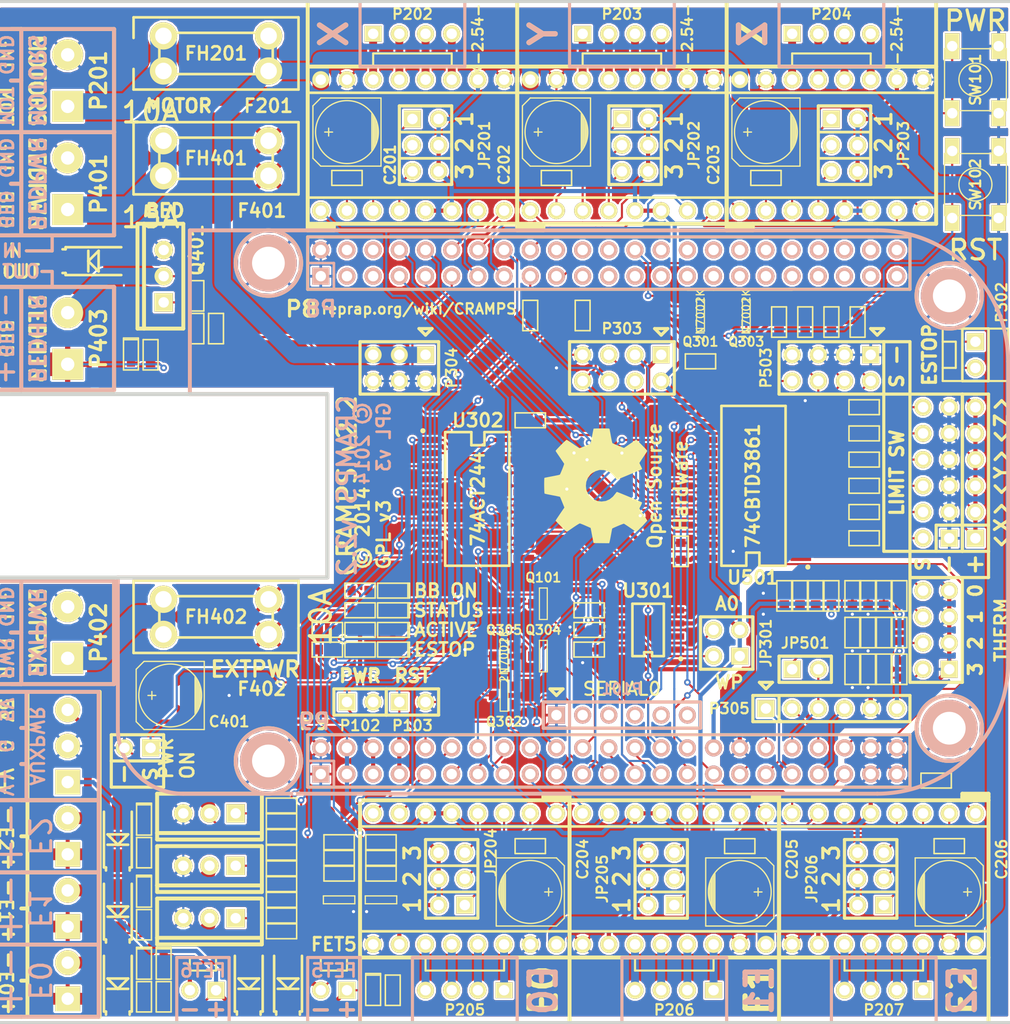
<source format=kicad_pcb>
(kicad_pcb (version 4) (host pcbnew 4.0.0-rc1-stable)
  (title_block (title "CRAMPS (Cape-RAMPS for BeagleBone)") (rev 2.2) (comment 1 "Derived from RAMPS 1.4 reprap.org/wiki/RAMPS1.4") (comment 2 "Derived from RAMPS-FD by Bob Cousins") (comment 3 "Copyright 2014 GPL v3") (comment 4 "CRAMPS by Charles Steinkuehler and Murray Lindeblom"))
  (layers (0 Front signal) (31 Back signal) (34 B.Paste user hide) (35 F.Paste user hide) (36 B.SilkS user hide) (37 F.SilkS user hide) (38 B.Mask user hide) (39 F.Mask user hide) (44 Edge.Cuts user hide))
  (net 0 "")
  (net 1 +V_MOTOR)
  (net 2 "/Emergency Stop/MACHINE_PWRn")
  (net 3 "/Emergency Stop/PS-On")
  (net 4 /Inputs/MISO-5V)
  (net 5 /Inputs/MOSI-5V)
  (net 6 /Inputs/SCK-5V)
  (net 7 /Inputs/SPI_CS0-5V)
  (net 8 "/Mosfet Outputs/Aux_Pwr")
  (net 9 "/Mosfet Outputs/Bed_Fused")
  (net 10 "/Mosfet Outputs/Bed_HTR")
  (net 11 "/Mosfet Outputs/Bed_Pwr")
  (net 12 "/Mosfet Outputs/E0_HTR")
  (net 13 "/Mosfet Outputs/E1_HTR")
  (net 14 "/Mosfet Outputs/E2_HTR")
  (net 15 "/Mosfet Outputs/Ext_Fused")
  (net 16 "/Mosfet Outputs/Ext_Pwr")
  (net 17 "/Mosfet Outputs/P_FET5")
  (net 18 "/Mosfet Outputs/P_FET6")
  (net 19 "/Stepper Drivers/E01A")
  (net 20 "/Stepper Drivers/E01B")
  (net 21 "/Stepper Drivers/E02A")
  (net 22 "/Stepper Drivers/E02B")
  (net 23 "/Stepper Drivers/E11A")
  (net 24 "/Stepper Drivers/E11B")
  (net 25 "/Stepper Drivers/E12A")
  (net 26 "/Stepper Drivers/E12B")
  (net 27 "/Stepper Drivers/E21A")
  (net 28 "/Stepper Drivers/E21B")
  (net 29 "/Stepper Drivers/E22A")
  (net 30 "/Stepper Drivers/E22B")
  (net 31 "/Stepper Drivers/MOT_IN")
  (net 32 "/Stepper Drivers/X1A")
  (net 33 "/Stepper Drivers/X1B")
  (net 34 "/Stepper Drivers/X2A")
  (net 35 "/Stepper Drivers/X2B")
  (net 36 "/Stepper Drivers/Y1A")
  (net 37 "/Stepper Drivers/Y1B")
  (net 38 "/Stepper Drivers/Y2A")
  (net 39 "/Stepper Drivers/Y2B")
  (net 40 "/Stepper Drivers/Z1A")
  (net 41 "/Stepper Drivers/Z1B")
  (net 42 "/Stepper Drivers/Z2A")
  (net 43 "/Stepper Drivers/Z2B")
  (net 44 ADC_GND)
  (net 45 ADC_VDD)
  (net 46 AIN0)
  (net 47 AIN1)
  (net 48 AIN2)
  (net 49 AIN3)
  (net 50 AXIS_ENAn)
  (net 51 D3.3V)
  (net 52 DGND)
  (net 53 E0_DIR)
  (net 54 E0_EN_BUFn)
  (net 55 E0_STEP)
  (net 56 E1_DIR)
  (net 57 E1_STEP)
  (net 58 E2_DIR)
  (net 59 E2_STEP)
  (net 60 EN_CRAMP3n)
  (net 61 ESTOP)
  (net 62 ESTOP_SW)
  (net 63 FET1)
  (net 64 FET1_BUF)
  (net 65 FET2)
  (net 66 FET2_BUF)
  (net 67 FET3)
  (net 68 FET3_BUF)
  (net 69 FET4)
  (net 70 FET4_BUF)
  (net 71 FET5)
  (net 72 FET5_BUF)
  (net 73 FET6)
  (net 74 FET6_BUF)
  (net 75 LED)
  (net 76 MACHINE_PWR)
  (net 77 MISO)
  (net 78 MOSI)
  (net 79 PWR_BUT)
  (net 80 RESETn)
  (net 81 SCK)
  (net 82 SCL)
  (net 83 SDA)
  (net 84 SPI_CS0)
  (net 85 SPI_CS1)
  (net 86 SPI_SPARE)
  (net 87 SYS_5V)
  (net 88 THERM0)
  (net 89 THERM1)
  (net 90 THERM2)
  (net 91 THERM3)
  (net 92 VDD_5V)
  (net 93 X-MAX)
  (net 94 X-MIN)
  (net 95 X_DIR)
  (net 96 X_STEP)
  (net 97 Y-MAX)
  (net 98 Y-MIN)
  (net 99 Y_DIR)
  (net 100 Y_STEP)
  (net 101 Z-MAX)
  (net 102 Z-MIN)
  (net 103 Z_DIR)
  (net 104 Z_STEP)
  (net 105 "Net-(C402-Pad2)")
  (net 106 "Net-(C403-Pad2)")
  (net 107 "Net-(C404-Pad2)")
  (net 108 "Net-(C405-Pad2)")
  (net 109 "Net-(C406-Pad2)")
  (net 110 "Net-(C407-Pad2)")
  (net 111 "Net-(JP201-Pad1)")
  (net 112 "Net-(JP201-Pad3)")
  (net 113 "Net-(JP201-Pad5)")
  (net 114 "Net-(JP202-Pad1)")
  (net 115 "Net-(JP202-Pad3)")
  (net 116 "Net-(JP202-Pad5)")
  (net 117 "Net-(JP203-Pad1)")
  (net 118 "Net-(JP203-Pad3)")
  (net 119 "Net-(JP203-Pad5)")
  (net 120 "Net-(JP204-Pad1)")
  (net 121 "Net-(JP204-Pad3)")
  (net 122 "Net-(JP204-Pad5)")
  (net 123 "Net-(JP205-Pad1)")
  (net 124 "Net-(JP205-Pad3)")
  (net 125 "Net-(JP205-Pad5)")
  (net 126 "Net-(JP206-Pad1)")
  (net 127 "Net-(JP206-Pad3)")
  (net 128 "Net-(JP206-Pad5)")
  (net 129 "Net-(JP301-Pad2)")
  (net 130 "Net-(JP301-Pad4)")
  (net 131 "Net-(LD101-PadK)")
  (net 132 "Net-(LD101-PadA)")
  (net 133 "Net-(LD102-PadA)")
  (net 134 "Net-(LD301-PadA)")
  (net 135 "Net-(LD302-PadK)")
  (net 136 "Net-(LD302-PadA)")
  (net 137 "Net-(LD401-PadA)")
  (net 138 "Net-(LD402-PadA)")
  (net 139 "Net-(LD403-PadA)")
  (net 140 "Net-(LD404-PadA)")
  (net 141 "Net-(LD405-PadA)")
  (net 142 "Net-(LD406-PadA)")
  (net 143 "Net-(P8-Pad3)")
  (net 144 "Net-(P8-Pad4)")
  (net 145 "Net-(P8-Pad5)")
  (net 146 "Net-(P8-Pad6)")
  (net 147 "Net-(P8-Pad20)")
  (net 148 "Net-(P8-Pad21)")
  (net 149 "Net-(P8-Pad22)")
  (net 150 "Net-(P8-Pad23)")
  (net 151 "Net-(P8-Pad24)")
  (net 152 "Net-(P8-Pad25)")
  (net 153 "Net-(P8-Pad27)")
  (net 154 "Net-(P8-Pad28)")
  (net 155 "Net-(P8-Pad29)")
  (net 156 "Net-(P8-Pad30)")
  (net 157 "Net-(P8-Pad31)")
  (net 158 "Net-(P8-Pad32)")
  (net 159 "Net-(P8-Pad33)")
  (net 160 "Net-(P8-Pad34)")
  (net 161 "Net-(P8-Pad35)")
  (net 162 "Net-(P8-Pad36)")
  (net 163 "Net-(P8-Pad37)")
  (net 164 "Net-(P8-Pad38)")
  (net 165 "Net-(P8-Pad39)")
  (net 166 "Net-(P8-Pad40)")
  (net 167 "Net-(P8-Pad41)")
  (net 168 "Net-(P8-Pad42)")
  (net 169 "Net-(P8-Pad43)")
  (net 170 "Net-(P8-Pad44)")
  (net 171 "Net-(P8-Pad45)")
  (net 172 "Net-(P8-Pad46)")
  (net 173 "Net-(P101-Pad2)")
  (net 174 "Net-(P101-Pad3)")
  (net 175 "Net-(P101-Pad4)")
  (net 176 "Net-(P101-Pad5)")
  (net 177 "Net-(P101-Pad6)")
  (net 178 "Net-(P302-Pad1)")
  (net 179 "Net-(P302-Pad2)")
  (net 180 "Net-(P502-Pad2)")
  (net 181 "Net-(P502-Pad4)")
  (net 182 "Net-(P502-Pad6)")
  (net 183 "Net-(P502-Pad8)")
  (net 184 "Net-(P502-Pad10)")
  (net 185 "Net-(P502-Pad12)")
  (net 186 "Net-(P504-Pad2)")
  (net 187 "Net-(P504-Pad4)")
  (net 188 "Net-(P504-Pad6)")
  (net 189 "Net-(P504-Pad8)")
  (net 190 "Net-(Q301-PadD)")
  (net 191 "Net-(U301-Pad2)")
  (module PT_2,5-2-5,0-H (layer Front) (at 58 69.5 270)
    (fp_text reference P403 (at -2.5 -3 270) (layer F.SilkS) (effects (font (size 1.5 1.5) (thickness 0.3))))
    (fp_text value PT_2,5-2-5,0-H hide)
    (pad 2 thru_hole circle (at -5 0 270) (size 3 3) (drill 1.3) (layers *.Cu *.Mask F.SilkS) (net 10 "/Mosfet Outputs/Bed_HTR"))
    (pad 1 thru_hole rect (at 0 0 270) (size 3 3) (drill 1.3) (layers *.Cu *.Mask F.SilkS) (net 9 "/Mosfet Outputs/Bed_Fused"))
  )
  (module pin_strip_2 (layer Front) (at 64.77 106.68 180)
    (fp_text reference P301 hide)
    (fp_text value HEADER_2 hide)
    (pad 1 thru_hole rect (at -1.27 0 180) (size 1.651 1.651) (drill 1.016) (layers *.Cu *.Mask F.SilkS) (net 3 "/Emergency Stop/PS-On"))
    (pad 2 thru_hole oval (at 1.27 0 180) (size 1.651 1.651) (drill 1.016) (layers *.Cu *.Mask F.SilkS) (net 52 DGND))
  )
  (module Keystone-3568 (layer Front) (at 72.39 39.37)
    (fp_text reference FH201 (at 0 0) (layer F.SilkS) (effects (font (size 1.27 1.27) (thickness 0.254))))
    (fp_text value FUSE-HOLDER hide)
    (pad 1 thru_hole circle (at -5.1 1.7) (size 2.65 2.65) (drill 1.6) (layers *.Cu *.Mask F.SilkS) (net 31 "/Stepper Drivers/MOT_IN"))
    (pad 2 thru_hole circle (at -5.1 -1.7) (size 2.65 2.65) (drill 1.6) (layers *.Cu *.Mask F.SilkS) (net 31 "/Stepper Drivers/MOT_IN"))
    (pad 3 thru_hole circle (at 5.1 1.7) (size 2.65 2.65) (drill 1.6) (layers *.Cu *.Mask F.SilkS) (net 1 +V_MOTOR))
    (pad 4 thru_hole circle (at 5.1 -1.7) (size 2.65 2.65) (drill 1.6) (layers *.Cu *.Mask F.SilkS) (net 1 +V_MOTOR))
  )
  (module FIDUCIAL-060 (layer Front) (at 64.135 39.37)
    (fp_text reference FID4 hide)
    (fp_text value VAL** hide)
    (pad 1 smd circle (at 0 0) (size 1.524 1.524) (layers Front F.Mask))
  )
  (module FIDUCIAL-060 (layer Front) (at 129.54 130.175)
    (fp_text reference FID3 hide)
    (fp_text value VAL** hide)
    (pad 1 smd circle (at 0 0) (size 1.524 1.524) (layers Front F.Mask))
  )
  (module pin_strip_2 (layer Front) (at 86.36 102.235)
    (fp_text reference P102 (at 0 2.286) (layer F.SilkS) (effects (font (size 1.016 1.016) (thickness 0.2032))))
    (fp_text value HEADER_2 hide)
    (pad 1 thru_hole rect (at -1.27 0) (size 1.651 1.651) (drill 1.016) (layers *.Cu *.Mask F.SilkS) (net 79 PWR_BUT))
    (pad 2 thru_hole circle (at 1.27 0) (size 1.651 1.651) (drill 1.016) (layers *.Cu *.Mask F.SilkS) (net 52 DGND))
  )
  (module pin_strip_2 (layer Front) (at 91.44 102.235)
    (fp_text reference P103 (at 0 2.286) (layer F.SilkS) (effects (font (size 1.016 1.016) (thickness 0.2032))))
    (fp_text value HEADER_2 hide)
    (pad 1 thru_hole rect (at -1.27 0) (size 1.651 1.651) (drill 1.016) (layers *.Cu *.Mask F.SilkS) (net 80 RESETn))
    (pad 2 thru_hole circle (at 1.27 0) (size 1.651 1.651) (drill 1.016) (layers *.Cu *.Mask F.SilkS) (net 52 DGND))
  )
  (module pin_strip_2 (layer Front) (at 129.54 99.06)
    (fp_text reference JP501 (at 0 -2.54) (layer F.SilkS) (effects (font (size 1.016 1.016) (thickness 0.2032))))
    (fp_text value HEADER_2 hide)
    (pad 1 thru_hole rect (at -1.27 0) (size 1.651 1.651) (drill 1.016) (layers *.Cu *.Mask F.SilkS) (net 91 THERM3))
    (pad 2 thru_hole circle (at 1.27 0) (size 1.651 1.651) (drill 1.016) (layers *.Cu *.Mask F.SilkS) (net 49 AIN3))
  )
  (module PCB_GREEN_RMC (layer Front) (at 127.635 132.08)
    (fp_text reference M102 hide)
    (fp_text value LOGO_OSHW hide)
  )
  (module c_elec_6.3x7.7 (layer Front) (at 102.87 120.65)
    (fp_text reference C204 (at 5.08 -3.175 90) (layer F.SilkS) (effects (font (size 1.016 1.016) (thickness 0.2032))))
    (fp_text value "100u 35V" hide)
    (pad 1 smd rect (at 2.75082 0) (size 3.59918 1.6002) (layers Front F.Paste F.Mask) (net 1 +V_MOTOR))
    (pad 2 smd rect (at -2.75082 0) (size 3.59918 1.6002) (layers Front F.Paste F.Mask) (net 52 DGND))
  )
  (module c_elec_6.3x7.7 (layer Front) (at 67.945 101.6 180)
    (fp_text reference C401 (at -5.715 -2.54 180) (layer F.SilkS) (effects (font (size 1.016 1.016) (thickness 0.2032))))
    (fp_text value "100u 35V" hide)
    (pad 1 smd rect (at 2.75082 0 180) (size 3.59918 1.6002) (layers Front F.Paste F.Mask) (net 15 "/Mosfet Outputs/Ext_Fused"))
    (pad 2 smd rect (at -2.75082 0 180) (size 3.59918 1.6002) (layers Front F.Paste F.Mask) (net 52 DGND))
  )
  (module c_elec_6.3x7.7 (layer Front) (at 123.19 120.65)
    (fp_text reference C205 (at 5.08 -3.175 90) (layer F.SilkS) (effects (font (size 1.016 1.016) (thickness 0.2032))))
    (fp_text value "100u 35V" hide)
    (pad 1 smd rect (at 2.75082 0) (size 3.59918 1.6002) (layers Front F.Paste F.Mask) (net 1 +V_MOTOR))
    (pad 2 smd rect (at -2.75082 0) (size 3.59918 1.6002) (layers Front F.Paste F.Mask) (net 52 DGND))
  )
  (module c_elec_6.3x7.7 (layer Front) (at 125.73 46.99 180)
    (fp_text reference C203 (at 5.08 -3.175 270) (layer F.SilkS) (effects (font (size 1.016 1.016) (thickness 0.2032))))
    (fp_text value "100u 35V" hide)
    (pad 1 smd rect (at 2.75082 0 180) (size 3.59918 1.6002) (layers Front F.Paste F.Mask) (net 1 +V_MOTOR))
    (pad 2 smd rect (at -2.75082 0 180) (size 3.59918 1.6002) (layers Front F.Paste F.Mask) (net 52 DGND))
  )
  (module c_elec_6.3x7.7 (layer Front) (at 105.41 46.99 180)
    (fp_text reference C202 (at 5.08 -3.175 270) (layer F.SilkS) (effects (font (size 1.016 1.016) (thickness 0.2032))))
    (fp_text value "100u 35V" hide)
    (pad 1 smd rect (at 2.75082 0 180) (size 3.59918 1.6002) (layers Front F.Paste F.Mask) (net 1 +V_MOTOR))
    (pad 2 smd rect (at -2.75082 0 180) (size 3.59918 1.6002) (layers Front F.Paste F.Mask) (net 52 DGND))
  )
  (module c_elec_6.3x7.7 (layer Front) (at 85.09 46.99 180)
    (fp_text reference C201 (at -4.191 -3.175 270) (layer F.SilkS) (effects (font (size 1.016 1.016) (thickness 0.2302))))
    (fp_text value "100u 35V" hide)
    (pad 1 smd rect (at 2.75082 0 180) (size 3.59918 1.6002) (layers Front F.Paste F.Mask) (net 1 +V_MOTOR))
    (pad 2 smd rect (at -2.75082 0 180) (size 3.59918 1.6002) (layers Front F.Paste F.Mask) (net 52 DGND))
  )
  (module TO-220AB_IRF2804_RMC (layer Front) (at 67.31 60.96 180)
    (fp_text reference Q401 (at -3.175 2.54 270) (layer F.SilkS) (effects (font (size 1.27 1.27) (thickness 0.254))))
    (fp_text value IRLB8743PBF hide)
    (pad D thru_hole circle (at 0 0 180) (size 1.778 1.778) (drill 1.016) (layers *.Cu *.Mask F.SilkS) (net 10 "/Mosfet Outputs/Bed_HTR"))
    (pad S thru_hole circle (at 0 2.54 180) (size 1.778 1.778) (drill 1.016) (layers *.Cu *.Mask F.SilkS) (net 52 DGND))
    (pad G thru_hole rect (at 0 -2.54 180) (size 1.778 1.778) (drill 1.016) (layers *.Cu *.Mask F.SilkS) (net 105 "Net-(C402-Pad2)"))
  )
  (module TO-220AB_IRF2804_RMC (layer Front) (at 71.755 118.11 270)
    (fp_text reference Q403 hide)
    (fp_text value IRLB8743PBF hide)
    (pad D thru_hole circle (at 0 0 270) (size 1.778 1.778) (drill 1.016) (layers *.Cu *.Mask F.SilkS) (net 13 "/Mosfet Outputs/E1_HTR"))
    (pad S thru_hole circle (at 0 2.54 270) (size 1.778 1.778) (drill 1.016) (layers *.Cu *.Mask F.SilkS) (net 52 DGND))
    (pad G thru_hole rect (at 0 -2.54 270) (size 1.778 1.778) (drill 1.016) (layers *.Cu *.Mask F.SilkS) (net 107 "Net-(C404-Pad2)"))
  )
  (module TO-220AB_IRF2804_RMC (layer Front) (at 71.755 123.19 270)
    (fp_text reference Q402 hide)
    (fp_text value IRLB8743PBF hide)
    (pad D thru_hole circle (at 0 0 270) (size 1.778 1.778) (drill 1.016) (layers *.Cu *.Mask F.SilkS) (net 12 "/Mosfet Outputs/E0_HTR"))
    (pad S thru_hole circle (at 0 2.54 270) (size 1.778 1.778) (drill 1.016) (layers *.Cu *.Mask F.SilkS) (net 52 DGND))
    (pad G thru_hole rect (at 0 -2.54 270) (size 1.778 1.778) (drill 1.016) (layers *.Cu *.Mask F.SilkS) (net 106 "Net-(C403-Pad2)"))
  )
  (module OSHW_logo_2 (layer Front) (at 109.22 81.28 90)
    (fp_text reference M101 hide)
    (fp_text value PCB_GREEN_RMC hide)
    (fp_text user Hardware (at 0 8.255 90) (layer F.SilkS) (effects (font (size 1.27 1.27) (thickness 0.254))))
    (fp_text user "Open Source" (at 0 5.715 90) (layer F.SilkS) (effects (font (size 1.27 1.27) (thickness 0.254))))
  )
  (module TO-220AB_IRF2804_RMC (layer Front) (at 71.755 113.03 270)
    (fp_text reference Q405 hide)
    (fp_text value IRLB8743PBF hide)
    (pad D thru_hole circle (at 0 0 270) (size 1.778 1.778) (drill 1.016) (layers *.Cu *.Mask F.SilkS) (net 14 "/Mosfet Outputs/E2_HTR"))
    (pad S thru_hole circle (at 0 2.54 270) (size 1.778 1.778) (drill 1.016) (layers *.Cu *.Mask F.SilkS) (net 52 DGND))
    (pad G thru_hole rect (at 0 -2.54 270) (size 1.778 1.778) (drill 1.016) (layers *.Cu *.Mask F.SilkS) (net 108 "Net-(C405-Pad2)"))
  )
  (module CONN_KK_2.54_4W (layer Front) (at 91.44 37.465)
    (fp_text reference P202 (at 0 -1.905) (layer F.SilkS) (effects (font (size 1.016 1.016) (thickness 0.2032))))
    (fp_text value KK-2.54-4W (at 6.35 0 90) (layer F.SilkS) (effects (font (size 1.016 1.016) (thickness 0.2032))))
    (pad 1 thru_hole rect (at -3.81 0) (size 1.651 1.524) (drill 1.016) (layers *.Cu *.Mask F.SilkS) (net 35 "/Stepper Drivers/X2B"))
    (pad 2 thru_hole circle (at -1.27 0) (size 1.651 1.651) (drill 1.016) (layers *.Cu *.Mask F.SilkS) (net 34 "/Stepper Drivers/X2A"))
    (pad 3 thru_hole circle (at 1.27 0) (size 1.651 1.651) (drill 1.016) (layers *.Cu *.Mask F.SilkS) (net 32 "/Stepper Drivers/X1A"))
    (pad 4 thru_hole circle (at 3.81 0) (size 1.651 1.651) (drill 1.016) (layers *.Cu *.Mask F.SilkS) (net 33 "/Stepper Drivers/X1B"))
  )
  (module CONN_KK_2.54_4W (layer Front) (at 111.76 37.465)
    (fp_text reference P203 (at 0 -1.905) (layer F.SilkS) (effects (font (size 1.016 1.016) (thickness 0.2032))))
    (fp_text value KK-2.54-4W (at 6.35 0 90) (layer F.SilkS) (effects (font (size 1.016 1.016) (thickness 0.2032))))
    (pad 1 thru_hole rect (at -3.81 0) (size 1.651 1.524) (drill 1.016) (layers *.Cu *.Mask F.SilkS) (net 39 "/Stepper Drivers/Y2B"))
    (pad 2 thru_hole circle (at -1.27 0) (size 1.651 1.651) (drill 1.016) (layers *.Cu *.Mask F.SilkS) (net 38 "/Stepper Drivers/Y2A"))
    (pad 3 thru_hole circle (at 1.27 0) (size 1.651 1.651) (drill 1.016) (layers *.Cu *.Mask F.SilkS) (net 36 "/Stepper Drivers/Y1A"))
    (pad 4 thru_hole circle (at 3.81 0) (size 1.651 1.651) (drill 1.016) (layers *.Cu *.Mask F.SilkS) (net 37 "/Stepper Drivers/Y1B"))
  )
  (module CONN_KK_2.54_4W (layer Front) (at 132.08 37.465)
    (fp_text reference P204 (at 0 -1.905) (layer F.SilkS) (effects (font (size 1.016 1.016) (thickness 0.2032))))
    (fp_text value KK-2.54-4W (at 6.35 0 90) (layer F.SilkS) (effects (font (size 1.016 1.016) (thickness 0.2032))))
    (pad 1 thru_hole rect (at -3.81 0) (size 1.651 1.524) (drill 1.016) (layers *.Cu *.Mask F.SilkS) (net 43 "/Stepper Drivers/Z2B"))
    (pad 2 thru_hole circle (at -1.27 0) (size 1.651 1.651) (drill 1.016) (layers *.Cu *.Mask F.SilkS) (net 42 "/Stepper Drivers/Z2A"))
    (pad 3 thru_hole circle (at 1.27 0) (size 1.651 1.651) (drill 1.016) (layers *.Cu *.Mask F.SilkS) (net 40 "/Stepper Drivers/Z1A"))
    (pad 4 thru_hole circle (at 3.81 0) (size 1.651 1.651) (drill 1.016) (layers *.Cu *.Mask F.SilkS) (net 41 "/Stepper Drivers/Z1B"))
  )
  (module CONN_KK_2.54_4W (layer Front) (at 137.16 130.175 180)
    (fp_text reference P207 (at 0 -1.905 180) (layer F.SilkS) (effects (font (size 1.016 1.016) (thickness 0.2032))))
    (fp_text value KK-2.54-4W hide)
    (pad 1 thru_hole rect (at -3.81 0 180) (size 1.651 1.524) (drill 1.016) (layers *.Cu *.Mask F.SilkS) (net 30 "/Stepper Drivers/E22B"))
    (pad 2 thru_hole circle (at -1.27 0 180) (size 1.651 1.651) (drill 1.016) (layers *.Cu *.Mask F.SilkS) (net 29 "/Stepper Drivers/E22A"))
    (pad 3 thru_hole circle (at 1.27 0 180) (size 1.651 1.651) (drill 1.016) (layers *.Cu *.Mask F.SilkS) (net 27 "/Stepper Drivers/E21A"))
    (pad 4 thru_hole circle (at 3.81 0 180) (size 1.651 1.651) (drill 1.016) (layers *.Cu *.Mask F.SilkS) (net 28 "/Stepper Drivers/E21B"))
  )
  (module SW_6x6_MULTI (layer Front) (at 146.05 52.07 90)
    (fp_text reference SW102 (at 0 0 90) (layer F.SilkS) (effects (font (size 1.016 1.016) (thickness 0.2032))))
    (fp_text value SW_PUSH hide)
    (pad 1 thru_hole rect (at 3.24866 -2.25044 90) (size 2.49936 1.397) (drill 1.016) (layers *.Cu *.Mask F.SilkS) (net 80 RESETn))
    (pad 2 thru_hole rect (at 3.24866 2.25044 90) (size 2.49936 1.397) (drill 1.016) (layers *.Cu *.Mask F.SilkS) (net 52 DGND))
    (pad 1 thru_hole rect (at -3.2512 -2.25044 90) (size 2.49936 1.397) (drill 1.016) (layers *.Cu *.Mask F.SilkS) (net 80 RESETn))
    (pad 2 thru_hole rect (at -3.2512 2.25044 90) (size 2.49936 1.397) (drill 1.016) (layers *.Cu *.Mask F.SilkS) (net 52 DGND))
  )
  (module CONN_KK_2.54_4W (layer Front) (at 116.84 130.175 180)
    (fp_text reference P206 (at 0 -1.905 180) (layer F.SilkS) (effects (font (size 1.016 1.016) (thickness 0.2032))))
    (fp_text value KK-2.54-4W hide)
    (pad 1 thru_hole rect (at -3.81 0 180) (size 1.651 1.524) (drill 1.016) (layers *.Cu *.Mask F.SilkS) (net 26 "/Stepper Drivers/E12B"))
    (pad 2 thru_hole circle (at -1.27 0 180) (size 1.651 1.651) (drill 1.016) (layers *.Cu *.Mask F.SilkS) (net 25 "/Stepper Drivers/E12A"))
    (pad 3 thru_hole circle (at 1.27 0 180) (size 1.651 1.651) (drill 1.016) (layers *.Cu *.Mask F.SilkS) (net 23 "/Stepper Drivers/E11A"))
    (pad 4 thru_hole circle (at 3.81 0 180) (size 1.651 1.651) (drill 1.016) (layers *.Cu *.Mask F.SilkS) (net 24 "/Stepper Drivers/E11B"))
  )
  (module CONN_KK_2.54_4W (layer Front) (at 96.52 130.175 180)
    (fp_text reference P205 (at 0 -1.905 180) (layer F.SilkS) (effects (font (size 1.016 1.016) (thickness 0.2032))))
    (fp_text value KK-2.54-4W hide)
    (pad 1 thru_hole rect (at -3.81 0 180) (size 1.651 1.524) (drill 1.016) (layers *.Cu *.Mask F.SilkS) (net 22 "/Stepper Drivers/E02B"))
    (pad 2 thru_hole circle (at -1.27 0 180) (size 1.651 1.651) (drill 1.016) (layers *.Cu *.Mask F.SilkS) (net 21 "/Stepper Drivers/E02A"))
    (pad 3 thru_hole circle (at 1.27 0 180) (size 1.651 1.651) (drill 1.016) (layers *.Cu *.Mask F.SilkS) (net 19 "/Stepper Drivers/E01A"))
    (pad 4 thru_hole circle (at 3.81 0 180) (size 1.651 1.651) (drill 1.016) (layers *.Cu *.Mask F.SilkS) (net 20 "/Stepper Drivers/E01B"))
  )
  (module c_elec_6.3x7.7 (layer Front) (at 143.51 120.65)
    (fp_text reference C206 (at 5.08 -3.175 90) (layer F.SilkS) (effects (font (size 1.016 1.016) (thickness 0.2032))))
    (fp_text value "100u 35V" hide)
    (pad 1 smd rect (at 2.75082 0) (size 3.59918 1.6002) (layers Front F.Paste F.Mask) (net 1 +V_MOTOR))
    (pad 2 smd rect (at -2.75082 0) (size 3.59918 1.6002) (layers Front F.Paste F.Mask) (net 52 DGND))
  )
  (module SOT23GDS (layer Front) (at 88.392 121.412)
    (fp_text reference Q404 hide)
    (fp_text value DMN2075U hide)
    (pad S smd rect (at -0.889 -1.016) (size 0.9144 0.9144) (layers Front F.Paste F.Mask) (net 52 DGND))
    (pad G smd rect (at 0.889 -1.016) (size 0.9144 0.9144) (layers Front F.Paste F.Mask) (net 109 "Net-(C406-Pad2)"))
    (pad D smd rect (at 0 1.016) (size 0.9144 0.9144) (layers Front F.Paste F.Mask) (net 17 "/Mosfet Outputs/P_FET5"))
  )
  (module SOT23GDS (layer Front) (at 84.328 121.412)
    (fp_text reference Q406 hide)
    (fp_text value DMN2075U hide)
    (pad S smd rect (at -0.889 -1.016) (size 0.9144 0.9144) (layers Front F.Paste F.Mask) (net 52 DGND))
    (pad G smd rect (at 0.889 -1.016) (size 0.9144 0.9144) (layers Front F.Paste F.Mask) (net 110 "Net-(C407-Pad2)"))
    (pad D smd rect (at 0 1.016) (size 0.9144 0.9144) (layers Front F.Paste F.Mask) (net 18 "/Mosfet Outputs/P_FET6"))
  )
  (module CONN_KK_2.54_2W (layer Front) (at 83.82 130.175 180)
    (fp_text reference P407 hide)
    (fp_text value KK-2.54-2W hide)
    (pad 1 thru_hole rect (at -1.27 0 180) (size 1.651 1.651) (drill 1.016) (layers *.Cu *.Mask F.SilkS) (net 8 "/Mosfet Outputs/Aux_Pwr"))
    (pad 2 thru_hole circle (at 1.27 0 180) (size 1.651 1.651) (drill 1.016) (layers *.Cu *.Mask F.SilkS) (net 17 "/Mosfet Outputs/P_FET5"))
  )
  (module CONN_KK_2.54_2W (layer Front) (at 71.12 130.175 180)
    (fp_text reference P409 hide)
    (fp_text value KK-2.54-2W hide)
    (pad 1 thru_hole rect (at -1.27 0 180) (size 1.651 1.651) (drill 1.016) (layers *.Cu *.Mask F.SilkS) (net 8 "/Mosfet Outputs/Aux_Pwr"))
    (pad 2 thru_hole circle (at 1.27 0 180) (size 1.651 1.651) (drill 1.016) (layers *.Cu *.Mask F.SilkS) (net 18 "/Mosfet Outputs/P_FET6"))
  )
  (module CONN_KK_2.54_2W (layer Front) (at 146.05 68.58 270)
    (fp_text reference P302 (at -5.08 -2.54 270) (layer F.SilkS) (effects (font (size 1.016 1.016) (thickness 0.2032))))
    (fp_text value KK-2.54-2W hide)
    (pad 1 thru_hole rect (at -1.27 0 270) (size 1.651 1.651) (drill 1.016) (layers *.Cu *.Mask F.SilkS) (net 178 "Net-(P302-Pad1)"))
    (pad 2 thru_hole circle (at 1.27 0 270) (size 1.651 1.651) (drill 1.016) (layers *.Cu *.Mask F.SilkS) (net 179 "Net-(P302-Pad2)"))
  )
  (module pin_strip_6 (layer Front) (at 146.05 80.01 90)
    (fp_text reference P501 hide)
    (fp_text value HEADER_6 hide)
    (pad 1 thru_hole rect (at -6.35 0 90) (size 1.651 1.651) (drill 1.016) (layers *.Cu *.Mask F.SilkS) (net 87 SYS_5V))
    (pad 2 thru_hole circle (at -3.81 0 90) (size 1.651 1.651) (drill 1.016) (layers *.Cu *.Mask F.SilkS) (net 87 SYS_5V))
    (pad 3 thru_hole circle (at -1.27 0 90) (size 1.651 1.651) (drill 1.016) (layers *.Cu *.Mask F.SilkS) (net 87 SYS_5V))
    (pad 4 thru_hole circle (at 1.27 0 90) (size 1.651 1.651) (drill 1.016) (layers *.Cu *.Mask F.SilkS) (net 87 SYS_5V))
    (pad 5 thru_hole circle (at 3.81 0 90) (size 1.651 1.651) (drill 1.016) (layers *.Cu *.Mask F.SilkS) (net 87 SYS_5V))
    (pad 6 thru_hole circle (at 6.35 0 90) (size 1.651 1.651) (drill 1.016) (layers *.Cu *.Mask F.SilkS) (net 87 SYS_5V))
  )
  (module pin_strip_6x2 (layer Front) (at 142.24 80.01 90)
    (fp_text reference P502 hide)
    (fp_text value HEADER_6X2 hide)
    (pad 1 thru_hole rect (at -6.35 1.27 90) (size 1.651 1.651) (drill 1.016) (layers *.Cu *.Mask F.SilkS) (net 52 DGND))
    (pad 2 thru_hole circle (at -6.35 -1.27 90) (size 1.651 1.651) (drill 1.016) (layers *.Cu *.Mask F.SilkS) (net 180 "Net-(P502-Pad2)"))
    (pad 3 thru_hole circle (at -3.81 1.27 90) (size 1.651 1.651) (drill 1.016) (layers *.Cu *.Mask F.SilkS) (net 52 DGND))
    (pad 4 thru_hole circle (at -3.81 -1.27 90) (size 1.651 1.651) (drill 1.016) (layers *.Cu *.Mask F.SilkS) (net 181 "Net-(P502-Pad4)"))
    (pad 5 thru_hole circle (at -1.27 1.27 90) (size 1.651 1.651) (drill 1.016) (layers *.Cu *.Mask F.SilkS) (net 52 DGND))
    (pad 6 thru_hole circle (at -1.27 -1.27 90) (size 1.651 1.651) (drill 1.016) (layers *.Cu *.Mask F.SilkS) (net 182 "Net-(P502-Pad6)"))
    (pad 7 thru_hole circle (at 1.27 1.27 90) (size 1.651 1.651) (drill 1.016) (layers *.Cu *.Mask F.SilkS) (net 52 DGND))
    (pad 8 thru_hole circle (at 1.27 -1.27 90) (size 1.651 1.651) (drill 1.016) (layers *.Cu *.Mask F.SilkS) (net 183 "Net-(P502-Pad8)"))
    (pad 9 thru_hole circle (at 3.81 1.27 90) (size 1.651 1.651) (drill 1.016) (layers *.Cu *.Mask F.SilkS) (net 52 DGND))
    (pad 10 thru_hole circle (at 3.81 -1.27 90) (size 1.651 1.651) (drill 1.016) (layers *.Cu *.Mask F.SilkS) (net 184 "Net-(P502-Pad10)"))
    (pad 11 thru_hole circle (at 6.35 1.27 90) (size 1.651 1.651) (drill 1.016) (layers *.Cu *.Mask F.SilkS) (net 52 DGND))
    (pad 12 thru_hole circle (at 6.35 -1.27 90) (size 1.651 1.651) (drill 1.016) (layers *.Cu *.Mask F.SilkS) (net 185 "Net-(P502-Pad12)"))
  )
  (module SOT23GDS (layer Front) (at 104.14 92.71 270)
    (fp_text reference Q101 (at -2.54 0 360) (layer F.SilkS) (effects (font (size 0.889 0.889) (thickness 0.1778))))
    (fp_text value 2N7002K hide)
    (pad S smd rect (at -0.889 -1.016 270) (size 0.9144 0.9144) (layers Front F.Paste F.Mask) (net 52 DGND))
    (pad G smd rect (at 0.889 -1.016 270) (size 0.9144 0.9144) (layers Front F.Paste F.Mask) (net 75 LED))
    (pad D smd rect (at 0 1.016 270) (size 0.9144 0.9144) (layers Front F.Paste F.Mask) (net 131 "Net-(LD101-PadK)"))
  )
  (module SW_6x6_MULTI (layer Front) (at 146.05 41.91 90)
    (fp_text reference SW101 (at 0 0 90) (layer F.SilkS) (effects (font (size 1.016 1.016) (thickness 0.2032))))
    (fp_text value SW_PUSH hide)
    (pad 1 thru_hole rect (at 3.24866 -2.25044 90) (size 2.49936 1.397) (drill 1.016) (layers *.Cu *.Mask F.SilkS) (net 79 PWR_BUT))
    (pad 2 thru_hole rect (at 3.24866 2.25044 90) (size 2.49936 1.397) (drill 1.016) (layers *.Cu *.Mask F.SilkS) (net 52 DGND))
    (pad 1 thru_hole rect (at -3.2512 -2.25044 90) (size 2.49936 1.397) (drill 1.016) (layers *.Cu *.Mask F.SilkS) (net 79 PWR_BUT))
    (pad 2 thru_hole rect (at -3.2512 2.25044 90) (size 2.49936 1.397) (drill 1.016) (layers *.Cu *.Mask F.SilkS) (net 52 DGND))
  )
  (module SOT23GDS (layer Front) (at 100.33 101.6 270)
    (fp_text reference Q302 (at 2.54 0 360) (layer F.SilkS) (effects (font (size 0.889 0.889) (thickness 0.1778))))
    (fp_text value 2N7002K hide)
    (pad S smd rect (at -0.889 -1.016 270) (size 0.9144 0.9144) (layers Front F.Paste F.Mask) (net 178 "Net-(P302-Pad1)"))
    (pad G smd rect (at 0.889 -1.016 270) (size 0.9144 0.9144) (layers Front F.Paste F.Mask) (net 76 MACHINE_PWR))
    (pad D smd rect (at 0 1.016 270) (size 0.9144 0.9144) (layers Front F.Paste F.Mask) (net 3 "/Emergency Stop/PS-On"))
  )
  (module SOT23GDS (layer Front) (at 104.14 97.79 270)
    (fp_text reference Q304 (at -2.54 0 360) (layer F.SilkS) (effects (font (size 0.889 0.889) (thickness 0.1778))))
    (fp_text value 2N7002K hide)
    (pad S smd rect (at -0.889 -1.016 270) (size 0.9144 0.9144) (layers Front F.Paste F.Mask) (net 178 "Net-(P302-Pad1)"))
    (pad G smd rect (at 0.889 -1.016 270) (size 0.9144 0.9144) (layers Front F.Paste F.Mask) (net 76 MACHINE_PWR))
    (pad D smd rect (at 0 1.016 270) (size 0.9144 0.9144) (layers Front F.Paste F.Mask) (net 2 "/Emergency Stop/MACHINE_PWRn"))
  )
  (module pin_strip_6 (layer Back) (at 111.76 103.505)
    (fp_text reference P101 (at 0 -2.54) (layer B.SilkS) (effects (font (size 1.016 1.016) (thickness 0.2032)) (justify mirror)))
    (fp_text value SOCKET_6_LONG hide)
    (pad 1 thru_hole rect (at -6.35 0) (size 1.651 1.651) (drill 1.016) (layers *.Cu *.Mask B.SilkS) (net 52 DGND))
    (pad 2 thru_hole circle (at -3.81 0) (size 1.651 1.651) (drill 1.016) (layers *.Cu *.Mask B.SilkS) (net 173 "Net-(P101-Pad2)"))
    (pad 3 thru_hole circle (at -1.27 0) (size 1.651 1.651) (drill 1.016) (layers *.Cu *.Mask B.SilkS) (net 174 "Net-(P101-Pad3)"))
    (pad 4 thru_hole circle (at 1.27 0) (size 1.651 1.651) (drill 1.016) (layers *.Cu *.Mask B.SilkS) (net 175 "Net-(P101-Pad4)"))
    (pad 5 thru_hole circle (at 3.81 0) (size 1.651 1.651) (drill 1.016) (layers *.Cu *.Mask B.SilkS) (net 176 "Net-(P101-Pad5)"))
    (pad 6 thru_hole circle (at 6.35 0) (size 1.651 1.651) (drill 1.016) (layers *.Cu *.Mask B.SilkS) (net 177 "Net-(P101-Pad6)"))
  )
  (module pin_strip_6 (layer Front) (at 132.08 102.87)
    (fp_text reference P305 (at -9.906 0) (layer F.SilkS) (effects (font (size 1.016 1.016) (thickness 0.2032))))
    (fp_text value HEADER_6 hide)
    (pad 1 thru_hole rect (at -6.35 0) (size 1.651 1.651) (drill 1.016) (layers *.Cu *.Mask F.SilkS) (net 48 AIN2))
    (pad 2 thru_hole circle (at -3.81 0) (size 1.651 1.651) (drill 1.016) (layers *.Cu *.Mask F.SilkS) (net 47 AIN1))
    (pad 3 thru_hole circle (at -1.27 0) (size 1.651 1.651) (drill 1.016) (layers *.Cu *.Mask F.SilkS) (net 49 AIN3))
    (pad 4 thru_hole circle (at 1.27 0) (size 1.651 1.651) (drill 1.016) (layers *.Cu *.Mask F.SilkS) (net 46 AIN0))
    (pad 5 thru_hole circle (at 3.81 0) (size 1.651 1.651) (drill 1.016) (layers *.Cu *.Mask F.SilkS) (net 44 ADC_GND))
    (pad 6 thru_hole circle (at 6.35 0) (size 1.651 1.651) (drill 1.016) (layers *.Cu *.Mask F.SilkS) (net 45 ADC_VDD))
  )
  (module SOT23GDS (layer Front) (at 123.825 64.77 90)
    (fp_text reference Q303 (at -2.54 0 180) (layer F.SilkS) (effects (font (size 0.889 0.889) (thickness 0.1778))))
    (fp_text value 2N7002K (at 0 0 90) (layer F.SilkS) (effects (font (size 0.762 0.762) (thickness 0.12954))))
    (pad S smd rect (at -0.889 -1.016 90) (size 0.9144 0.9144) (layers Front F.Paste F.Mask) (net 52 DGND))
    (pad G smd rect (at 0.889 -1.016 90) (size 0.9144 0.9144) (layers Front F.Paste F.Mask) (net 190 "Net-(Q301-PadD)"))
    (pad D smd rect (at 0 1.016 90) (size 0.9144 0.9144) (layers Front F.Paste F.Mask) (net 179 "Net-(P302-Pad2)"))
  )
  (module SOT23GDS (layer Front) (at 119.38 64.77 90)
    (fp_text reference Q301 (at -2.54 0 180) (layer F.SilkS) (effects (font (size 0.889 0.889) (thickness 0.1778))))
    (fp_text value 2N7002K (at 0 0 90) (layer F.SilkS) (effects (font (size 0.762 0.762) (thickness 0.12954))))
    (pad S smd rect (at -0.889 -1.016 90) (size 0.9144 0.9144) (layers Front F.Paste F.Mask) (net 52 DGND))
    (pad G smd rect (at 0.889 -1.016 90) (size 0.9144 0.9144) (layers Front F.Paste F.Mask) (net 62 ESTOP_SW))
    (pad D smd rect (at 0 1.016 90) (size 0.9144 0.9144) (layers Front F.Paste F.Mask) (net 190 "Net-(Q301-PadD)"))
  )
  (module P8P9_PinHeader (layer Back) (at 82.55 109.22)
    (fp_text reference P9 (at -0.635 -5.08) (layer B.SilkS) (effects (font (thickness 0.3048)) (justify mirror)))
    (fp_text value BB_EXP_CONN hide)
    (pad 1 thru_hole rect (at 0 0) (size 1.651 1.651) (drill 1.016) (layers *.Cu *.Mask B.SilkS) (net 52 DGND))
    (pad 2 thru_hole circle (at 0 -2.54) (size 1.651 1.651) (drill 1.016) (layers *.Cu *.Mask B.SilkS) (net 52 DGND))
    (pad 3 thru_hole circle (at 2.54 0) (size 1.651 1.651) (drill 1.016) (layers *.Cu *.Mask B.SilkS) (net 51 D3.3V))
    (pad 4 thru_hole circle (at 2.54 -2.54) (size 1.651 1.651) (drill 1.016) (layers *.Cu *.Mask B.SilkS) (net 51 D3.3V))
    (pad 5 thru_hole circle (at 5.08 0) (size 1.651 1.651) (drill 1.016) (layers *.Cu *.Mask B.SilkS) (net 92 VDD_5V))
    (pad 6 thru_hole circle (at 5.08 -2.54) (size 1.651 1.651) (drill 1.016) (layers *.Cu *.Mask B.SilkS) (net 92 VDD_5V))
    (pad 7 thru_hole circle (at 7.62 0) (size 1.651 1.651) (drill 1.016) (layers *.Cu *.Mask B.SilkS) (net 87 SYS_5V))
    (pad 8 thru_hole circle (at 7.62 -2.54) (size 1.651 1.651) (drill 1.016) (layers *.Cu *.Mask B.SilkS) (net 87 SYS_5V))
    (pad 9 thru_hole circle (at 10.16 0) (size 1.651 1.651) (drill 1.016) (layers *.Cu *.Mask B.SilkS) (net 79 PWR_BUT))
    (pad 10 thru_hole circle (at 10.16 -2.54) (size 1.651 1.651) (drill 1.016) (layers *.Cu *.Mask B.SilkS) (net 80 RESETn))
    (pad 11 thru_hole circle (at 12.7 0) (size 1.651 1.651) (drill 1.016) (layers *.Cu *.Mask B.SilkS) (net 101 Z-MAX))
    (pad 12 thru_hole circle (at 12.7 -2.54) (size 1.651 1.651) (drill 1.016) (layers *.Cu *.Mask B.SilkS) (net 53 E0_DIR))
    (pad 13 thru_hole circle (at 15.24 0) (size 1.651 1.651) (drill 1.016) (layers *.Cu *.Mask B.SilkS) (net 102 Z-MIN))
    (pad 14 thru_hole circle (at 15.24 -2.54) (size 1.651 1.651) (drill 1.016) (layers *.Cu *.Mask B.SilkS) (net 50 AXIS_ENAn))
    (pad 15 thru_hole circle (at 17.78 0) (size 1.651 1.651) (drill 1.016) (layers *.Cu *.Mask B.SilkS) (net 65 FET2))
    (pad 16 thru_hole circle (at 17.78 -2.54) (size 1.651 1.651) (drill 1.016) (layers *.Cu *.Mask B.SilkS) (net 55 E0_STEP))
    (pad 17 thru_hole circle (at 20.32 0) (size 1.651 1.651) (drill 1.016) (layers *.Cu *.Mask B.SilkS) (net 57 E1_STEP))
    (pad 18 thru_hole circle (at 20.32 -2.54) (size 1.651 1.651) (drill 1.016) (layers *.Cu *.Mask B.SilkS) (net 56 E1_DIR))
    (pad 19 thru_hole circle (at 22.86 0) (size 1.651 1.651) (drill 1.016) (layers *.Cu *.Mask B.SilkS) (net 82 SCL))
    (pad 20 thru_hole circle (at 22.86 -2.54) (size 1.651 1.651) (drill 1.016) (layers *.Cu *.Mask B.SilkS) (net 83 SDA))
    (pad 21 thru_hole circle (at 25.4 0) (size 1.651 1.651) (drill 1.016) (layers *.Cu *.Mask B.SilkS) (net 69 FET4))
    (pad 22 thru_hole circle (at 25.4 -2.54) (size 1.651 1.651) (drill 1.016) (layers *.Cu *.Mask B.SilkS) (net 73 FET6))
    (pad 23 thru_hole circle (at 27.94 0) (size 1.651 1.651) (drill 1.016) (layers *.Cu *.Mask B.SilkS) (net 76 MACHINE_PWR))
    (pad 24 thru_hole circle (at 27.94 -2.54) (size 1.651 1.651) (drill 1.016) (layers *.Cu *.Mask B.SilkS) (net 59 E2_STEP))
    (pad 25 thru_hole circle (at 30.48 0) (size 1.651 1.651) (drill 1.016) (layers *.Cu *.Mask B.SilkS) (net 75 LED))
    (pad 26 thru_hole circle (at 30.48 -2.54) (size 1.651 1.651) (drill 1.016) (layers *.Cu *.Mask B.SilkS) (net 58 E2_DIR))
    (pad 27 thru_hole circle (at 33.02 0) (size 1.651 1.651) (drill 1.016) (layers *.Cu *.Mask B.SilkS) (net 67 FET3))
    (pad 28 thru_hole circle (at 33.02 -2.54) (size 1.651 1.651) (drill 1.016) (layers *.Cu *.Mask B.SilkS) (net 84 SPI_CS0))
    (pad 29 thru_hole circle (at 35.56 0) (size 1.651 1.651) (drill 1.016) (layers *.Cu *.Mask B.SilkS) (net 77 MISO))
    (pad 30 thru_hole circle (at 35.56 -2.54) (size 1.651 1.651) (drill 1.016) (layers *.Cu *.Mask B.SilkS) (net 78 MOSI))
    (pad 31 thru_hole circle (at 38.1 0) (size 1.651 1.651) (drill 1.016) (layers *.Cu *.Mask B.SilkS) (net 81 SCK))
    (pad 32 thru_hole circle (at 38.1 -2.54) (size 1.651 1.651) (drill 1.016) (layers *.Cu *.Mask B.SilkS) (net 45 ADC_VDD))
    (pad 33 thru_hole circle (at 40.64 0) (size 1.651 1.651) (drill 1.016) (layers *.Cu *.Mask B.SilkS) (net 88 THERM0))
    (pad 34 thru_hole circle (at 40.64 -2.54) (size 1.651 1.651) (drill 1.016) (layers *.Cu *.Mask B.SilkS) (net 44 ADC_GND))
    (pad 35 thru_hole circle (at 43.18 0) (size 1.651 1.651) (drill 1.016) (layers *.Cu *.Mask B.SilkS) (net 90 THERM2))
    (pad 36 thru_hole circle (at 43.18 -2.54) (size 1.651 1.651) (drill 1.016) (layers *.Cu *.Mask B.SilkS) (net 89 THERM1))
    (pad 37 thru_hole circle (at 45.72 0) (size 1.651 1.651) (drill 1.016) (layers *.Cu *.Mask B.SilkS) (net 48 AIN2))
    (pad 38 thru_hole circle (at 45.72 -2.54) (size 1.651 1.651) (drill 1.016) (layers *.Cu *.Mask B.SilkS) (net 49 AIN3))
    (pad 39 thru_hole circle (at 48.26 0) (size 1.651 1.651) (drill 1.016) (layers *.Cu *.Mask B.SilkS) (net 46 AIN0))
    (pad 40 thru_hole circle (at 48.26 -2.54) (size 1.651 1.651) (drill 1.016) (layers *.Cu *.Mask B.SilkS) (net 47 AIN1))
    (pad 41 thru_hole circle (at 50.8 0) (size 1.651 1.651) (drill 1.016) (layers *.Cu *.Mask B.SilkS) (net 71 FET5))
    (pad 42 thru_hole circle (at 50.8 -2.54) (size 1.651 1.651) (drill 1.016) (layers *.Cu *.Mask B.SilkS) (net 85 SPI_CS1))
    (pad 43 thru_hole circle (at 53.34 0) (size 1.651 1.651) (drill 1.016) (layers *.Cu *.Mask B.SilkS) (net 52 DGND))
    (pad 44 thru_hole circle (at 53.34 -2.54) (size 1.651 1.651) (drill 1.016) (layers *.Cu *.Mask B.SilkS) (net 52 DGND))
    (pad 45 thru_hole circle (at 55.88 0) (size 1.651 1.651) (drill 1.016) (layers *.Cu *.Mask B.SilkS) (net 52 DGND))
    (pad 46 thru_hole circle (at 55.88 -2.54) (size 1.651 1.651) (drill 1.016) (layers *.Cu *.Mask B.SilkS) (net 52 DGND))
  )
  (module P8P9_PinHeader (layer Back) (at 82.55 60.96)
    (fp_text reference P8 (at 0 3.175) (layer B.SilkS) (effects (font (thickness 0.3048)) (justify mirror)))
    (fp_text value BB_EXP_CONN hide)
    (pad 1 thru_hole rect (at 0 0) (size 1.651 1.651) (drill 1.016) (layers *.Cu *.Mask B.SilkS) (net 52 DGND))
    (pad 2 thru_hole circle (at 0 -2.54) (size 1.651 1.651) (drill 1.016) (layers *.Cu *.Mask B.SilkS) (net 52 DGND))
    (pad 3 thru_hole circle (at 2.54 0) (size 1.651 1.651) (drill 1.016) (layers *.Cu *.Mask B.SilkS) (net 143 "Net-(P8-Pad3)"))
    (pad 4 thru_hole circle (at 2.54 -2.54) (size 1.651 1.651) (drill 1.016) (layers *.Cu *.Mask B.SilkS) (net 144 "Net-(P8-Pad4)"))
    (pad 5 thru_hole circle (at 5.08 0) (size 1.651 1.651) (drill 1.016) (layers *.Cu *.Mask B.SilkS) (net 145 "Net-(P8-Pad5)"))
    (pad 6 thru_hole circle (at 5.08 -2.54) (size 1.651 1.651) (drill 1.016) (layers *.Cu *.Mask B.SilkS) (net 146 "Net-(P8-Pad6)"))
    (pad 7 thru_hole circle (at 7.62 0) (size 1.651 1.651) (drill 1.016) (layers *.Cu *.Mask B.SilkS) (net 93 X-MAX))
    (pad 8 thru_hole circle (at 7.62 -2.54) (size 1.651 1.651) (drill 1.016) (layers *.Cu *.Mask B.SilkS) (net 94 X-MIN))
    (pad 9 thru_hole circle (at 10.16 0) (size 1.651 1.651) (drill 1.016) (layers *.Cu *.Mask B.SilkS) (net 97 Y-MAX))
    (pad 10 thru_hole circle (at 10.16 -2.54) (size 1.651 1.651) (drill 1.016) (layers *.Cu *.Mask B.SilkS) (net 98 Y-MIN))
    (pad 11 thru_hole circle (at 12.7 0) (size 1.651 1.651) (drill 1.016) (layers *.Cu *.Mask B.SilkS) (net 63 FET1))
    (pad 12 thru_hole circle (at 12.7 -2.54) (size 1.651 1.651) (drill 1.016) (layers *.Cu *.Mask B.SilkS) (net 95 X_DIR))
    (pad 13 thru_hole circle (at 15.24 0) (size 1.651 1.651) (drill 1.016) (layers *.Cu *.Mask B.SilkS) (net 96 X_STEP))
    (pad 14 thru_hole circle (at 15.24 -2.54) (size 1.651 1.651) (drill 1.016) (layers *.Cu *.Mask B.SilkS) (net 99 Y_DIR))
    (pad 15 thru_hole circle (at 17.78 0) (size 1.651 1.651) (drill 1.016) (layers *.Cu *.Mask B.SilkS) (net 100 Y_STEP))
    (pad 16 thru_hole circle (at 17.78 -2.54) (size 1.651 1.651) (drill 1.016) (layers *.Cu *.Mask B.SilkS) (net 86 SPI_SPARE))
    (pad 17 thru_hole circle (at 20.32 0) (size 1.651 1.651) (drill 1.016) (layers *.Cu *.Mask B.SilkS) (net 61 ESTOP))
    (pad 18 thru_hole circle (at 20.32 -2.54) (size 1.651 1.651) (drill 1.016) (layers *.Cu *.Mask B.SilkS) (net 103 Z_DIR))
    (pad 19 thru_hole circle (at 22.86 0) (size 1.651 1.651) (drill 1.016) (layers *.Cu *.Mask B.SilkS) (net 104 Z_STEP))
    (pad 20 thru_hole circle (at 22.86 -2.54) (size 1.651 1.651) (drill 1.016) (layers *.Cu *.Mask B.SilkS) (net 147 "Net-(P8-Pad20)"))
    (pad 21 thru_hole circle (at 25.4 0) (size 1.651 1.651) (drill 1.016) (layers *.Cu *.Mask B.SilkS) (net 148 "Net-(P8-Pad21)"))
    (pad 22 thru_hole circle (at 25.4 -2.54) (size 1.651 1.651) (drill 1.016) (layers *.Cu *.Mask B.SilkS) (net 149 "Net-(P8-Pad22)"))
    (pad 23 thru_hole circle (at 27.94 0) (size 1.651 1.651) (drill 1.016) (layers *.Cu *.Mask B.SilkS) (net 150 "Net-(P8-Pad23)"))
    (pad 24 thru_hole circle (at 27.94 -2.54) (size 1.651 1.651) (drill 1.016) (layers *.Cu *.Mask B.SilkS) (net 151 "Net-(P8-Pad24)"))
    (pad 25 thru_hole circle (at 30.48 0) (size 1.651 1.651) (drill 1.016) (layers *.Cu *.Mask B.SilkS) (net 152 "Net-(P8-Pad25)"))
    (pad 26 thru_hole circle (at 30.48 -2.54) (size 1.651 1.651) (drill 1.016) (layers *.Cu *.Mask B.SilkS) (net 62 ESTOP_SW))
    (pad 27 thru_hole circle (at 33.02 0) (size 1.651 1.651) (drill 1.016) (layers *.Cu *.Mask B.SilkS) (net 153 "Net-(P8-Pad27)"))
    (pad 28 thru_hole circle (at 33.02 -2.54) (size 1.651 1.651) (drill 1.016) (layers *.Cu *.Mask B.SilkS) (net 154 "Net-(P8-Pad28)"))
    (pad 29 thru_hole circle (at 35.56 0) (size 1.651 1.651) (drill 1.016) (layers *.Cu *.Mask B.SilkS) (net 155 "Net-(P8-Pad29)"))
    (pad 30 thru_hole circle (at 35.56 -2.54) (size 1.651 1.651) (drill 1.016) (layers *.Cu *.Mask B.SilkS) (net 156 "Net-(P8-Pad30)"))
    (pad 31 thru_hole circle (at 38.1 0) (size 1.651 1.651) (drill 1.016) (layers *.Cu *.Mask B.SilkS) (net 157 "Net-(P8-Pad31)"))
    (pad 32 thru_hole circle (at 38.1 -2.54) (size 1.651 1.651) (drill 1.016) (layers *.Cu *.Mask B.SilkS) (net 158 "Net-(P8-Pad32)"))
    (pad 33 thru_hole circle (at 40.64 0) (size 1.651 1.651) (drill 1.016) (layers *.Cu *.Mask B.SilkS) (net 159 "Net-(P8-Pad33)"))
    (pad 34 thru_hole circle (at 40.64 -2.54) (size 1.651 1.651) (drill 1.016) (layers *.Cu *.Mask B.SilkS) (net 160 "Net-(P8-Pad34)"))
    (pad 35 thru_hole circle (at 43.18 0) (size 1.651 1.651) (drill 1.016) (layers *.Cu *.Mask B.SilkS) (net 161 "Net-(P8-Pad35)"))
    (pad 36 thru_hole circle (at 43.18 -2.54) (size 1.651 1.651) (drill 1.016) (layers *.Cu *.Mask B.SilkS) (net 162 "Net-(P8-Pad36)"))
    (pad 37 thru_hole circle (at 45.72 0) (size 1.651 1.651) (drill 1.016) (layers *.Cu *.Mask B.SilkS) (net 163 "Net-(P8-Pad37)"))
    (pad 38 thru_hole circle (at 45.72 -2.54) (size 1.651 1.651) (drill 1.016) (layers *.Cu *.Mask B.SilkS) (net 164 "Net-(P8-Pad38)"))
    (pad 39 thru_hole circle (at 48.26 0) (size 1.651 1.651) (drill 1.016) (layers *.Cu *.Mask B.SilkS) (net 165 "Net-(P8-Pad39)"))
    (pad 40 thru_hole circle (at 48.26 -2.54) (size 1.651 1.651) (drill 1.016) (layers *.Cu *.Mask B.SilkS) (net 166 "Net-(P8-Pad40)"))
    (pad 41 thru_hole circle (at 50.8 0) (size 1.651 1.651) (drill 1.016) (layers *.Cu *.Mask B.SilkS) (net 167 "Net-(P8-Pad41)"))
    (pad 42 thru_hole circle (at 50.8 -2.54) (size 1.651 1.651) (drill 1.016) (layers *.Cu *.Mask B.SilkS) (net 168 "Net-(P8-Pad42)"))
    (pad 43 thru_hole circle (at 53.34 0) (size 1.651 1.651) (drill 1.016) (layers *.Cu *.Mask B.SilkS) (net 169 "Net-(P8-Pad43)"))
    (pad 44 thru_hole circle (at 53.34 -2.54) (size 1.651 1.651) (drill 1.016) (layers *.Cu *.Mask B.SilkS) (net 170 "Net-(P8-Pad44)"))
    (pad 45 thru_hole circle (at 55.88 0) (size 1.651 1.651) (drill 1.016) (layers *.Cu *.Mask B.SilkS) (net 171 "Net-(P8-Pad45)"))
    (pad 46 thru_hole circle (at 55.88 -2.54) (size 1.651 1.651) (drill 1.016) (layers *.Cu *.Mask B.SilkS) (net 172 "Net-(P8-Pad46)"))
  )
  (module POLOLU (layer Front) (at 96.52 113.03 180)
    (fp_text reference U204 hide)
    (fp_text value Pololu hide)
    (pad 1 thru_hole circle (at -8.89 0 180) (size 1.651 1.651) (drill 1.016) (layers *.Cu *.Mask F.SilkS) (net 54 E0_EN_BUFn))
    (pad 2 thru_hole circle (at -6.35 0 180) (size 1.651 1.651) (drill 1.016) (layers *.Cu *.Mask F.SilkS) (net 120 "Net-(JP204-Pad1)"))
    (pad 3 thru_hole circle (at -3.81 0 180) (size 1.651 1.651) (drill 1.016) (layers *.Cu *.Mask F.SilkS) (net 121 "Net-(JP204-Pad3)"))
    (pad 4 thru_hole circle (at -1.27 0 180) (size 1.651 1.651) (drill 1.016) (layers *.Cu *.Mask F.SilkS) (net 122 "Net-(JP204-Pad5)"))
    (pad 5 thru_hole circle (at 1.27 0 180) (size 1.651 1.651) (drill 1.016) (layers *.Cu *.Mask F.SilkS) (net 51 D3.3V))
    (pad 6 thru_hole circle (at 3.81 0 180) (size 1.651 1.651) (drill 1.016) (layers *.Cu *.Mask F.SilkS) (net 51 D3.3V))
    (pad 7 thru_hole circle (at 6.35 0 180) (size 1.651 1.651) (drill 1.016) (layers *.Cu *.Mask F.SilkS) (net 55 E0_STEP))
    (pad 8 thru_hole circle (at 8.89 0 180) (size 1.651 1.651) (drill 1.016) (layers *.Cu *.Mask F.SilkS) (net 53 E0_DIR))
    (pad 9 thru_hole circle (at 8.89 -12.7 180) (size 1.651 1.651) (drill 1.016) (layers *.Cu *.Mask F.SilkS) (net 52 DGND))
    (pad 10 thru_hole circle (at 6.35 -12.7 180) (size 1.651 1.651) (drill 1.016) (layers *.Cu *.Mask F.SilkS) (net 51 D3.3V))
    (pad 11 thru_hole circle (at 3.81 -12.7 180) (size 1.651 1.651) (drill 1.016) (layers *.Cu *.Mask F.SilkS) (net 20 "/Stepper Drivers/E01B"))
    (pad 12 thru_hole circle (at 1.27 -12.7 180) (size 1.651 1.651) (drill 1.016) (layers *.Cu *.Mask F.SilkS) (net 19 "/Stepper Drivers/E01A"))
    (pad 13 thru_hole circle (at -1.27 -12.7 180) (size 1.651 1.651) (drill 1.016) (layers *.Cu *.Mask F.SilkS) (net 21 "/Stepper Drivers/E02A"))
    (pad 14 thru_hole circle (at -3.81 -12.7 180) (size 1.651 1.651) (drill 1.016) (layers *.Cu *.Mask F.SilkS) (net 22 "/Stepper Drivers/E02B"))
    (pad 15 thru_hole circle (at -6.35 -12.7 180) (size 1.651 1.651) (drill 1.016) (layers *.Cu *.Mask F.SilkS) (net 52 DGND))
    (pad 16 thru_hole circle (at -8.89 -12.7 180) (size 1.651 1.651) (drill 1.016) (layers *.Cu *.Mask F.SilkS) (net 1 +V_MOTOR))
  )
  (module POLOLU (layer Front) (at 116.84 113.03 180)
    (fp_text reference U205 hide)
    (fp_text value Pololu hide)
    (pad 1 thru_hole circle (at -8.89 0 180) (size 1.651 1.651) (drill 1.016) (layers *.Cu *.Mask F.SilkS) (net 54 E0_EN_BUFn))
    (pad 2 thru_hole circle (at -6.35 0 180) (size 1.651 1.651) (drill 1.016) (layers *.Cu *.Mask F.SilkS) (net 123 "Net-(JP205-Pad1)"))
    (pad 3 thru_hole circle (at -3.81 0 180) (size 1.651 1.651) (drill 1.016) (layers *.Cu *.Mask F.SilkS) (net 124 "Net-(JP205-Pad3)"))
    (pad 4 thru_hole circle (at -1.27 0 180) (size 1.651 1.651) (drill 1.016) (layers *.Cu *.Mask F.SilkS) (net 125 "Net-(JP205-Pad5)"))
    (pad 5 thru_hole circle (at 1.27 0 180) (size 1.651 1.651) (drill 1.016) (layers *.Cu *.Mask F.SilkS) (net 51 D3.3V))
    (pad 6 thru_hole circle (at 3.81 0 180) (size 1.651 1.651) (drill 1.016) (layers *.Cu *.Mask F.SilkS) (net 51 D3.3V))
    (pad 7 thru_hole circle (at 6.35 0 180) (size 1.651 1.651) (drill 1.016) (layers *.Cu *.Mask F.SilkS) (net 57 E1_STEP))
    (pad 8 thru_hole circle (at 8.89 0 180) (size 1.651 1.651) (drill 1.016) (layers *.Cu *.Mask F.SilkS) (net 56 E1_DIR))
    (pad 9 thru_hole circle (at 8.89 -12.7 180) (size 1.651 1.651) (drill 1.016) (layers *.Cu *.Mask F.SilkS) (net 52 DGND))
    (pad 10 thru_hole circle (at 6.35 -12.7 180) (size 1.651 1.651) (drill 1.016) (layers *.Cu *.Mask F.SilkS) (net 51 D3.3V))
    (pad 11 thru_hole circle (at 3.81 -12.7 180) (size 1.651 1.651) (drill 1.016) (layers *.Cu *.Mask F.SilkS) (net 24 "/Stepper Drivers/E11B"))
    (pad 12 thru_hole circle (at 1.27 -12.7 180) (size 1.651 1.651) (drill 1.016) (layers *.Cu *.Mask F.SilkS) (net 23 "/Stepper Drivers/E11A"))
    (pad 13 thru_hole circle (at -1.27 -12.7 180) (size 1.651 1.651) (drill 1.016) (layers *.Cu *.Mask F.SilkS) (net 25 "/Stepper Drivers/E12A"))
    (pad 14 thru_hole circle (at -3.81 -12.7 180) (size 1.651 1.651) (drill 1.016) (layers *.Cu *.Mask F.SilkS) (net 26 "/Stepper Drivers/E12B"))
    (pad 15 thru_hole circle (at -6.35 -12.7 180) (size 1.651 1.651) (drill 1.016) (layers *.Cu *.Mask F.SilkS) (net 52 DGND))
    (pad 16 thru_hole circle (at -8.89 -12.7 180) (size 1.651 1.651) (drill 1.016) (layers *.Cu *.Mask F.SilkS) (net 1 +V_MOTOR))
  )
  (module POLOLU (layer Front) (at 137.16 113.03 180)
    (fp_text reference U206 hide)
    (fp_text value Pololu hide)
    (pad 1 thru_hole circle (at -8.89 0 180) (size 1.651 1.651) (drill 1.016) (layers *.Cu *.Mask F.SilkS) (net 54 E0_EN_BUFn))
    (pad 2 thru_hole circle (at -6.35 0 180) (size 1.651 1.651) (drill 1.016) (layers *.Cu *.Mask F.SilkS) (net 126 "Net-(JP206-Pad1)"))
    (pad 3 thru_hole circle (at -3.81 0 180) (size 1.651 1.651) (drill 1.016) (layers *.Cu *.Mask F.SilkS) (net 127 "Net-(JP206-Pad3)"))
    (pad 4 thru_hole circle (at -1.27 0 180) (size 1.651 1.651) (drill 1.016) (layers *.Cu *.Mask F.SilkS) (net 128 "Net-(JP206-Pad5)"))
    (pad 5 thru_hole circle (at 1.27 0 180) (size 1.651 1.651) (drill 1.016) (layers *.Cu *.Mask F.SilkS) (net 51 D3.3V))
    (pad 6 thru_hole circle (at 3.81 0 180) (size 1.651 1.651) (drill 1.016) (layers *.Cu *.Mask F.SilkS) (net 51 D3.3V))
    (pad 7 thru_hole circle (at 6.35 0 180) (size 1.651 1.651) (drill 1.016) (layers *.Cu *.Mask F.SilkS) (net 59 E2_STEP))
    (pad 8 thru_hole circle (at 8.89 0 180) (size 1.651 1.651) (drill 1.016) (layers *.Cu *.Mask F.SilkS) (net 58 E2_DIR))
    (pad 9 thru_hole circle (at 8.89 -12.7 180) (size 1.651 1.651) (drill 1.016) (layers *.Cu *.Mask F.SilkS) (net 52 DGND))
    (pad 10 thru_hole circle (at 6.35 -12.7 180) (size 1.651 1.651) (drill 1.016) (layers *.Cu *.Mask F.SilkS) (net 51 D3.3V))
    (pad 11 thru_hole circle (at 3.81 -12.7 180) (size 1.651 1.651) (drill 1.016) (layers *.Cu *.Mask F.SilkS) (net 28 "/Stepper Drivers/E21B"))
    (pad 12 thru_hole circle (at 1.27 -12.7 180) (size 1.651 1.651) (drill 1.016) (layers *.Cu *.Mask F.SilkS) (net 27 "/Stepper Drivers/E21A"))
    (pad 13 thru_hole circle (at -1.27 -12.7 180) (size 1.651 1.651) (drill 1.016) (layers *.Cu *.Mask F.SilkS) (net 29 "/Stepper Drivers/E22A"))
    (pad 14 thru_hole circle (at -3.81 -12.7 180) (size 1.651 1.651) (drill 1.016) (layers *.Cu *.Mask F.SilkS) (net 30 "/Stepper Drivers/E22B"))
    (pad 15 thru_hole circle (at -6.35 -12.7 180) (size 1.651 1.651) (drill 1.016) (layers *.Cu *.Mask F.SilkS) (net 52 DGND))
    (pad 16 thru_hole circle (at -8.89 -12.7 180) (size 1.651 1.651) (drill 1.016) (layers *.Cu *.Mask F.SilkS) (net 1 +V_MOTOR))
  )
  (module POLOLU (layer Front) (at 132.08 54.61)
    (fp_text reference U203 hide)
    (fp_text value Pololu hide)
    (pad 1 thru_hole circle (at -8.89 0) (size 1.651 1.651) (drill 1.016) (layers *.Cu *.Mask F.SilkS) (net 54 E0_EN_BUFn))
    (pad 2 thru_hole circle (at -6.35 0) (size 1.651 1.651) (drill 1.016) (layers *.Cu *.Mask F.SilkS) (net 117 "Net-(JP203-Pad1)"))
    (pad 3 thru_hole circle (at -3.81 0) (size 1.651 1.651) (drill 1.016) (layers *.Cu *.Mask F.SilkS) (net 118 "Net-(JP203-Pad3)"))
    (pad 4 thru_hole circle (at -1.27 0) (size 1.651 1.651) (drill 1.016) (layers *.Cu *.Mask F.SilkS) (net 119 "Net-(JP203-Pad5)"))
    (pad 5 thru_hole circle (at 1.27 0) (size 1.651 1.651) (drill 1.016) (layers *.Cu *.Mask F.SilkS) (net 51 D3.3V))
    (pad 6 thru_hole circle (at 3.81 0) (size 1.651 1.651) (drill 1.016) (layers *.Cu *.Mask F.SilkS) (net 51 D3.3V))
    (pad 7 thru_hole circle (at 6.35 0) (size 1.651 1.651) (drill 1.016) (layers *.Cu *.Mask F.SilkS) (net 104 Z_STEP))
    (pad 8 thru_hole circle (at 8.89 0) (size 1.651 1.651) (drill 1.016) (layers *.Cu *.Mask F.SilkS) (net 103 Z_DIR))
    (pad 9 thru_hole circle (at 8.89 -12.7) (size 1.651 1.651) (drill 1.016) (layers *.Cu *.Mask F.SilkS) (net 52 DGND))
    (pad 10 thru_hole circle (at 6.35 -12.7) (size 1.651 1.651) (drill 1.016) (layers *.Cu *.Mask F.SilkS) (net 51 D3.3V))
    (pad 11 thru_hole circle (at 3.81 -12.7) (size 1.651 1.651) (drill 1.016) (layers *.Cu *.Mask F.SilkS) (net 41 "/Stepper Drivers/Z1B"))
    (pad 12 thru_hole circle (at 1.27 -12.7) (size 1.651 1.651) (drill 1.016) (layers *.Cu *.Mask F.SilkS) (net 40 "/Stepper Drivers/Z1A"))
    (pad 13 thru_hole circle (at -1.27 -12.7) (size 1.651 1.651) (drill 1.016) (layers *.Cu *.Mask F.SilkS) (net 42 "/Stepper Drivers/Z2A"))
    (pad 14 thru_hole circle (at -3.81 -12.7) (size 1.651 1.651) (drill 1.016) (layers *.Cu *.Mask F.SilkS) (net 43 "/Stepper Drivers/Z2B"))
    (pad 15 thru_hole circle (at -6.35 -12.7) (size 1.651 1.651) (drill 1.016) (layers *.Cu *.Mask F.SilkS) (net 52 DGND))
    (pad 16 thru_hole circle (at -8.89 -12.7) (size 1.651 1.651) (drill 1.016) (layers *.Cu *.Mask F.SilkS) (net 1 +V_MOTOR))
  )
  (module POLOLU (layer Front) (at 111.76 54.61)
    (fp_text reference U202 hide)
    (fp_text value Pololu hide)
    (pad 1 thru_hole circle (at -8.89 0) (size 1.651 1.651) (drill 1.016) (layers *.Cu *.Mask F.SilkS) (net 54 E0_EN_BUFn))
    (pad 2 thru_hole circle (at -6.35 0) (size 1.651 1.651) (drill 1.016) (layers *.Cu *.Mask F.SilkS) (net 114 "Net-(JP202-Pad1)"))
    (pad 3 thru_hole circle (at -3.81 0) (size 1.651 1.651) (drill 1.016) (layers *.Cu *.Mask F.SilkS) (net 115 "Net-(JP202-Pad3)"))
    (pad 4 thru_hole circle (at -1.27 0) (size 1.651 1.651) (drill 1.016) (layers *.Cu *.Mask F.SilkS) (net 116 "Net-(JP202-Pad5)"))
    (pad 5 thru_hole circle (at 1.27 0) (size 1.651 1.651) (drill 1.016) (layers *.Cu *.Mask F.SilkS) (net 51 D3.3V))
    (pad 6 thru_hole circle (at 3.81 0) (size 1.651 1.651) (drill 1.016) (layers *.Cu *.Mask F.SilkS) (net 51 D3.3V))
    (pad 7 thru_hole circle (at 6.35 0) (size 1.651 1.651) (drill 1.016) (layers *.Cu *.Mask F.SilkS) (net 100 Y_STEP))
    (pad 8 thru_hole circle (at 8.89 0) (size 1.651 1.651) (drill 1.016) (layers *.Cu *.Mask F.SilkS) (net 99 Y_DIR))
    (pad 9 thru_hole circle (at 8.89 -12.7) (size 1.651 1.651) (drill 1.016) (layers *.Cu *.Mask F.SilkS) (net 52 DGND))
    (pad 10 thru_hole circle (at 6.35 -12.7) (size 1.651 1.651) (drill 1.016) (layers *.Cu *.Mask F.SilkS) (net 51 D3.3V))
    (pad 11 thru_hole circle (at 3.81 -12.7) (size 1.651 1.651) (drill 1.016) (layers *.Cu *.Mask F.SilkS) (net 37 "/Stepper Drivers/Y1B"))
    (pad 12 thru_hole circle (at 1.27 -12.7) (size 1.651 1.651) (drill 1.016) (layers *.Cu *.Mask F.SilkS) (net 36 "/Stepper Drivers/Y1A"))
    (pad 13 thru_hole circle (at -1.27 -12.7) (size 1.651 1.651) (drill 1.016) (layers *.Cu *.Mask F.SilkS) (net 38 "/Stepper Drivers/Y2A"))
    (pad 14 thru_hole circle (at -3.81 -12.7) (size 1.651 1.651) (drill 1.016) (layers *.Cu *.Mask F.SilkS) (net 39 "/Stepper Drivers/Y2B"))
    (pad 15 thru_hole circle (at -6.35 -12.7) (size 1.651 1.651) (drill 1.016) (layers *.Cu *.Mask F.SilkS) (net 52 DGND))
    (pad 16 thru_hole circle (at -8.89 -12.7) (size 1.651 1.651) (drill 1.016) (layers *.Cu *.Mask F.SilkS) (net 1 +V_MOTOR))
  )
  (module POLOLU (layer Front) (at 91.44 54.61)
    (fp_text reference U201 hide)
    (fp_text value Pololu hide)
    (pad 1 thru_hole circle (at -8.89 0) (size 1.651 1.651) (drill 1.016) (layers *.Cu *.Mask F.SilkS) (net 54 E0_EN_BUFn))
    (pad 2 thru_hole circle (at -6.35 0) (size 1.651 1.651) (drill 1.016) (layers *.Cu *.Mask F.SilkS) (net 111 "Net-(JP201-Pad1)"))
    (pad 3 thru_hole circle (at -3.81 0) (size 1.651 1.651) (drill 1.016) (layers *.Cu *.Mask F.SilkS) (net 112 "Net-(JP201-Pad3)"))
    (pad 4 thru_hole circle (at -1.27 0) (size 1.651 1.651) (drill 1.016) (layers *.Cu *.Mask F.SilkS) (net 113 "Net-(JP201-Pad5)"))
    (pad 5 thru_hole circle (at 1.27 0) (size 1.651 1.651) (drill 1.016) (layers *.Cu *.Mask F.SilkS) (net 51 D3.3V))
    (pad 6 thru_hole circle (at 3.81 0) (size 1.651 1.651) (drill 1.016) (layers *.Cu *.Mask F.SilkS) (net 51 D3.3V))
    (pad 7 thru_hole circle (at 6.35 0) (size 1.651 1.651) (drill 1.016) (layers *.Cu *.Mask F.SilkS) (net 96 X_STEP))
    (pad 8 thru_hole circle (at 8.89 0) (size 1.651 1.651) (drill 1.016) (layers *.Cu *.Mask F.SilkS) (net 95 X_DIR))
    (pad 9 thru_hole circle (at 8.89 -12.7) (size 1.651 1.651) (drill 1.016) (layers *.Cu *.Mask F.SilkS) (net 52 DGND))
    (pad 10 thru_hole circle (at 6.35 -12.7) (size 1.651 1.651) (drill 1.016) (layers *.Cu *.Mask F.SilkS) (net 51 D3.3V))
    (pad 11 thru_hole circle (at 3.81 -12.7) (size 1.651 1.651) (drill 1.016) (layers *.Cu *.Mask F.SilkS) (net 33 "/Stepper Drivers/X1B"))
    (pad 12 thru_hole circle (at 1.27 -12.7) (size 1.651 1.651) (drill 1.016) (layers *.Cu *.Mask F.SilkS) (net 32 "/Stepper Drivers/X1A"))
    (pad 13 thru_hole circle (at -1.27 -12.7) (size 1.651 1.651) (drill 1.016) (layers *.Cu *.Mask F.SilkS) (net 34 "/Stepper Drivers/X2A"))
    (pad 14 thru_hole circle (at -3.81 -12.7) (size 1.651 1.651) (drill 1.016) (layers *.Cu *.Mask F.SilkS) (net 35 "/Stepper Drivers/X2B"))
    (pad 15 thru_hole circle (at -6.35 -12.7) (size 1.651 1.651) (drill 1.016) (layers *.Cu *.Mask F.SilkS) (net 52 DGND))
    (pad 16 thru_hole circle (at -8.89 -12.7) (size 1.651 1.651) (drill 1.016) (layers *.Cu *.Mask F.SilkS) (net 1 +V_MOTOR))
  )
  (module PT_2,5-2-5,0-H (layer Front) (at 58 98 270)
    (fp_text reference P402 (at -2.5 -3 270) (layer F.SilkS) (effects (font (size 1.5 1.5) (thickness 0.3))))
    (fp_text value PT_2,5-2-5,0-H hide)
    (pad 2 thru_hole circle (at -5 0 270) (size 3 3) (drill 1.3) (layers *.Cu *.Mask F.SilkS) (net 52 DGND))
    (pad 1 thru_hole rect (at 0 0 270) (size 3 3) (drill 1.3) (layers *.Cu *.Mask F.SilkS) (net 16 "/Mosfet Outputs/Ext_Pwr"))
  )
  (module PT_2,5-2-5,0-H (layer Front) (at 58 44.5 270)
    (fp_text reference P201 (at -2.5 -3 270) (layer F.SilkS) (effects (font (size 1.5 1.5) (thickness 0.3))))
    (fp_text value PT_2,5-2-5,0-H hide)
    (pad 2 thru_hole circle (at -5 0 270) (size 3 3) (drill 1.3) (layers *.Cu *.Mask F.SilkS) (net 52 DGND))
    (pad 1 thru_hole rect (at 0 0 270) (size 3 3) (drill 1.3) (layers *.Cu *.Mask F.SilkS) (net 31 "/Stepper Drivers/MOT_IN"))
  )
  (module PT_2,5-2-5,0-H (layer Front) (at 58 54.5 270)
    (fp_text reference P401 (at -2.5 -3 270) (layer F.SilkS) (effects (font (size 1.5 1.5) (thickness 0.3))))
    (fp_text value PT_2,5-2-5,0-H hide)
    (pad 2 thru_hole circle (at -5 0 270) (size 3 3) (drill 1.3) (layers *.Cu *.Mask F.SilkS) (net 52 DGND))
    (pad 1 thru_hole rect (at 0 0 270) (size 3 3) (drill 1.3) (layers *.Cu *.Mask F.SilkS) (net 11 "/Mosfet Outputs/Bed_Pwr"))
  )
  (module PT_1,5-2-3,5-H (layer Front) (at 58 117 270)
    (fp_text reference P408 hide)
    (fp_text value PT_1,5-2-3,5-H hide)
    (pad 2 thru_hole circle (at -3.5 0 270) (size 2.4 2.4) (drill 1.2) (layers *.Cu *.Mask F.SilkS) (net 14 "/Mosfet Outputs/E2_HTR"))
    (pad 1 thru_hole rect (at 0 0 270) (size 2.4 2.4) (drill 1.2) (layers *.Cu *.Mask F.SilkS) (net 15 "/Mosfet Outputs/Ext_Fused"))
  )
  (module PT_1,5-2-3,5-H (layer Front) (at 58 131 270)
    (fp_text reference P405 hide)
    (fp_text value PT_1,5-2-3,5-H hide)
    (pad 2 thru_hole circle (at -3.5 0 270) (size 2.4 2.4) (drill 1.2) (layers *.Cu *.Mask F.SilkS) (net 12 "/Mosfet Outputs/E0_HTR"))
    (pad 1 thru_hole rect (at 0 0 270) (size 2.4 2.4) (drill 1.2) (layers *.Cu *.Mask F.SilkS) (net 15 "/Mosfet Outputs/Ext_Fused"))
  )
  (module PT_1,5-2-3,5-H (layer Front) (at 58 124 270)
    (fp_text reference P406 hide)
    (fp_text value PT_1,5-2-3,5-H hide)
    (pad 2 thru_hole circle (at -3.5 0 270) (size 2.4 2.4) (drill 1.2) (layers *.Cu *.Mask F.SilkS) (net 13 "/Mosfet Outputs/E1_HTR"))
    (pad 1 thru_hole rect (at 0 0 270) (size 2.4 2.4) (drill 1.2) (layers *.Cu *.Mask F.SilkS) (net 15 "/Mosfet Outputs/Ext_Fused"))
  )
  (module PT_1,5-3-3,5-H (layer Front) (at 58 110 270)
    (fp_text reference P404 hide)
    (fp_text value PT_1,5-3-3,5-H hide)
    (pad 2 thru_hole circle (at -3.5 0 270) (size 2.4 2.4) (drill 1.2) (layers *.Cu *.Mask F.SilkS) (net 52 DGND))
    (pad 1 thru_hole rect (at 0 0 270) (size 2.4 2.4) (drill 1.2) (layers *.Cu *.Mask F.SilkS) (net 8 "/Mosfet Outputs/Aux_Pwr"))
    (pad 3 thru_hole circle (at -7 0 270) (size 2.4 2.4) (drill 1.2) (layers *.Cu *.Mask F.SilkS) (net 92 VDD_5V))
  )
  (module BeagleBone-Pins (layer Back) (at 106.045 83.82)
    (fp_text reference BB101 hide)
    (fp_text value "BeagleBone Black" hide)
    (pad M1 thru_hole circle (at 37.465 20.955 180) (size 5.5 5.5) (drill 3.175) (layers *.Cu *.Mask B.SilkS) (net 52 DGND))
    (pad M2 thru_hole circle (at -28.575 24.13 180) (size 5.5 5.5) (drill 3.175) (layers *.Cu *.Mask B.SilkS) (net 52 DGND))
    (pad M3 thru_hole circle (at -28.575 -24.13 180) (size 5.5 5.5) (drill 3.175) (layers *.Cu *.Mask B.SilkS) (net 52 DGND))
    (pad M4 thru_hole circle (at 37.465 -20.955 180) (size 5.5 5.5) (drill 3.175) (layers *.Cu *.Mask B.SilkS) (net 52 DGND))
  )
  (module RESC1608x55N (layer Front) (at 72.39 66.04 90)
    (fp_text reference R309 hide)
    (fp_text value 10k hide)
    (pad 1 smd rect (at -0.82 0 90) (size 0.79 0.93) (layers Front F.Paste F.Mask) (net 64 FET1_BUF))
    (pad 2 smd rect (at 0.82 0 90) (size 0.79 0.93) (layers Front F.Paste F.Mask) (net 52 DGND))
  )
  (module RESC1608x55N (layer Front) (at 102.87 64.77 90)
    (fp_text reference R302 hide)
    (fp_text value 2K7 hide)
    (pad 1 smd rect (at -0.82 0 90) (size 0.79 0.93) (layers Front F.Paste F.Mask) (net 178 "Net-(P302-Pad1)"))
    (pad 2 smd rect (at 0.82 0 90) (size 0.79 0.93) (layers Front F.Paste F.Mask) (net 61 ESTOP))
  )
  (module RESC1608x55N (layer Front) (at 142.24 109.855)
    (fp_text reference R314 hide)
    (fp_text value 4k7 hide)
    (pad 1 smd rect (at -0.82 0) (size 0.79 0.93) (layers Front F.Paste F.Mask) (net 51 D3.3V))
    (pad 2 smd rect (at 0.82 0) (size 0.79 0.93) (layers Front F.Paste F.Mask) (net 54 E0_EN_BUFn))
  )
  (module RESC1608x55N (layer Front) (at 107.95 64.77 270)
    (fp_text reference R310 hide)
    (fp_text value 10k hide)
    (pad 1 smd rect (at -0.82 0 270) (size 0.79 0.93) (layers Front F.Paste F.Mask) (net 51 D3.3V))
    (pad 2 smd rect (at 0.82 0 270) (size 0.79 0.93) (layers Front F.Paste F.Mask) (net 60 EN_CRAMP3n))
  )
  (module RESC1608x55N (layer Front) (at 78.74 121.412 180)
    (fp_text reference R311 hide)
    (fp_text value 10k hide)
    (pad 1 smd rect (at -0.82 0 180) (size 0.79 0.93) (layers Front F.Paste F.Mask) (net 66 FET2_BUF))
    (pad 2 smd rect (at 0.82 0 180) (size 0.79 0.93) (layers Front F.Paste F.Mask) (net 52 DGND))
  )
  (module RESC1608x55N (layer Front) (at 78.74 116.84 180)
    (fp_text reference R312 hide)
    (fp_text value 10k hide)
    (pad 1 smd rect (at -0.82 0 180) (size 0.79 0.93) (layers Front F.Paste F.Mask) (net 68 FET3_BUF))
    (pad 2 smd rect (at 0.82 0 180) (size 0.79 0.93) (layers Front F.Paste F.Mask) (net 52 DGND))
  )
  (module RESC1608x55N (layer Front) (at 78.74 112.268 180)
    (fp_text reference R313 hide)
    (fp_text value 10k hide)
    (pad 1 smd rect (at -0.82 0 180) (size 0.79 0.93) (layers Front F.Paste F.Mask) (net 70 FET4_BUF))
    (pad 2 smd rect (at 0.82 0 180) (size 0.79 0.93) (layers Front F.Paste F.Mask) (net 52 DGND))
  )
  (module RESC1608x55N (layer Front) (at 84.328 115.824)
    (fp_text reference R315 hide)
    (fp_text value 10k hide)
    (pad 1 smd rect (at -0.82 0) (size 0.79 0.93) (layers Front F.Paste F.Mask) (net 74 FET6_BUF))
    (pad 2 smd rect (at 0.82 0) (size 0.79 0.93) (layers Front F.Paste F.Mask) (net 52 DGND))
  )
  (module RESC1608x55N (layer Front) (at 88.392 115.824)
    (fp_text reference R316 hide)
    (fp_text value 10k hide)
    (pad 1 smd rect (at -0.82 0) (size 0.79 0.93) (layers Front F.Paste F.Mask) (net 72 FET5_BUF))
    (pad 2 smd rect (at 0.82 0) (size 0.79 0.93) (layers Front F.Paste F.Mask) (net 52 DGND))
  )
  (module RESC1608x55N (layer Front) (at 83.185 95.25)
    (fp_text reference R308 hide)
    (fp_text value 10k hide)
    (pad 1 smd rect (at -0.82 0) (size 0.79 0.93) (layers Front F.Paste F.Mask) (net 87 SYS_5V))
    (pad 2 smd rect (at 0.82 0) (size 0.79 0.93) (layers Front F.Paste F.Mask) (net 2 "/Emergency Stop/MACHINE_PWRn"))
  )
  (module RESC1608x55N (layer Front) (at 135.255 86.36 180)
    (fp_text reference R501 hide)
    (fp_text value 10k hide)
    (pad 1 smd rect (at -0.82 0 180) (size 0.79 0.93) (layers Front F.Paste F.Mask) (net 87 SYS_5V))
    (pad 2 smd rect (at 0.82 0 180) (size 0.79 0.93) (layers Front F.Paste F.Mask) (net 180 "Net-(P502-Pad2)"))
  )
  (module RESC1608x55N (layer Front) (at 135.255 83.82 180)
    (fp_text reference R502 hide)
    (fp_text value 10k hide)
    (pad 1 smd rect (at -0.82 0 180) (size 0.79 0.93) (layers Front F.Paste F.Mask) (net 87 SYS_5V))
    (pad 2 smd rect (at 0.82 0 180) (size 0.79 0.93) (layers Front F.Paste F.Mask) (net 181 "Net-(P502-Pad4)"))
  )
  (module RESC1608x55N (layer Front) (at 135.255 81.28 180)
    (fp_text reference R503 hide)
    (fp_text value 10k hide)
    (pad 1 smd rect (at -0.82 0 180) (size 0.79 0.93) (layers Front F.Paste F.Mask) (net 87 SYS_5V))
    (pad 2 smd rect (at 0.82 0 180) (size 0.79 0.93) (layers Front F.Paste F.Mask) (net 182 "Net-(P502-Pad6)"))
  )
  (module RESC1608x55N (layer Front) (at 135.255 78.74 180)
    (fp_text reference R504 hide)
    (fp_text value 10k hide)
    (pad 1 smd rect (at -0.82 0 180) (size 0.79 0.93) (layers Front F.Paste F.Mask) (net 87 SYS_5V))
    (pad 2 smd rect (at 0.82 0 180) (size 0.79 0.93) (layers Front F.Paste F.Mask) (net 183 "Net-(P502-Pad8)"))
  )
  (module RESC1608x55N (layer Front) (at 135.255 76.2 180)
    (fp_text reference R505 hide)
    (fp_text value 10k hide)
    (pad 1 smd rect (at -0.82 0 180) (size 0.79 0.93) (layers Front F.Paste F.Mask) (net 87 SYS_5V))
    (pad 2 smd rect (at 0.82 0 180) (size 0.79 0.93) (layers Front F.Paste F.Mask) (net 184 "Net-(P502-Pad10)"))
  )
  (module RESC1608x55N (layer Front) (at 135.255 73.66 180)
    (fp_text reference R506 hide)
    (fp_text value 10k hide)
    (pad 1 smd rect (at -0.82 0 180) (size 0.79 0.93) (layers Front F.Paste F.Mask) (net 87 SYS_5V))
    (pad 2 smd rect (at 0.82 0 180) (size 0.79 0.93) (layers Front F.Paste F.Mask) (net 185 "Net-(P502-Pad12)"))
  )
  (module RESC1608x55N (layer Front) (at 134.62 65.405 270)
    (fp_text reference R507 hide)
    (fp_text value 10k hide)
    (pad 1 smd rect (at -0.82 0 270) (size 0.79 0.93) (layers Front F.Paste F.Mask) (net 87 SYS_5V))
    (pad 2 smd rect (at 0.82 0 270) (size 0.79 0.93) (layers Front F.Paste F.Mask) (net 4 /Inputs/MISO-5V))
  )
  (module RESC1608x55N (layer Front) (at 132.08 65.405 270)
    (fp_text reference R508 hide)
    (fp_text value 10k hide)
    (pad 1 smd rect (at -0.82 0 270) (size 0.79 0.93) (layers Front F.Paste F.Mask) (net 87 SYS_5V))
    (pad 2 smd rect (at 0.82 0 270) (size 0.79 0.93) (layers Front F.Paste F.Mask) (net 6 /Inputs/SCK-5V))
  )
  (module RESC1608x55N (layer Front) (at 129.54 65.405 270)
    (fp_text reference R509 hide)
    (fp_text value 10k hide)
    (pad 1 smd rect (at -0.82 0 270) (size 0.79 0.93) (layers Front F.Paste F.Mask) (net 87 SYS_5V))
    (pad 2 smd rect (at 0.82 0 270) (size 0.79 0.93) (layers Front F.Paste F.Mask) (net 5 /Inputs/MOSI-5V))
  )
  (module RESC1608x55N (layer Front) (at 127 65.405 270)
    (fp_text reference R510 hide)
    (fp_text value 10k hide)
    (pad 1 smd rect (at -0.82 0 270) (size 0.79 0.93) (layers Front F.Paste F.Mask) (net 87 SYS_5V))
    (pad 2 smd rect (at 0.82 0 270) (size 0.79 0.93) (layers Front F.Paste F.Mask) (net 7 /Inputs/SPI_CS0-5V))
  )
  (module RESC1608x55N (layer Front) (at 119.38 69.215)
    (fp_text reference R301 hide)
    (fp_text value 10k hide)
    (pad 1 smd rect (at -0.82 0) (size 0.79 0.93) (layers Front F.Paste F.Mask) (net 51 D3.3V))
    (pad 2 smd rect (at 0.82 0) (size 0.79 0.93) (layers Front F.Paste F.Mask) (net 190 "Net-(Q301-PadD)"))
  )
  (module RESC1608x55N (layer Front) (at 86.36 95.25)
    (fp_text reference R303 hide)
    (fp_text value 330R hide)
    (pad 1 smd rect (at -0.82 0) (size 0.79 0.93) (layers Front F.Paste F.Mask) (net 87 SYS_5V))
    (pad 2 smd rect (at 0.82 0) (size 0.79 0.93) (layers Front F.Paste F.Mask) (net 134 "Net-(LD301-PadA)"))
  )
  (module RESC1608x55N (layer Front) (at 86.36 91.44)
    (fp_text reference R102 hide)
    (fp_text value 330R hide)
    (pad 1 smd rect (at -0.82 0) (size 0.79 0.93) (layers Front F.Paste F.Mask) (net 87 SYS_5V))
    (pad 2 smd rect (at 0.82 0) (size 0.79 0.93) (layers Front F.Paste F.Mask) (net 133 "Net-(LD102-PadA)"))
  )
  (module RESC1608x55N (layer Front) (at 88.392 117.348 180)
    (fp_text reference R407 hide)
    (fp_text value 220R hide)
    (pad 1 smd rect (at -0.82 0 180) (size 0.79 0.93) (layers Front F.Paste F.Mask) (net 109 "Net-(C406-Pad2)"))
    (pad 2 smd rect (at 0.82 0 180) (size 0.79 0.93) (layers Front F.Paste F.Mask) (net 72 FET5_BUF))
  )
  (module RESC1608x55N (layer Front) (at 84.328 117.348 180)
    (fp_text reference R411 hide)
    (fp_text value 220R hide)
    (pad 1 smd rect (at -0.82 0 180) (size 0.79 0.93) (layers Front F.Paste F.Mask) (net 110 "Net-(C407-Pad2)"))
    (pad 2 smd rect (at 0.82 0 180) (size 0.79 0.93) (layers Front F.Paste F.Mask) (net 74 FET6_BUF))
  )
  (module RESC1608x55N (layer Front) (at 78.74 118.364)
    (fp_text reference R405 hide)
    (fp_text value 220R hide)
    (pad 1 smd rect (at -0.82 0) (size 0.79 0.93) (layers Front F.Paste F.Mask) (net 107 "Net-(C404-Pad2)"))
    (pad 2 smd rect (at 0.82 0) (size 0.79 0.93) (layers Front F.Paste F.Mask) (net 68 FET3_BUF))
  )
  (module RESC1608x55N (layer Front) (at 78.74 113.792)
    (fp_text reference R409 hide)
    (fp_text value 220R hide)
    (pad 1 smd rect (at -0.82 0) (size 0.79 0.93) (layers Front F.Paste F.Mask) (net 108 "Net-(C405-Pad2)"))
    (pad 2 smd rect (at 0.82 0) (size 0.79 0.93) (layers Front F.Paste F.Mask) (net 70 FET4_BUF))
  )
  (module RESC1608x55N (layer Front) (at 78.74 122.936)
    (fp_text reference R403 hide)
    (fp_text value 220R hide)
    (pad 1 smd rect (at -0.82 0) (size 0.79 0.93) (layers Front F.Paste F.Mask) (net 106 "Net-(C403-Pad2)"))
    (pad 2 smd rect (at 0.82 0) (size 0.79 0.93) (layers Front F.Paste F.Mask) (net 66 FET2_BUF))
  )
  (module RESC1608x55N (layer Front) (at 70.485 66.04 270)
    (fp_text reference R401 hide)
    (fp_text value 220R hide)
    (pad 1 smd rect (at -0.82 0 270) (size 0.79 0.93) (layers Front F.Paste F.Mask) (net 105 "Net-(C402-Pad2)"))
    (pad 2 smd rect (at 0.82 0 270) (size 0.79 0.93) (layers Front F.Paste F.Mask) (net 64 FET1_BUF))
  )
  (module RESC1608x55N (layer Front) (at 67.31 130.81 90)
    (fp_text reference R412 hide)
    (fp_text value 2K7 hide)
    (pad 1 smd rect (at -0.82 0 90) (size 0.79 0.93) (layers Front F.Paste F.Mask) (net 8 "/Mosfet Outputs/Aux_Pwr"))
    (pad 2 smd rect (at 0.82 0 90) (size 0.79 0.93) (layers Front F.Paste F.Mask) (net 142 "Net-(LD406-PadA)"))
  )
  (module RESC1608x55N (layer Front) (at 89.535 130.175 270)
    (fp_text reference R408 hide)
    (fp_text value 2K7 hide)
    (pad 1 smd rect (at -0.82 0 270) (size 0.79 0.93) (layers Front F.Paste F.Mask) (net 8 "/Mosfet Outputs/Aux_Pwr"))
    (pad 2 smd rect (at 0.82 0 270) (size 0.79 0.93) (layers Front F.Paste F.Mask) (net 140 "Net-(LD404-PadA)"))
  )
  (module RESC1608x55N (layer Front) (at 86.36 97.155)
    (fp_text reference R305 hide)
    (fp_text value 220R hide)
    (pad 1 smd rect (at -0.82 0) (size 0.79 0.93) (layers Front F.Paste F.Mask) (net 51 D3.3V))
    (pad 2 smd rect (at 0.82 0) (size 0.79 0.93) (layers Front F.Paste F.Mask) (net 136 "Net-(LD302-PadA)"))
  )
  (module RESC1608x55N (layer Front) (at 137.16 91.948 270)
    (fp_text reference R516 hide)
    (fp_text value 4k7 hide)
    (pad 1 smd rect (at -0.82 0 270) (size 0.79 0.93) (layers Front F.Paste F.Mask) (net 89 THERM1))
    (pad 2 smd rect (at 0.82 0 270) (size 0.79 0.93) (layers Front F.Paste F.Mask) (net 188 "Net-(P504-Pad6)"))
  )
  (module RESC1608x55N (layer Front) (at 130.556 91.948 90)
    (fp_text reference R515 hide)
    (fp_text value 4k7 hide)
    (pad 1 smd rect (at -0.82 0 90) (size 0.79 0.93) (layers Front F.Paste F.Mask) (net 88 THERM0))
    (pad 2 smd rect (at 0.82 0 90) (size 0.79 0.93) (layers Front F.Paste F.Mask) (net 189 "Net-(P504-Pad8)"))
  )
  (module RESC1608x55N (layer Front) (at 137.16 95.504 270)
    (fp_text reference R517 hide)
    (fp_text value 4k7 hide)
    (pad 1 smd rect (at -0.82 0 270) (size 0.79 0.93) (layers Front F.Paste F.Mask) (net 90 THERM2))
    (pad 2 smd rect (at 0.82 0 270) (size 0.79 0.93) (layers Front F.Paste F.Mask) (net 187 "Net-(P504-Pad4)"))
  )
  (module RESC1608x55N (layer Front) (at 137.16 99.06 270)
    (fp_text reference R518 hide)
    (fp_text value 4k7 hide)
    (pad 1 smd rect (at -0.82 0 270) (size 0.79 0.93) (layers Front F.Paste F.Mask) (net 91 THERM3))
    (pad 2 smd rect (at 0.82 0 270) (size 0.79 0.93) (layers Front F.Paste F.Mask) (net 186 "Net-(P504-Pad2)"))
  )
  (module RESC1608x55N (layer Front) (at 138.684 99.06 270)
    (fp_text reference R514 hide)
    (fp_text value "2K0 1%" hide)
    (pad 1 smd rect (at -0.82 0 270) (size 0.79 0.93) (layers Front F.Paste F.Mask) (net 45 ADC_VDD))
    (pad 2 smd rect (at 0.82 0 270) (size 0.79 0.93) (layers Front F.Paste F.Mask) (net 186 "Net-(P504-Pad2)"))
  )
  (module RESC1608x55N (layer Front) (at 65.405 116.84 90)
    (fp_text reference R410 hide)
    (fp_text value 2K7 hide)
    (pad 1 smd rect (at -0.82 0 90) (size 0.79 0.93) (layers Front F.Paste F.Mask) (net 15 "/Mosfet Outputs/Ext_Fused"))
    (pad 2 smd rect (at 0.82 0 90) (size 0.79 0.93) (layers Front F.Paste F.Mask) (net 141 "Net-(LD405-PadA)"))
  )
  (module RESC1608x55N (layer Front) (at 83.185 97.155)
    (fp_text reference R304 hide)
    (fp_text value 4k7 hide)
    (pad 1 smd rect (at -0.82 0) (size 0.79 0.93) (layers Front F.Paste F.Mask) (net 51 D3.3V))
    (pad 2 smd rect (at 0.82 0) (size 0.79 0.93) (layers Front F.Paste F.Mask) (net 178 "Net-(P302-Pad1)"))
  )
  (module RESC1608x55N (layer Front) (at 66.04 68.58 90)
    (fp_text reference R402 hide)
    (fp_text value 2K7 hide)
    (pad 1 smd rect (at -0.82 0 90) (size 0.79 0.93) (layers Front F.Paste F.Mask) (net 9 "/Mosfet Outputs/Bed_Fused"))
    (pad 2 smd rect (at 0.82 0 90) (size 0.79 0.93) (layers Front F.Paste F.Mask) (net 137 "Net-(LD401-PadA)"))
  )
  (module RESC1608x55N (layer Front) (at 65.405 123.825 90)
    (fp_text reference R406 hide)
    (fp_text value 2K7 hide)
    (pad 1 smd rect (at -0.82 0 90) (size 0.79 0.93) (layers Front F.Paste F.Mask) (net 15 "/Mosfet Outputs/Ext_Fused"))
    (pad 2 smd rect (at 0.82 0 90) (size 0.79 0.93) (layers Front F.Paste F.Mask) (net 139 "Net-(LD403-PadA)"))
  )
  (module RESC1608x55N (layer Front) (at 65.405 130.81 90)
    (fp_text reference R404 hide)
    (fp_text value 2K7 hide)
    (pad 1 smd rect (at -0.82 0 90) (size 0.79 0.93) (layers Front F.Paste F.Mask) (net 15 "/Mosfet Outputs/Ext_Fused"))
    (pad 2 smd rect (at 0.82 0 90) (size 0.79 0.93) (layers Front F.Paste F.Mask) (net 138 "Net-(LD402-PadA)"))
  )
  (module RESC1608x55N (layer Front) (at 132.08 91.948 90)
    (fp_text reference R511 hide)
    (fp_text value "2K0 1%" hide)
    (pad 1 smd rect (at -0.82 0 90) (size 0.79 0.93) (layers Front F.Paste F.Mask) (net 45 ADC_VDD))
    (pad 2 smd rect (at 0.82 0 90) (size 0.79 0.93) (layers Front F.Paste F.Mask) (net 189 "Net-(P504-Pad8)"))
  )
  (module RESC1608x55N (layer Front) (at 138.684 91.948 90)
    (fp_text reference R512 hide)
    (fp_text value "2K0 1%" hide)
    (pad 1 smd rect (at -0.82 0 90) (size 0.79 0.93) (layers Front F.Paste F.Mask) (net 45 ADC_VDD))
    (pad 2 smd rect (at 0.82 0 90) (size 0.79 0.93) (layers Front F.Paste F.Mask) (net 188 "Net-(P504-Pad6)"))
  )
  (module RESC1608x55N (layer Front) (at 138.684 95.504 270)
    (fp_text reference R513 hide)
    (fp_text value "2K0 1%" hide)
    (pad 1 smd rect (at -0.82 0 270) (size 0.79 0.93) (layers Front F.Paste F.Mask) (net 45 ADC_VDD))
    (pad 2 smd rect (at 0.82 0 270) (size 0.79 0.93) (layers Front F.Paste F.Mask) (net 187 "Net-(P504-Pad4)"))
  )
  (module RESC1608x55N (layer Front) (at 86.36 93.345)
    (fp_text reference R101 hide)
    (fp_text value 330R hide)
    (pad 1 smd rect (at -0.82 0) (size 0.79 0.93) (layers Front F.Paste F.Mask) (net 87 SYS_5V))
    (pad 2 smd rect (at 0.82 0) (size 0.79 0.93) (layers Front F.Paste F.Mask) (net 132 "Net-(LD101-PadA)"))
  )
  (module RESC1608x55N (layer Front) (at 125.73 51.435 180)
    (fp_text reference R203 hide)
    (fp_text value 100k hide)
    (pad 1 smd rect (at -0.82 0 180) (size 0.79 0.93) (layers Front F.Paste F.Mask) (net 117 "Net-(JP203-Pad1)"))
    (pad 2 smd rect (at 0.82 0 180) (size 0.79 0.93) (layers Front F.Paste F.Mask) (net 52 DGND))
  )
  (module RESC1608x55N (layer Front) (at 85.09 51.435 180)
    (fp_text reference R201 hide)
    (fp_text value 100k hide)
    (pad 1 smd rect (at -0.82 0 180) (size 0.79 0.93) (layers Front F.Paste F.Mask) (net 111 "Net-(JP201-Pad1)"))
    (pad 2 smd rect (at 0.82 0 180) (size 0.79 0.93) (layers Front F.Paste F.Mask) (net 52 DGND))
  )
  (module RESC1608x55N (layer Front) (at 105.41 51.435 180)
    (fp_text reference R202 hide)
    (fp_text value 100k hide)
    (pad 1 smd rect (at -0.82 0 180) (size 0.79 0.93) (layers Front F.Paste F.Mask) (net 114 "Net-(JP202-Pad1)"))
    (pad 2 smd rect (at 0.82 0 180) (size 0.79 0.93) (layers Front F.Paste F.Mask) (net 52 DGND))
  )
  (module RESC1608x55N (layer Front) (at 143.51 116.205)
    (fp_text reference R206 hide)
    (fp_text value 100k hide)
    (pad 1 smd rect (at -0.82 0) (size 0.79 0.93) (layers Front F.Paste F.Mask) (net 126 "Net-(JP206-Pad1)"))
    (pad 2 smd rect (at 0.82 0) (size 0.79 0.93) (layers Front F.Paste F.Mask) (net 52 DGND))
  )
  (module RESC1608x55N (layer Front) (at 123.19 116.205)
    (fp_text reference R205 hide)
    (fp_text value 100k hide)
    (pad 1 smd rect (at -0.82 0) (size 0.79 0.93) (layers Front F.Paste F.Mask) (net 123 "Net-(JP205-Pad1)"))
    (pad 2 smd rect (at 0.82 0) (size 0.79 0.93) (layers Front F.Paste F.Mask) (net 52 DGND))
  )
  (module RESC1608x55N (layer Front) (at 102.87 116.205)
    (fp_text reference R204 hide)
    (fp_text value 100k hide)
    (pad 1 smd rect (at -0.82 0) (size 0.79 0.93) (layers Front F.Paste F.Mask) (net 120 "Net-(JP204-Pad1)"))
    (pad 2 smd rect (at 0.82 0) (size 0.79 0.93) (layers Front F.Paste F.Mask) (net 52 DGND))
  )
  (module RESC1608x55N (layer Front) (at 108.585 95.25)
    (fp_text reference R306 hide)
    (fp_text value 4k7 hide)
    (pad 1 smd rect (at -0.82 0) (size 0.79 0.93) (layers Front F.Paste F.Mask) (net 51 D3.3V))
    (pad 2 smd rect (at 0.82 0) (size 0.79 0.93) (layers Front F.Paste F.Mask) (net 82 SCL))
  )
  (module RESC1608x55N (layer Front) (at 108.585 93.345)
    (fp_text reference R307 hide)
    (fp_text value 4k7 hide)
    (pad 1 smd rect (at -0.82 0) (size 0.79 0.93) (layers Front F.Paste F.Mask) (net 51 D3.3V))
    (pad 2 smd rect (at 0.82 0) (size 0.79 0.93) (layers Front F.Paste F.Mask) (net 83 SDA))
  )
  (module OSRAM-LED-0603 (layer Front) (at 89.535 95.25 180)
    (fp_text reference LD301 hide)
    (fp_text value Green hide)
    (pad K smd rect (at -0.75 0 180) (size 0.8 0.8) (layers Front F.Paste F.Mask) (net 2 "/Emergency Stop/MACHINE_PWRn"))
    (pad A smd rect (at 0.75 0 180) (size 0.8 0.8) (layers Front F.Paste F.Mask) (net 134 "Net-(LD301-PadA)"))
  )
  (module OSRAM-LED-0603 (layer Front) (at 89.535 91.44 180)
    (fp_text reference LD102 hide)
    (fp_text value Green hide)
    (pad K smd rect (at -0.75 0 180) (size 0.8 0.8) (layers Front F.Paste F.Mask) (net 52 DGND))
    (pad A smd rect (at 0.75 0 180) (size 0.8 0.8) (layers Front F.Paste F.Mask) (net 133 "Net-(LD102-PadA)"))
  )
  (module OSRAM-LED-0603 (layer Front) (at 89.535 97.155 180)
    (fp_text reference LD302 hide)
    (fp_text value Red hide)
    (pad K smd rect (at -0.75 0 180) (size 0.8 0.8) (layers Front F.Paste F.Mask) (net 135 "Net-(LD302-PadK)"))
    (pad A smd rect (at 0.75 0 180) (size 0.8 0.8) (layers Front F.Paste F.Mask) (net 136 "Net-(LD302-PadA)"))
  )
  (module OSRAM-LED-0603 (layer Front) (at 67.31 127.635 270)
    (fp_text reference LD406 hide)
    (fp_text value Yellow hide)
    (pad K smd rect (at -0.75 0 270) (size 0.8 0.8) (layers Front F.Paste F.Mask) (net 18 "/Mosfet Outputs/P_FET6"))
    (pad A smd rect (at 0.75 0 270) (size 0.8 0.8) (layers Front F.Paste F.Mask) (net 142 "Net-(LD406-PadA)"))
  )
  (module OSRAM-LED-0603 (layer Front) (at 87.63 130.175 270)
    (fp_text reference LD404 hide)
    (fp_text value Yellow hide)
    (pad K smd rect (at -0.75 0 270) (size 0.8 0.8) (layers Front F.Paste F.Mask) (net 17 "/Mosfet Outputs/P_FET5"))
    (pad A smd rect (at 0.75 0 270) (size 0.8 0.8) (layers Front F.Paste F.Mask) (net 140 "Net-(LD404-PadA)"))
  )
  (module OSRAM-LED-0603 (layer Front) (at 64.135 68.58 270)
    (fp_text reference LD401 hide)
    (fp_text value Yellow hide)
    (pad K smd rect (at -0.75 0 270) (size 0.8 0.8) (layers Front F.Paste F.Mask) (net 10 "/Mosfet Outputs/Bed_HTR"))
    (pad A smd rect (at 0.75 0 270) (size 0.8 0.8) (layers Front F.Paste F.Mask) (net 137 "Net-(LD401-PadA)"))
  )
  (module OSRAM-LED-0603 (layer Front) (at 65.405 127.635 270)
    (fp_text reference LD402 hide)
    (fp_text value Yellow hide)
    (pad K smd rect (at -0.75 0 270) (size 0.8 0.8) (layers Front F.Paste F.Mask) (net 12 "/Mosfet Outputs/E0_HTR"))
    (pad A smd rect (at 0.75 0 270) (size 0.8 0.8) (layers Front F.Paste F.Mask) (net 138 "Net-(LD402-PadA)"))
  )
  (module OSRAM-LED-0603 (layer Front) (at 65.405 113.665 270)
    (fp_text reference LD405 hide)
    (fp_text value Yellow hide)
    (pad K smd rect (at -0.75 0 270) (size 0.8 0.8) (layers Front F.Paste F.Mask) (net 14 "/Mosfet Outputs/E2_HTR"))
    (pad A smd rect (at 0.75 0 270) (size 0.8 0.8) (layers Front F.Paste F.Mask) (net 141 "Net-(LD405-PadA)"))
  )
  (module OSRAM-LED-0603 (layer Front) (at 65.405 120.65 270)
    (fp_text reference LD403 hide)
    (fp_text value Yellow hide)
    (pad K smd rect (at -0.75 0 270) (size 0.8 0.8) (layers Front F.Paste F.Mask) (net 13 "/Mosfet Outputs/E1_HTR"))
    (pad A smd rect (at 0.75 0 270) (size 0.8 0.8) (layers Front F.Paste F.Mask) (net 139 "Net-(LD403-PadA)"))
  )
  (module OSRAM-LED-0603 (layer Front) (at 89.535 93.345 180)
    (fp_text reference LD101 hide)
    (fp_text value Yellow hide)
    (pad K smd rect (at -0.75 0 180) (size 0.8 0.8) (layers Front F.Paste F.Mask) (net 131 "Net-(LD101-PadK)"))
    (pad A smd rect (at 0.75 0 180) (size 0.8 0.8) (layers Front F.Paste F.Mask) (net 132 "Net-(LD101-PadA)"))
  )
  (module CAPC1608x55N (layer Front) (at 117.475 87.63 90)
    (fp_text reference C501 hide)
    (fp_text value 100n hide)
    (pad 1 smd rect (at -0.82 0 90) (size 0.79 0.93) (layers Front F.Paste F.Mask) (net 87 SYS_5V))
    (pad 2 smd rect (at 0.82 0 90) (size 0.79 0.93) (layers Front F.Paste F.Mask) (net 52 DGND))
  )
  (module CAPC1608x55N (layer Front) (at 135.636 99.06 270)
    (fp_text reference C505 hide)
    (fp_text value 100n hide)
    (pad 1 smd rect (at -0.82 0 270) (size 0.79 0.93) (layers Front F.Paste F.Mask) (net 91 THERM3))
    (pad 2 smd rect (at 0.82 0 270) (size 0.79 0.93) (layers Front F.Paste F.Mask) (net 44 ADC_GND))
  )
  (module CAPC1608x55N (layer Front) (at 135.636 95.504 270)
    (fp_text reference C504 hide)
    (fp_text value 100n hide)
    (pad 1 smd rect (at -0.82 0 270) (size 0.79 0.93) (layers Front F.Paste F.Mask) (net 90 THERM2))
    (pad 2 smd rect (at 0.82 0 270) (size 0.79 0.93) (layers Front F.Paste F.Mask) (net 44 ADC_GND))
  )
  (module CAPC1608x55N (layer Front) (at 129.032 91.948 90)
    (fp_text reference C502 hide)
    (fp_text value 100n hide)
    (pad 1 smd rect (at -0.82 0 90) (size 0.79 0.93) (layers Front F.Paste F.Mask) (net 88 THERM0))
    (pad 2 smd rect (at 0.82 0 90) (size 0.79 0.93) (layers Front F.Paste F.Mask) (net 44 ADC_GND))
  )
  (module CAPC1608x55N (layer Front) (at 135.636 91.948 270)
    (fp_text reference C503 hide)
    (fp_text value 100n hide)
    (pad 1 smd rect (at -0.82 0 270) (size 0.79 0.93) (layers Front F.Paste F.Mask) (net 89 THERM1))
    (pad 2 smd rect (at 0.82 0 270) (size 0.79 0.93) (layers Front F.Paste F.Mask) (net 44 ADC_GND))
  )
  (module CAPC1608x55N (layer Front) (at 102.87 74.93 180)
    (fp_text reference C302 hide)
    (fp_text value 100n hide)
    (pad 1 smd rect (at -0.82 0 180) (size 0.79 0.93) (layers Front F.Paste F.Mask) (net 87 SYS_5V))
    (pad 2 smd rect (at 0.82 0 180) (size 0.79 0.93) (layers Front F.Paste F.Mask) (net 52 DGND))
  )
  (module CAPC1608x55N (layer Front) (at 108.585 97.155 180)
    (fp_text reference C301 hide)
    (fp_text value 100n hide)
    (pad 1 smd rect (at -0.82 0 180) (size 0.79 0.93) (layers Front F.Paste F.Mask) (net 51 D3.3V))
    (pad 2 smd rect (at 0.82 0 180) (size 0.79 0.93) (layers Front F.Paste F.Mask) (net 52 DGND))
  )
  (module CAPC1608x55N (layer Front) (at 127.508 91.948 90)
    (fp_text reference C506 hide)
    (fp_text value 10u hide)
    (pad 1 smd rect (at -0.82 0 90) (size 0.79 0.93) (layers Front F.Paste F.Mask) (net 88 THERM0))
    (pad 2 smd rect (at 0.82 0 90) (size 0.79 0.93) (layers Front F.Paste F.Mask) (net 44 ADC_GND))
  )
  (module CAPC1608x55N (layer Front) (at 134.112 95.504 270)
    (fp_text reference C508 hide)
    (fp_text value 10u hide)
    (pad 1 smd rect (at -0.82 0 270) (size 0.79 0.93) (layers Front F.Paste F.Mask) (net 90 THERM2))
    (pad 2 smd rect (at 0.82 0 270) (size 0.79 0.93) (layers Front F.Paste F.Mask) (net 44 ADC_GND))
  )
  (module CAPC1608x55N (layer Front) (at 134.112 91.948 270)
    (fp_text reference C507 hide)
    (fp_text value 10u hide)
    (pad 1 smd rect (at -0.82 0 270) (size 0.79 0.93) (layers Front F.Paste F.Mask) (net 89 THERM1))
    (pad 2 smd rect (at 0.82 0 270) (size 0.79 0.93) (layers Front F.Paste F.Mask) (net 44 ADC_GND))
  )
  (module CAPC1608x55N (layer Front) (at 134.112 99.06 270)
    (fp_text reference C509 hide)
    (fp_text value 10u hide)
    (pad 1 smd rect (at -0.82 0 270) (size 0.79 0.93) (layers Front F.Paste F.Mask) (net 91 THERM3))
    (pad 2 smd rect (at 0.82 0 270) (size 0.79 0.93) (layers Front F.Paste F.Mask) (net 44 ADC_GND))
  )
  (module Shunt (layer Front) (at 92.71 45.72)
    (fp_text reference S201 hide)
    (fp_text value SHUNT hide)
  )
  (module Shunt (layer Front) (at 92.71 48.26)
    (fp_text reference S202 hide)
    (fp_text value SHUNT hide)
  )
  (module Shunt (layer Front) (at 92.71 50.8)
    (fp_text reference S203 hide)
    (fp_text value SHUNT hide)
  )
  (module Shunt (layer Front) (at 113.03 45.72)
    (fp_text reference S204 hide)
    (fp_text value SHUNT hide)
  )
  (module Shunt (layer Front) (at 113.03 48.26)
    (fp_text reference S205 hide)
    (fp_text value SHUNT hide)
  )
  (module Shunt (layer Front) (at 113.03 50.8)
    (fp_text reference S206 hide)
    (fp_text value SHUNT hide)
  )
  (module Shunt (layer Front) (at 133.35 45.72)
    (fp_text reference S207 hide)
    (fp_text value SHUNT hide)
  )
  (module Shunt (layer Front) (at 133.35 48.26)
    (fp_text reference S208 hide)
    (fp_text value SHUNT hide)
  )
  (module Shunt (layer Front) (at 133.35 50.8)
    (fp_text reference S209 hide)
    (fp_text value SHUNT hide)
  )
  (module Shunt (layer Front) (at 135.89 119.38)
    (fp_text reference S211 hide)
    (fp_text value SHUNT hide)
  )
  (module Shunt (layer Front) (at 135.89 116.84)
    (fp_text reference S212 hide)
    (fp_text value SHUNT hide)
  )
  (module Shunt (layer Front) (at 115.57 121.92)
    (fp_text reference S213 hide)
    (fp_text value SHUNT hide)
  )
  (module Shunt (layer Front) (at 115.57 119.38)
    (fp_text reference S214 hide)
    (fp_text value SHUNT hide)
  )
  (module Shunt (layer Front) (at 115.57 116.84)
    (fp_text reference S215 hide)
    (fp_text value SHUNT hide)
  )
  (module Shunt (layer Front) (at 95.25 121.92)
    (fp_text reference S216 hide)
    (fp_text value SHUNT hide)
  )
  (module Shunt (layer Front) (at 95.25 119.38)
    (fp_text reference S217 hide)
    (fp_text value SHUNT hide)
  )
  (module Shunt (layer Front) (at 95.25 116.84)
    (fp_text reference S218 hide)
    (fp_text value SHUNT hide)
  )
  (module Shunt (layer Front) (at 146.05 68.58 90)
    (fp_text reference S301 hide)
    (fp_text value SHUNT hide)
  )
  (module Shunt (layer Front) (at 135.89 121.92)
    (fp_text reference S210 hide)
    (fp_text value SHUNT hide)
  )
  (module Shunt (layer Front) (at 129.54 99.06)
    (fp_text reference S501 hide)
    (fp_text value SHUNT hide)
  )
  (module Pololu_Socket (layer Front) (at 82.55 41.91)
    (fp_text reference P208 hide)
    (fp_text value POLOLU_SOCKET hide)
  )
  (module Pololu_Socket (layer Front) (at 87.63 125.73)
    (fp_text reference P211 hide)
    (fp_text value POLOLU_SOCKET hide)
  )
  (module Pololu_Socket (layer Front) (at 87.63 113.03)
    (fp_text reference P210 hide)
    (fp_text value POLOLU_SOCKET hide)
  )
  (module Pololu_Socket (layer Front) (at 82.55 54.61)
    (fp_text reference P209 hide)
    (fp_text value POLOLU_SOCKET hide)
  )
  (module SOIC127P1032X265-20N (layer Front) (at 97.79 82.55 270)
    (fp_text reference U302 (at -7.62 0 360) (layer F.SilkS) (effects (font (size 1.27 1.27) (thickness 0.254))))
    (fp_text value 74ACT244 (at 0 0 270) (layer F.SilkS) (effects (font (size 1.24 1.24) (thickness 0.254))))
    (pad 1 smd rect (at -5.715 4.65 270) (size 0.6 2) (layers Front F.Paste F.Mask) (net 2 "/Emergency Stop/MACHINE_PWRn"))
    (pad 2 smd rect (at -4.445 4.65 270) (size 0.6 2) (layers Front F.Paste F.Mask) (net 50 AXIS_ENAn))
    (pad 3 smd rect (at -3.175 4.65 270) (size 0.6 2) (layers Front F.Paste F.Mask) (net 64 FET1_BUF))
    (pad 4 smd rect (at -1.905 4.65 270) (size 0.6 2) (layers Front F.Paste F.Mask) (net 50 AXIS_ENAn))
    (pad 5 smd rect (at -0.635 4.65 270) (size 0.6 2) (layers Front F.Paste F.Mask) (net 66 FET2_BUF))
    (pad 6 smd rect (at 0.635 4.65 270) (size 0.6 2) (layers Front F.Paste F.Mask) (net 71 FET5))
    (pad 7 smd rect (at 1.905 4.65 270) (size 0.6 2) (layers Front F.Paste F.Mask) (net 68 FET3_BUF))
    (pad 8 smd rect (at 3.175 4.65 270) (size 0.6 2) (layers Front F.Paste F.Mask) (net 73 FET6))
    (pad 9 smd rect (at 4.445 4.65 270) (size 0.6 2) (layers Front F.Paste F.Mask) (net 70 FET4_BUF))
    (pad 10 smd rect (at 5.715 4.65 270) (size 0.6 2) (layers Front F.Paste F.Mask) (net 52 DGND))
    (pad 11 smd rect (at 5.715 -4.445 270) (size 0.6 2) (layers Front F.Paste F.Mask) (net 69 FET4))
    (pad 12 smd rect (at 4.445 -4.445 270) (size 0.6 2) (layers Front F.Paste F.Mask) (net 74 FET6_BUF))
    (pad 13 smd rect (at 3.175 -4.445 270) (size 0.6 2) (layers Front F.Paste F.Mask) (net 67 FET3))
    (pad 14 smd rect (at 1.905 -4.445 270) (size 0.6 2) (layers Front F.Paste F.Mask) (net 72 FET5_BUF))
    (pad 15 smd rect (at 0.635 -4.445 270) (size 0.6 2) (layers Front F.Paste F.Mask) (net 65 FET2))
    (pad 16 smd rect (at -0.635 -4.445 270) (size 0.6 2) (layers Front F.Paste F.Mask) (net 60 EN_CRAMP3n))
    (pad 17 smd rect (at -1.905 -4.445 270) (size 0.6 2) (layers Front F.Paste F.Mask) (net 63 FET1))
    (pad 18 smd rect (at -3.175 -4.445 270) (size 0.6 2) (layers Front F.Paste F.Mask) (net 54 E0_EN_BUFn))
    (pad 19 smd rect (at -4.445 -4.445 270) (size 0.6 2) (layers Front F.Paste F.Mask) (net 2 "/Emergency Stop/MACHINE_PWRn"))
    (pad 20 smd rect (at -5.715 -4.445 270) (size 0.6 2) (layers Front F.Paste F.Mask) (net 87 SYS_5V))
  )
  (module SOIC127P1030X265-24N (layer Front) (at 124.46 81.28 90)
    (fp_text reference U501 (at -8.89 0 180) (layer F.SilkS) (effects (font (size 1.27 1.27) (thickness 0.254))))
    (fp_text value 74CBTD3861 (at 0 0 90) (layer F.SilkS) (effects (font (size 1.27 1.27) (thickness 0.254))))
    (pad 1 smd rect (at -6.985 4.65 90) (size 0.6 2) (layers Front F.Paste F.Mask))
    (pad 2 smd rect (at -5.715 4.65 90) (size 0.6 2) (layers Front F.Paste F.Mask) (net 180 "Net-(P502-Pad2)"))
    (pad 3 smd rect (at -4.445 4.65 90) (size 0.6 2) (layers Front F.Paste F.Mask) (net 181 "Net-(P502-Pad4)"))
    (pad 4 smd rect (at -3.175 4.65 90) (size 0.6 2) (layers Front F.Paste F.Mask) (net 182 "Net-(P502-Pad6)"))
    (pad 5 smd rect (at -1.905 4.65 90) (size 0.6 2) (layers Front F.Paste F.Mask) (net 183 "Net-(P502-Pad8)"))
    (pad 6 smd rect (at -0.635 4.65 90) (size 0.6 2) (layers Front F.Paste F.Mask) (net 184 "Net-(P502-Pad10)"))
    (pad 7 smd rect (at 0.635 4.65 90) (size 0.6 2) (layers Front F.Paste F.Mask) (net 185 "Net-(P502-Pad12)"))
    (pad 8 smd rect (at 1.905 4.65 90) (size 0.6 2) (layers Front F.Paste F.Mask) (net 4 /Inputs/MISO-5V))
    (pad 9 smd rect (at 3.175 4.65 90) (size 0.6 2) (layers Front F.Paste F.Mask) (net 6 /Inputs/SCK-5V))
    (pad 10 smd rect (at 4.445 4.65 90) (size 0.6 2) (layers Front F.Paste F.Mask) (net 5 /Inputs/MOSI-5V))
    (pad 11 smd rect (at 5.715 4.65 90) (size 0.6 2) (layers Front F.Paste F.Mask) (net 7 /Inputs/SPI_CS0-5V))
    (pad 12 smd rect (at 6.985 4.65 90) (size 0.6 2) (layers Front F.Paste F.Mask) (net 52 DGND))
    (pad 13 smd rect (at 6.985 -4.445 90) (size 0.6 2) (layers Front F.Paste F.Mask) (net 84 SPI_CS0))
    (pad 14 smd rect (at 5.715 -4.445 90) (size 0.6 2) (layers Front F.Paste F.Mask) (net 78 MOSI))
    (pad 15 smd rect (at 4.445 -4.445 90) (size 0.6 2) (layers Front F.Paste F.Mask) (net 81 SCK))
    (pad 16 smd rect (at 3.175 -4.445 90) (size 0.6 2) (layers Front F.Paste F.Mask) (net 77 MISO))
    (pad 17 smd rect (at 1.905 -4.445 90) (size 0.6 2) (layers Front F.Paste F.Mask) (net 101 Z-MAX))
    (pad 18 smd rect (at 0.635 -4.445 90) (size 0.6 2) (layers Front F.Paste F.Mask) (net 102 Z-MIN))
    (pad 19 smd rect (at -0.635 -4.445 90) (size 0.6 2) (layers Front F.Paste F.Mask) (net 97 Y-MAX))
    (pad 20 smd rect (at -1.905 -4.445 90) (size 0.6 2) (layers Front F.Paste F.Mask) (net 98 Y-MIN))
    (pad 21 smd rect (at -3.175 -4.445 90) (size 0.6 2) (layers Front F.Paste F.Mask) (net 93 X-MAX))
    (pad 22 smd rect (at -4.445 -4.445 90) (size 0.6 2) (layers Front F.Paste F.Mask) (net 94 X-MIN))
    (pad 23 smd rect (at -5.715 -4.445 90) (size 0.6 2) (layers Front F.Paste F.Mask) (net 52 DGND))
    (pad 24 smd rect (at -6.985 -4.445 90) (size 0.6 2) (layers Front F.Paste F.Mask) (net 87 SYS_5V))
  )
  (module SOIC127P600X175-8AN (layer Front) (at 114.3 95.25 90)
    (fp_text reference U301 (at 3.81 0 180) (layer F.SilkS) (effects (font (size 1.27 1.27) (thickness 0.254))))
    (fp_text value 24C256 hide)
    (pad 1 smd rect (at -1.905 2.7 90) (size 0.6 1.6) (layers Front F.Paste F.Mask) (net 130 "Net-(JP301-Pad4)"))
    (pad 2 smd rect (at -0.635 2.7 90) (size 0.6 1.6) (layers Front F.Paste F.Mask) (net 191 "Net-(U301-Pad2)"))
    (pad 3 smd rect (at 0.635 2.7 90) (size 0.6 1.6) (layers Front F.Paste F.Mask) (net 51 D3.3V))
    (pad 4 smd rect (at 1.905 2.7 90) (size 0.6 1.6) (layers Front F.Paste F.Mask) (net 52 DGND))
    (pad 5 smd rect (at 1.905 -2.7 90) (size 0.6 1.6) (layers Front F.Paste F.Mask) (net 83 SDA))
    (pad 6 smd rect (at 0.635 -2.7 90) (size 0.6 1.6) (layers Front F.Paste F.Mask) (net 82 SCL))
    (pad 7 smd rect (at -0.635 -2.7 90) (size 0.6 1.6) (layers Front F.Paste F.Mask) (net 129 "Net-(JP301-Pad2)"))
    (pad 8 smd rect (at -1.905 -2.7 90) (size 0.6 1.6) (layers Front F.Paste F.Mask) (net 51 D3.3V))
  )
  (module pin_strip_4x2 (layer Front) (at 132.08 69.85 180)
    (fp_text reference P503 (at 6.35 0 270) (layer F.SilkS) (effects (font (size 1.016 1.016) (thickness 0.2032))))
    (fp_text value HEADER_4X2 hide)
    (pad 1 thru_hole rect (at -3.81 1.27 180) (size 1.651 1.651) (drill 1.016) (layers *.Cu *.Mask F.SilkS) (net 52 DGND))
    (pad 2 thru_hole circle (at -3.81 -1.27 180) (size 1.651 1.651) (drill 1.016) (layers *.Cu *.Mask F.SilkS) (net 4 /Inputs/MISO-5V))
    (pad 3 thru_hole circle (at -1.27 1.27 180) (size 1.651 1.651) (drill 1.016) (layers *.Cu *.Mask F.SilkS) (net 52 DGND))
    (pad 4 thru_hole circle (at -1.27 -1.27 180) (size 1.651 1.651) (drill 1.016) (layers *.Cu *.Mask F.SilkS) (net 6 /Inputs/SCK-5V))
    (pad 5 thru_hole circle (at 1.27 1.27 180) (size 1.651 1.651) (drill 1.016) (layers *.Cu *.Mask F.SilkS) (net 52 DGND))
    (pad 6 thru_hole circle (at 1.27 -1.27 180) (size 1.651 1.651) (drill 1.016) (layers *.Cu *.Mask F.SilkS) (net 5 /Inputs/MOSI-5V))
    (pad 7 thru_hole circle (at 3.81 1.27 180) (size 1.651 1.651) (drill 1.016) (layers *.Cu *.Mask F.SilkS) (net 52 DGND))
    (pad 8 thru_hole circle (at 3.81 -1.27 180) (size 1.651 1.651) (drill 1.016) (layers *.Cu *.Mask F.SilkS) (net 7 /Inputs/SPI_CS0-5V))
  )
  (module pin_strip_4x2 (layer Front) (at 111.76 69.85 180)
    (fp_text reference P303 (at 0 3.81 180) (layer F.SilkS) (effects (font (size 1.016 1.016) (thickness 0.2032))))
    (fp_text value HEADER_4X2 hide)
    (pad 1 thru_hole rect (at -3.81 1.27 180) (size 1.651 1.651) (drill 1.016) (layers *.Cu *.Mask F.SilkS) (net 87 SYS_5V))
    (pad 2 thru_hole circle (at -3.81 -1.27 180) (size 1.651 1.651) (drill 1.016) (layers *.Cu *.Mask F.SilkS) (net 51 D3.3V))
    (pad 3 thru_hole circle (at -1.27 1.27 180) (size 1.651 1.651) (drill 1.016) (layers *.Cu *.Mask F.SilkS) (net 82 SCL))
    (pad 4 thru_hole circle (at -1.27 -1.27 180) (size 1.651 1.651) (drill 1.016) (layers *.Cu *.Mask F.SilkS) (net 85 SPI_CS1))
    (pad 5 thru_hole circle (at 1.27 1.27 180) (size 1.651 1.651) (drill 1.016) (layers *.Cu *.Mask F.SilkS) (net 83 SDA))
    (pad 6 thru_hole circle (at 1.27 -1.27 180) (size 1.651 1.651) (drill 1.016) (layers *.Cu *.Mask F.SilkS) (net 86 SPI_SPARE))
    (pad 7 thru_hole circle (at 3.81 1.27 180) (size 1.651 1.651) (drill 1.016) (layers *.Cu *.Mask F.SilkS) (net 52 DGND))
    (pad 8 thru_hole circle (at 3.81 -1.27 180) (size 1.651 1.651) (drill 1.016) (layers *.Cu *.Mask F.SilkS) (net 60 EN_CRAMP3n))
  )
  (module pin_strip_4x2 (layer Front) (at 142.24 95.25 90)
    (fp_text reference P504 hide)
    (fp_text value HEADER_4X2 hide)
    (pad 1 thru_hole rect (at -3.81 1.27 90) (size 1.651 1.651) (drill 1.016) (layers *.Cu *.Mask F.SilkS) (net 44 ADC_GND))
    (pad 2 thru_hole circle (at -3.81 -1.27 90) (size 1.651 1.651) (drill 1.016) (layers *.Cu *.Mask F.SilkS) (net 186 "Net-(P504-Pad2)"))
    (pad 3 thru_hole circle (at -1.27 1.27 90) (size 1.651 1.651) (drill 1.016) (layers *.Cu *.Mask F.SilkS) (net 44 ADC_GND))
    (pad 4 thru_hole circle (at -1.27 -1.27 90) (size 1.651 1.651) (drill 1.016) (layers *.Cu *.Mask F.SilkS) (net 187 "Net-(P504-Pad4)"))
    (pad 5 thru_hole circle (at 1.27 1.27 90) (size 1.651 1.651) (drill 1.016) (layers *.Cu *.Mask F.SilkS) (net 44 ADC_GND))
    (pad 6 thru_hole circle (at 1.27 -1.27 90) (size 1.651 1.651) (drill 1.016) (layers *.Cu *.Mask F.SilkS) (net 188 "Net-(P504-Pad6)"))
    (pad 7 thru_hole circle (at 3.81 1.27 90) (size 1.651 1.651) (drill 1.016) (layers *.Cu *.Mask F.SilkS) (net 44 ADC_GND))
    (pad 8 thru_hole circle (at 3.81 -1.27 90) (size 1.651 1.651) (drill 1.016) (layers *.Cu *.Mask F.SilkS) (net 189 "Net-(P504-Pad8)"))
  )
  (module pin_strip_3x2 (layer Front) (at 115.57 119.38 90)
    (fp_text reference JP205 (at 0 -5.715 90) (layer F.SilkS) (effects (font (size 1.016 1.016) (thickness 0.2032))))
    (fp_text value HEADER_3X2 hide)
    (pad 1 thru_hole rect (at -2.54 1.27 90) (size 1.651 1.651) (drill 1.016) (layers *.Cu *.Mask F.SilkS) (net 123 "Net-(JP205-Pad1)"))
    (pad 2 thru_hole circle (at -2.54 -1.27 90) (size 1.651 1.651) (drill 1.016) (layers *.Cu *.Mask F.SilkS) (net 51 D3.3V))
    (pad 3 thru_hole circle (at 0 1.27 90) (size 1.651 1.651) (drill 1.016) (layers *.Cu *.Mask F.SilkS) (net 124 "Net-(JP205-Pad3)"))
    (pad 4 thru_hole circle (at 0 -1.27 90) (size 1.651 1.651) (drill 1.016) (layers *.Cu *.Mask F.SilkS) (net 51 D3.3V))
    (pad 5 thru_hole circle (at 2.54 1.27 90) (size 1.651 1.651) (drill 1.016) (layers *.Cu *.Mask F.SilkS) (net 125 "Net-(JP205-Pad5)"))
    (pad 6 thru_hole circle (at 2.54 -1.27 90) (size 1.651 1.651) (drill 1.016) (layers *.Cu *.Mask F.SilkS) (net 51 D3.3V))
  )
  (module pin_strip_3x2 (layer Front) (at 135.89 119.38 90)
    (fp_text reference JP206 (at 0 -5.715 90) (layer F.SilkS) (effects (font (size 1.016 1.016) (thickness 0.2032))))
    (fp_text value HEADER_3X2 hide)
    (pad 1 thru_hole rect (at -2.54 1.27 90) (size 1.651 1.651) (drill 1.016) (layers *.Cu *.Mask F.SilkS) (net 126 "Net-(JP206-Pad1)"))
    (pad 2 thru_hole circle (at -2.54 -1.27 90) (size 1.651 1.651) (drill 1.016) (layers *.Cu *.Mask F.SilkS) (net 51 D3.3V))
    (pad 3 thru_hole circle (at 0 1.27 90) (size 1.651 1.651) (drill 1.016) (layers *.Cu *.Mask F.SilkS) (net 127 "Net-(JP206-Pad3)"))
    (pad 4 thru_hole circle (at 0 -1.27 90) (size 1.651 1.651) (drill 1.016) (layers *.Cu *.Mask F.SilkS) (net 51 D3.3V))
    (pad 5 thru_hole circle (at 2.54 1.27 90) (size 1.651 1.651) (drill 1.016) (layers *.Cu *.Mask F.SilkS) (net 128 "Net-(JP206-Pad5)"))
    (pad 6 thru_hole circle (at 2.54 -1.27 90) (size 1.651 1.651) (drill 1.016) (layers *.Cu *.Mask F.SilkS) (net 51 D3.3V))
  )
  (module pin_strip_3x2 (layer Front) (at 95.25 119.38 90)
    (fp_text reference JP204 (at 2.54 3.81 90) (layer F.SilkS) (effects (font (size 1.016 1.016) (thickness 0.2032))))
    (fp_text value HEADER_3X2 hide)
    (pad 1 thru_hole rect (at -2.54 1.27 90) (size 1.651 1.651) (drill 1.016) (layers *.Cu *.Mask F.SilkS) (net 120 "Net-(JP204-Pad1)"))
    (pad 2 thru_hole circle (at -2.54 -1.27 90) (size 1.651 1.651) (drill 1.016) (layers *.Cu *.Mask F.SilkS) (net 51 D3.3V))
    (pad 3 thru_hole circle (at 0 1.27 90) (size 1.651 1.651) (drill 1.016) (layers *.Cu *.Mask F.SilkS) (net 121 "Net-(JP204-Pad3)"))
    (pad 4 thru_hole circle (at 0 -1.27 90) (size 1.651 1.651) (drill 1.016) (layers *.Cu *.Mask F.SilkS) (net 51 D3.3V))
    (pad 5 thru_hole circle (at 2.54 1.27 90) (size 1.651 1.651) (drill 1.016) (layers *.Cu *.Mask F.SilkS) (net 122 "Net-(JP204-Pad5)"))
    (pad 6 thru_hole circle (at 2.54 -1.27 90) (size 1.651 1.651) (drill 1.016) (layers *.Cu *.Mask F.SilkS) (net 51 D3.3V))
  )
  (module pin_strip_3x2 (layer Front) (at 133.35 48.26 270)
    (fp_text reference JP203 (at 0 -5.715 270) (layer F.SilkS) (effects (font (size 1.016 1.016) (thickness 0.2032))))
    (fp_text value HEADER_3X2 hide)
    (pad 1 thru_hole rect (at -2.54 1.27 270) (size 1.651 1.651) (drill 1.016) (layers *.Cu *.Mask F.SilkS) (net 117 "Net-(JP203-Pad1)"))
    (pad 2 thru_hole circle (at -2.54 -1.27 270) (size 1.651 1.651) (drill 1.016) (layers *.Cu *.Mask F.SilkS) (net 51 D3.3V))
    (pad 3 thru_hole circle (at 0 1.27 270) (size 1.651 1.651) (drill 1.016) (layers *.Cu *.Mask F.SilkS) (net 118 "Net-(JP203-Pad3)"))
    (pad 4 thru_hole circle (at 0 -1.27 270) (size 1.651 1.651) (drill 1.016) (layers *.Cu *.Mask F.SilkS) (net 51 D3.3V))
    (pad 5 thru_hole circle (at 2.54 1.27 270) (size 1.651 1.651) (drill 1.016) (layers *.Cu *.Mask F.SilkS) (net 119 "Net-(JP203-Pad5)"))
    (pad 6 thru_hole circle (at 2.54 -1.27 270) (size 1.651 1.651) (drill 1.016) (layers *.Cu *.Mask F.SilkS) (net 51 D3.3V))
  )
  (module pin_strip_3x2 (layer Front) (at 113.03 48.26 270)
    (fp_text reference JP202 (at 0 -5.715 270) (layer F.SilkS) (effects (font (size 1.016 1.016) (thickness 0.2032))))
    (fp_text value HEADER_3X2 hide)
    (pad 1 thru_hole rect (at -2.54 1.27 270) (size 1.651 1.651) (drill 1.016) (layers *.Cu *.Mask F.SilkS) (net 114 "Net-(JP202-Pad1)"))
    (pad 2 thru_hole circle (at -2.54 -1.27 270) (size 1.651 1.651) (drill 1.016) (layers *.Cu *.Mask F.SilkS) (net 51 D3.3V))
    (pad 3 thru_hole circle (at 0 1.27 270) (size 1.651 1.651) (drill 1.016) (layers *.Cu *.Mask F.SilkS) (net 115 "Net-(JP202-Pad3)"))
    (pad 4 thru_hole circle (at 0 -1.27 270) (size 1.651 1.651) (drill 1.016) (layers *.Cu *.Mask F.SilkS) (net 51 D3.3V))
    (pad 5 thru_hole circle (at 2.54 1.27 270) (size 1.651 1.651) (drill 1.016) (layers *.Cu *.Mask F.SilkS) (net 116 "Net-(JP202-Pad5)"))
    (pad 6 thru_hole circle (at 2.54 -1.27 270) (size 1.651 1.651) (drill 1.016) (layers *.Cu *.Mask F.SilkS) (net 51 D3.3V))
  )
  (module pin_strip_3x2 (layer Front) (at 92.71 48.26 270)
    (fp_text reference JP201 (at 0 -5.715 270) (layer F.SilkS) (effects (font (size 1.016 1.016) (thickness 0.2032))))
    (fp_text value HEADER_3X2 hide)
    (pad 1 thru_hole rect (at -2.54 1.27 270) (size 1.651 1.651) (drill 1.016) (layers *.Cu *.Mask F.SilkS) (net 111 "Net-(JP201-Pad1)"))
    (pad 2 thru_hole circle (at -2.54 -1.27 270) (size 1.651 1.651) (drill 1.016) (layers *.Cu *.Mask F.SilkS) (net 51 D3.3V))
    (pad 3 thru_hole circle (at 0 1.27 270) (size 1.651 1.651) (drill 1.016) (layers *.Cu *.Mask F.SilkS) (net 112 "Net-(JP201-Pad3)"))
    (pad 4 thru_hole circle (at 0 -1.27 270) (size 1.651 1.651) (drill 1.016) (layers *.Cu *.Mask F.SilkS) (net 51 D3.3V))
    (pad 5 thru_hole circle (at 2.54 1.27 270) (size 1.651 1.651) (drill 1.016) (layers *.Cu *.Mask F.SilkS) (net 113 "Net-(JP201-Pad5)"))
    (pad 6 thru_hole circle (at 2.54 -1.27 270) (size 1.651 1.651) (drill 1.016) (layers *.Cu *.Mask F.SilkS) (net 51 D3.3V))
  )
  (module pin_strip_3x2 (layer Front) (at 90.17 69.85 180)
    (fp_text reference P304 (at -5.08 0 270) (layer F.SilkS) (effects (font (size 1.016 1.016) (thickness 0.2032))))
    (fp_text value HEADER_3X2 hide)
    (pad 1 thru_hole rect (at -2.54 1.27 180) (size 1.651 1.651) (drill 1.016) (layers *.Cu *.Mask F.SilkS) (net 1 +V_MOTOR))
    (pad 2 thru_hole circle (at -2.54 -1.27 180) (size 1.651 1.651) (drill 1.016) (layers *.Cu *.Mask F.SilkS) (net 52 DGND))
    (pad 3 thru_hole circle (at 0 1.27 180) (size 1.651 1.651) (drill 1.016) (layers *.Cu *.Mask F.SilkS) (net 1 +V_MOTOR))
    (pad 4 thru_hole circle (at 0 -1.27 180) (size 1.651 1.651) (drill 1.016) (layers *.Cu *.Mask F.SilkS) (net 52 DGND))
    (pad 5 thru_hole circle (at 2.54 1.27 180) (size 1.651 1.651) (drill 1.016) (layers *.Cu *.Mask F.SilkS) (net 1 +V_MOTOR))
    (pad 6 thru_hole circle (at 2.54 -1.27 180) (size 1.651 1.651) (drill 1.016) (layers *.Cu *.Mask F.SilkS) (net 52 DGND))
  )
  (module pin_strip_2x2 (layer Front) (at 121.92 96.52 90)
    (fp_text reference JP301 (at 0 3.81 90) (layer F.SilkS) (effects (font (size 1.016 1.016) (thickness 0.2032))))
    (fp_text value HEADER_2X2 hide)
    (pad 1 thru_hole rect (at -1.27 1.27 90) (size 1.651 1.651) (drill 1.016) (layers *.Cu *.Mask F.SilkS) (net 51 D3.3V))
    (pad 2 thru_hole circle (at -1.27 -1.27 90) (size 1.651 1.651) (drill 1.016) (layers *.Cu *.Mask F.SilkS) (net 129 "Net-(JP301-Pad2)"))
    (pad 3 thru_hole circle (at 1.27 1.27 90) (size 1.651 1.651) (drill 1.016) (layers *.Cu *.Mask F.SilkS) (net 51 D3.3V))
    (pad 4 thru_hole circle (at 1.27 -1.27 90) (size 1.651 1.651) (drill 1.016) (layers *.Cu *.Mask F.SilkS) (net 130 "Net-(JP301-Pad4)"))
  )
  (module Keystone-3568 (layer Front) (at 72.39 93.98)
    (fp_text reference FH402 (at 0 0) (layer F.SilkS) (effects (font (size 1.27 1.27) (thickness 0.254))))
    (fp_text value FUSE-HOLDER hide)
    (pad 1 thru_hole circle (at -5.1 1.7) (size 2.65 2.65) (drill 1.6) (layers *.Cu *.Mask F.SilkS) (net 16 "/Mosfet Outputs/Ext_Pwr"))
    (pad 2 thru_hole circle (at -5.1 -1.7) (size 2.65 2.65) (drill 1.6) (layers *.Cu *.Mask F.SilkS) (net 16 "/Mosfet Outputs/Ext_Pwr"))
    (pad 3 thru_hole circle (at 5.1 1.7) (size 2.65 2.65) (drill 1.6) (layers *.Cu *.Mask F.SilkS) (net 15 "/Mosfet Outputs/Ext_Fused"))
    (pad 4 thru_hole circle (at 5.1 -1.7) (size 2.65 2.65) (drill 1.6) (layers *.Cu *.Mask F.SilkS) (net 15 "/Mosfet Outputs/Ext_Fused"))
  )
  (module Keystone-3568 (layer Front) (at 72.39 49.53)
    (fp_text reference FH401 (at 0 0) (layer F.SilkS) (effects (font (size 1.27 1.27) (thickness 0.254))))
    (fp_text value FUSE-HOLDER hide)
    (pad 1 thru_hole circle (at -5.1 1.7) (size 2.65 2.65) (drill 1.6) (layers *.Cu *.Mask F.SilkS) (net 11 "/Mosfet Outputs/Bed_Pwr"))
    (pad 2 thru_hole circle (at -5.1 -1.7) (size 2.65 2.65) (drill 1.6) (layers *.Cu *.Mask F.SilkS) (net 11 "/Mosfet Outputs/Bed_Pwr"))
    (pad 3 thru_hole circle (at 5.1 1.7) (size 2.65 2.65) (drill 1.6) (layers *.Cu *.Mask F.SilkS) (net 9 "/Mosfet Outputs/Bed_Fused"))
    (pad 4 thru_hole circle (at 5.1 -1.7) (size 2.65 2.65) (drill 1.6) (layers *.Cu *.Mask F.SilkS) (net 9 "/Mosfet Outputs/Bed_Fused"))
  )
  (module Fuse-Loose (layer Front) (at 72.39 93.98)
    (fp_text reference F402 (at 4.445 6.985) (layer F.SilkS) (effects (font (size 1.27 1.27) (thickness 0.254))))
    (fp_text value 10A (at 10.16 0 90) (layer F.SilkS) (effects (font (size 2.032 2.032) (thickness 0.308))))
  )
  (module Fuse-Loose (layer Front) (at 72.39 39.37)
    (fp_text reference F201 (at 5.08 5.08) (layer F.SilkS) (effects (font (size 1.27 1.27) (thickness 0.254))))
    (fp_text value 10A (at -6.35 5.715) (layer F.SilkS) (effects (font (size 2.032 2.032) (thickness 0.3048))))
  )
  (module Fuse-Loose (layer Front) (at 72.39 49.53)
    (fp_text reference F401 (at 4.445 5.08) (layer F.SilkS) (effects (font (size 1.27 1.27) (thickness 0.254))))
    (fp_text value 15A (at -6.35 5.715) (layer F.SilkS) (effects (font (size 2.032 2.032) (thickness 0.3048))))
  )
  (module CAPC1608x55N (layer Front) (at 78.74 124.46)
    (fp_text reference C403 hide)
    (fp_text value None hide)
    (pad 1 smd rect (at -0.82 0) (size 0.79 0.93) (layers Front F.Paste F.Mask) (net 12 "/Mosfet Outputs/E0_HTR"))
    (pad 2 smd rect (at 0.82 0) (size 0.79 0.93) (layers Front F.Paste F.Mask) (net 106 "Net-(C403-Pad2)"))
  )
  (module CAPC1608x55N (layer Front) (at 78.74 119.888)
    (fp_text reference C404 hide)
    (fp_text value None hide)
    (pad 1 smd rect (at -0.82 0) (size 0.79 0.93) (layers Front F.Paste F.Mask) (net 13 "/Mosfet Outputs/E1_HTR"))
    (pad 2 smd rect (at 0.82 0) (size 0.79 0.93) (layers Front F.Paste F.Mask) (net 107 "Net-(C404-Pad2)"))
  )
  (module CAPC1608x55N (layer Front) (at 78.74 115.316)
    (fp_text reference C405 hide)
    (fp_text value None hide)
    (pad 1 smd rect (at -0.82 0) (size 0.79 0.93) (layers Front F.Paste F.Mask) (net 14 "/Mosfet Outputs/E2_HTR"))
    (pad 2 smd rect (at 0.82 0) (size 0.79 0.93) (layers Front F.Paste F.Mask) (net 108 "Net-(C405-Pad2)"))
  )
  (module CAPC1608x55N (layer Front) (at 70.485 62.865 270)
    (fp_text reference C402 hide)
    (fp_text value None hide)
    (pad 1 smd rect (at -0.82 0 270) (size 0.79 0.93) (layers Front F.Paste F.Mask) (net 10 "/Mosfet Outputs/Bed_HTR"))
    (pad 2 smd rect (at 0.82 0 270) (size 0.79 0.93) (layers Front F.Paste F.Mask) (net 105 "Net-(C402-Pad2)"))
  )
  (module CAPC1608x55N (layer Front) (at 88.392 118.872)
    (fp_text reference C406 hide)
    (fp_text value None hide)
    (pad 1 smd rect (at -0.82 0) (size 0.79 0.93) (layers Front F.Paste F.Mask) (net 17 "/Mosfet Outputs/P_FET5"))
    (pad 2 smd rect (at 0.82 0) (size 0.79 0.93) (layers Front F.Paste F.Mask) (net 109 "Net-(C406-Pad2)"))
  )
  (module CAPC1608x55N (layer Front) (at 84.328 118.872)
    (fp_text reference C407 hide)
    (fp_text value None hide)
    (pad 1 smd rect (at -0.82 0) (size 0.79 0.93) (layers Front F.Paste F.Mask) (net 18 "/Mosfet Outputs/P_FET6"))
    (pad 2 smd rect (at 0.82 0) (size 0.79 0.93) (layers Front F.Paste F.Mask) (net 110 "Net-(C407-Pad2)"))
  )
  (module FIDUCIAL-060 (layer Front) (at 83.185 113.03)
    (fp_text reference FID1 hide)
    (fp_text value VAL** hide)
    (pad 1 smd circle (at 0 0) (size 1.524 1.524) (layers Front F.Mask))
  )
  (module FIDUCIAL-060 (layer Front) (at 139.7 37.465)
    (fp_text reference FID2 hide)
    (fp_text value VAL** hide)
    (pad 1 smd circle (at 0 0) (size 1.524 1.524) (layers Front F.Mask))
  )
  (module SOT23GDS (layer Front) (at 100.33 97.79 270)
    (fp_text reference Q305 (at -2.54 0 360) (layer F.SilkS) (effects (font (size 0.889 0.889) (thickness 0.1778))))
    (fp_text value 2N7002K (at 0 0 270) (layer F.SilkS) (effects (font (size 0.762 0.762) (thickness 0.12954))))
    (pad S smd rect (at -0.889 -1.016 270) (size 0.9144 0.9144) (layers Front F.Paste F.Mask) (net 52 DGND))
    (pad G smd rect (at 0.889 -1.016 270) (size 0.9144 0.9144) (layers Front F.Paste F.Mask) (net 178 "Net-(P302-Pad1)"))
    (pad D smd rect (at 0 1.016 270) (size 0.9144 0.9144) (layers Front F.Paste F.Mask) (net 135 "Net-(LD302-PadK)"))
  )
  (module DIOM5127X229N (layer Front) (at 75.565 129.54 90)
    (fp_text reference D406 hide)
    (fp_text value SS14 hide)
    (pad K smd rect (at -2.05 0 90) (size 2.2 1.55) (layers Front F.Paste F.Mask) (net 8 "/Mosfet Outputs/Aux_Pwr"))
    (pad A smd rect (at 2.05 0 90) (size 2.2 1.55) (layers Front F.Paste F.Mask) (net 18 "/Mosfet Outputs/P_FET6"))
  )
  (module DIOM5127X229N (layer Front) (at 79.375 129.54 90)
    (fp_text reference D404 hide)
    (fp_text value SS14 hide)
    (pad K smd rect (at -2.05 0 90) (size 2.2 1.55) (layers Front F.Paste F.Mask) (net 8 "/Mosfet Outputs/Aux_Pwr"))
    (pad A smd rect (at 2.05 0 90) (size 2.2 1.55) (layers Front F.Paste F.Mask) (net 17 "/Mosfet Outputs/P_FET5"))
  )
  (module DIOM5127X229N (layer Front) (at 62.865 115.57 90)
    (fp_text reference D405 hide)
    (fp_text value SS14 hide)
    (pad K smd rect (at -2.05 0 90) (size 2.2 1.55) (layers Front F.Paste F.Mask) (net 15 "/Mosfet Outputs/Ext_Fused"))
    (pad A smd rect (at 2.05 0 90) (size 2.2 1.55) (layers Front F.Paste F.Mask) (net 14 "/Mosfet Outputs/E2_HTR"))
  )
  (module DIOM5127X229N (layer Front) (at 62.865 122.555 90)
    (fp_text reference D403 hide)
    (fp_text value SS14 hide)
    (pad K smd rect (at -2.05 0 90) (size 2.2 1.55) (layers Front F.Paste F.Mask) (net 15 "/Mosfet Outputs/Ext_Fused"))
    (pad A smd rect (at 2.05 0 90) (size 2.2 1.55) (layers Front F.Paste F.Mask) (net 13 "/Mosfet Outputs/E1_HTR"))
  )
  (module DIOM5127X229N (layer Front) (at 60.5 59.5)
    (fp_text reference D401 hide)
    (fp_text value SS14 hide)
    (pad K smd rect (at -2.05 0) (size 2.2 1.55) (layers Front F.Paste F.Mask) (net 9 "/Mosfet Outputs/Bed_Fused"))
    (pad A smd rect (at 2.05 0) (size 2.2 1.55) (layers Front F.Paste F.Mask) (net 10 "/Mosfet Outputs/Bed_HTR"))
  )
  (module DIOM5127X229N (layer Front) (at 62.865 129.54 90)
    (fp_text reference D402 hide)
    (fp_text value SS14 hide)
    (pad K smd rect (at -2.05 0 90) (size 2.2 1.55) (layers Front F.Paste F.Mask) (net 15 "/Mosfet Outputs/Ext_Fused"))
    (pad A smd rect (at 2.05 0 90) (size 2.2 1.55) (layers Front F.Paste F.Mask) (net 12 "/Mosfet Outputs/E0_HTR"))
  )
  (gr_line (start 51.25 70.25) (end 52.75 70.25) (angle 90) (layer B.SilkS) (width 0.3048))
  (gr_line (start 52 69.5) (end 52 71) (angle 90) (layer B.SilkS) (width 0.3048))
  (gr_line (start 52 63) (end 52 64.5) (angle 90) (layer B.SilkS) (width 0.3048))
  (gr_line (start 52 69.5) (end 52 71) (angle 90) (layer F.SilkS) (width 0.3048))
  (gr_line (start 52 64.5) (end 52 63) (angle 90) (layer F.SilkS) (width 0.3048))
  (gr_line (start 51.25 70.25) (end 52.75 70.25) (angle 90) (layer F.SilkS) (width 0.3048))
  (gr_text "CRAMPS v2.2" (at 85.09 81.28 90) (layer B.SilkS) (effects (font (size 1.778 1.778) (thickness 0.3048)) (justify mirror)))
  (gr_text "© 2014 \nGPL v3" (at 87.63 73.025 90) (layer B.SilkS) (effects (font (size 1.27 1.27) (thickness 0.254)) (justify left mirror)))
  (gr_text S (at 66.04 109.22 90) (layer F.SilkS) (effects (font (size 1.27 1.27) (thickness 0.3048))))
  (gr_line (start 138.43 69.215) (end 138.43 67.945) (angle 90) (layer F.SilkS) (width 0.3048))
  (gr_text S (at 138.43 71.12 90) (layer F.SilkS) (effects (font (size 1.27 1.27) (thickness 0.3048))))
  (gr_line (start 145.415 88.9) (end 146.685 88.9) (angle 90) (layer F.SilkS) (width 0.3048))
  (gr_line (start 146.05 89.535) (end 146.05 88.265) (angle 90) (layer F.SilkS) (width 0.3048))
  (gr_line (start 143.51 89.535) (end 143.51 88.265) (angle 90) (layer F.SilkS) (width 0.3048))
  (gr_line (start 139.7 67.31) (end 139.7 72.39) (angle 90) (layer F.SilkS) (width 0.3048))
  (gr_line (start 137.16 67.31) (end 139.7 67.31) (angle 90) (layer F.SilkS) (width 0.3048))
  (gr_line (start 67.31 110.49) (end 67.31 107.95) (angle 90) (layer F.SilkS) (width 0.3048))
  (gr_line (start 62.23 110.49) (end 67.31 110.49) (angle 90) (layer F.SilkS) (width 0.3048))
  (gr_line (start 62.23 107.95) (end 62.23 110.49) (angle 90) (layer F.SilkS) (width 0.3048))
  (gr_text A0 (at 120.65 92.71) (layer F.SilkS) (effects (font (size 1.27 1.27) (thickness 0.254)) (justify left)))
  (gr_text "PWR\nON" (at 68.58 109.855 90) (layer F.SilkS) (effects (font (size 1.27 1.27) (thickness 0.254)) (justify left)))
  (gr_text WP (at 120.65 100.33) (layer F.SilkS) (effects (font (size 1.27 1.27) (thickness 0.254)) (justify left)))
  (gr_line (start 86.36 133.35) (end 86.36 127) (angle 90) (layer F.SilkS) (width 0.381))
  (gr_line (start 106.68 133.35) (end 106.68 127) (angle 90) (layer F.SilkS) (width 0.381))
  (gr_text EXTPWR (at 76.2 99.06) (layer F.SilkS) (effects (font (size 1.5 1.5) (thickness 0.3))))
  (gr_line (start 81.28 40.64) (end 81.28 34.29) (angle 90) (layer F.SilkS) (width 0.381))
  (gr_line (start 142.24 40.64) (end 142.24 34.29) (angle 90) (layer F.SilkS) (width 0.381))
  (gr_line (start 147.32 133.35) (end 147.32 127) (angle 90) (layer F.SilkS) (width 0.381))
  (gr_text E0 (at 52 129.5 270) (layer F.SilkS) (effects (font (size 1.27 1.27) (thickness 0.254))))
  (gr_text E1 (at 52 122.5 270) (layer F.SilkS) (effects (font (size 1.27 1.27) (thickness 0.254))))
  (gr_text P8 (at 80.645 64.135) (layer F.SilkS) (effects (font (thickness 0.3048))))
  (gr_text P9 (at 81.915 104.14) (layer F.SilkS) (effects (font (thickness 0.3048))))
  (gr_line (start 135.89 66.04) (end 137.16 66.04) (angle 90) (layer F.SilkS) (width 0.3048))
  (gr_line (start 137.16 66.04) (end 136.525 66.675) (angle 90) (layer F.SilkS) (width 0.3048))
  (gr_line (start 136.525 66.675) (end 135.89 66.04) (angle 90) (layer F.SilkS) (width 0.3048))
  (gr_line (start 125.73 100.965) (end 125.095 100.33) (angle 90) (layer F.SilkS) (width 0.3048))
  (gr_line (start 126.365 100.33) (end 125.73 100.965) (angle 90) (layer F.SilkS) (width 0.3048))
  (gr_line (start 125.095 100.33) (end 126.365 100.33) (angle 90) (layer F.SilkS) (width 0.3048))
  (gr_line (start 92.075 66.04) (end 93.345 66.04) (angle 90) (layer F.SilkS) (width 0.3048))
  (gr_line (start 93.345 66.04) (end 92.71 66.675) (angle 90) (layer F.SilkS) (width 0.3048))
  (gr_line (start 92.71 66.675) (end 92.075 66.04) (angle 90) (layer F.SilkS) (width 0.3048))
  (gr_line (start 115.57 66.675) (end 114.935 66.04) (angle 90) (layer F.SilkS) (width 0.3048))
  (gr_line (start 116.205 66.04) (end 115.57 66.675) (angle 90) (layer F.SilkS) (width 0.3048))
  (gr_line (start 114.935 66.04) (end 116.205 66.04) (angle 90) (layer F.SilkS) (width 0.3048))
  (gr_text IN (at 51.5 58.5) (layer B.SilkS) (effects (font (size 1.27 1.27) (thickness 0.254)) (justify right mirror)))
  (gr_text OUT (at 51.5 60.5) (layer B.SilkS) (effects (font (size 1.27 1.27) (thickness 0.254)) (justify right mirror)))
  (gr_line (start 56.5 60.5) (end 55.5 60.5) (angle 90) (layer B.SilkS) (width 0.3048))
  (gr_line (start 56.5 62) (end 56.5 60.5) (angle 90) (layer B.SilkS) (width 0.3048))
  (gr_line (start 56.5 58.5) (end 54 58.5) (angle 90) (layer B.SilkS) (width 0.3048))
  (gr_line (start 56.5 57) (end 56.5 58.5) (angle 90) (layer B.SilkS) (width 0.3048))
  (gr_line (start 53.5 104.75) (end 54 104.75) (angle 90) (layer B.SilkS) (width 0.381))
  (gr_line (start 53.5 108.25) (end 54 108.25) (angle 90) (layer B.SilkS) (width 0.381))
  (gr_line (start 54 101.25) (end 54 111.75) (angle 90) (layer B.SilkS) (width 0.381))
  (gr_line (start 52.5 95.5) (end 53.5 95.5) (angle 90) (layer B.SilkS) (width 0.381))
  (gr_line (start 52.5 52) (end 53.5 52) (angle 90) (layer B.SilkS) (width 0.381))
  (gr_line (start 52.5 42) (end 53.5 42) (angle 90) (layer B.SilkS) (width 0.381))
  (gr_text G (at 52 106.5 270) (layer B.SilkS) (effects (font (size 1.27 1.27) (thickness 0.254)) (justify mirror)))
  (gr_text 5V (at 52 103 270) (layer B.SilkS) (effects (font (size 1.27 1.27) (thickness 0.254)) (justify mirror)))
  (gr_text V+ (at 52 110 270) (layer B.SilkS) (effects (font (size 1.27 1.27) (thickness 0.254)) (justify mirror)))
  (gr_line (start 53.5 111.75) (end 61 111.75) (angle 90) (layer B.SilkS) (width 0.381))
  (gr_line (start 53.5 118.75) (end 61 118.75) (angle 90) (layer B.SilkS) (width 0.381))
  (gr_line (start 53.5 125.75) (end 61 125.75) (angle 90) (layer B.SilkS) (width 0.381))
  (gr_line (start 61 132.75) (end 53.5 132.75) (angle 90) (layer B.SilkS) (width 0.381))
  (gr_line (start 61 101.25) (end 61 132.75) (angle 90) (layer B.SilkS) (width 0.381))
  (gr_line (start 53.5 101.25) (end 61 101.25) (angle 90) (layer B.SilkS) (width 0.381))
  (gr_line (start 53.5 100.5) (end 53.5 90.5) (angle 90) (layer B.SilkS) (width 0.381))
  (gr_line (start 62.5 100.5) (end 53.5 100.5) (angle 90) (layer B.SilkS) (width 0.381))
  (gr_line (start 62.5 90.5) (end 62.5 100.5) (angle 90) (layer B.SilkS) (width 0.381))
  (gr_line (start 53.5 90.5) (end 62.5 90.5) (angle 90) (layer B.SilkS) (width 0.381))
  (gr_line (start 53.5 72) (end 53.5 62) (angle 90) (layer B.SilkS) (width 0.381))
  (gr_line (start 62.5 72) (end 53.5 72) (angle 90) (layer B.SilkS) (width 0.381))
  (gr_line (start 62.5 62) (end 62.5 72) (angle 90) (layer B.SilkS) (width 0.381))
  (gr_line (start 53.5 62) (end 62.5 62) (angle 90) (layer B.SilkS) (width 0.381))
  (gr_line (start 53.5 47) (end 62.5 47) (angle 90) (layer B.SilkS) (width 0.381))
  (gr_line (start 53.5 57) (end 53.5 37) (angle 90) (layer B.SilkS) (width 0.381))
  (gr_line (start 62.5 57) (end 53.5 57) (angle 90) (layer B.SilkS) (width 0.381))
  (gr_line (start 62.5 37) (end 62.5 57) (angle 90) (layer B.SilkS) (width 0.381))
  (gr_line (start 53.5 37) (end 62.5 37) (angle 90) (layer B.SilkS) (width 0.381))
  (gr_line (start 53.5 47) (end 50.8 47) (angle 90) (layer F.SilkS) (width 0.381))
  (gr_line (start 53.5 47) (end 50.8 47) (angle 90) (layer B.SilkS) (width 0.381))
  (gr_line (start 53.5 62) (end 50.8 62) (angle 90) (layer B.SilkS) (width 0.381))
  (gr_line (start 53.5 62) (end 50.8 62) (angle 90) (layer F.SilkS) (width 0.381))
  (gr_line (start 53.5 57) (end 50.8 57) (angle 90) (layer F.SilkS) (width 0.381))
  (gr_line (start 53.5 57) (end 50.8 57) (angle 90) (layer B.SilkS) (width 0.381))
  (gr_line (start 53.5 37) (end 50.8 37) (angle 90) (layer B.SilkS) (width 0.381))
  (gr_line (start 53.5 37) (end 50.8 37) (angle 90) (layer F.SilkS) (width 0.381))
  (gr_line (start 53.5 90.5) (end 50.8 90.5) (angle 90) (layer F.SilkS) (width 0.381))
  (gr_line (start 53.5 90.5) (end 50.8 90.5) (angle 90) (layer B.SilkS) (width 0.381))
  (gr_line (start 53.5 72) (end 50.8 72) (angle 90) (layer B.SilkS) (width 0.381))
  (gr_line (start 53.5 72) (end 50.8 72) (angle 90) (layer F.SilkS) (width 0.381))
  (gr_line (start 53.5 100.5) (end 50.8 100.5) (angle 90) (layer F.SilkS) (width 0.381))
  (gr_line (start 53.5 100.5) (end 50.8 100.5) (angle 90) (layer B.SilkS) (width 0.381))
  (gr_line (start 53.5 101.25) (end 50.8 101.25) (angle 90) (layer B.SilkS) (width 0.381))
  (gr_line (start 53.5 101.25) (end 50.8 101.25) (angle 90) (layer F.SilkS) (width 0.381))
  (gr_line (start 53.5 111.75) (end 50.8 111.75) (angle 90) (layer F.SilkS) (width 0.381))
  (gr_line (start 53.5 111.75) (end 50.8 111.75) (angle 90) (layer B.SilkS) (width 0.381))
  (gr_line (start 53.5 118.75) (end 50.8 118.75) (angle 90) (layer B.SilkS) (width 0.381))
  (gr_line (start 53.5 118.75) (end 50.8 118.75) (angle 90) (layer F.SilkS) (width 0.381))
  (gr_line (start 53.5 125.75) (end 50.8 125.75) (angle 90) (layer F.SilkS) (width 0.381))
  (gr_line (start 53.5 125.75) (end 50.8 125.75) (angle 90) (layer B.SilkS) (width 0.381))
  (gr_line (start 53.5 132.75) (end 50.8 132.75) (angle 90) (layer B.SilkS) (width 0.381))
  (gr_line (start 56.5 58.5) (end 54 58.5) (angle 90) (layer F.SilkS) (width 0.3048))
  (gr_line (start 56.5 57) (end 56.5 58.5) (angle 90) (layer F.SilkS) (width 0.3048))
  (gr_line (start 56.5 60.5) (end 56.5 62) (angle 90) (layer F.SilkS) (width 0.3048))
  (gr_line (start 55.5 60.5) (end 56.5 60.5) (angle 90) (layer F.SilkS) (width 0.3048))
  (gr_text OUT (at 51.5 60.5) (layer F.SilkS) (effects (font (size 1.27 1.27) (thickness 0.254)) (justify left)))
  (gr_text IN (at 51.5 58.5) (layer F.SilkS) (effects (font (size 1.27 1.27) (thickness 0.254)) (justify left)))
  (gr_text BEDHTR (at 55 67 270) (layer B.SilkS) (effects (font (size 1.5 1.5) (thickness 0.3)) (justify mirror)))
  (gr_text BEDHTR (at 55 67 270) (layer F.SilkS) (effects (font (size 1.5 1.5) (thickness 0.3))))
  (gr_text BED (at 52 67 270) (layer B.SilkS) (effects (font (size 1.27 1.27) (thickness 0.254)) (justify mirror)))
  (gr_text BED (at 52 67 270) (layer F.SilkS) (effects (font (size 1.27 1.27) (thickness 0.254))))
  (gr_text GND (at 52 49.5 270) (layer F.SilkS) (effects (font (size 1.27 1.27) (thickness 0.254))))
  (gr_text BED (at 52 54.5 270) (layer F.SilkS) (effects (font (size 1.27 1.27) (thickness 0.254))))
  (gr_text BED (at 52 54.5 270) (layer B.SilkS) (effects (font (size 1.27 1.27) (thickness 0.254)) (justify mirror)))
  (gr_text GND (at 52 49.5 270) (layer B.SilkS) (effects (font (size 1.27 1.27) (thickness 0.254)) (justify mirror)))
  (gr_text BEDPWR (at 55 52 270) (layer F.SilkS) (effects (font (size 1.5 1.5) (thickness 0.3))))
  (gr_text BEDPWR (at 55 52 270) (layer B.SilkS) (effects (font (size 1.5 1.5) (thickness 0.3)) (justify mirror)))
  (gr_text MOTORS (at 55 42 270) (layer B.SilkS) (effects (font (size 1.5 1.5) (thickness 0.3)) (justify mirror)))
  (gr_text MOTORS (at 55 42 270) (layer F.SilkS) (effects (font (size 1.5 1.5) (thickness 0.3))))
  (gr_text GND (at 52 39.5 270) (layer B.SilkS) (effects (font (size 1.27 1.27) (thickness 0.254)) (justify mirror)))
  (gr_text MOT (at 52 44.5 270) (layer B.SilkS) (effects (font (size 1.27 1.27) (thickness 0.254)) (justify mirror)))
  (gr_text MOT (at 52 44.5 270) (layer F.SilkS) (effects (font (size 1.27 1.27) (thickness 0.254))))
  (gr_text GND (at 52 39.5 270) (layer F.SilkS) (effects (font (size 1.27 1.27) (thickness 0.254))))
  (gr_text AUXPWR (at 55 106.5 270) (layer B.SilkS) (effects (font (size 1.27 1.27) (thickness 0.254)) (justify mirror)))
  (gr_text GND (at 52 93 270) (layer F.SilkS) (effects (font (size 1.27 1.27) (thickness 0.254))))
  (gr_text PWR (at 52 98 270) (layer F.SilkS) (effects (font (size 1.27 1.27) (thickness 0.254))))
  (gr_text PWR (at 52 98 270) (layer B.SilkS) (effects (font (size 1.27 1.27) (thickness 0.254)) (justify mirror)))
  (gr_text GND (at 52 93 270) (layer B.SilkS) (effects (font (size 1.27 1.27) (thickness 0.254)) (justify mirror)))
  (gr_line (start 51.5 131) (end 53.5 131) (angle 90) (layer B.SilkS) (width 0.3048))
  (gr_line (start 52.5 130) (end 52.5 132) (angle 90) (layer B.SilkS) (width 0.3048))
  (gr_line (start 52.5 126.5) (end 52.5 128.5) (angle 90) (layer B.SilkS) (width 0.3048))
  (gr_line (start 51.75 131.75) (end 52.75 131.75) (angle 90) (layer F.SilkS) (width 0.3048))
  (gr_line (start 52.25 132.25) (end 52.25 131.25) (angle 90) (layer F.SilkS) (width 0.3048))
  (gr_line (start 52.25 127.75) (end 52.25 126.75) (angle 90) (layer F.SilkS) (width 0.3048))
  (gr_line (start 51.5 124) (end 53.5 124) (angle 90) (layer B.SilkS) (width 0.3048))
  (gr_line (start 52.5 123) (end 52.5 125) (angle 90) (layer B.SilkS) (width 0.3048))
  (gr_line (start 52.5 119.5) (end 52.5 121.5) (angle 90) (layer B.SilkS) (width 0.3048))
  (gr_line (start 51.75 124.75) (end 52.75 124.75) (angle 90) (layer F.SilkS) (width 0.3048))
  (gr_line (start 52.25 125.25) (end 52.25 124.25) (angle 90) (layer F.SilkS) (width 0.3048))
  (gr_line (start 52.25 120.75) (end 52.25 119.75) (angle 90) (layer F.SilkS) (width 0.3048))
  (gr_text V+ (at 52 110 270) (layer F.SilkS) (effects (font (size 1.27 1.27) (thickness 0.254))))
  (gr_text 5V (at 52 103 270) (layer F.SilkS) (effects (font (size 1.27 1.27) (thickness 0.254))))
  (gr_text G (at 52 106.5 270) (layer F.SilkS) (effects (font (size 1.27 1.27) (thickness 0.254))))
  (gr_line (start 51.5 117) (end 53.5 117) (angle 90) (layer B.SilkS) (width 0.3048))
  (gr_line (start 52.5 116) (end 52.5 118) (angle 90) (layer B.SilkS) (width 0.3048))
  (gr_line (start 52.5 112.5) (end 52.5 114.5) (angle 90) (layer B.SilkS) (width 0.3048))
  (gr_line (start 53.5 132.75) (end 50.8 132.75) (angle 90) (layer F.SilkS) (width 0.381))
  (gr_line (start 51.75 117.75) (end 52.75 117.75) (angle 90) (layer F.SilkS) (width 0.3048))
  (gr_line (start 52.25 118.25) (end 52.25 117.25) (angle 90) (layer F.SilkS) (width 0.3048))
  (gr_line (start 52.25 113.75) (end 52.25 112.75) (angle 90) (layer F.SilkS) (width 0.3048))
  (gr_line (start 104.14 104.775) (end 104.14 102.235) (angle 90) (layer F.SilkS) (width 0.3048))
  (gr_line (start 119.38 104.775) (end 104.14 104.775) (angle 90) (layer F.SilkS) (width 0.3048))
  (gr_line (start 119.38 102.235) (end 119.38 104.775) (angle 90) (layer F.SilkS) (width 0.3048))
  (gr_line (start 104.14 102.235) (end 119.38 102.235) (angle 90) (layer F.SilkS) (width 0.3048))
  (gr_text "BB ON" (at 91.44 91.44) (layer F.SilkS) (effects (font (size 1.27 1.27) (thickness 0.254)) (justify left)))
  (gr_line (start 104.775 100.965) (end 106.045 100.965) (angle 90) (layer F.SilkS) (width 0.3048))
  (gr_line (start 106.045 100.965) (end 105.41 101.6) (angle 90) (layer F.SilkS) (width 0.3048))
  (gr_line (start 105.41 101.6) (end 104.775 100.965) (angle 90) (layer F.SilkS) (width 0.3048))
  (gr_text ESTOP (at 91.44 97.155) (layer F.SilkS) (effects (font (size 1.27 1.27) (thickness 0.254)) (justify left)))
  (gr_text ACTIVE (at 91.44 95.25) (layer F.SilkS) (effects (font (size 1.27 1.27) (thickness 0.254)) (justify left)))
  (gr_text STATUS (at 91.44 93.345) (layer F.SilkS) (effects (font (size 1.27 1.27) (thickness 0.254)) (justify left)))
  (gr_text RST (at 146.05 58.42) (layer F.SilkS) (effects (font (size 1.905 1.905) (thickness 0.3048))))
  (gr_text PWR (at 146.05 36.195) (layer F.SilkS) (effects (font (size 1.905 1.905) (thickness 0.3048))))
  (gr_circle (center 77.47 107.95) (end 80.645 107.95) (layer F.SilkS) (width 0.3048))
  (gr_circle (center 143.51 104.775) (end 146.685 104.775) (layer F.SilkS) (width 0.3048))
  (gr_circle (center 143.51 62.865) (end 146.685 62.865) (layer F.SilkS) (width 0.3048))
  (gr_circle (center 77.47 59.69) (end 80.645 59.69) (layer F.SilkS) (width 0.3048))
  (gr_line (start 101.6 40.64) (end 101.6 34.29) (angle 90) (layer F.SilkS) (width 0.381))
  (gr_line (start 121.92 40.64) (end 121.92 34.29) (angle 90) (layer F.SilkS) (width 0.381))
  (gr_text ESTOP (at 141.605 68.58 90) (layer F.SilkS) (effects (font (size 1.27 1.27) (thickness 0.3048))))
  (gr_text "© 2014 \nGPL v3" (at 87.63 89.535 90) (layer F.SilkS) (effects (font (size 1.27 1.27) (thickness 0.254)) (justify left)))
  (gr_text reprap.org/wiki/CRAMPS (at 92.075 64.135) (layer F.SilkS) (effects (font (size 1.016 1.016) (thickness 0.2032))))
  (gr_line (start 116.84 40.64) (end 116.84 34.29) (angle 90) (layer B.SilkS) (width 0.3048))
  (gr_line (start 106.68 40.64) (end 116.84 40.64) (angle 90) (layer B.SilkS) (width 0.3048))
  (gr_line (start 106.68 34.29) (end 106.68 40.64) (angle 90) (layer B.SilkS) (width 0.3048))
  (gr_line (start 96.52 40.64) (end 96.52 34.29) (angle 90) (layer B.SilkS) (width 0.3048))
  (gr_line (start 86.36 40.64) (end 96.52 40.64) (angle 90) (layer B.SilkS) (width 0.3048))
  (gr_line (start 86.36 34.29) (end 86.36 40.64) (angle 90) (layer B.SilkS) (width 0.3048))
  (gr_line (start 137.16 40.64) (end 137.16 34.29) (angle 90) (layer B.SilkS) (width 0.3048))
  (gr_line (start 127 40.64) (end 137.16 40.64) (angle 90) (layer B.SilkS) (width 0.3048))
  (gr_line (start 127 34.29) (end 127 40.64) (angle 90) (layer B.SilkS) (width 0.3048))
  (gr_text X (at 83.82 37.465 90) (layer B.SilkS) (effects (font (size 2.54 2.54) (thickness 0.508)) (justify mirror)))
  (gr_text Y (at 104.14 37.465 90) (layer B.SilkS) (effects (font (size 2.54 2.54) (thickness 0.508)) (justify mirror)))
  (gr_line (start 142.24 127) (end 142.24 133.35) (angle 90) (layer B.SilkS) (width 0.3048))
  (gr_line (start 132.08 127) (end 142.24 127) (angle 90) (layer B.SilkS) (width 0.3048))
  (gr_line (start 132.08 133.35) (end 132.08 127) (angle 90) (layer B.SilkS) (width 0.3048))
  (gr_line (start 121.92 127) (end 121.92 133.35) (angle 90) (layer B.SilkS) (width 0.3048))
  (gr_line (start 111.76 127) (end 121.92 127) (angle 90) (layer B.SilkS) (width 0.3048))
  (gr_line (start 111.76 133.35) (end 111.76 127) (angle 90) (layer B.SilkS) (width 0.3048))
  (gr_line (start 101.6 127) (end 101.6 133.35) (angle 90) (layer B.SilkS) (width 0.3048))
  (gr_line (start 91.44 127) (end 101.6 127) (angle 90) (layer B.SilkS) (width 0.3048))
  (gr_line (start 91.44 133.35) (end 91.44 127) (angle 90) (layer B.SilkS) (width 0.3048))
  (gr_text Z (at 124.46 37.465 90) (layer B.SilkS) (effects (font (size 2.54 2.54) (thickness 0.508)) (justify mirror)))
  (gr_text E0 (at 104.14 130.175 90) (layer B.SilkS) (effects (font (size 2.54 2.54) (thickness 0.508)) (justify mirror)))
  (gr_text E1 (at 125.095 130.175 90) (layer B.SilkS) (effects (font (size 2.54 2.54) (thickness 0.508)) (justify mirror)))
  (gr_text E2 (at 144.78 130.175 90) (layer B.SilkS) (effects (font (size 2.54 2.54) (thickness 0.508)) (justify mirror)))
  (gr_text BED (at 65.405 54.61) (layer F.SilkS) (effects (font (size 1.27 1.27) (thickness 0.3048)) (justify left)))
  (gr_text MOTOR (at 65.405 44.45) (layer F.SilkS) (effects (font (size 1.27 1.27) (thickness 0.3048)) (justify left)))
  (gr_text X (at 83.82 37.465 90) (layer F.SilkS) (effects (font (size 2.54 2.54) (thickness 0.508))))
  (gr_text Y (at 104.14 37.465 90) (layer F.SilkS) (effects (font (size 2.54 2.54) (thickness 0.508))))
  (gr_text Z (at 124.46 37.465 90) (layer F.SilkS) (effects (font (size 2.54 2.54) (thickness 0.508))))
  (gr_text E0 (at 104.14 130.175 90) (layer F.SilkS) (effects (font (size 2.54 2.54) (thickness 0.508))))
  (gr_text E1 (at 125.095 130.175 90) (layer F.SilkS) (effects (font (size 2.54 2.54) (thickness 0.508))))
  (gr_text E2 (at 144.78 130.175 90) (layer F.SilkS) (effects (font (size 2.54 2.54) (thickness 0.508))))
  (gr_line (start 86.36 127) (end 86.36 133.35) (angle 90) (layer B.SilkS) (width 0.3048))
  (gr_line (start 81.28 127) (end 86.36 127) (angle 90) (layer B.SilkS) (width 0.3048))
  (gr_line (start 81.28 133.35) (end 81.28 127) (angle 90) (layer B.SilkS) (width 0.3048))
  (gr_line (start 73.66 127) (end 73.66 133.35) (angle 90) (layer B.SilkS) (width 0.3048))
  (gr_line (start 68.58 127) (end 73.66 127) (angle 90) (layer B.SilkS) (width 0.3048))
  (gr_line (start 68.58 133.35) (end 68.58 127) (angle 90) (layer B.SilkS) (width 0.3048))
  (gr_text FET5 (at 83.82 128.27) (layer B.SilkS) (effects (font (size 1.27 1.27) (thickness 0.254)) (justify mirror)))
  (gr_text FET6 (at 71.12 128.27) (layer B.SilkS) (effects (font (size 1.27 1.27) (thickness 0.254)) (justify mirror)))
  (gr_line (start 85.09 131.445) (end 85.09 132.715) (angle 90) (layer B.SilkS) (width 0.3048))
  (gr_line (start 84.455 132.08) (end 85.725 132.08) (angle 90) (layer B.SilkS) (width 0.3048))
  (gr_line (start 81.915 132.08) (end 83.185 132.08) (angle 90) (layer B.SilkS) (width 0.3048))
  (gr_line (start 72.39 131.445) (end 72.39 132.715) (angle 90) (layer B.SilkS) (width 0.3048))
  (gr_line (start 71.755 132.08) (end 73.025 132.08) (angle 90) (layer B.SilkS) (width 0.3048))
  (gr_line (start 69.215 132.08) (end 70.485 132.08) (angle 90) (layer B.SilkS) (width 0.3048))
  (gr_text FET5 (at 83.82 125.73) (layer F.SilkS) (effects (font (size 1.27 1.27) (thickness 0.254))))
  (gr_line (start 85.09 131.445) (end 85.09 132.715) (angle 90) (layer F.SilkS) (width 0.3048))
  (gr_line (start 84.455 132.08) (end 85.725 132.08) (angle 90) (layer F.SilkS) (width 0.3048))
  (gr_line (start 81.915 132.08) (end 83.185 132.08) (angle 90) (layer F.SilkS) (width 0.3048))
  (gr_line (start 72.39 131.445) (end 72.39 132.715) (angle 90) (layer F.SilkS) (width 0.3048))
  (gr_line (start 71.755 132.08) (end 73.025 132.08) (angle 90) (layer F.SilkS) (width 0.3048))
  (gr_line (start 69.215 132.08) (end 70.485 132.08) (angle 90) (layer F.SilkS) (width 0.3048))
  (gr_line (start 59.055 111.76) (end 58.42 111.76) (angle 90) (layer F.SilkS) (width 0.3048))
  (gr_text E2 (at 52 115.5 270) (layer F.SilkS) (effects (font (size 1.27 1.27) (thickness 0.254))))
  (gr_line (start 81.28 110.49) (end 81.28 105.41) (angle 90) (layer F.SilkS) (width 0.3048))
  (gr_line (start 139.7 110.49) (end 81.28 110.49) (angle 90) (layer F.SilkS) (width 0.3048))
  (gr_line (start 139.7 105.41) (end 139.7 110.49) (angle 90) (layer F.SilkS) (width 0.3048))
  (gr_line (start 81.28 105.41) (end 139.7 105.41) (angle 90) (layer F.SilkS) (width 0.3048))
  (gr_line (start 81.28 62.23) (end 81.28 57.15) (angle 90) (layer F.SilkS) (width 0.3048))
  (gr_line (start 139.7 62.23) (end 81.28 62.23) (angle 90) (layer F.SilkS) (width 0.3048))
  (gr_line (start 139.7 57.15) (end 139.7 62.23) (angle 90) (layer F.SilkS) (width 0.3048))
  (gr_line (start 81.28 57.15) (end 139.7 57.15) (angle 90) (layer F.SilkS) (width 0.3048))
  (gr_text EXTPWR (at 55 95.5 270) (layer F.SilkS) (effects (font (size 1.5 1.5) (thickness 0.3))))
  (gr_text SERIAL0 (at 111.76 100.965) (layer F.SilkS) (effects (font (size 1.27 1.27) (thickness 0.2032))))
  (gr_line (start 50.8 90.17) (end 60.96 90.17) (angle 90) (layer B.SilkS) (width 0.3048))
  (gr_text E0 (at 55.25 129.25 270) (layer B.SilkS) (effects (font (size 2.032 2.032) (thickness 0.3048)) (justify mirror)))
  (gr_text E1 (at 55.25 122.25 270) (layer B.SilkS) (effects (font (size 2.032 2.032) (thickness 0.3048)) (justify mirror)))
  (gr_text E2 (at 55.25 115.25 270) (layer B.SilkS) (effects (font (size 2.032 2.032) (thickness 0.3048)) (justify mirror)))
  (gr_text EXTPWR (at 55 95.5 270) (layer B.SilkS) (effects (font (size 1.5 1.5) (thickness 0.3)) (justify mirror)))
  (gr_line (start 137.16 87.63) (end 137.16 72.39) (angle 90) (layer F.SilkS) (width 0.3048))
  (gr_line (start 139.7 87.63) (end 137.16 87.63) (angle 90) (layer F.SilkS) (width 0.3048))
  (gr_line (start 118.11 62.23) (end 120.65 62.23) (angle 90) (layer F.SilkS) (width 0.3048))
  (gr_text RST (at 91.44 99.695) (layer F.SilkS) (effects (font (size 1.27 1.27) (thickness 0.3048))))
  (gr_text PWR (at 86.36 99.695) (layer F.SilkS) (effects (font (size 1.27 1.27) (thickness 0.3048))))
  (gr_line (start 139.7 90.17) (end 139.7 89.535) (angle 90) (layer F.SilkS) (width 0.3048))
  (gr_line (start 139.7 72.39) (end 137.16 72.39) (angle 90) (layer F.SilkS) (width 0.3048))
  (gr_line (start 120.65 62.23) (end 128.27 62.23) (angle 90) (layer F.SilkS) (width 0.3048))
  (gr_line (start 147.32 90.17) (end 147.32 87.63) (angle 90) (layer F.SilkS) (width 0.3048))
  (gr_line (start 139.7 90.17) (end 147.32 90.17) (angle 90) (layer F.SilkS) (width 0.3048))
  (gr_line (start 139.7 87.63) (end 139.7 90.17) (angle 90) (layer F.SilkS) (width 0.3048))
  (gr_text S (at 140.97 88.9 90) (layer F.SilkS) (effects (font (size 1.27 1.27) (thickness 0.3048))))
  (gr_line (start 63.5 108.585) (end 63.5 109.855) (angle 90) (layer F.SilkS) (width 0.3048))
  (gr_text "LIMIT SW" (at 138.43 80.01 90) (layer F.SilkS) (effects (font (size 1.27 1.27) (thickness 0.3048))))
  (gr_text THERM (at 148.59 95.25 90) (layer F.SilkS) (effects (font (size 1.27 1.27) (thickness 0.254))))
  (gr_text 3 (at 146.05 99.06 90) (layer F.SilkS) (effects (font (size 1.27 1.27) (thickness 0.3048))))
  (gr_text 2 (at 146.05 96.52 90) (layer F.SilkS) (effects (font (size 1.27 1.27) (thickness 0.3048))))
  (gr_text 1 (at 146.05 93.98 90) (layer F.SilkS) (effects (font (size 1.27 1.27) (thickness 0.3048))))
  (gr_text 0 (at 146.05 91.44 90) (layer F.SilkS) (effects (font (size 1.27 1.27) (thickness 0.3048))))
  (gr_line (start 148.59 86.995) (end 149.225 86.36) (angle 90) (layer F.SilkS) (width 0.3048))
  (gr_line (start 147.955 86.36) (end 148.59 86.995) (angle 90) (layer F.SilkS) (width 0.3048))
  (gr_line (start 148.59 83.185) (end 149.225 83.82) (angle 90) (layer F.SilkS) (width 0.3048))
  (gr_line (start 147.955 83.82) (end 148.59 83.185) (angle 90) (layer F.SilkS) (width 0.3048))
  (gr_line (start 148.59 81.915) (end 149.225 81.28) (angle 90) (layer F.SilkS) (width 0.3048))
  (gr_line (start 147.955 81.28) (end 148.59 81.915) (angle 90) (layer F.SilkS) (width 0.3048))
  (gr_line (start 148.59 78.105) (end 149.225 78.74) (angle 90) (layer F.SilkS) (width 0.3048))
  (gr_line (start 147.955 78.74) (end 148.59 78.105) (angle 90) (layer F.SilkS) (width 0.3048))
  (gr_line (start 148.59 76.835) (end 149.225 76.2) (angle 90) (layer F.SilkS) (width 0.3048))
  (gr_line (start 147.955 76.2) (end 148.59 76.835) (angle 90) (layer F.SilkS) (width 0.3048))
  (gr_line (start 148.59 73.025) (end 149.225 73.66) (angle 90) (layer F.SilkS) (width 0.3048))
  (gr_line (start 147.955 73.66) (end 148.59 73.025) (angle 90) (layer F.SilkS) (width 0.3048))
  (gr_text X (at 148.59 85.09 90) (layer F.SilkS) (effects (font (size 1.27 1.27) (thickness 0.3048))))
  (gr_text Z (at 148.59 74.93 90) (layer F.SilkS) (effects (font (size 1.27 1.27) (thickness 0.3048))))
  (gr_text Y (at 148.59 80.01 90) (layer F.SilkS) (effects (font (size 1.27 1.27) (thickness 0.3048))))
  (gr_text 3 (at 132.08 116.84 90) (layer F.SilkS) (effects (font (thickness 0.3048))))
  (gr_text 2 (at 132.08 119.38 90) (layer F.SilkS) (effects (font (thickness 0.3048))))
  (gr_text 1 (at 132.08 121.92 90) (layer F.SilkS) (effects (font (thickness 0.3048))))
  (gr_text 3 (at 91.44 116.84 90) (layer F.SilkS) (effects (font (thickness 0.3048))))
  (gr_text 2 (at 91.44 119.38 90) (layer F.SilkS) (effects (font (thickness 0.3048))))
  (gr_text 1 (at 91.44 121.92 90) (layer F.SilkS) (effects (font (thickness 0.3048))))
  (gr_text 1 (at 111.76 121.92 90) (layer F.SilkS) (effects (font (thickness 0.3048))))
  (gr_text 2 (at 111.76 119.38 90) (layer F.SilkS) (effects (font (thickness 0.3048))))
  (gr_text 3 (at 111.76 116.84 90) (layer F.SilkS) (effects (font (thickness 0.3048))))
  (gr_text 3 (at 96.52 50.8 90) (layer F.SilkS) (effects (font (thickness 0.3048))))
  (gr_text 2 (at 96.52 48.26 90) (layer F.SilkS) (effects (font (thickness 0.3048))))
  (gr_text 1 (at 96.52 45.72 90) (layer F.SilkS) (effects (font (thickness 0.3048))))
  (gr_text 3 (at 137.16 50.8 90) (layer F.SilkS) (effects (font (thickness 0.3048))))
  (gr_text 2 (at 137.16 48.26 90) (layer F.SilkS) (effects (font (thickness 0.3048))))
  (gr_text 1 (at 137.16 45.72 90) (layer F.SilkS) (effects (font (thickness 0.3048))))
  (gr_text 1 (at 116.84 45.72 90) (layer F.SilkS) (effects (font (thickness 0.3048))))
  (gr_text 2 (at 116.84 48.26 90) (layer F.SilkS) (effects (font (thickness 0.3048))))
  (gr_text 3 (at 116.84 50.8 90) (layer F.SilkS) (effects (font (thickness 0.3048))))
  (gr_line (start 149.86 133.35) (end 50.8 133.35) (angle 90) (layer Edge.Cuts) (width 0.381))
  (gr_line (start 149.86 34.29) (end 149.86 133.35) (angle 90) (layer Edge.Cuts) (width 0.381))
  (gr_line (start 50.8 34.29) (end 149.86 34.29) (angle 90) (layer Edge.Cuts) (width 0.381))
  (gr_line (start 50.8 72.39) (end 50.8 34.29) (angle 90) (layer Edge.Cuts) (width 0.381))
  (gr_line (start 83.185 72.39) (end 50.8 72.39) (angle 90) (layer Edge.Cuts) (width 0.381))
  (gr_line (start 83.185 90.17) (end 83.185 72.39) (angle 90) (layer Edge.Cuts) (width 0.381))
  (gr_line (start 50.8 90.17) (end 83.185 90.17) (angle 90) (layer Edge.Cuts) (width 0.381))
  (gr_line (start 50.8 133.35) (end 50.8 90.17) (angle 90) (layer Edge.Cuts) (width 0.381))
  (gr_line (start 121.92 41.91) (end 121.92 40.64) (angle 90) (layer F.SilkS) (width 0.3048))
  (gr_line (start 101.6 41.91) (end 101.6 40.64) (angle 90) (layer F.SilkS) (width 0.3048))
  (gr_line (start 127 133.35) (end 127 127) (angle 90) (layer F.SilkS) (width 0.381))
  (gr_text "CRAMPS v2.2" (at 85.09 81.28 90) (layer F.SilkS) (effects (font (size 1.778 1.778) (thickness 0.3048))))
  (segment (start 123.19 43.18) (end 123.19 41.91) (width 1.6002) (layer Back) (net 1))
  (segment (start 123.825 43.815) (end 123.19 43.18) (width 1.6002) (layer Back) (net 1))
  (segment (start 135.89 43.815) (end 123.825 43.815) (width 1.6002) (layer Back) (net 1))
  (segment (start 139.7 47.625) (end 135.89 43.815) (width 1.6002) (layer Back) (net 1))
  (segment (start 139.7 49.53) (end 139.7 47.625) (width 1.6002) (layer Back) (net 1))
  (segment (start 142.24 52.07) (end 139.7 49.53) (width 1.6002) (layer Back) (net 1))
  (segment (start 144.78 52.07) (end 142.24 52.07) (width 1.6002) (layer Back) (net 1))
  (segment (start 146.05 53.34) (end 144.78 52.07) (width 1.6002) (layer Back) (net 1))
  (segment (start 146.05 57.785) (end 146.05 53.34) (width 1.6002) (layer Back) (net 1))
  (segment (start 147.955 59.69) (end 146.05 57.785) (width 1.6002) (layer Back) (net 1))
  (segment (start 147.955 121.92) (end 147.955 59.69) (width 1.6002) (layer Back) (net 1))
  (segment (start 146.05 123.825) (end 147.955 121.92) (width 1.6002) (layer Back) (net 1))
  (segment (start 123.19 41.275) (end 123.19 41.91) (width 1.6002) (layer Back) (net 1))
  (segment (start 121.92 40.005) (end 123.19 41.275) (width 1.6002) (layer Back) (net 1))
  (segment (start 102.87 40.005) (end 121.92 40.005) (width 1.6002) (layer Back) (net 1))
  (segment (start 102.87 40.005) (end 102.87 41.91) (width 1.6002) (layer Back) (net 1))
  (segment (start 82.55 40.005) (end 102.87 40.005) (width 1.6002) (layer Back) (net 1))
  (segment (start 82.55 41.91) (end 82.55 40.005) (width 1.6002) (layer Back) (net 1))
  (segment (start 73.025 45.535) (end 77.49 41.07) (width 1.6002) (layer Back) (net 1))
  (segment (start 73.025 61.595) (end 73.025 45.535) (width 1.6002) (layer Back) (net 1))
  (segment (start 80.01 68.58) (end 73.025 61.595) (width 1.6002) (layer Back) (net 1))
  (segment (start 87.63 68.58) (end 80.01 68.58) (width 1.6002) (layer Back) (net 1))
  (segment (start 146.05 125.73) (end 146.05 123.825) (width 1.6002) (layer Back) (net 1))
  (segment (start 125.73 123.825) (end 125.603 123.825) (width 1.6002) (layer Back) (net 1))
  (segment (start 146.05 123.825) (end 125.73 123.825) (width 1.6002) (layer Back) (net 1))
  (segment (start 146.05 125.73) (end 146.05 123.825) (width 1.6002) (layer Back) (net 1))
  (segment (start 125.73 123.825) (end 125.73 125.73) (width 1.6002) (layer Back) (net 1))
  (segment (start 125.73 123.825) (end 125.603 123.825) (width 1.6002) (layer Back) (net 1))
  (segment (start 105.41 124.841) (end 105.41 125.73) (width 1.6002) (layer Back) (net 1))
  (segment (start 106.426 123.825) (end 105.41 124.841) (width 1.6002) (layer Back) (net 1))
  (segment (start 125.603 123.825) (end 106.426 123.825) (width 1.6002) (layer Back) (net 1))
  (segment (start 77.49 37.67) (end 77.49 41.07) (width 1.6002) (layer Back) (net 1))
  (segment (start 81.71 41.07) (end 82.55 41.91) (width 1.6002) (layer Back) (net 1))
  (segment (start 77.49 41.07) (end 81.71 41.07) (width 1.6002) (layer Back) (net 1))
  (segment (start 82.55 44.9755) (end 82.55 41.91) (width 1.6002) (layer Front) (net 1))
  (segment (start 82.3392 45.1863) (end 82.55 44.9755) (width 1.6002) (layer Front) (net 1))
  (segment (start 82.3392 46.99) (end 82.3392 45.1863) (width 1.6002) (layer Front) (net 1))
  (segment (start 87.63 68.58) (end 90.17 68.58) (width 1.6002) (layer Back) (net 1))
  (segment (start 90.17 68.58) (end 92.71 68.58) (width 1.6002) (layer Back) (net 1))
  (segment (start 146.261 120.65) (end 146.261 121.552) (width 1.6002) (layer Front) (net 1))
  (segment (start 146.05 122.664) (end 146.05 125.73) (width 1.6002) (layer Front) (net 1))
  (segment (start 146.261 122.454) (end 146.05 122.664) (width 1.6002) (layer Front) (net 1))
  (segment (start 146.261 121.552) (end 146.261 122.454) (width 1.6002) (layer Front) (net 1))
  (segment (start 146.2608 121.5518) (end 146.2608 120.65) (width 1.6002) (layer Front) (net 1))
  (segment (start 146.261 121.552) (end 146.2608 121.5518) (width 1.6002) (layer Front) (net 1))
  (segment (start 105.621 120.65) (end 105.621 121.552) (width 1.6002) (layer Front) (net 1))
  (segment (start 105.41 122.664) (end 105.41 125.73) (width 1.6002) (layer Front) (net 1))
  (segment (start 105.621 122.454) (end 105.41 122.664) (width 1.6002) (layer Front) (net 1))
  (segment (start 105.621 121.552) (end 105.621 122.454) (width 1.6002) (layer Front) (net 1))
  (segment (start 105.6208 121.5518) (end 105.6208 120.65) (width 1.6002) (layer Front) (net 1))
  (segment (start 105.621 121.552) (end 105.6208 121.5518) (width 1.6002) (layer Front) (net 1))
  (segment (start 102.659 45.1863) (end 102.659 46.0881) (width 1.6002) (layer Front) (net 1))
  (segment (start 102.87 44.9755) (end 102.659 45.1863) (width 1.6002) (layer Front) (net 1))
  (segment (start 102.87 41.91) (end 102.87 44.9755) (width 1.6002) (layer Front) (net 1))
  (segment (start 102.659 46.0881) (end 102.659 46.99) (width 1.6002) (layer Front) (net 1))
  (segment (start 102.6592 46.0883) (end 102.6592 46.99) (width 1.6002) (layer Front) (net 1))
  (segment (start 102.659 46.0881) (end 102.6592 46.0883) (width 1.6002) (layer Front) (net 1))
  (segment (start 122.979 46.99) (end 122.979 46.0881) (width 1.6002) (layer Front) (net 1))
  (segment (start 123.19 44.9755) (end 123.19 41.91) (width 1.6002) (layer Front) (net 1))
  (segment (start 122.979 45.1863) (end 123.19 44.9755) (width 1.6002) (layer Front) (net 1))
  (segment (start 122.979 46.0881) (end 122.979 45.1863) (width 1.6002) (layer Front) (net 1))
  (segment (start 122.9792 46.0883) (end 122.9792 46.99) (width 1.6002) (layer Front) (net 1))
  (segment (start 122.979 46.0881) (end 122.9792 46.0883) (width 1.6002) (layer Front) (net 1))
  (segment (start 125.941 120.65) (end 125.941 121.552) (width 1.6002) (layer Front) (net 1))
  (segment (start 125.73 122.664) (end 125.73 125.73) (width 1.6002) (layer Front) (net 1))
  (segment (start 125.941 122.454) (end 125.73 122.664) (width 1.6002) (layer Front) (net 1))
  (segment (start 125.941 121.552) (end 125.941 122.454) (width 1.6002) (layer Front) (net 1))
  (segment (start 125.9408 121.5518) (end 125.9408 120.65) (width 1.6002) (layer Front) (net 1))
  (segment (start 125.941 121.552) (end 125.9408 121.5518) (width 1.6002) (layer Front) (net 1))
  (segment (start 84.005 95.25) (end 84.005 95.816) (width 0.2032) (layer Front) (net 2))
  (via (at 84.709 96.139) (size 0.635) (layers Front Back) (net 2))
  (segment (start 84.709 96.139) (end 90.17 96.139) (width 0.2032) (layer Back) (net 2))
  (segment (start 84.328 96.139) (end 84.709 96.139) (width 0.2032) (layer Front) (net 2))
  (segment (start 84.005 95.816) (end 84.328 96.139) (width 0.2032) (layer Front) (net 2))
  (segment (start 91.5824 83.82) (end 91.5824 76.9774) (width 0.2032) (layer Back) (net 2))
  (segment (start 91.44 76.835) (end 93.14 76.835) (width 0.2032) (layer Front) (net 2))
  (via (at 91.44 76.835) (size 0.635) (layers Front Back) (net 2))
  (segment (start 91.5824 76.9774) (end 91.44 76.835) (width 0.2032) (layer Back) (net 2))
  (via (at 91.44 95.25) (size 0.635) (layers Front Back) (net 2))
  (segment (start 90.285 95.25) (end 91.44 95.25) (width 0.2032) (layer Front) (net 2))
  (segment (start 90.551 96.139) (end 91.44 95.25) (width 0.2032) (layer Back) (net 2))
  (segment (start 90.17 96.139) (end 90.551 96.139) (width 0.2032) (layer Back) (net 2))
  (segment (start 91.5824 92.5676) (end 91.5824 83.82) (width 0.2032) (layer Back) (net 2))
  (segment (start 91.44 92.71) (end 91.5824 92.5676) (width 0.2032) (layer Back) (net 2))
  (segment (start 91.44 95.25) (end 91.44 92.71) (width 0.2032) (layer Back) (net 2))
  (segment (start 93.14 76.835) (end 94.4451 76.835) (width 0.2032) (layer Front) (net 2))
  (segment (start 96.7487 78.105) (end 95.7151 78.105) (width 0.2032) (layer Front) (net 2))
  (segment (start 95.7151 78.105) (end 94.4451 76.835) (width 0.2032) (layer Front) (net 2))
  (segment (start 102.235 78.105) (end 100.9299 78.105) (width 0.2032) (layer Front) (net 2))
  (segment (start 101.3463 95.25) (end 91.44 95.25) (width 0.2032) (layer Front) (net 2))
  (segment (start 103.124 97.0277) (end 101.3463 95.25) (width 0.2032) (layer Front) (net 2))
  (segment (start 103.124 97.79) (end 103.124 97.0277) (width 0.2032) (layer Front) (net 2))
  (segment (start 100.9299 78.105) (end 96.7487 78.105) (width 0.2032) (layer Front) (net 2))
  (segment (start 96.52 99.695) (end 98.425 101.6) (width 0.2032) (layer Front) (net 3))
  (segment (start 98.425 101.6) (end 99.314 101.6) (width 0.2032) (layer Front) (net 3))
  (segment (start 96.52 99.695) (end 89.535 99.695) (width 0.2032) (layer Front) (net 3))
  (segment (start 71.755 99.06) (end 77.47 99.06) (width 0.2032) (layer Back) (net 3))
  (segment (start 78.74 100.33) (end 80.645 100.33) (width 0.2032) (layer Front) (net 3))
  (via (at 78.74 100.33) (size 0.635) (layers Front Back) (net 3))
  (segment (start 77.47 99.06) (end 78.74 100.33) (width 0.2032) (layer Back) (net 3))
  (segment (start 84.455 100.33) (end 80.645 100.33) (width 0.2032) (layer Front) (net 3))
  (segment (start 85.09 99.695) (end 84.455 100.33) (width 0.2032) (layer Front) (net 3))
  (via (at 85.09 99.695) (size 0.635) (layers Front Back) (net 3))
  (segment (start 87.63 99.695) (end 85.09 99.695) (width 0.2032) (layer Back) (net 3))
  (via (at 87.63 99.695) (size 0.635) (layers Front Back) (net 3))
  (segment (start 89.535 99.695) (end 87.63 99.695) (width 0.2032) (layer Front) (net 3))
  (segment (start 66.04 105.41) (end 66.04 106.68) (width 0.2032) (layer Back) (net 3))
  (segment (start 68.58 102.87) (end 66.04 105.41) (width 0.2032) (layer Back) (net 3))
  (segment (start 68.58 99.695) (end 68.58 102.87) (width 0.2032) (layer Back) (net 3))
  (segment (start 69.215 99.06) (end 68.58 99.695) (width 0.2032) (layer Back) (net 3))
  (segment (start 71.755 99.06) (end 69.215 99.06) (width 0.2032) (layer Back) (net 3))
  (segment (start 130.81 79.375) (end 129.11 79.375) (width 0.2032) (layer Front) (net 4))
  (segment (start 132.08 78.105) (end 130.81 79.375) (width 0.2032) (layer Front) (net 4))
  (segment (start 132.08 74.295) (end 132.08 78.105) (width 0.2032) (layer Front) (net 4))
  (segment (start 133.985 72.39) (end 132.08 74.295) (width 0.2032) (layer Front) (net 4))
  (segment (start 134.62 72.39) (end 133.985 72.39) (width 0.2032) (layer Front) (net 4))
  (segment (start 135.89 71.12) (end 134.62 72.39) (width 0.2032) (layer Front) (net 4))
  (segment (start 134.62 69.85) (end 135.89 71.12) (width 0.2032) (layer Front) (net 4))
  (segment (start 134.62 66.225) (end 134.62 69.85) (width 0.2032) (layer Front) (net 4))
  (segment (start 129.54 69.85) (end 130.81 71.12) (width 0.2032) (layer Front) (net 5))
  (segment (start 129.54 66.225) (end 129.54 69.85) (width 0.2032) (layer Front) (net 5))
  (segment (start 130.81 76.4401) (end 130.81 71.12) (width 0.2032) (layer Front) (net 5))
  (segment (start 130.415 76.835) (end 130.81 76.4401) (width 0.2032) (layer Front) (net 5))
  (segment (start 129.11 76.835) (end 130.415 76.835) (width 0.2032) (layer Front) (net 5))
  (segment (start 130.81 78.105) (end 129.11 78.105) (width 0.2032) (layer Front) (net 6))
  (segment (start 131.445 77.47) (end 130.81 78.105) (width 0.2032) (layer Front) (net 6))
  (segment (start 131.445 73.025) (end 131.445 77.47) (width 0.2032) (layer Front) (net 6))
  (segment (start 133.35 71.12) (end 131.445 73.025) (width 0.2032) (layer Front) (net 6))
  (segment (start 132.08 69.85) (end 133.35 71.12) (width 0.2032) (layer Front) (net 6))
  (segment (start 132.08 66.225) (end 132.08 69.85) (width 0.2032) (layer Front) (net 6))
  (segment (start 127 71.12) (end 127 66.225) (width 0.2032) (layer Front) (net 7))
  (segment (start 127 71.12) (end 128.27 71.12) (width 0.2032) (layer Front) (net 7))
  (segment (start 127 74.93) (end 127 71.12) (width 0.2032) (layer Front) (net 7))
  (segment (start 127.635 75.565) (end 127 74.93) (width 0.2032) (layer Front) (net 7))
  (segment (start 129.11 75.565) (end 127.635 75.565) (width 0.2032) (layer Front) (net 7))
  (segment (start 70.935 131.63) (end 72.39 130.175) (width 0.2032) (layer Front) (net 8))
  (segment (start 67.31 131.63) (end 70.935 131.63) (width 0.2032) (layer Front) (net 8))
  (segment (start 73.805 131.59) (end 72.39 130.175) (width 0.4064) (layer Front) (net 8))
  (segment (start 75.565 131.59) (end 73.805 131.59) (width 0.4064) (layer Front) (net 8))
  (segment (start 89.281 130.175) (end 85.09 130.175) (width 0.2032) (layer Front) (net 8))
  (segment (start 89.535 129.921) (end 89.281 130.175) (width 0.2032) (layer Front) (net 8))
  (segment (start 89.535 129.355) (end 89.535 129.921) (width 0.2032) (layer Front) (net 8))
  (segment (start 83.675 131.59) (end 85.09 130.175) (width 0.4064) (layer Front) (net 8))
  (segment (start 79.375 131.59) (end 83.675 131.59) (width 0.4064) (layer Front) (net 8))
  (segment (start 72.39 128.27) (end 72.39 130.175) (width 0.4064) (layer Back) (net 8))
  (segment (start 70.485 126.365) (end 72.39 128.27) (width 0.4064) (layer Back) (net 8))
  (segment (start 66.04 126.365) (end 70.485 126.365) (width 0.4064) (layer Back) (net 8))
  (segment (start 62.865 123.19) (end 66.04 126.365) (width 0.4064) (layer Back) (net 8))
  (segment (start 62.865 112.395) (end 62.865 123.19) (width 0.4064) (layer Back) (net 8))
  (segment (start 60.47 110) (end 62.865 112.395) (width 0.4064) (layer Back) (net 8))
  (segment (start 58 110) (end 60.47 110) (width 0.4064) (layer Back) (net 8))
  (segment (start 75.565 131.59) (end 79.375 131.59) (width 0.4064) (layer Front) (net 8))
  (segment (start 58 69.5) (end 66.96 69.5) (width 0.2032) (layer Back) (net 9))
  (segment (start 66.86 69.4) (end 66.04 69.4) (width 0.2032) (layer Front) (net 9))
  (segment (start 67.31 69.85) (end 66.86 69.4) (width 0.2032) (layer Front) (net 9))
  (via (at 67.31 69.85) (size 0.635) (drill 0.3048) (layers Front Back) (net 9))
  (segment (start 66.96 69.5) (end 67.31 69.85) (width 0.2032) (layer Back) (net 9))
  (segment (start 58.26 59.69) (end 58.45 59.5) (width 0.4064) (layer Front) (net 9))
  (segment (start 56.515 59.69) (end 58.26 59.69) (width 0.4064) (layer Front) (net 9))
  (segment (start 53.975 62.23) (end 56.515 59.69) (width 0.4064) (layer Front) (net 9))
  (segment (start 53.975 67.945) (end 53.975 62.23) (width 0.4064) (layer Front) (net 9))
  (segment (start 55.53 69.5) (end 53.975 67.945) (width 0.4064) (layer Front) (net 9))
  (segment (start 58.45 58.39) (end 58.45 59.5) (width 0.4064) (layer Front) (net 9))
  (segment (start 59.055 57.785) (end 58.45 58.39) (width 0.4064) (layer Front) (net 9))
  (segment (start 60.325 57.785) (end 59.055 57.785) (width 0.4064) (layer Front) (net 9))
  (segment (start 63.5 54.61) (end 60.325 57.785) (width 0.4064) (layer Front) (net 9))
  (segment (start 74.11 54.61) (end 63.5 54.61) (width 0.4064) (layer Front) (net 9))
  (segment (start 77.49 51.23) (end 74.11 54.61) (width 0.4064) (layer Front) (net 9))
  (segment (start 58 69.5) (end 55.53 69.5) (width 2.286) (layer Front) (net 9))
  (segment (start 55.53 69.5) (end 53.975 67.945) (width 2.286) (layer Front) (net 9))
  (segment (start 58 64.5) (end 61.54 60.96) (width 1.6002) (layer Back) (net 10))
  (segment (start 61.54 60.96) (end 67.31 60.96) (width 1.6002) (layer Back) (net 10))
  (segment (start 62.55 59.5) (end 62.55 65.09) (width 0.2032) (layer Front) (net 10))
  (segment (start 64.135 66.675) (end 64.135 67.83) (width 0.2032) (layer Front) (net 10))
  (segment (start 62.55 65.09) (end 64.135 66.675) (width 0.2032) (layer Front) (net 10))
  (segment (start 70.485 62.045) (end 69.665 62.045) (width 0.2032) (layer Front) (net 10))
  (segment (start 68.58 60.96) (end 67.31 60.96) (width 0.2032) (layer Front) (net 10))
  (segment (start 69.665 62.045) (end 68.58 60.96) (width 0.2032) (layer Front) (net 10))
  (segment (start 62.55 59.5) (end 64.58 59.5) (width 1.6002) (layer Front) (net 10))
  (segment (start 66.04 60.96) (end 67.31 60.96) (width 1.6002) (layer Front) (net 10))
  (segment (start 64.58 59.5) (end 66.04 60.96) (width 1.6002) (layer Front) (net 10))
  (segment (start 62.55 59.5) (end 62.55 61.91) (width 1.6002) (layer Front) (net 10))
  (segment (start 59.96 64.5) (end 62.23 62.23) (width 1.6002) (layer Front) (net 10))
  (segment (start 59.96 64.5) (end 58 64.5) (width 1.6002) (layer Front) (net 10))
  (segment (start 62.55 61.91) (end 62.23 62.23) (width 1.6002) (layer Front) (net 10))
  (segment (start 64.02 54.5) (end 67.29 51.23) (width 2.54) (layer Back) (net 11))
  (segment (start 58 54.5) (end 64.02 54.5) (width 2.54) (layer Back) (net 11))
  (segment (start 67.29 51.23) (end 67.29 47.83) (width 2.54) (layer Back) (net 11))
  (segment (start 73.025 125.095) (end 71.755 123.825) (width 0.2032) (layer Front) (net 12))
  (segment (start 75.565 125.095) (end 73.025 125.095) (width 0.2032) (layer Front) (net 12))
  (segment (start 76.2 124.46) (end 75.565 125.095) (width 0.2032) (layer Front) (net 12))
  (segment (start 77.92 124.46) (end 76.2 124.46) (width 0.2032) (layer Front) (net 12))
  (segment (start 71.755 123.825) (end 71.755 123.19) (width 0.2032) (layer Front) (net 12))
  (segment (start 64.25 126.885) (end 65.405 126.885) (width 1.143) (layer Front) (net 12))
  (segment (start 63.645 127.49) (end 64.25 126.885) (width 1.143) (layer Front) (net 12))
  (segment (start 62.865 127.49) (end 63.645 127.49) (width 1.143) (layer Front) (net 12))
  (segment (start 62.855 127.5) (end 62.865 127.49) (width 1.143) (layer Front) (net 12))
  (segment (start 58 127.5) (end 62.855 127.5) (width 1.143) (layer Front) (net 12))
  (segment (start 71.755 123.19) (end 71.755 123.825) (width 1.143) (layer Front) (net 12))
  (segment (start 67.195 125.095) (end 65.405 126.885) (width 1.143) (layer Front) (net 12))
  (segment (start 70.485 125.095) (end 67.195 125.095) (width 1.143) (layer Front) (net 12))
  (segment (start 71.5772 124.003) (end 70.485 125.095) (width 1.143) (layer Front) (net 12))
  (segment (start 71.755 123.825) (end 71.5772 124.003) (width 1.143) (layer Front) (net 12))
  (segment (start 73.025 120.015) (end 71.755 118.745) (width 0.2032) (layer Front) (net 13))
  (segment (start 77.793 120.015) (end 73.025 120.015) (width 0.2032) (layer Front) (net 13))
  (segment (start 77.92 119.888) (end 77.793 120.015) (width 0.2032) (layer Front) (net 13))
  (segment (start 71.755 118.745) (end 71.755 118.11) (width 0.2032) (layer Front) (net 13))
  (segment (start 64.25 119.9) (end 65.405 119.9) (width 1.143) (layer Front) (net 13))
  (segment (start 63.645 120.505) (end 64.25 119.9) (width 1.143) (layer Front) (net 13))
  (segment (start 62.865 120.505) (end 63.645 120.505) (width 1.143) (layer Front) (net 13))
  (segment (start 62.86 120.5) (end 62.865 120.505) (width 1.143) (layer Front) (net 13))
  (segment (start 58 120.5) (end 62.86 120.5) (width 1.143) (layer Front) (net 13))
  (segment (start 71.755 118.11) (end 71.755 118.745) (width 1.143) (layer Front) (net 13))
  (segment (start 66.56 119.9) (end 65.405 119.9) (width 1.143) (layer Front) (net 13))
  (segment (start 66.675 120.015) (end 66.56 119.9) (width 1.143) (layer Front) (net 13))
  (segment (start 70.485 120.015) (end 66.675 120.015) (width 1.143) (layer Front) (net 13))
  (segment (start 70.9422 119.558) (end 70.485 120.015) (width 1.143) (layer Front) (net 13))
  (segment (start 71.755 118.745) (end 70.9422 119.558) (width 1.143) (layer Front) (net 13))
  (segment (start 62.845 113.5) (end 62.865 113.52) (width 1.143) (layer Front) (net 14))
  (segment (start 58 113.5) (end 62.845 113.5) (width 1.143) (layer Front) (net 14))
  (segment (start 63.5 111.125) (end 65.8622 111.125) (width 1.143) (layer Front) (net 14))
  (segment (start 62.865 111.76) (end 63.5 111.125) (width 1.143) (layer Front) (net 14))
  (segment (start 62.865 113.52) (end 62.865 111.76) (width 1.143) (layer Front) (net 14))
  (segment (start 65.405 111.582) (end 65.405 112.915) (width 0.2032) (layer Front) (net 14))
  (segment (start 65.8622 111.125) (end 65.405 111.582) (width 0.2032) (layer Front) (net 14))
  (segment (start 71.755 112.395) (end 71.755 113.03) (width 1.143) (layer Front) (net 14))
  (segment (start 70.485 111.125) (end 71.755 112.395) (width 1.143) (layer Front) (net 14))
  (segment (start 65.8622 111.125) (end 70.485 111.125) (width 1.143) (layer Front) (net 14))
  (segment (start 73.7036 115.316) (end 77.92 115.316) (width 0.2032) (layer Front) (net 14))
  (segment (start 71.755 113.367) (end 73.7036 115.316) (width 0.2032) (layer Front) (net 14))
  (segment (start 71.755 113.03) (end 71.755 113.367) (width 1.143) (layer Front) (net 14))
  (segment (start 58 117) (end 56 117) (width 1.143) (layer Front) (net 15))
  (segment (start 58 131) (end 56 131) (width 1.143) (layer Front) (net 15))
  (segment (start 58 124) (end 56 124) (width 1.143) (layer Front) (net 15))
  (segment (start 62.905 117.66) (end 62.865 117.62) (width 0.2032) (layer Front) (net 15))
  (segment (start 65.405 117.66) (end 62.905 117.66) (width 0.2032) (layer Front) (net 15))
  (segment (start 62.905 124.645) (end 62.865 124.605) (width 0.2032) (layer Front) (net 15))
  (segment (start 65.405 124.645) (end 62.905 124.645) (width 0.2032) (layer Front) (net 15))
  (segment (start 62.905 131.63) (end 62.865 131.59) (width 0.2032) (layer Front) (net 15))
  (segment (start 65.405 131.63) (end 62.905 131.63) (width 0.2032) (layer Front) (net 15))
  (segment (start 61.105 131.59) (end 62.865 131.59) (width 1.143) (layer Front) (net 15))
  (segment (start 60.515 131) (end 61.105 131.59) (width 1.143) (layer Front) (net 15))
  (segment (start 58 131) (end 60.515 131) (width 1.143) (layer Front) (net 15))
  (segment (start 61.105 124.605) (end 62.865 124.605) (width 1.143) (layer Front) (net 15))
  (segment (start 60.5 124) (end 61.105 124.605) (width 1.143) (layer Front) (net 15))
  (segment (start 58 124) (end 60.5 124) (width 1.143) (layer Front) (net 15))
  (segment (start 61.105 117.62) (end 62.865 117.62) (width 1.143) (layer Front) (net 15))
  (segment (start 60.485 117) (end 61.105 117.62) (width 1.143) (layer Front) (net 15))
  (segment (start 58 117) (end 60.485 117) (width 1.143) (layer Front) (net 15))
  (segment (start 64.77 93.98) (end 67.29 93.98) (width 2.286) (layer Back) (net 16))
  (segment (start 60.75 98) (end 64.77 93.98) (width 2.286) (layer Back) (net 16))
  (segment (start 58 98) (end 60.75 98) (width 2.286) (layer Back) (net 16))
  (segment (start 67.29 93.98) (end 67.29 95.68) (width 2.286) (layer Back) (net 16))
  (segment (start 67.29 93.96) (end 67.29 92.28) (width 2.286) (layer Back) (net 16))
  (segment (start 67.31 93.98) (end 67.29 93.96) (width 2.286) (layer Back) (net 16))
  (segment (start 67.29 93.98) (end 67.31 93.98) (width 2.286) (layer Back) (net 16))
  (segment (start 85.725 128.905) (end 83.82 128.905) (width 0.2032) (layer Front) (net 17))
  (segment (start 83.82 128.905) (end 82.55 130.175) (width 0.2032) (layer Front) (net 17))
  (segment (start 80.645 129.54) (end 81.915 129.54) (width 0.4064) (layer Front) (net 17))
  (segment (start 80.645 129.54) (end 80.01 129.54) (width 0.4064) (layer Front) (net 17))
  (segment (start 80.01 129.54) (end 79.375 128.905) (width 0.4064) (layer Front) (net 17))
  (segment (start 79.375 128.905) (end 79.375 127.49) (width 0.4064) (layer Front) (net 17))
  (segment (start 81.915 129.54) (end 82.55 130.175) (width 0.4064) (layer Front) (net 17))
  (segment (start 86.36 128.905) (end 85.725 128.905) (width 0.2032) (layer Front) (net 17))
  (segment (start 86.88 129.425) (end 86.36 128.905) (width 0.2032) (layer Front) (net 17))
  (segment (start 87.63 129.425) (end 86.88 129.425) (width 0.2032) (layer Front) (net 17))
  (segment (start 88.392 123.063) (end 88.392 122.428) (width 0.4064) (layer Front) (net 17))
  (segment (start 87.63 123.825) (end 88.392 123.063) (width 0.4064) (layer Front) (net 17))
  (segment (start 84.2217 123.825) (end 87.63 123.825) (width 0.4064) (layer Front) (net 17))
  (segment (start 80.5567 127.49) (end 84.2217 123.825) (width 0.4064) (layer Front) (net 17))
  (segment (start 88.392 121.564) (end 88.392 122.428) (width 0.4064) (layer Front) (net 17))
  (segment (start 88.3737 121.546) (end 88.392 121.564) (width 0.4064) (layer Front) (net 17))
  (segment (start 88.3737 118.872) (end 88.3737 121.546) (width 0.4064) (layer Front) (net 17))
  (segment (start 87.572 118.872) (end 88.3737 118.872) (width 0.4064) (layer Front) (net 17))
  (segment (start 79.375 127.49) (end 80.5567 127.49) (width 0.4064) (layer Front) (net 17))
  (segment (start 82.5471 121.511) (end 83.4641 122.428) (width 0.4064) (layer Front) (net 18))
  (segment (start 83.508 118.872) (end 82.7063 118.872) (width 0.4064) (layer Front) (net 18))
  (segment (start 82.7063 118.872) (end 82.5471 119.031) (width 0.4064) (layer Front) (net 18))
  (segment (start 82.5471 119.031) (end 82.5471 121.511) (width 0.4064) (layer Front) (net 18))
  (segment (start 69.85 127.49) (end 69.85 130.175) (width 0.4064) (layer Front) (net 18))
  (segment (start 68.1167 126.885) (end 67.31 126.885) (width 0.4064) (layer Front) (net 18))
  (segment (start 68.7217 127.49) (end 68.1167 126.885) (width 0.4064) (layer Front) (net 18))
  (segment (start 69.85 127.49) (end 68.7217 127.49) (width 0.4064) (layer Front) (net 18))
  (segment (start 69.85 127.49) (end 75.565 127.49) (width 0.4064) (layer Front) (net 18))
  (segment (start 80.2346 125.658) (end 83.4641 122.428) (width 0.4064) (layer Front) (net 18))
  (segment (start 78.5792 125.658) (end 80.2346 125.658) (width 0.4064) (layer Front) (net 18))
  (segment (start 76.7467 127.49) (end 78.5792 125.658) (width 0.4064) (layer Front) (net 18))
  (segment (start 75.565 127.49) (end 76.7467 127.49) (width 0.4064) (layer Front) (net 18))
  (segment (start 84.328 122.428) (end 83.4641 122.428) (width 0.4064) (layer Front) (net 18))
  (segment (start 95.25 125.73) (end 95.25 130.175) (width 0.762) (layer Back) (net 19))
  (segment (start 92.71 125.73) (end 92.71 130.175) (width 0.762) (layer Back) (net 20))
  (segment (start 97.79 125.73) (end 97.79 130.175) (width 0.762) (layer Back) (net 21))
  (segment (start 100.33 125.73) (end 100.33 130.175) (width 0.762) (layer Back) (net 22))
  (segment (start 115.57 125.73) (end 115.57 130.175) (width 0.762) (layer Back) (net 23))
  (segment (start 113.03 125.73) (end 113.03 130.175) (width 0.762) (layer Back) (net 24))
  (segment (start 118.11 125.73) (end 118.11 130.175) (width 0.762) (layer Back) (net 25))
  (segment (start 120.65 125.73) (end 120.65 130.175) (width 0.762) (layer Back) (net 26))
  (segment (start 135.89 125.73) (end 135.89 130.175) (width 0.762) (layer Back) (net 27))
  (segment (start 133.35 125.73) (end 133.35 130.175) (width 0.762) (layer Back) (net 28))
  (segment (start 138.43 125.73) (end 138.43 130.175) (width 0.762) (layer Back) (net 29))
  (segment (start 140.97 125.73) (end 140.97 130.175) (width 0.762) (layer Back) (net 30))
  (segment (start 63.86 44.5) (end 67.29 41.07) (width 2.54) (layer Back) (net 31))
  (segment (start 58 44.5) (end 63.86 44.5) (width 2.54) (layer Back) (net 31))
  (segment (start 67.29 41.07) (end 67.29 37.67) (width 2.54) (layer Back) (net 31))
  (segment (start 92.71 41.91) (end 92.71 37.465) (width 0.762) (layer Front) (net 32))
  (segment (start 95.25 41.91) (end 95.25 37.465) (width 0.762) (layer Front) (net 33))
  (segment (start 90.17 41.91) (end 90.17 37.465) (width 0.762) (layer Front) (net 34))
  (segment (start 87.63 41.91) (end 87.63 37.465) (width 0.762) (layer Front) (net 35))
  (segment (start 113.03 41.91) (end 113.03 37.465) (width 0.762) (layer Front) (net 36))
  (segment (start 115.57 41.91) (end 115.57 37.465) (width 0.762) (layer Front) (net 37))
  (segment (start 110.49 41.91) (end 110.49 37.465) (width 0.762) (layer Front) (net 38))
  (segment (start 107.95 41.91) (end 107.95 37.465) (width 0.762) (layer Front) (net 39))
  (segment (start 133.35 41.91) (end 133.35 37.465) (width 0.762) (layer Front) (net 40))
  (segment (start 135.89 41.91) (end 135.89 37.465) (width 0.762) (layer Front) (net 41))
  (segment (start 130.81 41.91) (end 130.81 37.465) (width 0.762) (layer Front) (net 42))
  (segment (start 128.27 41.91) (end 128.27 37.465) (width 0.762) (layer Front) (net 43))
  (segment (start 125.476 91.059) (end 125.476 91.694) (width 0.4064) (layer Front) (net 44))
  (via (at 125.476 91.694) (size 0.635) (layers Front Back) (net 44))
  (segment (start 126.0475 90.4875) (end 125.476 91.059) (width 0.4064) (layer Front) (net 44))
  (segment (start 124.46 94.742) (end 125.476 93.726) (width 0.4064) (layer Front) (net 44))
  (via (at 125.476 93.726) (size 0.635) (layers Front Back) (net 44))
  (segment (start 124.46 94.742) (end 124.46 97.155) (width 0.4064) (layer Front) (net 44))
  (segment (start 125.476 91.059) (end 125.476 93.726) (width 0.4064) (layer Front) (net 44))
  (via (at 134.112 93.726) (size 0.635) (layers Front Back) (net 44))
  (via (at 134.112 100.838) (size 0.635) (layers Front Back) (net 44))
  (via (at 134.112 97.282) (size 0.635) (layers Front Back) (net 44))
  (via (at 135.636 97.282) (size 0.635) (layers Front Back) (net 44))
  (via (at 135.636 93.726) (size 0.635) (layers Front Back) (net 44))
  (via (at 135.636 100.838) (size 0.635) (layers Front Back) (net 44))
  (segment (start 123.19 103.505) (end 123.19 100.33) (width 0.4064) (layer Front) (net 44))
  (segment (start 126.365 90.17) (end 127.508 90.17) (width 0.4064) (layer Front) (net 44))
  (segment (start 126.0475 90.4875) (end 126.365 90.17) (width 0.4064) (layer Front) (net 44))
  (segment (start 124.46 99.06) (end 124.46 97.155) (width 0.4064) (layer Front) (net 44))
  (segment (start 123.19 100.33) (end 124.46 99.06) (width 0.4064) (layer Front) (net 44))
  (segment (start 143.51 96.52) (end 143.51 99.06) (width 0.4064) (layer Front) (net 44))
  (segment (start 143.51 93.98) (end 143.51 96.52) (width 0.4064) (layer Front) (net 44))
  (segment (start 142.24 100.33) (end 143.51 99.06) (width 0.4064) (layer Front) (net 44))
  (segment (start 140.97 100.33) (end 142.24 100.33) (width 0.4064) (layer Front) (net 44))
  (segment (start 139.7 101.6) (end 140.97 100.33) (width 0.4064) (layer Front) (net 44))
  (segment (start 135.89 101.6) (end 139.7 101.6) (width 0.4064) (layer Front) (net 44))
  (segment (start 134.112 93.726) (end 134.112 97.282) (width 0.4064) (layer Back) (net 44))
  (segment (start 134.112 100.838) (end 134.112 97.282) (width 0.4064) (layer Back) (net 44))
  (segment (start 134.112 97.282) (end 135.636 97.282) (width 0.4064) (layer Front) (net 44))
  (segment (start 135.636 97.282) (end 135.636 96.324) (width 0.2032) (layer Front) (net 44))
  (segment (start 134.112 96.324) (end 134.112 97.282) (width 0.2032) (layer Front) (net 44))
  (segment (start 134.112 93.726) (end 135.636 93.726) (width 0.4064) (layer Front) (net 44))
  (segment (start 134.112 93.726) (end 134.112 92.768) (width 0.4064) (layer Front) (net 44))
  (segment (start 135.636 92.768) (end 135.636 93.726) (width 0.4064) (layer Front) (net 44))
  (segment (start 135.636 99.88) (end 135.636 100.838) (width 0.2032) (layer Front) (net 44))
  (segment (start 134.112 99.88) (end 134.112 100.838) (width 0.2032) (layer Front) (net 44))
  (segment (start 135.636 100.838) (end 134.112 100.838) (width 0.4064) (layer Front) (net 44))
  (segment (start 129.032 91.128) (end 129.032 90.17) (width 0.2032) (layer Front) (net 44))
  (segment (start 127.508 91.128) (end 127.508 90.17) (width 0.2032) (layer Front) (net 44))
  (segment (start 129.032 90.17) (end 127.508 90.17) (width 0.4064) (layer Front) (net 44))
  (segment (start 143.51 93.98) (end 143.51 91.44) (width 0.4064) (layer Front) (net 44))
  (segment (start 129.667 89.535) (end 129.032 90.17) (width 0.4064) (layer Front) (net 44))
  (segment (start 141.605 89.535) (end 129.667 89.535) (width 0.4064) (layer Front) (net 44))
  (segment (start 143.51 91.44) (end 141.605 89.535) (width 0.4064) (layer Front) (net 44))
  (segment (start 135.89 102.87) (end 135.89 101.6) (width 0.4064) (layer Front) (net 44))
  (segment (start 135.89 102.87) (end 135.89 101.6) (width 0.4064) (layer Front) (net 44))
  (segment (start 135.89 101.092) (end 135.636 100.838) (width 0.4064) (layer Front) (net 44))
  (segment (start 135.89 101.6) (end 135.89 101.092) (width 0.4064) (layer Front) (net 44))
  (segment (start 123.19 106.68) (end 123.19 103.505) (width 0.4064) (layer Front) (net 44))
  (segment (start 123.19 103.505) (end 123.19 100.33) (width 0.4064) (layer Front) (net 44))
  (segment (start 120.65 106.68) (end 120.65 102.87) (width 0.4064) (layer Back) (net 45))
  (segment (start 124.46 93.345) (end 125.095 92.71) (width 0.4064) (layer Back) (net 45))
  (segment (start 124.46 99.06) (end 124.46 93.345) (width 0.4064) (layer Back) (net 45))
  (segment (start 120.65 102.87) (end 124.46 99.06) (width 0.4064) (layer Back) (net 45))
  (via (at 138.684 93.726) (size 0.635) (layers Front Back) (net 45))
  (via (at 138.684 97.282) (size 0.635) (layers Front Back) (net 45))
  (via (at 132.08 93.726) (size 0.635) (layers Front Back) (net 45))
  (segment (start 138.684 92.768) (end 138.684 93.726) (width 0.2032) (layer Front) (net 45))
  (segment (start 125.095 92.71) (end 132.08 92.71) (width 0.4064) (layer Back) (net 45))
  (segment (start 132.08 92.71) (end 132.08 93.726) (width 0.4064) (layer Back) (net 45))
  (segment (start 137.668 92.71) (end 132.08 92.71) (width 0.4064) (layer Back) (net 45))
  (segment (start 138.684 93.726) (end 137.668 92.71) (width 0.4064) (layer Back) (net 45))
  (segment (start 138.684 94.684) (end 138.684 93.726) (width 0.2032) (layer Front) (net 45))
  (segment (start 138.684 98.24) (end 138.684 97.282) (width 0.2032) (layer Front) (net 45))
  (segment (start 132.08 93.726) (end 132.08 92.768) (width 0.2032) (layer Front) (net 45))
  (segment (start 138.43 97.536) (end 138.684 97.282) (width 0.4064) (layer Back) (net 45))
  (segment (start 138.43 102.87) (end 138.43 97.536) (width 0.4064) (layer Back) (net 45))
  (segment (start 138.684 97.282) (end 138.684 93.726) (width 0.4064) (layer Back) (net 45))
  (segment (start 132.08 104.14) (end 133.35 102.87) (width 0.2032) (layer Back) (net 46))
  (segment (start 132.08 107.95) (end 132.08 104.14) (width 0.2032) (layer Back) (net 46))
  (segment (start 130.81 109.22) (end 132.08 107.95) (width 0.2032) (layer Back) (net 46))
  (segment (start 130.81 105.41) (end 128.27 102.87) (width 0.2032) (layer Front) (net 47))
  (segment (start 130.81 106.68) (end 130.81 105.41) (width 0.2032) (layer Front) (net 47))
  (segment (start 127 104.14) (end 125.73 102.87) (width 0.2032) (layer Back) (net 48))
  (segment (start 127 107.95) (end 127 104.14) (width 0.2032) (layer Back) (net 48))
  (segment (start 128.27 109.22) (end 127 107.95) (width 0.2032) (layer Back) (net 48))
  (segment (start 128.27 105.41) (end 128.27 106.68) (width 0.2032) (layer Back) (net 49))
  (segment (start 130.81 102.87) (end 128.27 105.41) (width 0.2032) (layer Back) (net 49))
  (segment (start 130.81 102.87) (end 130.81 99.06) (width 0.2032) (layer Front) (net 49))
  (segment (start 93.14 80.645) (end 95.885 80.645) (width 0.2032) (layer Front) (net 50))
  (segment (start 97.79 82.55) (end 97.79 84.455) (width 0.2032) (layer Back) (net 50))
  (segment (start 97.155 81.915) (end 97.79 82.55) (width 0.2032) (layer Back) (net 50))
  (via (at 97.155 81.915) (size 0.635) (layers Front Back) (net 50))
  (segment (start 95.885 80.645) (end 97.155 81.915) (width 0.2032) (layer Front) (net 50))
  (segment (start 97.79 84.455) (end 99.06 85.725) (width 0.2032) (layer Back) (net 50))
  (segment (start 99.06 100.965) (end 97.79 102.235) (width 0.2032) (layer Back) (net 50))
  (segment (start 99.06 85.725) (end 99.06 100.965) (width 0.2032) (layer Back) (net 50))
  (segment (start 94.615 80.645) (end 94.615 78.105) (width 0.2032) (layer Front) (net 50))
  (segment (start 94.615 78.105) (end 93.14 78.105) (width 0.2032) (layer Front) (net 50))
  (segment (start 97.79 102.235) (end 97.79 106.68) (width 0.2032) (layer Back) (net 50))
  (segment (start 93.14 80.645) (end 94.3434 80.645) (width 0.2032) (layer Front) (net 50))
  (segment (start 94.3434 80.645) (end 94.4451 80.645) (width 0.2032) (layer Front) (net 50))
  (segment (start 94.4451 80.645) (end 94.615 80.645) (width 0.2032) (layer Front) (net 50))
  (segment (start 114.3 48.26) (end 114.3 45.72) (width 0.4064) (layer Back) (net 51))
  (segment (start 114.3 50.8) (end 114.3 48.26) (width 0.4064) (layer Front) (net 51))
  (segment (start 84.455 104.775) (end 83.185 103.505) (width 0.2032) (layer Back) (net 51))
  (segment (start 83.185 100.33) (end 83.82 99.695) (width 0.2032) (layer Back) (net 51))
  (segment (start 83.185 103.505) (end 83.185 100.33) (width 0.2032) (layer Back) (net 51))
  (segment (start 93.98 121.92) (end 92.71 121.92) (width 0.4064) (layer Front) (net 51))
  (segment (start 90.17 124.46) (end 90.17 125.73) (width 0.4064) (layer Front) (net 51))
  (segment (start 92.71 121.92) (end 90.17 124.46) (width 0.4064) (layer Front) (net 51))
  (segment (start 110.49 125.73) (end 110.49 124.46) (width 0.4064) (layer Front) (net 51))
  (segment (start 113.03 121.92) (end 110.49 124.46) (width 0.4064) (layer Front) (net 51))
  (segment (start 113.03 121.92) (end 114.3 121.92) (width 0.4064) (layer Front) (net 51))
  (segment (start 134.62 121.92) (end 133.35 121.92) (width 0.4064) (layer Front) (net 51))
  (segment (start 130.81 124.46) (end 130.81 125.73) (width 0.4064) (layer Front) (net 51))
  (segment (start 133.35 121.92) (end 130.81 124.46) (width 0.4064) (layer Front) (net 51))
  (segment (start 93.98 116.84) (end 93.98 119.38) (width 0.4064) (layer Front) (net 51))
  (segment (start 118.745 114.3) (end 116.84 114.3) (width 0.4064) (layer Back) (net 51))
  (segment (start 116.84 114.3) (end 115.57 113.03) (width 0.4064) (layer Back) (net 51))
  (segment (start 111.76 114.3) (end 113.03 113.03) (width 0.4064) (layer Back) (net 51))
  (segment (start 113.03 113.03) (end 115.57 113.03) (width 0.4064) (layer Front) (net 51))
  (segment (start 113.03 113.03) (end 113.03 115.57) (width 0.4064) (layer Front) (net 51))
  (segment (start 113.03 115.57) (end 114.3 116.84) (width 0.4064) (layer Front) (net 51))
  (segment (start 92.71 113.03) (end 92.71 115.57) (width 0.4064) (layer Front) (net 51))
  (segment (start 92.71 115.57) (end 93.98 116.84) (width 0.4064) (layer Front) (net 51))
  (segment (start 99.695 114.3) (end 96.52 114.3) (width 0.4064) (layer Back) (net 51))
  (segment (start 96.52 114.3) (end 95.25 113.03) (width 0.4064) (layer Back) (net 51))
  (segment (start 88.9 114.3) (end 91.44 114.3) (width 0.4064) (layer Back) (net 51))
  (segment (start 91.44 114.3) (end 92.71 113.03) (width 0.4064) (layer Back) (net 51))
  (segment (start 92.71 113.03) (end 95.25 113.03) (width 0.4064) (layer Front) (net 51))
  (segment (start 117 94.615) (end 118.745 94.615) (width 0.4064) (layer Front) (net 51))
  (segment (start 121.92 93.98) (end 123.19 95.25) (width 0.4064) (layer Front) (net 51))
  (segment (start 119.38 93.98) (end 121.92 93.98) (width 0.4064) (layer Front) (net 51))
  (segment (start 118.745 94.615) (end 119.38 93.98) (width 0.4064) (layer Front) (net 51))
  (segment (start 111.6 97.155) (end 113.03 97.155) (width 0.4064) (layer Front) (net 51))
  (segment (start 121.92 99.06) (end 123.19 97.79) (width 0.4064) (layer Front) (net 51))
  (segment (start 114.935 99.06) (end 121.92 99.06) (width 0.4064) (layer Front) (net 51))
  (segment (start 113.03 97.155) (end 114.935 99.06) (width 0.4064) (layer Front) (net 51))
  (segment (start 123.19 97.79) (end 123.19 95.25) (width 0.4064) (layer Back) (net 51))
  (segment (start 120.65 85.725) (end 120.65 90.17) (width 0.4064) (layer Back) (net 51))
  (segment (start 120.65 76.2) (end 120.65 85.725) (width 0.4064) (layer Back) (net 51))
  (segment (start 115.57 71.12) (end 120.65 76.2) (width 0.4064) (layer Back) (net 51))
  (segment (start 123.19 92.71) (end 123.19 95.25) (width 0.4064) (layer Back) (net 51))
  (segment (start 120.65 90.17) (end 123.19 92.71) (width 0.4064) (layer Back) (net 51))
  (segment (start 119.38 105.41) (end 119.38 101.6) (width 0.4064) (layer Back) (net 51))
  (segment (start 119.38 114.3) (end 119.38 105.41) (width 0.4064) (layer Back) (net 51))
  (segment (start 119.38 101.6) (end 123.19 97.79) (width 0.4064) (layer Back) (net 51))
  (segment (start 93.98 45.72) (end 95.25 45.72) (width 0.4064) (layer Back) (net 51))
  (segment (start 97.79 43.18) (end 97.79 41.91) (width 0.4064) (layer Back) (net 51))
  (segment (start 95.25 45.72) (end 97.79 43.18) (width 0.4064) (layer Back) (net 51))
  (segment (start 114.3 45.72) (end 115.57 45.72) (width 0.4064) (layer Back) (net 51))
  (segment (start 115.57 45.72) (end 118.11 43.18) (width 0.4064) (layer Back) (net 51))
  (segment (start 118.11 43.18) (end 118.11 41.91) (width 0.4064) (layer Back) (net 51))
  (segment (start 133.35 54.61) (end 133.35 53.34) (width 0.4064) (layer Front) (net 51))
  (segment (start 134.62 52.07) (end 134.62 50.8) (width 0.4064) (layer Front) (net 51))
  (segment (start 133.35 53.34) (end 134.62 52.07) (width 0.4064) (layer Front) (net 51))
  (segment (start 85.09 109.22) (end 85.09 112.395) (width 0.4064) (layer Back) (net 51))
  (segment (start 85.09 112.395) (end 86.995 114.3) (width 0.4064) (layer Back) (net 51))
  (segment (start 86.995 114.3) (end 88.9 114.3) (width 0.4064) (layer Back) (net 51))
  (segment (start 107.95 63.95) (end 109.67 63.95) (width 0.4064) (layer Front) (net 51))
  (segment (start 117.475 67.945) (end 117.475 69.215) (width 0.4064) (layer Front) (net 51))
  (segment (start 115.57 66.04) (end 117.475 67.945) (width 0.4064) (layer Front) (net 51))
  (segment (start 111.76 66.04) (end 115.57 66.04) (width 0.4064) (layer Front) (net 51))
  (segment (start 109.67 63.95) (end 111.76 66.04) (width 0.4064) (layer Front) (net 51))
  (segment (start 115.57 71.12) (end 117.475 69.215) (width 0.4064) (layer Front) (net 51))
  (segment (start 117.475 69.215) (end 118.56 69.215) (width 0.4064) (layer Front) (net 51))
  (via (at 83.82 99.695) (size 0.635) (layers Front Back) (net 51))
  (segment (start 85.09 105.41) (end 84.455 104.775) (width 0.2032) (layer Back) (net 51))
  (segment (start 85.09 106.68) (end 85.09 105.41) (width 0.2032) (layer Back) (net 51))
  (segment (start 85.54 97.975) (end 85.54 97.155) (width 0.2032) (layer Front) (net 51))
  (segment (start 83.82 99.695) (end 85.54 97.975) (width 0.2032) (layer Front) (net 51))
  (segment (start 82.365 98.24) (end 82.365 97.155) (width 0.2032) (layer Front) (net 51))
  (segment (start 83.82 99.695) (end 82.365 98.24) (width 0.2032) (layer Front) (net 51))
  (segment (start 135.89 45.72) (end 134.62 45.72) (width 0.4064) (layer Front) (net 51))
  (segment (start 138.43 43.18) (end 135.89 45.72) (width 0.4064) (layer Front) (net 51))
  (segment (start 138.43 41.91) (end 138.43 43.18) (width 0.4064) (layer Front) (net 51))
  (segment (start 113.03 52.705) (end 95.25 52.705) (width 0.4064) (layer Back) (net 51))
  (segment (start 134.62 50.8) (end 134.62 48.26) (width 0.4064) (layer Front) (net 51))
  (segment (start 93.98 48.26) (end 93.98 50.8) (width 0.4064) (layer Front) (net 51))
  (segment (start 134.62 116.84) (end 134.62 119.38) (width 0.4064) (layer Front) (net 51))
  (segment (start 114.3 116.84) (end 114.3 119.38) (width 0.4064) (layer Front) (net 51))
  (segment (start 134.62 114.3) (end 135.89 113.03) (width 0.4064) (layer Back) (net 51))
  (segment (start 133.35 114.3) (end 134.62 114.3) (width 0.4064) (layer Back) (net 51))
  (segment (start 110.49 114.3) (end 111.76 114.3) (width 0.4064) (layer Back) (net 51))
  (segment (start 109.855 114.935) (end 110.49 114.3) (width 0.4064) (layer Back) (net 51))
  (segment (start 106.045 114.935) (end 109.855 114.935) (width 0.4064) (layer Back) (net 51))
  (segment (start 105.41 114.3) (end 106.045 114.935) (width 0.4064) (layer Back) (net 51))
  (segment (start 99.695 114.3) (end 105.41 114.3) (width 0.4064) (layer Back) (net 51))
  (segment (start 85.09 109.22) (end 85.09 106.68) (width 0.4064) (layer Back) (net 51))
  (segment (start 93.98 48.26) (end 93.98 45.72) (width 0.4064) (layer Back) (net 51))
  (segment (start 134.62 48.26) (end 134.62 45.72) (width 0.4064) (layer Back) (net 51))
  (segment (start 134.62 119.38) (end 134.62 121.92) (width 0.4064) (layer Back) (net 51))
  (segment (start 114.3 119.38) (end 114.3 121.92) (width 0.4064) (layer Back) (net 51))
  (segment (start 135.89 111.76) (end 135.89 113.03) (width 0.4064) (layer Front) (net 51))
  (segment (start 136.993 110.657) (end 135.89 111.76) (width 0.4064) (layer Front) (net 51))
  (segment (start 139.817 110.657) (end 136.993 110.657) (width 0.4064) (layer Front) (net 51))
  (segment (start 140.618 109.855) (end 139.817 110.657) (width 0.4064) (layer Front) (net 51))
  (segment (start 141.42 109.855) (end 140.618 109.855) (width 0.4064) (layer Front) (net 51))
  (segment (start 95.25 54.61) (end 92.71 54.61) (width 0.4064) (layer Front) (net 51))
  (segment (start 115.57 54.61) (end 113.03 54.61) (width 0.4064) (layer Front) (net 51))
  (segment (start 95.25 52.07) (end 95.25 52.705) (width 0.4064) (layer Back) (net 51))
  (segment (start 93.98 50.8) (end 95.25 52.07) (width 0.4064) (layer Back) (net 51))
  (segment (start 95.25 52.705) (end 95.25 54.61) (width 0.4064) (layer Back) (net 51))
  (segment (start 93.98 119.38) (end 93.98 121.92) (width 0.4064) (layer Back) (net 51))
  (segment (start 134.62 114.3) (end 134.62 116.84) (width 0.4064) (layer Back) (net 51))
  (segment (start 113.03 54.61) (end 113.03 52.705) (width 0.4064) (layer Back) (net 51))
  (segment (start 113.03 52.07) (end 114.3 50.8) (width 0.4064) (layer Back) (net 51))
  (segment (start 113.03 52.705) (end 113.03 52.07) (width 0.4064) (layer Back) (net 51))
  (segment (start 133.35 114.3) (end 133.35 113.03) (width 0.4064) (layer Back) (net 51))
  (segment (start 133.35 54.61) (end 134.62 54.61) (width 0.4064) (layer Back) (net 51))
  (segment (start 134.62 54.61) (end 135.89 54.61) (width 0.4064) (layer Back) (net 51))
  (segment (start 111.6 97.155) (end 109.405 97.155) (width 0.4064) (layer Front) (net 51))
  (segment (start 108.6033 95.2866) (end 108.5667 95.25) (width 0.4064) (layer Front) (net 51))
  (segment (start 108.6033 97.155) (end 108.6033 95.2866) (width 0.4064) (layer Front) (net 51))
  (segment (start 132.08 55.88) (end 116.8777 55.88) (width 0.4064) (layer Back) (net 51))
  (segment (start 133.35 54.61) (end 132.08 55.88) (width 0.4064) (layer Back) (net 51))
  (segment (start 116.84 55.88) (end 115.57 54.61) (width 0.4064) (layer Back) (net 51))
  (segment (start 116.8777 55.88) (end 116.84 55.88) (width 0.4064) (layer Back) (net 51))
  (segment (start 107.9265 95.25) (end 108.5667 95.25) (width 0.4064) (layer Front) (net 51))
  (segment (start 107.9265 95.25) (end 107.7828 95.25) (width 0.4064) (layer Front) (net 51))
  (segment (start 107.765 95.25) (end 107.7828 95.25) (width 0.4064) (layer Front) (net 51))
  (segment (start 107.7828 94.2345) (end 107.765 94.2167) (width 0.4064) (layer Front) (net 51))
  (segment (start 107.7828 95.25) (end 107.7828 94.2345) (width 0.4064) (layer Front) (net 51))
  (segment (start 107.765 93.345) (end 107.765 94.2167) (width 0.4064) (layer Front) (net 51))
  (segment (start 109.405 97.155) (end 108.6033 97.155) (width 0.4064) (layer Front) (net 51))
  (segment (start 116.8777 69.8123) (end 115.57 71.12) (width 0.4064) (layer Back) (net 51))
  (segment (start 116.8777 55.88) (end 116.8777 69.8123) (width 0.4064) (layer Back) (net 51))
  (segment (start 124.46 114.3) (end 133.35 114.3) (width 0.4064) (layer Back) (net 51))
  (segment (start 118.745 114.3) (end 119.38 114.3) (width 0.4064) (layer Back) (net 51))
  (segment (start 119.38 114.3) (end 124.46 114.3) (width 0.4064) (layer Back) (net 51))
  (segment (start 86.36 121.92) (end 85.725 122.555) (width 0.2032) (layer Front) (net 52))
  (via (at 85.725 122.555) (size 0.635) (layers Front Back) (net 52))
  (segment (start 86.36 121.285) (end 86.36 121.92) (width 0.2032) (layer Front) (net 52))
  (via (at 86.995 122.555) (size 0.635) (layers Front Back) (net 52))
  (segment (start 86.36 121.92) (end 86.995 122.555) (width 0.2032) (layer Front) (net 52))
  (segment (start 85.148 115.824) (end 85.148 114.877) (width 0.2032) (layer Front) (net 52))
  (segment (start 89.212 114.612) (end 88.9 114.3) (width 0.2032) (layer Front) (net 52))
  (segment (start 88.9 114.3) (end 85.725 114.3) (width 0.2032) (layer Front) (net 52))
  (segment (start 89.212 114.612) (end 89.212 115.824) (width 0.2032) (layer Front) (net 52))
  (segment (start 85.148 114.877) (end 85.725 114.3) (width 0.2032) (layer Front) (net 52))
  (segment (start 64.135 46.1902) (end 66.2048 46.1902) (width 0.2032) (layer Back) (net 52))
  (segment (start 69.215 56.515) (end 67.31 58.42) (width 0.2032) (layer Back) (net 52))
  (segment (start 69.215 46.99) (end 69.215 56.515) (width 0.2032) (layer Back) (net 52))
  (segment (start 68.199 45.974) (end 69.215 46.99) (width 0.2032) (layer Back) (net 52))
  (segment (start 66.421 45.974) (end 68.199 45.974) (width 0.2032) (layer Back) (net 52))
  (segment (start 66.2048 46.1902) (end 66.421 45.974) (width 0.2032) (layer Back) (net 52))
  (segment (start 56.1948 45.72) (end 56.1948 47.6948) (width 0.2032) (layer Back) (net 52))
  (segment (start 56.1948 47.6948) (end 58 49.5) (width 0.2032) (layer Back) (net 52))
  (segment (start 60.4175 47.0825) (end 58 49.5) (width 0.2032) (layer Back) (net 52))
  (segment (start 71.06785 60.37715) (end 70.202898 59.512198) (width 0.2032) (layer Front) (net 52))
  (segment (start 73.8003 63.1096) (end 71.06785 60.37715) (width 0.2032) (layer Front) (net 52))
  (segment (start 70.202898 59.512198) (end 68.402198 59.512198) (width 0.2032) (layer Front) (net 52))
  (segment (start 68.402198 59.512198) (end 67.31 58.42) (width 0.2032) (layer Front) (net 52))
  (segment (start 92.71 71.12) (end 90.17 71.12) (width 0.2032) (layer Back) (net 52))
  (segment (start 77.47 107.95) (end 80.01 105.41) (width 0.2032) (layer Front) (net 52))
  (segment (start 81.28 105.41) (end 82.55 106.68) (width 0.2032) (layer Front) (net 52))
  (segment (start 80.01 105.41) (end 81.28 105.41) (width 0.2032) (layer Front) (net 52))
  (segment (start 77.47 107.95) (end 74.501937 110.918063) (width 0.2032) (layer Front) (net 52))
  (segment (start 144.849779 88.830238) (end 146.05 90.030459) (width 0.2032) (layer Back) (net 52))
  (segment (start 146.05 102.235) (end 143.51 104.775) (width 0.2032) (layer Back) (net 52))
  (segment (start 146.05 90.030459) (end 146.05 102.235) (width 0.2032) (layer Back) (net 52))
  (segment (start 147.32 111.76) (end 147.32 108.585) (width 0.2032) (layer Front) (net 52))
  (segment (start 147.32 111.76) (end 147.32 114.3) (width 0.2032) (layer Front) (net 52))
  (segment (start 147.32 114.3) (end 145.415 116.205) (width 0.2032) (layer Front) (net 52))
  (segment (start 145.415 116.205) (end 144.68 116.205) (width 0.2032) (layer Front) (net 52))
  (segment (start 147.32 108.585) (end 143.51 104.775) (width 0.2032) (layer Front) (net 52))
  (segment (start 138.43 109.22) (end 139.065 108.585) (width 0.2032) (layer Front) (net 52))
  (segment (start 139.065 107.315) (end 138.43 106.68) (width 0.2032) (layer Front) (net 52))
  (segment (start 139.065 108.585) (end 139.065 107.315) (width 0.2032) (layer Front) (net 52))
  (segment (start 135.89 109.22) (end 136.525 108.585) (width 0.2032) (layer Front) (net 52))
  (segment (start 137.795 108.585) (end 138.43 109.22) (width 0.2032) (layer Front) (net 52))
  (segment (start 136.525 108.585) (end 137.795 108.585) (width 0.2032) (layer Front) (net 52))
  (segment (start 138.43 106.68) (end 137.795 106.045) (width 0.2032) (layer Front) (net 52))
  (segment (start 137.795 106.045) (end 136.525 106.045) (width 0.2032) (layer Front) (net 52))
  (segment (start 136.525 106.045) (end 135.89 106.68) (width 0.2032) (layer Front) (net 52))
  (segment (start 138.43 106.68) (end 139.065 106.045) (width 0.2032) (layer Front) (net 52))
  (segment (start 139.065 106.045) (end 139.7 106.045) (width 0.2032) (layer Front) (net 52))
  (segment (start 139.7 106.045) (end 140.97 107.315) (width 0.2032) (layer Front) (net 52))
  (segment (start 140.97 107.315) (end 143.51 104.775) (width 0.2032) (layer Front) (net 52))
  (segment (start 126.365 87.63) (end 122.555 87.63) (width 0.2032) (layer Front) (net 52))
  (segment (start 121.92 86.995) (end 120.015 86.995) (width 0.2032) (layer Front) (net 52))
  (via (at 122.555 87.63) (size 0.635) (layers Front Back) (net 52))
  (segment (start 121.92 86.995) (end 122.555 87.63) (width 0.2032) (layer Front) (net 52))
  (segment (start 134.733 87.63) (end 135.1698 88.0668) (width 0.2032) (layer Front) (net 52))
  (segment (start 126.365 87.63) (end 134.733 87.63) (width 0.2032) (layer Front) (net 52))
  (segment (start 140.335 88.0668) (end 143.0732 88.0668) (width 0.2032) (layer Front) (net 52))
  (segment (start 135.1698 88.0668) (end 140.335 88.0668) (width 0.2032) (layer Front) (net 52))
  (segment (start 143.0732 88.0668) (end 143.51 87.63) (width 0.2032) (layer Front) (net 52))
  (segment (start 143.51 87.63) (end 143.51 86.36) (width 0.2032) (layer Front) (net 52))
  (segment (start 87.503 120.396) (end 86.614 120.396) (width 0.2032) (layer Front) (net 52))
  (segment (start 86.614 120.396) (end 86.36 120.65) (width 0.2032) (layer Front) (net 52))
  (segment (start 86.36 120.65) (end 86.36 121.285) (width 0.2032) (layer Front) (net 52))
  (segment (start 86.36 121.285) (end 84.582 121.285) (width 0.2032) (layer Front) (net 52))
  (segment (start 84.582 121.285) (end 84.328 121.031) (width 0.2032) (layer Front) (net 52))
  (segment (start 84.328 121.031) (end 84.328 120.269094) (width 0.2032) (layer Front) (net 52))
  (segment (start 84.328 120.269094) (end 84.328 116.078) (width 0.2032) (layer Front) (net 52))
  (segment (start 84.328 120.269094) (end 84.2013 120.396) (width 0.2032) (layer Front) (net 52))
  (segment (start 83.439 120.396) (end 84.2013 120.396) (width 0.2032) (layer Front) (net 52))
  (segment (start 84.328 116.078) (end 84.582 115.824) (width 0.2032) (layer Front) (net 52))
  (segment (start 84.582 115.824) (end 85.148 115.824) (width 0.2032) (layer Front) (net 52))
  (segment (start 101.346 96.901) (end 96.774 96.901) (width 0.2032) (layer Front) (net 52))
  (segment (start 96.774 96.901) (end 96.52 97.155) (width 0.2032) (layer Front) (net 52))
  (segment (start 92.71 102.235) (end 97.79 102.235) (width 0.2032) (layer Front) (net 52))
  (segment (start 99.06 103.505) (end 105.41 103.505) (width 0.2032) (layer Front) (net 52))
  (segment (start 97.79 102.235) (end 99.06 103.505) (width 0.2032) (layer Front) (net 52))
  (segment (start 107.765 97.155) (end 107.765 98.24) (width 0.2032) (layer Front) (net 52))
  (via (at 107.95 98.425) (size 0.635) (layers Front Back) (net 52))
  (segment (start 107.765 98.24) (end 107.95 98.425) (width 0.2032) (layer Front) (net 52))
  (segment (start 117.475 86.81) (end 116.02 86.81) (width 0.2032) (layer Front) (net 52))
  (via (at 115.57 86.36) (size 0.635) (layers Front Back) (net 52))
  (segment (start 116.02 86.81) (end 115.57 86.36) (width 0.2032) (layer Front) (net 52))
  (segment (start 107.95 68.58) (end 106.68 68.58) (width 0.2032) (layer Front) (net 52))
  (segment (start 106.68 68.58) (end 105.41 69.85) (width 0.2032) (layer Front) (net 52))
  (via (at 105.41 69.85) (size 0.635) (layers Front Back) (net 52))
  (segment (start 96.52 98.425) (end 92.71 102.235) (width 0.2032) (layer Back) (net 52))
  (segment (start 96.52 97.155) (end 96.52 98.425) (width 0.2032) (layer Back) (net 52))
  (via (at 96.52 97.155) (size 0.635) (layers Front Back) (net 52))
  (segment (start 102.05 74.93) (end 102.05 73.21) (width 0.2032) (layer Front) (net 52))
  (segment (start 102.05 73.21) (end 106.68 68.58) (width 0.2032) (layer Front) (net 52))
  (segment (start 118.364 65.659) (end 122.809 65.659) (width 0.2032) (layer Front) (net 52))
  (segment (start 92.71 71.12) (end 96.52 74.93) (width 0.2032) (layer Front) (net 52))
  (segment (start 96.52 74.93) (end 102.05 74.93) (width 0.2032) (layer Front) (net 52))
  (segment (start 88.9 90.3766) (end 84.8834 90.3766) (width 0.2032) (layer Front) (net 52))
  (segment (start 81.28 92.71) (end 82.55 91.44) (width 0.2032) (layer Front) (net 52))
  (segment (start 82.55 91.44) (end 83.82 91.44) (width 0.2032) (layer Front) (net 52))
  (segment (start 83.82 91.44) (end 84.455 90.805) (width 0.2032) (layer Front) (net 52))
  (segment (start 74.93 101.6) (end 73.66 101.6) (width 0.2032) (layer Front) (net 52))
  (segment (start 80.01 99.695) (end 81.28 98.425) (width 0.2032) (layer Front) (net 52))
  (segment (start 76.835 99.695) (end 80.01 99.695) (width 0.2032) (layer Front) (net 52))
  (segment (start 74.93 101.6) (end 76.835 99.695) (width 0.2032) (layer Front) (net 52))
  (segment (start 81.28 98.425) (end 81.28 92.71) (width 0.2032) (layer Front) (net 52))
  (segment (start 84.8834 90.3766) (end 84.455 90.805) (width 0.2032) (layer Front) (net 52))
  (segment (start 103.69 116.205) (end 103.69 114.75) (width 0.2032) (layer Front) (net 52))
  (segment (start 104.14 104.775) (end 104.14 114.3) (width 0.2032) (layer Front) (net 52))
  (segment (start 105.41 103.505) (end 104.14 104.775) (width 0.2032) (layer Front) (net 52))
  (segment (start 103.69 114.75) (end 104.14 114.3) (width 0.2032) (layer Front) (net 52))
  (via (at 73.66 101.6) (size 1.27) (layers Front Back) (net 52))
  (segment (start 73.66 101.6) (end 73.66 104.14) (width 0.4064) (layer Back) (net 52))
  (segment (start 73.66 104.14) (end 77.47 107.95) (width 0.2032) (layer Back) (net 52))
  (via (at 123.19 67.31) (size 0.635) (layers Front Back) (net 52))
  (segment (start 122.809 65.659) (end 122.809 66.929) (width 0.2032) (layer Front) (net 52))
  (segment (start 122.809 66.929) (end 123.19 67.31) (width 0.2032) (layer Front) (net 52))
  (segment (start 123.19 67.31) (end 127 67.31) (width 0.2032) (layer Back) (net 52))
  (segment (start 127 67.31) (end 128.27 68.58) (width 0.2032) (layer Back) (net 52))
  (via (at 129.54 73.025) (size 0.635) (layers Front Back) (net 52))
  (via (at 106.7256 94.9746) (size 0.635) (layers Front Back) (net 52))
  (segment (start 105.41 103.505) (end 105.41 96.2902) (width 0.2032) (layer Back) (net 52))
  (segment (start 105.41 96.2902) (end 106.7256 94.9746) (width 0.2032) (layer Back) (net 52))
  (segment (start 56 104.5) (end 58 106.5) (width 0.2032) (layer Back) (net 52))
  (segment (start 56 95) (end 56 104.5) (width 0.2032) (layer Back) (net 52))
  (segment (start 58 93) (end 56 95) (width 0.2032) (layer Back) (net 52))
  (segment (start 124.46 40.64) (end 125.73 41.91) (width 0.2032) (layer Front) (net 52))
  (segment (start 121.92 40.64) (end 124.46 40.64) (width 0.2032) (layer Front) (net 52))
  (segment (start 120.65 41.91) (end 121.92 40.64) (width 0.2032) (layer Front) (net 52))
  (segment (start 106.68 127) (end 107.95 125.73) (width 0.2032) (layer Front) (net 52))
  (segment (start 104.14 127) (end 106.68 127) (width 0.2032) (layer Front) (net 52))
  (segment (start 102.87 125.73) (end 104.14 127) (width 0.2032) (layer Front) (net 52))
  (segment (start 101.6 40.64) (end 100.33 41.91) (width 0.2032) (layer Front) (net 52))
  (segment (start 104.14 40.64) (end 101.6 40.64) (width 0.2032) (layer Front) (net 52))
  (segment (start 105.41 41.91) (end 104.14 40.64) (width 0.2032) (layer Front) (net 52))
  (segment (start 80.01 57.15) (end 81.28 57.15) (width 0.2032) (layer Front) (net 52))
  (segment (start 77.47 59.69) (end 80.01 57.15) (width 0.2032) (layer Front) (net 52))
  (segment (start 124.46 127) (end 123.19 125.73) (width 0.2032) (layer Front) (net 52))
  (segment (start 127 127) (end 124.46 127) (width 0.2032) (layer Front) (net 52))
  (segment (start 128.27 125.73) (end 127 127) (width 0.2032) (layer Front) (net 52))
  (segment (start 144.68 116.205) (end 144.33 116.205) (width 0.2032) (layer Front) (net 52))
  (segment (start 133.35 120.65) (end 128.27 125.73) (width 0.2032) (layer Front) (net 52))
  (segment (start 135.255 120.65) (end 133.35 120.65) (width 0.2032) (layer Front) (net 52))
  (segment (start 135.89 121.285) (end 135.255 120.65) (width 0.2032) (layer Front) (net 52))
  (segment (start 135.89 123.19) (end 135.89 121.285) (width 0.2032) (layer Front) (net 52))
  (segment (start 139.574 123.19) (end 135.89 123.19) (width 0.2032) (layer Front) (net 52))
  (segment (start 139.7 123.064) (end 139.574 123.19) (width 0.2032) (layer Front) (net 52))
  (segment (start 140.759 123.064) (end 139.7 123.064) (width 0.2032) (layer Front) (net 52))
  (segment (start 136.525 43.18) (end 127 43.18) (width 0.2032) (layer Front) (net 52))
  (segment (start 137.16 42.545) (end 136.525 43.18) (width 0.2032) (layer Front) (net 52))
  (segment (start 137.16 41.275) (end 137.16 42.545) (width 0.2032) (layer Front) (net 52))
  (segment (start 137.795 40.64) (end 137.16 41.275) (width 0.2032) (layer Front) (net 52))
  (segment (start 139.7 40.64) (end 137.795 40.64) (width 0.2032) (layer Front) (net 52))
  (segment (start 140.97 41.91) (end 139.7 40.64) (width 0.2032) (layer Front) (net 52))
  (segment (start 127 43.18) (end 125.73 41.91) (width 0.2032) (layer Front) (net 52))
  (segment (start 70.6958 101.6) (end 73.66 101.6) (width 0.4064) (layer Front) (net 52))
  (segment (start 61.595 106.68) (end 63.5 106.68) (width 0.2032) (layer Back) (net 52))
  (segment (start 61.415 106.5) (end 61.595 106.68) (width 0.2032) (layer Back) (net 52))
  (segment (start 58 106.5) (end 61.415 106.5) (width 0.2032) (layer Back) (net 52))
  (segment (start 129.11 73.455) (end 129.54 73.025) (width 0.2032) (layer Front) (net 52))
  (segment (start 129.11 74.295) (end 129.11 73.455) (width 0.2032) (layer Front) (net 52))
  (segment (start 143.51 78.74) (end 143.51 76.2) (width 0.4064) (layer Back) (net 52))
  (segment (start 143.51 81.28) (end 143.51 78.74) (width 0.4064) (layer Back) (net 52))
  (segment (start 143.51 83.82) (end 143.51 81.28) (width 0.4064) (layer Back) (net 52))
  (segment (start 143.51 76.2) (end 143.51 73.66) (width 0.4064) (layer Back) (net 52))
  (segment (start 129.54 73.025) (end 129.54 69.7823) (width 0.2032) (layer Back) (net 52))
  (segment (start 129.472 69.7823) (end 129.54 69.7823) (width 0.2032) (layer Back) (net 52))
  (segment (start 128.27 68.58) (end 129.472 69.7823) (width 0.2032) (layer Back) (net 52))
  (segment (start 129.608 69.7823) (end 130.81 68.58) (width 0.2032) (layer Back) (net 52))
  (segment (start 129.54 69.7823) (end 129.608 69.7823) (width 0.2032) (layer Back) (net 52))
  (segment (start 70.993 121.412) (end 69.215 123.19) (width 0.2032) (layer Front) (net 52))
  (segment (start 77.92 121.412) (end 70.993 121.412) (width 0.2032) (layer Front) (net 52))
  (segment (start 64.27 108.085) (end 69.215 113.03) (width 0.2032) (layer Back) (net 52))
  (segment (start 63.5 108.085) (end 64.27 108.085) (width 0.2032) (layer Back) (net 52))
  (segment (start 63.5 106.68) (end 63.5 108.085) (width 0.2032) (layer Back) (net 52))
  (segment (start 82.55 58.42) (end 82.55 60.96) (width 0.2032) (layer Back) (net 52))
  (segment (start 69.215 113.03) (end 69.215 118.11) (width 0.2032) (layer Back) (net 52))
  (segment (start 69.215 123.19) (end 69.215 118.11) (width 0.2032) (layer Back) (net 52))
  (segment (start 140.844 123.064) (end 140.759 123.064) (width 0.2032) (layer Front) (net 52))
  (segment (start 143.51 125.73) (end 140.844 123.064) (width 0.2032) (layer Front) (net 52))
  (segment (start 138.43 67.945) (end 138.43 68.58) (width 0.2032) (layer Back) (net 52))
  (segment (start 143.51 62.865) (end 138.43 67.945) (width 0.2032) (layer Back) (net 52))
  (segment (start 72.39 64.5199) (end 73.8003 63.1096) (width 0.2032) (layer Front) (net 52))
  (segment (start 72.39 65.22) (end 72.39 64.5199) (width 0.2032) (layer Front) (net 52))
  (segment (start 74.0504 63.1096) (end 73.8003 63.1096) (width 0.2032) (layer Front) (net 52))
  (segment (start 77.47 59.69) (end 74.0504 63.1096) (width 0.2032) (layer Front) (net 52))
  (segment (start 82.55 66.04) (end 82.55 60.96) (width 0.2032) (layer Front) (net 52))
  (segment (start 87.63 71.12) (end 82.55 66.04) (width 0.2032) (layer Front) (net 52))
  (segment (start 119.752 122.927) (end 120.07 122.61) (width 0.2032) (layer Front) (net 52))
  (segment (start 119.489 123.19) (end 119.752 122.927) (width 0.2032) (layer Front) (net 52))
  (segment (start 115.57 123.19) (end 119.489 123.19) (width 0.2032) (layer Front) (net 52))
  (segment (start 115.57 121.285) (end 115.57 123.19) (width 0.2032) (layer Front) (net 52))
  (segment (start 114.935 120.65) (end 115.57 121.285) (width 0.2032) (layer Front) (net 52))
  (segment (start 113.03 120.65) (end 114.935 120.65) (width 0.2032) (layer Front) (net 52))
  (segment (start 107.95 125.73) (end 113.03 120.65) (width 0.2032) (layer Front) (net 52))
  (segment (start 120.07 122.61) (end 123.19 125.73) (width 0.2032) (layer Front) (net 52))
  (segment (start 90.17 71.12) (end 87.63 71.12) (width 0.2032) (layer Back) (net 52))
  (segment (start 105.41 43.134) (end 105.41 41.91) (width 0.2032) (layer Front) (net 52))
  (segment (start 108.161 45.8848) (end 105.41 43.134) (width 0.2032) (layer Front) (net 52))
  (segment (start 110.866 43.18) (end 108.161 45.8848) (width 0.2032) (layer Front) (net 52))
  (segment (start 116.205 43.18) (end 110.866 43.18) (width 0.2032) (layer Front) (net 52))
  (segment (start 116.84 42.545) (end 116.205 43.18) (width 0.2032) (layer Front) (net 52))
  (segment (start 116.84 41.275) (end 116.84 42.545) (width 0.2032) (layer Front) (net 52))
  (segment (start 117.475 40.64) (end 116.84 41.275) (width 0.2032) (layer Front) (net 52))
  (segment (start 119.38 40.64) (end 117.475 40.64) (width 0.2032) (layer Front) (net 52))
  (segment (start 120.65 41.91) (end 119.38 40.64) (width 0.2032) (layer Front) (net 52))
  (segment (start 100.261 123.121) (end 100.119 123.121) (width 0.2032) (layer Front) (net 52))
  (segment (start 102.87 125.73) (end 100.261 123.121) (width 0.2032) (layer Front) (net 52))
  (segment (start 135.89 68.58) (end 133.35 68.58) (width 0.2032) (layer Back) (net 52))
  (segment (start 144.33 116.205) (end 144.68 116.205) (width 0.2032) (layer Front) (net 52))
  (segment (start 70.485 116.84) (end 77.92 116.84) (width 0.2032) (layer Front) (net 52))
  (segment (start 69.215 118.11) (end 70.485 116.84) (width 0.2032) (layer Front) (net 52))
  (segment (start 92.8262 120.534) (end 87.63 125.73) (width 0.2032) (layer Front) (net 52))
  (segment (start 92.8498 120.558) (end 92.8262 120.534) (width 0.2032) (layer Front) (net 52))
  (segment (start 92.9697 120.558) (end 92.8498 120.558) (width 0.2032) (layer Front) (net 52))
  (segment (start 93.0622 120.65) (end 92.9697 120.558) (width 0.2032) (layer Front) (net 52))
  (segment (start 94.615 120.65) (end 93.0622 120.65) (width 0.2032) (layer Front) (net 52))
  (segment (start 95.25 121.285) (end 94.615 120.65) (width 0.2032) (layer Front) (net 52))
  (segment (start 95.25 123.19) (end 95.25 121.285) (width 0.2032) (layer Front) (net 52))
  (segment (start 99.6258 123.19) (end 95.25 123.19) (width 0.2032) (layer Front) (net 52))
  (segment (start 99.695 123.121) (end 99.6258 123.19) (width 0.2032) (layer Front) (net 52))
  (segment (start 100.119 123.121) (end 99.695 123.121) (width 0.2032) (layer Front) (net 52))
  (segment (start 91.381 119.089) (end 92.8262 120.534) (width 0.2032) (layer Front) (net 52))
  (segment (start 89.212 115.824) (end 89.9121 115.824) (width 0.2032) (layer Front) (net 52))
  (segment (start 89.9121 115.824) (end 89.9121 116.524) (width 0.2032) (layer Front) (net 52))
  (segment (start 89.9121 116.524) (end 91.381 117.993) (width 0.2032) (layer Front) (net 52))
  (segment (start 91.381 117.993) (end 91.381 119.089) (width 0.2032) (layer Front) (net 52))
  (segment (start 143.51 86.36) (end 143.51 83.82) (width 0.4064) (layer Back) (net 52))
  (segment (start 144.215 88.1953) (end 144.849779 88.830238) (width 0.2032) (layer Back) (net 52))
  (segment (start 143.51 87.4906) (end 144.215 88.1953) (width 0.2032) (layer Back) (net 52))
  (segment (start 143.51 86.36) (end 143.51 87.4906) (width 0.2032) (layer Back) (net 52))
  (segment (start 61.3098 46.1902) (end 60.4175 47.0825) (width 0.2032) (layer Back) (net 52))
  (segment (start 64.135 46.1902) (end 61.3098 46.1902) (width 0.2032) (layer Back) (net 52))
  (segment (start 56.1948 41.3052) (end 58 39.5) (width 0.2032) (layer Back) (net 52))
  (segment (start 56.1948 45.72) (end 56.1948 41.3052) (width 0.2032) (layer Back) (net 52))
  (segment (start 130.81 68.58) (end 133.35 68.58) (width 0.2032) (layer Back) (net 52))
  (segment (start 82.55 58.42) (end 81.28 57.15) (width 0.2032) (layer Front) (net 52))
  (segment (start 135.89 68.58) (end 138.43 68.58) (width 0.2032) (layer Back) (net 52))
  (segment (start 138.43 68.58) (end 143.51 73.66) (width 0.2032) (layer Back) (net 52))
  (segment (start 87.8408 46.99) (end 87.8408 44.45) (width 0.2032) (layer Front) (net 52))
  (segment (start 87.8408 44.45) (end 88.265 44.45) (width 0.2032) (layer Front) (net 52))
  (segment (start 87.63 44.45) (end 85.09 41.91) (width 0.2032) (layer Front) (net 52))
  (segment (start 87.8408 44.45) (end 87.63 44.45) (width 0.2032) (layer Front) (net 52))
  (segment (start 94.615 44.45) (end 88.265 44.45) (width 0.2032) (layer Front) (net 52))
  (segment (start 96.52 42.545) (end 94.615 44.45) (width 0.2032) (layer Front) (net 52))
  (segment (start 96.52 41.275) (end 96.52 42.545) (width 0.2032) (layer Front) (net 52))
  (segment (start 97.155 40.64) (end 96.52 41.275) (width 0.2032) (layer Front) (net 52))
  (segment (start 99.06 40.64) (end 97.155 40.64) (width 0.2032) (layer Front) (net 52))
  (segment (start 100.33 41.91) (end 99.06 40.64) (width 0.2032) (layer Front) (net 52))
  (segment (start 88.265 44.45) (end 87.8408 44.45) (width 0.2032) (layer Front) (net 52))
  (segment (start 108.161 46.99) (end 108.1608 46.99) (width 0.2032) (layer Front) (net 52))
  (segment (start 108.161 48.0952) (end 108.161 46.99) (width 0.2032) (layer Front) (net 52))
  (segment (start 105.29 50.9659) (end 108.161 48.0952) (width 0.2032) (layer Front) (net 52))
  (segment (start 105.29 51.435) (end 105.29 50.9659) (width 0.2032) (layer Front) (net 52))
  (segment (start 104.59 51.435) (end 105.29 51.435) (width 0.2032) (layer Front) (net 52))
  (segment (start 108.161 46.99) (end 108.161 45.8848) (width 0.2032) (layer Front) (net 52))
  (segment (start 140.759 123.064) (end 140.759 121.3045) (width 0.2032) (layer Front) (net 52))
  (segment (start 141.34 119.545) (end 144.68 116.205) (width 0.2032) (layer Front) (net 52))
  (segment (start 140.759 119.545) (end 141.34 119.545) (width 0.2032) (layer Front) (net 52))
  (segment (start 140.759 121.3045) (end 140.759 119.545) (width 0.2032) (layer Front) (net 52))
  (segment (start 140.7592 121.3043) (end 140.7592 120.65) (width 0.2032) (layer Front) (net 52))
  (segment (start 140.759 121.3045) (end 140.7592 121.3043) (width 0.2032) (layer Front) (net 52))
  (segment (start 83.5699 51.435) (end 83.92 51.435) (width 0.2032) (layer Front) (net 52))
  (segment (start 82.4249 52.5799) (end 83.5699 51.435) (width 0.2032) (layer Front) (net 52))
  (segment (start 81.28 53.7249) (end 82.4249 52.5799) (width 0.2032) (layer Front) (net 52))
  (segment (start 81.28 57.15) (end 81.28 53.7249) (width 0.2032) (layer Front) (net 52))
  (segment (start 83.92 51.435) (end 84.27 51.435) (width 0.2032) (layer Front) (net 52))
  (segment (start 87.2598 48.0952) (end 87.8408 48.0952) (width 0.2032) (layer Front) (net 52))
  (segment (start 83.92 51.435) (end 87.2598 48.0952) (width 0.2032) (layer Front) (net 52))
  (segment (start 87.8408 46.99) (end 87.8408 48.0952) (width 0.2032) (layer Front) (net 52))
  (segment (start 75.8521 112.268) (end 77.92 112.268) (width 0.2032) (layer Front) (net 52))
  (segment (start 74.501937 110.918063) (end 75.8521 112.268) (width 0.2032) (layer Front) (net 52))
  (segment (start 73.4677 109.884) (end 74.501937 110.918063) (width 0.2032) (layer Front) (net 52))
  (segment (start 63.5 106.68) (end 64.0336 106.68) (width 0.2032) (layer Front) (net 52))
  (segment (start 64.0336 106.68) (end 64.0336 107.031) (width 0.2032) (layer Front) (net 52))
  (segment (start 64.0336 107.031) (end 66.8858 109.884) (width 0.2032) (layer Front) (net 52))
  (segment (start 66.8858 109.884) (end 73.4677 109.884) (width 0.2032) (layer Front) (net 52))
  (segment (start 117.475 86.81) (end 118.2451 86.81) (width 0.2032) (layer Front) (net 52))
  (segment (start 118.4301 86.995) (end 120.015 86.995) (width 0.2032) (layer Front) (net 52))
  (segment (start 118.2451 86.81) (end 118.4301 86.995) (width 0.2032) (layer Front) (net 52))
  (segment (start 148.3004 45.1612) (end 148.3 45.1612) (width 0.2032) (layer Front) (net 52))
  (segment (start 148.3004 55.3212) (end 148.3 55.3212) (width 0.2032) (layer Front) (net 52))
  (segment (start 148.3 58.0746) (end 148.3 55.3212) (width 0.2032) (layer Front) (net 52))
  (segment (start 143.51 62.865) (end 148.3 58.0746) (width 0.2032) (layer Front) (net 52))
  (segment (start 148.3004 48.8213) (end 148.3 48.8213) (width 0.2032) (layer Front) (net 52))
  (segment (start 148.3 55.3212) (end 148.3 48.8213) (width 0.2032) (layer Front) (net 52))
  (segment (start 148.3 48.8213) (end 148.3 45.1612) (width 0.2032) (layer Front) (net 52))
  (segment (start 120.439 120.65) (end 120.4392 120.65) (width 0.2032) (layer Front) (net 52))
  (segment (start 120.439 119.545) (end 120.439 120.65) (width 0.2032) (layer Front) (net 52))
  (segment (start 123.31 116.674) (end 120.439 119.545) (width 0.2032) (layer Front) (net 52))
  (segment (start 123.31 116.205) (end 123.31 116.674) (width 0.2032) (layer Front) (net 52))
  (segment (start 124.01 116.205) (end 123.31 116.205) (width 0.2032) (layer Front) (net 52))
  (segment (start 120.07 122.125) (end 120.07 122.61) (width 0.2032) (layer Front) (net 52))
  (segment (start 120.439 121.755) (end 120.07 122.125) (width 0.2032) (layer Front) (net 52))
  (segment (start 120.439 120.65) (end 120.439 121.755) (width 0.2032) (layer Front) (net 52))
  (segment (start 128.481 48.0952) (end 128.481 46.378) (width 0.2032) (layer Front) (net 52))
  (segment (start 125.61 50.9659) (end 128.481 48.0952) (width 0.2032) (layer Front) (net 52))
  (segment (start 125.61 51.435) (end 125.61 50.9659) (width 0.2032) (layer Front) (net 52))
  (segment (start 124.91 51.435) (end 125.61 51.435) (width 0.2032) (layer Front) (net 52))
  (segment (start 128.481 44.6608) (end 127 43.18) (width 0.2032) (layer Front) (net 52))
  (segment (start 128.481 46.378) (end 128.481 44.6608) (width 0.2032) (layer Front) (net 52))
  (segment (start 128.4808 46.3782) (end 128.4808 46.99) (width 0.2032) (layer Front) (net 52))
  (segment (start 128.481 46.378) (end 128.4808 46.3782) (width 0.2032) (layer Front) (net 52))
  (segment (start 100.119 123.121) (end 100.119 121.333) (width 0.2032) (layer Front) (net 52))
  (segment (start 100.1192 121.3328) (end 100.1192 120.65) (width 0.2032) (layer Front) (net 52))
  (segment (start 100.119 121.333) (end 100.1192 121.3328) (width 0.2032) (layer Front) (net 52))
  (segment (start 90.285 91.44) (end 90.285 90.3766) (width 0.2032) (layer Front) (net 52))
  (segment (start 90.285 90.3766) (end 88.9 90.3766) (width 0.2032) (layer Front) (net 52))
  (segment (start 146.6065 41.91) (end 148.3004 40.2161) (width 0.2032) (layer Back) (net 52))
  (segment (start 140.97 41.91) (end 146.6065 41.91) (width 0.2032) (layer Back) (net 52))
  (segment (start 148.3004 38.6613) (end 148.3004 40.2161) (width 0.2032) (layer Back) (net 52))
  (segment (start 82.55 106.68) (end 82.55 109.22) (width 0.2032) (layer Back) (net 52))
  (segment (start 105.156 91.821) (end 105.8166 91.821) (width 0.2032) (layer Front) (net 52))
  (segment (start 83.3289 111.1295) (end 82.55 110.3506) (width 0.2032) (layer Back) (net 52))
  (segment (start 83.3289 121.4289) (end 83.3289 111.1295) (width 0.2032) (layer Back) (net 52))
  (segment (start 87.63 125.73) (end 83.3289 121.4289) (width 0.2032) (layer Back) (net 52))
  (segment (start 82.55 109.22) (end 82.55 110.3506) (width 0.2032) (layer Back) (net 52))
  (segment (start 88.7862 101.0788) (end 87.63 102.235) (width 0.2032) (layer Front) (net 52))
  (segment (start 91.5538 101.0788) (end 88.7862 101.0788) (width 0.2032) (layer Front) (net 52))
  (segment (start 92.71 102.235) (end 91.5538 101.0788) (width 0.2032) (layer Front) (net 52))
  (segment (start 102.99 116.205) (end 103.34 116.205) (width 0.2032) (layer Front) (net 52))
  (segment (start 102.99 116.674) (end 102.99 116.205) (width 0.2032) (layer Front) (net 52))
  (segment (start 100.119 119.545) (end 102.99 116.674) (width 0.2032) (layer Front) (net 52))
  (segment (start 100.119 121.333) (end 100.119 119.545) (width 0.2032) (layer Front) (net 52))
  (segment (start 103.34 116.205) (end 103.69 116.205) (width 0.2032) (layer Front) (net 52))
  (segment (start 91.8349 88.265) (end 93.14 88.265) (width 0.2032) (layer Front) (net 52))
  (segment (start 91.6374 88.4624) (end 91.8349 88.265) (width 0.2032) (layer Front) (net 52))
  (segment (start 90.285 89.8149) (end 91.6374 88.4624) (width 0.2032) (layer Front) (net 52))
  (segment (start 90.285 90.3766) (end 90.285 89.8149) (width 0.2032) (layer Front) (net 52))
  (segment (start 107.765 97.155) (end 107.0649 97.155) (width 0.2032) (layer Front) (net 52))
  (segment (start 105.9292 91.821) (end 106.6924 92.5842) (width 0.2032) (layer Front) (net 52))
  (segment (start 105.8166 91.821) (end 105.9292 91.821) (width 0.2032) (layer Front) (net 52))
  (segment (start 106.6924 94.9414) (end 106.7256 94.9746) (width 0.2032) (layer Front) (net 52))
  (segment (start 106.6924 92.5842) (end 106.6924 92.71) (width 0.2032) (layer Front) (net 52))
  (segment (start 106.6924 92.71) (end 106.6924 94.9414) (width 0.2032) (layer Front) (net 52))
  (segment (start 107.0649 95.3139) (end 107.0649 97.155) (width 0.2032) (layer Front) (net 52))
  (segment (start 106.7256 94.9746) (end 107.0649 95.3139) (width 0.2032) (layer Front) (net 52))
  (segment (start 148.3 45.1612) (end 148.3 41.9112) (width 0.2032) (layer Front) (net 52))
  (segment (start 148.3 41.9112) (end 148.3 38.6613) (width 0.2032) (layer Front) (net 52))
  (segment (start 148.3004 41.9108) (end 148.3004 38.6613) (width 0.2032) (layer Front) (net 52))
  (segment (start 148.3 41.9112) (end 148.3004 41.9108) (width 0.2032) (layer Front) (net 52))
  (segment (start 87.63 113.03) (end 89.535 111.125) (width 0.2032) (layer Front) (net 53))
  (segment (start 93.98 110.49) (end 93.98 107.95) (width 0.2032) (layer Front) (net 53))
  (segment (start 93.345 111.125) (end 93.98 110.49) (width 0.2032) (layer Front) (net 53))
  (segment (start 89.535 111.125) (end 93.345 111.125) (width 0.2032) (layer Front) (net 53))
  (segment (start 93.98 107.95) (end 95.25 106.68) (width 0.2032) (layer Front) (net 53))
  (segment (start 93.98 107.95) (end 95.25 106.68) (width 0.2032) (layer Front) (net 53))
  (segment (start 88.9 60.325) (end 88.9 62.23) (width 0.2032) (layer Back) (net 54))
  (segment (start 100.711 72.771) (end 100.711 73.66) (width 0.2032) (layer Back) (net 54))
  (segment (start 90.805 62.865) (end 100.711 72.771) (width 0.2032) (layer Back) (net 54))
  (segment (start 89.535 62.865) (end 90.805 62.865) (width 0.2032) (layer Back) (net 54))
  (segment (start 88.9 62.23) (end 89.535 62.865) (width 0.2032) (layer Back) (net 54))
  (segment (start 125.73 113.03) (end 124.587 111.887) (width 0.2032) (layer Front) (net 54))
  (segment (start 106.553 111.887) (end 105.41 113.03) (width 0.2032) (layer Front) (net 54))
  (segment (start 124.587 111.887) (end 106.553 111.887) (width 0.2032) (layer Front) (net 54))
  (segment (start 107.95 55.753) (end 111.252 55.753) (width 0.2032) (layer Front) (net 54))
  (segment (start 121.92 53.34) (end 123.19 54.61) (width 0.2032) (layer Front) (net 54))
  (segment (start 112.395 53.34) (end 121.92 53.34) (width 0.2032) (layer Front) (net 54))
  (segment (start 111.76 53.975) (end 112.395 53.34) (width 0.2032) (layer Front) (net 54))
  (segment (start 111.76 55.245) (end 111.76 53.975) (width 0.2032) (layer Front) (net 54))
  (segment (start 111.252 55.753) (end 111.76 55.245) (width 0.2032) (layer Front) (net 54))
  (segment (start 102.87 54.61) (end 104.013 55.753) (width 0.2032) (layer Front) (net 54))
  (segment (start 104.013 55.753) (end 107.95 55.753) (width 0.2032) (layer Front) (net 54))
  (segment (start 94.615 56.515) (end 95.885 56.515) (width 0.2032) (layer Back) (net 54))
  (segment (start 95.885 56.515) (end 96.52 55.88) (width 0.2032) (layer Back) (net 54))
  (segment (start 96.52 55.88) (end 96.52 53.975) (width 0.2032) (layer Back) (net 54))
  (segment (start 96.52 53.975) (end 97.155 53.34) (width 0.2032) (layer Back) (net 54))
  (segment (start 97.155 53.34) (end 101.6 53.34) (width 0.2032) (layer Back) (net 54))
  (segment (start 101.6 53.34) (end 102.87 54.61) (width 0.2032) (layer Back) (net 54))
  (segment (start 101.6 108.585) (end 101.6 105.41) (width 0.2032) (layer Back) (net 54))
  (segment (start 104.14 111.76) (end 102.87 111.76) (width 0.2032) (layer Back) (net 54))
  (segment (start 102.87 111.76) (end 101.6 110.49) (width 0.2032) (layer Back) (net 54))
  (segment (start 101.6 110.49) (end 101.6 108.585) (width 0.2032) (layer Back) (net 54))
  (segment (start 105.41 113.03) (end 104.14 111.76) (width 0.2032) (layer Back) (net 54))
  (segment (start 101.6 105.41) (end 100.965 104.775) (width 0.2032) (layer Back) (net 54))
  (segment (start 100.965 104.775) (end 100.965 79.7537) (width 0.2032) (layer Back) (net 54))
  (segment (start 100.965 79.7537) (end 100.7116 79.5003) (width 0.2032) (layer Back) (net 54))
  (segment (start 94.615 56.515) (end 88.9 56.515) (width 0.2032) (layer Back) (net 54))
  (segment (start 96.52 55.88) (end 95.885 56.515) (width 0.2032) (layer Back) (net 54))
  (segment (start 96.52 53.975) (end 96.52 55.88) (width 0.2032) (layer Back) (net 54))
  (segment (start 82.55 54.61) (end 84.455 56.515) (width 0.2032) (layer Back) (net 54))
  (segment (start 84.455 56.515) (end 88.9 56.515) (width 0.2032) (layer Back) (net 54))
  (segment (start 100.711 74.168) (end 100.7116 74.168) (width 0.2032) (layer Back) (net 54))
  (segment (start 100.711 73.66) (end 100.711 74.168) (width 0.2032) (layer Back) (net 54))
  (segment (start 88.9 56.515) (end 88.9 60.325) (width 0.2032) (layer Back) (net 54))
  (segment (start 100.7116 79.5003) (end 100.7116 74.168) (width 0.2032) (layer Back) (net 54))
  (via (at 100.7116 79.5003) (size 0.635) (layers Front Back) (net 54))
  (segment (start 100.9299 79.375) (end 100.8046 79.5003) (width 0.2032) (layer Front) (net 54))
  (segment (start 100.8046 79.5003) (end 100.7116 79.5003) (width 0.2032) (layer Front) (net 54))
  (segment (start 102.235 79.375) (end 100.9299 79.375) (width 0.2032) (layer Front) (net 54))
  (segment (start 144.78 111.76) (end 146.05 113.03) (width 0.2032) (layer Front) (net 54))
  (segment (start 143.51 111.76) (end 144.78 111.76) (width 0.2032) (layer Front) (net 54))
  (segment (start 142.875 111.125) (end 143.51 111.76) (width 0.2032) (layer Front) (net 54))
  (segment (start 143.06 110.305) (end 143.06 109.855) (width 0.2032) (layer Front) (net 54))
  (segment (start 142.875 110.49) (end 143.06 110.305) (width 0.2032) (layer Front) (net 54))
  (segment (start 142.875 111.125) (end 142.875 110.49) (width 0.2032) (layer Front) (net 54))
  (segment (start 125.73 113.03) (end 125.73 113.6443) (width 0.2032) (layer Front) (net 54))
  (segment (start 142.292 111.708) (end 142.875 111.125) (width 0.2032) (layer Front) (net 54))
  (segment (start 137.847 111.708) (end 142.292 111.708) (width 0.2032) (layer Front) (net 54))
  (segment (start 137.16 112.395) (end 137.847 111.708) (width 0.2032) (layer Front) (net 54))
  (segment (start 137.16 113.665) (end 137.16 112.395) (width 0.2032) (layer Front) (net 54))
  (segment (start 135.89 114.935) (end 137.16 113.665) (width 0.2032) (layer Front) (net 54))
  (segment (start 126.365 114.935) (end 135.89 114.935) (width 0.2032) (layer Front) (net 54))
  (segment (start 125.73 114.3) (end 126.365 114.935) (width 0.2032) (layer Front) (net 54))
  (segment (start 125.73 113.6443) (end 125.73 114.3) (width 0.2032) (layer Front) (net 54))
  (segment (start 90.17 113.03) (end 91.44 111.76) (width 0.2032) (layer Front) (net 55))
  (segment (start 97.79 111.76) (end 98.425 111.125) (width 0.2032) (layer Front) (net 55))
  (segment (start 91.44 111.76) (end 97.79 111.76) (width 0.2032) (layer Front) (net 55))
  (segment (start 99.06 109.855) (end 99.06 108.585) (width 0.2032) (layer Front) (net 55))
  (segment (start 100.33 107.315) (end 100.33 106.68) (width 0.2032) (layer Front) (net 55))
  (segment (start 99.06 108.585) (end 100.33 107.315) (width 0.2032) (layer Front) (net 55))
  (segment (start 99.06 110.49) (end 99.06 109.855) (width 0.2032) (layer Front) (net 55))
  (segment (start 98.425 111.125) (end 99.06 110.49) (width 0.2032) (layer Front) (net 55))
  (segment (start 104.14 108.585) (end 104.14 109.855) (width 0.2032) (layer Back) (net 56))
  (segment (start 107.95 112.395) (end 107.95 113.03) (width 0.2032) (layer Back) (net 56))
  (segment (start 106.045 110.49) (end 107.95 112.395) (width 0.2032) (layer Back) (net 56))
  (segment (start 104.775 110.49) (end 106.045 110.49) (width 0.2032) (layer Back) (net 56))
  (segment (start 104.14 109.855) (end 104.775 110.49) (width 0.2032) (layer Back) (net 56))
  (segment (start 104.14 107.95) (end 102.87 106.68) (width 0.2032) (layer Back) (net 56))
  (segment (start 104.14 108.585) (end 104.14 107.95) (width 0.2032) (layer Back) (net 56))
  (segment (start 102.87 109.22) (end 102.87 109.855) (width 0.2032) (layer Back) (net 57))
  (segment (start 109.22 114.3) (end 110.49 113.03) (width 0.2032) (layer Back) (net 57))
  (segment (start 107.315 114.3) (end 109.22 114.3) (width 0.2032) (layer Back) (net 57))
  (segment (start 106.68 113.665) (end 107.315 114.3) (width 0.2032) (layer Back) (net 57))
  (segment (start 106.68 112.66594) (end 106.68 113.665) (width 0.2032) (layer Back) (net 57))
  (segment (start 105.13906 111.125) (end 106.68 112.66594) (width 0.2032) (layer Back) (net 57))
  (segment (start 104.14 111.125) (end 105.13906 111.125) (width 0.2032) (layer Back) (net 57))
  (segment (start 102.87 109.855) (end 104.14 111.125) (width 0.2032) (layer Back) (net 57))
  (segment (start 113.03 106.68) (end 113.03 107.315) (width 0.2032) (layer Front) (net 58))
  (segment (start 113.03 107.315) (end 114.3 108.585) (width 0.2032) (layer Front) (net 58))
  (segment (start 114.3 109.855) (end 115.316 110.871) (width 0.2032) (layer Front) (net 58))
  (segment (start 114.3 109.855) (end 114.3 108.585) (width 0.2032) (layer Front) (net 58))
  (segment (start 128.27 111.76) (end 128.27 113.03) (width 0.2032) (layer Front) (net 58))
  (segment (start 115.316 110.871) (end 127.381 110.871) (width 0.2032) (layer Front) (net 58))
  (segment (start 127.381 110.871) (end 128.27 111.76) (width 0.2032) (layer Front) (net 58))
  (segment (start 127 113.03) (end 127 112.395) (width 0.2032) (layer Front) (net 59))
  (segment (start 113.284 111.379) (end 111.76 109.855) (width 0.2032) (layer Front) (net 59))
  (segment (start 125.984 111.379) (end 113.284 111.379) (width 0.2032) (layer Front) (net 59))
  (segment (start 127 112.395) (end 125.984 111.379) (width 0.2032) (layer Front) (net 59))
  (segment (start 110.49 106.68) (end 110.49 107.315) (width 0.2032) (layer Front) (net 59))
  (segment (start 111.76 108.585) (end 111.76 109.855) (width 0.2032) (layer Front) (net 59))
  (segment (start 110.49 107.315) (end 111.76 108.585) (width 0.2032) (layer Front) (net 59))
  (segment (start 127 113.4393) (end 127 113.03) (width 0.2032) (layer Front) (net 59))
  (segment (start 127.7391 114.1784) (end 127 113.4393) (width 0.2032) (layer Front) (net 59))
  (segment (start 129.6616 114.1784) (end 127.7391 114.1784) (width 0.2032) (layer Front) (net 59))
  (segment (start 130.81 113.03) (end 129.6616 114.1784) (width 0.2032) (layer Front) (net 59))
  (segment (start 107.95 71.12) (end 109.855 73.025) (width 0.2032) (layer Back) (net 60))
  (segment (start 106.9971 81.5979) (end 106.4173 81.5979) (width 0.2032) (layer Back) (net 60))
  (segment (start 109.855 78.74) (end 106.9971 81.5979) (width 0.2032) (layer Back) (net 60))
  (segment (start 109.855 73.025) (end 109.855 78.74) (width 0.2032) (layer Back) (net 60))
  (segment (start 107.95 65.59) (end 108.77 65.59) (width 0.2032) (layer Front) (net 60))
  (segment (start 109.22 69.85) (end 107.95 71.12) (width 0.2032) (layer Front) (net 60))
  (segment (start 109.22 66.04) (end 109.22 69.85) (width 0.2032) (layer Front) (net 60))
  (segment (start 108.77 65.59) (end 109.22 66.04) (width 0.2032) (layer Front) (net 60))
  (via (at 106.4173 81.5979) (size 0.635) (layers Front Back) (net 60))
  (segment (start 102.235 81.915) (end 103.5401 81.915) (width 0.2032) (layer Front) (net 60))
  (segment (start 103.8572 81.5979) (end 106.4173 81.5979) (width 0.2032) (layer Front) (net 60))
  (segment (start 103.5401 81.915) (end 103.8572 81.5979) (width 0.2032) (layer Front) (net 60))
  (segment (start 102.87 63.95) (end 102.87 60.96) (width 0.2032) (layer Front) (net 61))
  (segment (start 113.03 58.42) (end 114.3 59.69) (width 0.2032) (layer Back) (net 62))
  (segment (start 114.3 62.865) (end 115.57 62.865) (width 0.2032) (layer Front) (net 62))
  (via (at 114.3 62.865) (size 0.635) (layers Front Back) (net 62))
  (segment (start 114.3 62.23) (end 114.3 62.865) (width 0.2032) (layer Back) (net 62))
  (segment (start 114.3 59.69) (end 114.3 62.23) (width 0.2032) (layer Back) (net 62))
  (segment (start 117.475 63.881) (end 116.586 63.881) (width 0.2032) (layer Front) (net 62))
  (segment (start 116.586 63.881) (end 115.57 62.865) (width 0.2032) (layer Front) (net 62))
  (segment (start 117.475 63.881) (end 117.6017 63.881) (width 0.2032) (layer Front) (net 62))
  (segment (start 118.364 63.881) (end 117.6017 63.881) (width 0.2032) (layer Front) (net 62))
  (segment (start 91.44 66.04) (end 91.44 72.39) (width 0.2032) (layer Front) (net 63))
  (segment (start 91.44 73.025) (end 92.71 74.295) (width 0.2032) (layer Front) (net 63))
  (segment (start 91.44 72.39) (end 91.44 73.025) (width 0.2032) (layer Front) (net 63))
  (segment (start 92.71 74.295) (end 93.98 74.295) (width 0.2032) (layer Front) (net 63))
  (segment (start 102.235 77.47) (end 103.3648 77.47) (width 0.2032) (layer Front) (net 63))
  (segment (start 103.3648 77.47) (end 103.5401 77.6453) (width 0.2032) (layer Front) (net 63))
  (segment (start 95.25 60.96) (end 95.25 62.23) (width 0.2032) (layer Front) (net 63))
  (segment (start 97.155 77.47) (end 102.235 77.47) (width 0.2032) (layer Front) (net 63))
  (segment (start 93.98 74.295) (end 97.155 77.47) (width 0.2032) (layer Front) (net 63))
  (segment (start 95.25 62.23) (end 91.44 66.04) (width 0.2032) (layer Front) (net 63))
  (segment (start 103.5401 80.645) (end 103.5401 77.6453) (width 0.2032) (layer Front) (net 63))
  (segment (start 102.235 80.645) (end 103.5401 80.645) (width 0.2032) (layer Front) (net 63))
  (segment (start 83.82 69.85) (end 86.995 73.025) (width 0.2032) (layer Front) (net 64))
  (segment (start 88.265 79.375) (end 93.14 79.375) (width 0.2032) (layer Front) (net 64))
  (segment (start 86.995 78.105) (end 88.265 79.375) (width 0.2032) (layer Front) (net 64))
  (segment (start 86.995 73.025) (end 86.995 78.105) (width 0.2032) (layer Front) (net 64))
  (segment (start 70.485 66.86) (end 72.39 66.86) (width 0.2032) (layer Front) (net 64))
  (segment (start 80.83 66.86) (end 72.39 66.86) (width 0.2032) (layer Front) (net 64))
  (segment (start 83.82 69.85) (end 80.83 66.86) (width 0.2032) (layer Front) (net 64))
  (segment (start 100.33 109.22) (end 99.06 107.95) (width 0.2032) (layer Back) (net 65))
  (segment (start 99.695 84.1543) (end 99.111 83.5703) (width 0.2032) (layer Back) (net 65))
  (segment (start 99.695 101.6) (end 99.695 84.1543) (width 0.2032) (layer Back) (net 65))
  (segment (start 99.06 102.235) (end 99.695 101.6) (width 0.2032) (layer Back) (net 65))
  (segment (start 99.06 107.95) (end 99.06 102.235) (width 0.2032) (layer Back) (net 65))
  (via (at 99.111 83.5703) (size 0.635) (layers Front Back) (net 65))
  (segment (start 100.5446 83.5703) (end 100.9299 83.185) (width 0.2032) (layer Front) (net 65))
  (segment (start 99.111 83.5703) (end 100.5446 83.5703) (width 0.2032) (layer Front) (net 65))
  (segment (start 102.235 83.185) (end 100.9299 83.185) (width 0.2032) (layer Front) (net 65))
  (via (at 81.28 114.935) (size 0.635) (layers Front Back) (net 66))
  (segment (start 81.407 114.808) (end 81.28 114.935) (width 0.2032) (layer Back) (net 66))
  (segment (start 81.407 111.76) (end 81.407 114.808) (width 0.2032) (layer Back) (net 66))
  (segment (start 81.407 111.76) (end 81.407 110.49) (width 0.2032) (layer Back) (net 66))
  (segment (start 79.56 121.412) (end 80.518 121.412) (width 0.2032) (layer Front) (net 66))
  (segment (start 80.518 121.412) (end 80.645 121.285) (width 0.2032) (layer Front) (net 66))
  (segment (start 80.645 121.285) (end 80.645 117.475) (width 0.2032) (layer Front) (net 66))
  (segment (start 80.645 117.475) (end 81.28 116.84) (width 0.2032) (layer Front) (net 66))
  (segment (start 81.28 116.84) (end 81.28 114.935) (width 0.2032) (layer Front) (net 66))
  (segment (start 81.407 110.49) (end 81.407 110.45) (width 0.2032) (layer Back) (net 66))
  (segment (start 81.915 104.648) (end 81.407 105.156) (width 0.2032) (layer Back) (net 66))
  (segment (start 93.14 81.915) (end 90.0358 81.915) (width 0.2032) (layer Front) (net 66))
  (segment (start 81.915 104.648) (end 81.915 95.504) (width 0.2032) (layer Back) (net 66))
  (segment (start 81.915 95.504) (end 89.535 87.884) (width 0.2032) (layer Back) (net 66))
  (segment (start 89.535 87.884) (end 89.535 86.644) (width 0.2032) (layer Back) (net 66))
  (segment (start 89.535 86.644) (end 90.424 85.755) (width 0.2032) (layer Back) (net 66))
  (segment (start 90.424 85.755) (end 90.424 82.3032) (width 0.2032) (layer Back) (net 66))
  (segment (start 90.424 82.3032) (end 90.0358 81.915) (width 0.2032) (layer Back) (net 66))
  (via (at 90.0358 81.915) (size 0.635) (layers Front Back) (net 66))
  (segment (start 81.407 105.156) (end 81.407 110.45) (width 0.2032) (layer Back) (net 66))
  (segment (start 81.407 110.45) (end 81.407 110.45) (width 0.2032) (layer Back) (net 66))
  (segment (start 80.2601 122.936) (end 80.2601 122.132) (width 0.2032) (layer Front) (net 66))
  (segment (start 79.56 122.936) (end 80.2601 122.936) (width 0.2032) (layer Front) (net 66))
  (segment (start 80.2601 121.412) (end 79.56 121.412) (width 0.2032) (layer Front) (net 66))
  (segment (start 80.2601 122.132) (end 80.2601 121.412) (width 0.2032) (layer Front) (net 66))
  (segment (start 114.3 107.95) (end 115.57 109.22) (width 0.2032) (layer Back) (net 67))
  (segment (start 114.3 107.95) (end 112.395 107.95) (width 0.2032) (layer Back) (net 67))
  (segment (start 115.57 109.22) (end 114.3 107.95) (width 0.2032) (layer Back) (net 67))
  (segment (start 102.235 85.725) (end 106.4202 85.725) (width 0.2032) (layer Front) (net 67))
  (segment (start 106.4202 85.725) (end 111.6207 90.9255) (width 0.2032) (layer Front) (net 67))
  (via (at 111.6207 90.9255) (size 0.635) (layers Front Back) (net 67))
  (segment (start 111.76 91.0648) (end 111.6207 90.9255) (width 0.2032) (layer Back) (net 67))
  (segment (start 111.76 107.315) (end 112.395 107.95) (width 0.2032) (layer Back) (net 67))
  (segment (start 111.76 91.0648) (end 111.76 107.315) (width 0.2032) (layer Back) (net 67))
  (segment (start 81.000598 109.855) (end 81.000598 111.404402) (width 0.2032) (layer Back) (net 68))
  (segment (start 80.645 116.4551) (end 80.2601 116.84) (width 0.2032) (layer Front) (net 68))
  (segment (start 80.645 115.57) (end 80.645 116.4551) (width 0.2032) (layer Front) (net 68))
  (segment (start 80.645 111.76) (end 80.645 115.57) (width 0.2032) (layer Front) (net 68))
  (via (at 80.645 111.76) (size 0.635) (layers Front Back) (net 68))
  (segment (start 81.000598 111.404402) (end 80.645 111.76) (width 0.2032) (layer Back) (net 68))
  (segment (start 81.28 104.267) (end 81.28 103.505) (width 0.2032) (layer Back) (net 68))
  (segment (start 81.000598 104.546402) (end 81.28 104.267) (width 0.2032) (layer Back) (net 68))
  (segment (start 81.000598 108.331) (end 81.000598 104.546402) (width 0.2032) (layer Back) (net 68))
  (segment (start 81.000598 109.855) (end 81.000598 108.331) (width 0.2032) (layer Back) (net 68))
  (segment (start 80.2601 116.84) (end 79.56 116.84) (width 0.2032) (layer Front) (net 68))
  (segment (start 81.28 98.933) (end 81.28 102.489) (width 0.2032) (layer Back) (net 68))
  (segment (start 81.28 102.489) (end 81.28 103.505) (width 0.2032) (layer Back) (net 68))
  (via (at 89.6562 84.455) (size 0.635) (layers Front Back) (net 68))
  (segment (start 88.9 85.2112) (end 89.6562 84.455) (width 0.2032) (layer Back) (net 68))
  (segment (start 88.9 87.63) (end 88.9 85.2112) (width 0.2032) (layer Back) (net 68))
  (segment (start 81.28 95.25) (end 88.9 87.63) (width 0.2032) (layer Back) (net 68))
  (segment (start 81.28 98.933) (end 81.28 95.25) (width 0.2032) (layer Back) (net 68))
  (segment (start 93.14 84.455) (end 89.6562 84.455) (width 0.2032) (layer Front) (net 68))
  (segment (start 81.28 103.505) (end 81.28 103.632) (width 0.2032) (layer Back) (net 68))
  (segment (start 79.56 118.364) (end 79.56 116.84) (width 0.2032) (layer Front) (net 68))
  (segment (start 109.1815 99.695) (end 109.1815 96.5585) (width 0.2032) (layer Back) (net 69))
  (segment (start 108.585 90.805) (end 108.585 90.8073) (width 0.2032) (layer Front) (net 69))
  (segment (start 108.5873 90.8073) (end 108.585 90.805) (width 0.2032) (layer Front) (net 69))
  (segment (start 109.8527 90.8073) (end 108.5873 90.8073) (width 0.2032) (layer Front) (net 69))
  (segment (start 109.855 90.805) (end 109.8527 90.8073) (width 0.2032) (layer Front) (net 69))
  (via (at 109.855 90.805) (size 0.635) (layers Front Back) (net 69))
  (segment (start 109.855 95.885) (end 109.855 90.805) (width 0.2032) (layer Back) (net 69))
  (segment (start 109.1815 96.5585) (end 109.855 95.885) (width 0.2032) (layer Back) (net 69))
  (segment (start 102.235 88.265) (end 103.5401 88.265) (width 0.2032) (layer Front) (net 69))
  (segment (start 106.0824 90.8073) (end 108.585 90.8073) (width 0.2032) (layer Front) (net 69))
  (segment (start 103.5401 88.265) (end 106.0824 90.8073) (width 0.2032) (layer Front) (net 69))
  (segment (start 109.1815 107.9885) (end 109.1815 99.695) (width 0.2032) (layer Back) (net 69))
  (segment (start 107.95 109.22) (end 109.1815 107.9885) (width 0.2032) (layer Back) (net 69))
  (segment (start 80.5815 108.585) (end 80.5815 110.5535) (width 0.2032) (layer Back) (net 70))
  (segment (start 79.56 111.575) (end 80.01 111.125) (width 0.2032) (layer Front) (net 70))
  (via (at 80.01 111.125) (size 0.635) (layers Front Back) (net 70))
  (segment (start 79.56 111.575) (end 79.56 112.268) (width 0.2032) (layer Front) (net 70))
  (segment (start 80.5815 110.5535) (end 80.01 111.125) (width 0.2032) (layer Back) (net 70))
  (segment (start 80.5815 95.0595) (end 80.5815 108.585) (width 0.2032) (layer Back) (net 70))
  (via (at 86.7673 87.9563) (size 0.635) (layers Front Back) (net 70))
  (segment (start 87.0338 88.2228) (end 86.7673 87.9563) (width 0.2032) (layer Front) (net 70))
  (segment (start 90.6071 88.2228) (end 87.0338 88.2228) (width 0.2032) (layer Front) (net 70))
  (segment (start 91.8349 86.995) (end 90.6071 88.2228) (width 0.2032) (layer Front) (net 70))
  (segment (start 93.14 86.995) (end 91.8349 86.995) (width 0.2032) (layer Front) (net 70))
  (segment (start 79.56 113.792) (end 79.56 112.268) (width 0.2032) (layer Front) (net 70))
  (segment (start 86.7673 88.8737) (end 80.5815 95.0595) (width 0.2032) (layer Back) (net 70))
  (segment (start 80.5815 95.0595) (end 80.5651 95.0759) (width 0.2032) (layer Back) (net 70))
  (segment (start 86.7673 87.9563) (end 86.7673 88.8737) (width 0.2032) (layer Back) (net 70))
  (segment (start 95.885 83.185) (end 97.79 83.185) (width 0.2032) (layer Front) (net 71))
  (segment (start 97.79 83.185) (end 98.3952 82.5798) (width 0.2032) (layer Front) (net 71))
  (segment (start 114.3 99.06) (end 114.3 99.695) (width 0.2032) (layer Back) (net 71))
  (via (at 114.3 93.345) (size 0.635) (layers Front Back) (net 71))
  (segment (start 106.0748 82.5798) (end 114.3 90.805) (width 0.2032) (layer Front) (net 71))
  (segment (start 114.3 90.805) (end 114.3 93.345) (width 0.2032) (layer Front) (net 71))
  (segment (start 104.14 82.5798) (end 106.0748 82.5798) (width 0.2032) (layer Front) (net 71))
  (segment (start 114.3 93.345) (end 114.3 99.06) (width 0.2032) (layer Back) (net 71))
  (segment (start 116.205 107.95) (end 114.935 107.95) (width 0.2032) (layer Front) (net 71))
  (segment (start 114.935 107.95) (end 114.3 107.315) (width 0.2032) (layer Front) (net 71))
  (segment (start 114.3 107.315) (end 114.3 99.695) (width 0.2032) (layer Front) (net 71))
  (segment (start 132.207 110.363) (end 133.35 109.22) (width 0.2032) (layer Front) (net 71))
  (segment (start 116.84 109.855) (end 116.84 108.585) (width 0.2032) (layer Front) (net 71))
  (segment (start 117.348 110.363) (end 116.84 109.855) (width 0.2032) (layer Front) (net 71))
  (segment (start 132.207 110.363) (end 117.348 110.363) (width 0.2032) (layer Front) (net 71))
  (segment (start 116.84 108.585) (end 116.205 107.95) (width 0.2032) (layer Front) (net 71))
  (via (at 114.3 99.695) (size 0.635) (layers Front Back) (net 71))
  (segment (start 93.14 83.185) (end 94.4451 83.185) (width 0.2032) (layer Front) (net 71))
  (segment (start 98.3952 82.5798) (end 104.14 82.5798) (width 0.2032) (layer Front) (net 71))
  (segment (start 94.4451 83.185) (end 95.885 83.185) (width 0.2032) (layer Front) (net 71))
  (segment (start 83.82 108.585) (end 83.82 112.395) (width 0.2032) (layer Back) (net 72))
  (segment (start 86.995 115.824) (end 87.572 115.824) (width 0.2032) (layer Front) (net 72))
  (segment (start 86.36 115.189) (end 86.995 115.824) (width 0.2032) (layer Front) (net 72))
  (segment (start 86.36 114.935) (end 86.36 115.189) (width 0.2032) (layer Front) (net 72))
  (via (at 86.36 114.935) (size 0.635) (layers Front Back) (net 72))
  (segment (start 83.82 112.395) (end 86.36 114.935) (width 0.2032) (layer Back) (net 72))
  (segment (start 87.572 117.348) (end 87.572 115.824) (width 0.2032) (layer Front) (net 72))
  (via (at 90.17 86.995) (size 0.635) (layers Front Back) (net 72))
  (segment (start 83.82 105.41) (end 83.82 108.585) (width 0.2032) (layer Back) (net 72))
  (segment (start 82.55 104.14) (end 83.82 105.41) (width 0.2032) (layer Back) (net 72))
  (segment (start 82.55 95.885) (end 82.55 104.14) (width 0.2032) (layer Back) (net 72))
  (segment (start 90.17 88.265) (end 82.55 95.885) (width 0.2032) (layer Back) (net 72))
  (segment (start 90.17 86.995) (end 90.17 88.265) (width 0.2032) (layer Back) (net 72))
  (segment (start 90.1546 86.3446) (end 91.3794 85.1198) (width 0.2032) (layer Front) (net 72))
  (segment (start 90.1546 86.9796) (end 90.1546 86.3446) (width 0.2032) (layer Front) (net 72))
  (segment (start 90.17 86.995) (end 90.1546 86.9796) (width 0.2032) (layer Front) (net 72))
  (segment (start 91.3794 85.1198) (end 91.4391 85.0601) (width 0.2032) (layer Front) (net 72))
  (segment (start 100.2651 85.1198) (end 100.9299 84.455) (width 0.2032) (layer Front) (net 72))
  (segment (start 91.3794 85.1198) (end 100.2651 85.1198) (width 0.2032) (layer Front) (net 72))
  (segment (start 102.235 84.455) (end 100.9299 84.455) (width 0.2032) (layer Front) (net 72))
  (segment (start 93.14 85.725) (end 94.4451 85.725) (width 0.2032) (layer Front) (net 73))
  (segment (start 109.1406 105.4894) (end 107.95 106.68) (width 0.2032) (layer Front) (net 73))
  (segment (start 109.1406 101.7411) (end 109.1406 105.4894) (width 0.2032) (layer Front) (net 73))
  (segment (start 105.9184 98.5189) (end 109.1406 101.7411) (width 0.2032) (layer Front) (net 73))
  (segment (start 105.9184 95.7996) (end 105.9184 98.5189) (width 0.2032) (layer Front) (net 73))
  (segment (start 103.8863 93.7675) (end 105.9184 95.7996) (width 0.2032) (layer Front) (net 73))
  (segment (start 103.8863 92.126) (end 103.8863 93.7675) (width 0.2032) (layer Front) (net 73))
  (segment (start 103.5813 91.821) (end 103.8863 92.126) (width 0.2032) (layer Front) (net 73))
  (segment (start 100.5411 91.821) (end 103.5813 91.821) (width 0.2032) (layer Front) (net 73))
  (segment (start 94.4451 85.725) (end 100.5411 91.821) (width 0.2032) (layer Front) (net 73))
  (segment (start 83.82 114.935) (end 85.725 113.03) (width 0.2032) (layer Front) (net 74))
  (segment (start 83.508 115.824) (end 83.508 115.247) (width 0.2032) (layer Front) (net 74))
  (segment (start 83.508 115.247) (end 83.82 114.935) (width 0.2032) (layer Front) (net 74))
  (segment (start 85.725 113.03) (end 85.725 112.395) (width 0.2032) (layer Front) (net 74))
  (segment (start 85.725 112.395) (end 86.36 111.76) (width 0.2032) (layer Front) (net 74))
  (segment (start 88.9 111.125) (end 90.805 111.125) (width 0.2032) (layer Back) (net 74))
  (segment (start 91.44 100.965) (end 97.8235 94.5815) (width 0.2032) (layer Back) (net 74))
  (segment (start 91.44 110.49) (end 91.44 100.965) (width 0.2032) (layer Back) (net 74))
  (segment (start 90.805 111.125) (end 91.44 110.49) (width 0.2032) (layer Back) (net 74))
  (segment (start 88.9 111.125) (end 86.995 111.125) (width 0.2032) (layer Back) (net 74))
  (segment (start 86.995 111.125) (end 86.36 111.76) (width 0.2032) (layer Back) (net 74))
  (via (at 86.36 111.76) (size 0.635) (layers Front Back) (net 74))
  (via (at 97.8235 87.6431) (size 0.635) (layers Front Back) (net 74))
  (segment (start 83.508 117.348) (end 83.508 115.824) (width 0.2032) (layer Front) (net 74))
  (segment (start 97.8235 94.5815) (end 97.8235 87.6431) (width 0.2032) (layer Back) (net 74))
  (segment (start 100.2818 87.6431) (end 100.9299 86.995) (width 0.2032) (layer Front) (net 74))
  (segment (start 97.8235 87.6431) (end 100.2818 87.6431) (width 0.2032) (layer Front) (net 74))
  (segment (start 102.235 86.995) (end 100.9299 86.995) (width 0.2032) (layer Front) (net 74))
  (segment (start 111.76 104.775) (end 111.76 107.315) (width 0.2032) (layer Front) (net 75))
  (segment (start 113.03 108.585) (end 113.03 109.22) (width 0.2032) (layer Front) (net 75))
  (segment (start 111.76 107.315) (end 113.03 108.585) (width 0.2032) (layer Front) (net 75))
  (segment (start 111.76 104.14) (end 111.76 102.235) (width 0.2032) (layer Front) (net 75))
  (segment (start 111.76 104.775) (end 111.76 104.14) (width 0.2032) (layer Front) (net 75))
  (segment (start 105.156 93.599) (end 105.156 94.3613) (width 0.2032) (layer Front) (net 75))
  (segment (start 106.6581 98.0414) (end 106.6581 95.8634) (width 0.2032) (layer Front) (net 75))
  (segment (start 106.6581 95.8634) (end 105.156 94.3613) (width 0.2032) (layer Front) (net 75))
  (segment (start 111.76 102.235) (end 108.585 99.06) (width 0.2032) (layer Front) (net 75))
  (segment (start 108.585 99.06) (end 107.6767 99.06) (width 0.2032) (layer Front) (net 75))
  (segment (start 107.6767 99.06) (end 106.6581 98.0414) (width 0.2032) (layer Front) (net 75))
  (segment (start 105.156 98.679) (end 105.156 101.6) (width 0.2032) (layer Front) (net 76))
  (segment (start 105.156 101.6) (end 105.41 101.6) (width 0.2032) (layer Front) (net 76))
  (segment (start 101.346 102.489) (end 103.251 102.489) (width 0.2032) (layer Front) (net 76))
  (segment (start 106.045 101.6) (end 106.68 102.235) (width 0.2032) (layer Front) (net 76))
  (segment (start 104.14 101.6) (end 105.41 101.6) (width 0.2032) (layer Front) (net 76))
  (segment (start 105.41 101.6) (end 106.045 101.6) (width 0.2032) (layer Front) (net 76))
  (segment (start 103.251 102.489) (end 104.14 101.6) (width 0.2032) (layer Front) (net 76))
  (segment (start 107.95 107.95) (end 107.315 107.95) (width 0.2032) (layer Front) (net 76))
  (segment (start 106.68 107.315) (end 106.68 102.235) (width 0.2032) (layer Front) (net 76))
  (segment (start 107.315 107.95) (end 106.68 107.315) (width 0.2032) (layer Front) (net 76))
  (segment (start 109.22 107.95) (end 107.95 107.95) (width 0.2032) (layer Front) (net 76))
  (segment (start 110.49 109.22) (end 109.22 107.95) (width 0.2032) (layer Front) (net 76))
  (segment (start 116.84 103.505) (end 116.84 107.315) (width 0.2032) (layer Front) (net 77))
  (segment (start 118.11 108.585) (end 118.11 109.22) (width 0.2032) (layer Front) (net 77))
  (segment (start 116.84 107.315) (end 118.11 108.585) (width 0.2032) (layer Front) (net 77))
  (segment (start 118.745 96.52) (end 118.745 100.965) (width 0.2032) (layer Back) (net 77))
  (segment (start 118.745 100.965) (end 118.11 101.6) (width 0.2032) (layer Back) (net 77))
  (segment (start 118.11 101.6) (end 116.84 102.87) (width 0.2032) (layer Front) (net 77))
  (via (at 118.11 101.6) (size 0.635) (layers Front Back) (net 77))
  (segment (start 118.745 92.71) (end 118.745 96.52) (width 0.2032) (layer Back) (net 77))
  (segment (start 116.84 102.87) (end 116.84 103.505) (width 0.2032) (layer Front) (net 77))
  (segment (start 118.425 78.4446) (end 118.745 78.7646) (width 0.2032) (layer Back) (net 77))
  (segment (start 118.745 78.7646) (end 118.745 92.71) (width 0.2032) (layer Back) (net 77))
  (via (at 118.425 78.4446) (size 0.635) (layers Front Back) (net 77))
  (segment (start 118.7099 78.1597) (end 118.425 78.4446) (width 0.2032) (layer Front) (net 77))
  (segment (start 118.7099 78.105) (end 118.7099 78.1597) (width 0.2032) (layer Front) (net 77))
  (segment (start 120.015 78.105) (end 118.7099 78.105) (width 0.2032) (layer Front) (net 77))
  (segment (start 117.475 95.885) (end 117.475 98.425) (width 0.2032) (layer Back) (net 78))
  (segment (start 116.84 99.06) (end 116.84 100.965) (width 0.2032) (layer Back) (net 78))
  (segment (start 117.475 98.425) (end 116.84 99.06) (width 0.2032) (layer Back) (net 78))
  (segment (start 117.475 79.375) (end 117.3859 79.2859) (width 0.2032) (layer Back) (net 78))
  (segment (start 117.475 95.885) (end 117.475 79.375) (width 0.2032) (layer Back) (net 78))
  (segment (start 116.84 102.108) (end 116.84 100.965) (width 0.2032) (layer Back) (net 78))
  (segment (start 116.84 105.41) (end 116.84 102.108) (width 0.2032) (layer Back) (net 78))
  (segment (start 118.11 106.68) (end 116.84 105.41) (width 0.2032) (layer Back) (net 78))
  (via (at 118.3784 75.565) (size 0.635) (layers Front Back) (net 78))
  (segment (start 117.3859 79.2859) (end 117.3859 76.5575) (width 0.2032) (layer Back) (net 78))
  (segment (start 117.3859 76.5575) (end 118.3784 75.565) (width 0.2032) (layer Back) (net 78))
  (segment (start 120.015 75.565) (end 118.3784 75.565) (width 0.2032) (layer Front) (net 78))
  (segment (start 93.345 96.52) (end 93.599 96.266) (width 0.2032) (layer Back) (net 79))
  (segment (start 93.599 74.041) (end 94.615 73.025) (width 0.2032) (layer Back) (net 79))
  (segment (start 93.599 96.266) (end 93.599 74.041) (width 0.2032) (layer Back) (net 79))
  (segment (start 88.265 100.33) (end 89.535 100.33) (width 0.2032) (layer Back) (net 79))
  (segment (start 89.535 100.33) (end 93.345 96.52) (width 0.2032) (layer Back) (net 79))
  (segment (start 87.63 100.33) (end 88.265 100.33) (width 0.2032) (layer Back) (net 79))
  (segment (start 85.09 100.965) (end 85.09 102.235) (width 0.2032) (layer Back) (net 79))
  (segment (start 85.725 100.33) (end 85.09 100.965) (width 0.2032) (layer Back) (net 79))
  (segment (start 87.63 100.33) (end 85.725 100.33) (width 0.2032) (layer Back) (net 79))
  (segment (start 86.995 104.775) (end 88.265 104.775) (width 0.2032) (layer Front) (net 79))
  (segment (start 85.09 102.87) (end 86.995 104.775) (width 0.2032) (layer Front) (net 79))
  (segment (start 89.535 110.49) (end 91.44 110.49) (width 0.2032) (layer Front) (net 79))
  (segment (start 88.9 109.855) (end 89.535 110.49) (width 0.2032) (layer Front) (net 79))
  (segment (start 88.9 106.045) (end 88.9 109.855) (width 0.2032) (layer Front) (net 79))
  (segment (start 91.44 110.49) (end 92.71 109.22) (width 0.2032) (layer Front) (net 79))
  (segment (start 85.09 102.235) (end 85.09 102.87) (width 0.2032) (layer Front) (net 79))
  (segment (start 88.265 104.775) (end 88.9 105.41) (width 0.2032) (layer Front) (net 79))
  (segment (start 88.9 105.41) (end 88.9 106.045) (width 0.2032) (layer Front) (net 79))
  (segment (start 111.125 56.769) (end 112.776 56.769) (width 0.2032) (layer Front) (net 79))
  (segment (start 113.03 56.515) (end 116.205 56.515) (width 0.2032) (layer Front) (net 79))
  (segment (start 112.776 56.769) (end 113.03 56.515) (width 0.2032) (layer Front) (net 79))
  (segment (start 109.855 56.769) (end 111.125 56.769) (width 0.2032) (layer Front) (net 79))
  (segment (start 108.585 56.769) (end 109.855 56.769) (width 0.2032) (layer Front) (net 79))
  (segment (start 133.985 56.515) (end 134.62 55.88) (width 0.2032) (layer Front) (net 79))
  (segment (start 116.205 56.515) (end 133.985 56.515) (width 0.2032) (layer Front) (net 79))
  (segment (start 101.981 56.769) (end 101.6 57.15) (width 0.2032) (layer Front) (net 79))
  (segment (start 108.585 56.769) (end 101.981 56.769) (width 0.2032) (layer Front) (net 79))
  (segment (start 95.885 69.85) (end 101.6 64.135) (width 0.2032) (layer Front) (net 79))
  (segment (start 101.6 64.135) (end 101.6 57.15) (width 0.2032) (layer Front) (net 79))
  (segment (start 134.62 53.34) (end 137.16 50.8) (width 0.2032) (layer Front) (net 79))
  (segment (start 137.16 50.8) (end 137.16 50.165) (width 0.2032) (layer Front) (net 79))
  (segment (start 137.16 50.165) (end 142.1638 45.1612) (width 0.2032) (layer Front) (net 79))
  (segment (start 142.1638 45.1612) (end 143.79956 45.1612) (width 0.2032) (layer Front) (net 79))
  (segment (start 134.62 55.88) (end 134.62 53.34) (width 0.2032) (layer Front) (net 79))
  (segment (start 94.615 73.025) (end 95.25 72.39) (width 0.2032) (layer Back) (net 79))
  (segment (start 95.885 69.85) (end 95.885 70.485) (width 0.2032) (layer Front) (net 79))
  (via (at 95.885 70.485) (size 0.635) (layers Front Back) (net 79))
  (segment (start 95.885 70.485) (end 95.885 71.755) (width 0.2032) (layer Back) (net 79))
  (segment (start 95.885 71.755) (end 95.25 72.39) (width 0.2032) (layer Back) (net 79))
  (segment (start 143.8 40.7187) (end 143.8 38.6613) (width 0.2032) (layer Front) (net 79))
  (segment (start 143.7996 40.7183) (end 143.7996 38.6613) (width 0.2032) (layer Front) (net 79))
  (segment (start 143.8 40.7187) (end 143.7996 40.7183) (width 0.2032) (layer Front) (net 79))
  (segment (start 143.8 45.1612) (end 143.8 42.9399) (width 0.2032) (layer Front) (net 79))
  (segment (start 143.8 42.9399) (end 143.8 40.7187) (width 0.2032) (layer Front) (net 79))
  (segment (start 94.5834 77.47) (end 94.5834 76.2316) (width 0.2032) (layer Back) (net 80))
  (segment (start 92.075 104.775) (end 92.71 105.41) (width 0.2032) (layer Front) (net 80))
  (segment (start 90.17 102.235) (end 90.17 103.505) (width 0.2032) (layer Front) (net 80))
  (segment (start 92.71 105.41) (end 92.71 106.68) (width 0.2032) (layer Front) (net 80))
  (segment (start 91.44 104.775) (end 92.075 104.775) (width 0.2032) (layer Front) (net 80))
  (segment (start 90.17 103.505) (end 91.44 104.775) (width 0.2032) (layer Front) (net 80))
  (segment (start 106.68 63.5) (end 105.41 64.77) (width 0.2032) (layer Front) (net 80))
  (segment (start 105.41 65.405) (end 97.79 73.025) (width 0.2032) (layer Front) (net 80))
  (segment (start 105.41 64.77) (end 105.41 65.405) (width 0.2032) (layer Front) (net 80))
  (segment (start 109.855 63.2498) (end 106.9302 63.2498) (width 0.2032) (layer Front) (net 80))
  (segment (start 106.9302 63.2498) (end 106.68 63.5) (width 0.2032) (layer Front) (net 80))
  (segment (start 130.81 66.1035) (end 133.2865 66.1035) (width 0.2032) (layer Back) (net 80))
  (segment (start 142.875 57.785) (end 142.875 57.8006) (width 0.2032) (layer Back) (net 80))
  (segment (start 140.97 59.69) (end 142.875 57.785) (width 0.2032) (layer Back) (net 80))
  (segment (start 137.795 59.69) (end 140.97 59.69) (width 0.2032) (layer Back) (net 80))
  (segment (start 137.16 60.325) (end 137.795 59.69) (width 0.2032) (layer Back) (net 80))
  (segment (start 137.16 62.23) (end 137.16 60.325) (width 0.2032) (layer Back) (net 80))
  (segment (start 133.2865 66.1035) (end 137.16 62.23) (width 0.2032) (layer Back) (net 80))
  (segment (start 111.93695 63.95805) (end 112.1139 64.135) (width 0.2032) (layer Front) (net 80))
  (segment (start 114.935 64.135) (end 117.5446 66.7446) (width 0.2032) (layer Front) (net 80))
  (segment (start 112.1139 64.135) (end 114.935 64.135) (width 0.2032) (layer Front) (net 80))
  (via (at 97.79 73.025) (size 0.635) (layers Front Back) (net 80))
  (segment (start 97.79 73.025) (end 94.5834 76.2316) (width 0.2032) (layer Back) (net 80))
  (via (at 122.1217 66.7446) (size 0.635) (layers Front Back) (net 80))
  (segment (start 143.7996 55.3212) (end 143.7996 56.876) (width 0.2032) (layer Back) (net 80))
  (segment (start 143.7996 56.876) (end 142.875 57.8006) (width 0.2032) (layer Back) (net 80))
  (segment (start 122.7628 66.1035) (end 122.1217 66.7446) (width 0.2032) (layer Back) (net 80))
  (segment (start 130.81 66.1035) (end 122.7628 66.1035) (width 0.2032) (layer Back) (net 80))
  (segment (start 117.5446 66.7446) (end 122.1217 66.7446) (width 0.2032) (layer Front) (net 80))
  (segment (start 111.2287 63.2498) (end 111.93695 63.95805) (width 0.2032) (layer Front) (net 80))
  (segment (start 109.855 63.2498) (end 111.2287 63.2498) (width 0.2032) (layer Front) (net 80))
  (segment (start 94.5834 96.691) (end 94.5834 77.47) (width 0.2032) (layer Back) (net 80))
  (segment (start 90.17 101.1044) (end 94.5834 96.691) (width 0.2032) (layer Back) (net 80))
  (segment (start 90.17 102.235) (end 90.17 101.1044) (width 0.2032) (layer Back) (net 80))
  (segment (start 143.8 48.8213) (end 143.8 50.4462) (width 0.2032) (layer Front) (net 80))
  (segment (start 143.7996 50.4458) (end 143.7996 48.8213) (width 0.2032) (layer Front) (net 80))
  (segment (start 143.8 50.4462) (end 143.7996 50.4458) (width 0.2032) (layer Front) (net 80))
  (segment (start 143.8 50.4462) (end 143.8 54.511) (width 0.2032) (layer Front) (net 80))
  (segment (start 143.8 54.511) (end 143.8 55.3212) (width 0.2032) (layer Front) (net 80))
  (segment (start 143.7996 54.5114) (end 143.7996 55.3212) (width 0.2032) (layer Front) (net 80))
  (segment (start 143.8 54.511) (end 143.7996 54.5114) (width 0.2032) (layer Front) (net 80))
  (segment (start 118.11 95.885) (end 118.11 99.695) (width 0.2032) (layer Back) (net 81))
  (segment (start 119.38 101.6) (end 119.38 102.87) (width 0.2032) (layer Front) (net 81))
  (segment (start 118.11 100.33) (end 119.38 101.6) (width 0.2032) (layer Front) (net 81))
  (via (at 118.11 100.33) (size 0.635) (layers Front Back) (net 81))
  (segment (start 118.11 99.695) (end 118.11 100.33) (width 0.2032) (layer Back) (net 81))
  (segment (start 117.8024 78.105) (end 117.8024 79.0674) (width 0.2032) (layer Back) (net 81))
  (segment (start 118.11 79.375) (end 118.11 95.885) (width 0.2032) (layer Back) (net 81))
  (segment (start 117.8024 79.0674) (end 118.11 79.375) (width 0.2032) (layer Back) (net 81))
  (via (at 118.4652 76.835) (size 0.635) (layers Front Back) (net 81))
  (segment (start 120.65 109.22) (end 119.38 107.95) (width 0.2032) (layer Front) (net 81))
  (segment (start 119.38 107.95) (end 119.38 102.87) (width 0.2032) (layer Front) (net 81))
  (segment (start 120.015 76.835) (end 118.7099 76.835) (width 0.2032) (layer Front) (net 81))
  (segment (start 118.7099 76.835) (end 118.4652 76.835) (width 0.2032) (layer Front) (net 81))
  (segment (start 117.8024 77.4978) (end 117.8024 78.105) (width 0.2032) (layer Back) (net 81))
  (segment (start 118.4652 76.835) (end 117.8024 77.4978) (width 0.2032) (layer Back) (net 81))
  (segment (start 113.4946 85.5546) (end 114.935 84.1142) (width 0.2032) (layer Back) (net 82))
  (segment (start 114.935 73.025) (end 114.3 72.39) (width 0.2032) (layer Back) (net 82))
  (segment (start 114.935 84.1142) (end 114.935 73.025) (width 0.2032) (layer Back) (net 82))
  (segment (start 113.03 68.58) (end 114.3 69.85) (width 0.2032) (layer Back) (net 82))
  (segment (start 114.3 69.85) (end 114.3 72.39) (width 0.2032) (layer Back) (net 82))
  (segment (start 113.4946 85.5546) (end 108.5071 90.5421) (width 0.2032) (layer Back) (net 82))
  (via (at 108.5071 94.2975) (size 0.635) (layers Front Back) (net 82))
  (segment (start 110.4949 94.8602) (end 110.1051 95.25) (width 0.2032) (layer Front) (net 82))
  (segment (start 110.4949 94.615) (end 110.4949 94.8602) (width 0.2032) (layer Front) (net 82))
  (segment (start 111.6 94.615) (end 110.4949 94.615) (width 0.2032) (layer Front) (net 82))
  (segment (start 109.405 95.25) (end 110.1051 95.25) (width 0.2032) (layer Front) (net 82))
  (segment (start 109.405 95.25) (end 109.405 94.4799) (width 0.2032) (layer Front) (net 82))
  (segment (start 106.68 96.1246) (end 108.5071 94.2975) (width 0.2032) (layer Back) (net 82))
  (segment (start 106.68 107.95) (end 106.68 96.1246) (width 0.2032) (layer Back) (net 82))
  (segment (start 105.41 109.22) (end 106.68 107.95) (width 0.2032) (layer Back) (net 82))
  (segment (start 108.6895 94.4799) (end 108.5071 94.2975) (width 0.2032) (layer Front) (net 82))
  (segment (start 109.405 94.4799) (end 108.6895 94.4799) (width 0.2032) (layer Front) (net 82))
  (segment (start 108.5071 90.5421) (end 108.5071 94.2975) (width 0.2032) (layer Back) (net 82))
  (segment (start 111.76 73.66) (end 113.130098 75.030098) (width 0.2032) (layer Back) (net 83))
  (segment (start 107.315 88.265) (end 107.315 90.17) (width 0.2032) (layer Back) (net 83))
  (segment (start 113.130098 82.449902) (end 107.315 88.265) (width 0.2032) (layer Back) (net 83))
  (segment (start 113.130098 75.030098) (end 113.130098 82.449902) (width 0.2032) (layer Back) (net 83))
  (segment (start 110.49 68.58) (end 111.76 69.85) (width 0.2032) (layer Front) (net 83))
  (via (at 111.76 73.66) (size 0.635) (layers Front Back) (net 83))
  (segment (start 111.76 69.85) (end 111.76 73.66) (width 0.2032) (layer Front) (net 83))
  (segment (start 109.405 93.345) (end 109.405 92.5775) (width 0.2032) (layer Front) (net 83))
  (via (at 107.315 92.075) (size 0.635) (layers Front Back) (net 83))
  (segment (start 108.9025 92.075) (end 107.315 92.075) (width 0.2032) (layer Front) (net 83))
  (segment (start 109.405 92.5775) (end 108.9025 92.075) (width 0.2032) (layer Front) (net 83))
  (segment (start 105.16865 95.00865) (end 107.315 92.8623) (width 0.2032) (layer Back) (net 83))
  (segment (start 104.14 105.41) (end 104.14 100.965) (width 0.2032) (layer Back) (net 83))
  (segment (start 104.14 100.965) (end 104.14 96.0373) (width 0.2032) (layer Back) (net 83))
  (segment (start 104.14 96.0373) (end 105.16865 95.00865) (width 0.2032) (layer Back) (net 83))
  (segment (start 105.41 106.68) (end 104.14 105.41) (width 0.2032) (layer Back) (net 83))
  (segment (start 107.315 92.8623) (end 107.315 92.075) (width 0.2032) (layer Back) (net 83))
  (segment (start 107.315 92.075) (end 107.315 90.17) (width 0.2032) (layer Back) (net 83))
  (segment (start 111.6 93.345) (end 109.405 93.345) (width 0.2032) (layer Front) (net 83))
  (segment (start 116.84 92.075) (end 116.84 97.79) (width 0.2032) (layer Back) (net 84))
  (segment (start 116.84 97.79) (end 115.57 99.06) (width 0.2032) (layer Back) (net 84))
  (segment (start 115.57 100.965) (end 114.3 102.235) (width 0.2032) (layer Back) (net 84))
  (segment (start 115.57 99.06) (end 115.57 100.965) (width 0.2032) (layer Back) (net 84))
  (segment (start 114.3 102.235) (end 114.3 105.41) (width 0.2032) (layer Back) (net 84))
  (segment (start 114.3 105.41) (end 115.57 106.68) (width 0.2032) (layer Back) (net 84))
  (segment (start 116.84 75.5778) (end 116.8099 75.5477) (width 0.2032) (layer Back) (net 84))
  (segment (start 116.84 92.075) (end 116.84 75.5778) (width 0.2032) (layer Back) (net 84))
  (via (at 116.8099 75.5477) (size 0.635) (layers Front Back) (net 84))
  (segment (start 120.015 74.295) (end 118.0626 74.295) (width 0.2032) (layer Front) (net 84))
  (segment (start 118.0626 74.295) (end 116.8099 75.5477) (width 0.2032) (layer Front) (net 84))
  (segment (start 139.065 104.775) (end 140.335 103.505) (width 0.2032) (layer Front) (net 85))
  (segment (start 140.335 103.505) (end 140.335 102.235) (width 0.2032) (layer Front) (net 85))
  (segment (start 137.795 105.41) (end 138.43 105.41) (width 0.2032) (layer Front) (net 85))
  (segment (start 142.8451 88.8701) (end 144.78 90.805) (width 0.2032) (layer Front) (net 85))
  (segment (start 137.795 88.8701) (end 122.4129 88.8701) (width 0.2032) (layer Front) (net 85))
  (segment (start 122.4129 88.8701) (end 121.8639 88.3211) (width 0.2032) (layer Front) (net 85))
  (segment (start 114.3 83.4137) (end 113.5365 84.1772) (width 0.2032) (layer Back) (net 85))
  (segment (start 114.3 73.66) (end 114.3 83.4137) (width 0.2032) (layer Back) (net 85))
  (segment (start 113.03 72.39) (end 114.3 73.66) (width 0.2032) (layer Back) (net 85))
  (via (at 113.5365 84.1772) (size 0.635) (layers Front Back) (net 85))
  (segment (start 113.03 71.12) (end 113.03 72.39) (width 0.2032) (layer Back) (net 85))
  (segment (start 121.1728 87.63) (end 115.57 87.63) (width 0.2032) (layer Front) (net 85))
  (segment (start 115.57 87.63) (end 113.5365 85.5965) (width 0.2032) (layer Front) (net 85))
  (segment (start 113.5365 85.5965) (end 113.5365 84.1772) (width 0.2032) (layer Front) (net 85))
  (segment (start 121.8639 88.3211) (end 121.1728 87.63) (width 0.2032) (layer Front) (net 85))
  (segment (start 142.8451 88.8701) (end 137.795 88.8701) (width 0.2032) (layer Front) (net 85))
  (segment (start 141.605 100.965) (end 140.335 102.235) (width 0.2032) (layer Front) (net 85))
  (segment (start 144.145 100.965) (end 141.605 100.965) (width 0.2032) (layer Front) (net 85))
  (segment (start 144.78 100.33) (end 144.145 100.965) (width 0.2032) (layer Front) (net 85))
  (segment (start 144.78 90.805) (end 144.78 100.33) (width 0.2032) (layer Front) (net 85))
  (segment (start 139.065 104.775) (end 138.43 105.41) (width 0.2032) (layer Front) (net 85))
  (segment (start 134.62 105.41) (end 137.795 105.41) (width 0.2032) (layer Front) (net 85))
  (segment (start 133.35 106.68) (end 134.62 105.41) (width 0.2032) (layer Front) (net 85))
  (segment (start 110.49 71.12) (end 109.22 69.85) (width 0.2032) (layer Back) (net 86))
  (segment (start 109.22 69.85) (end 106.68 69.85) (width 0.2032) (layer Back) (net 86))
  (segment (start 101.6 64.77) (end 101.6 59.69) (width 0.2032) (layer Back) (net 86))
  (segment (start 106.68 69.85) (end 101.6 64.77) (width 0.2032) (layer Back) (net 86))
  (segment (start 101.6 59.69) (end 100.33 58.42) (width 0.2032) (layer Back) (net 86))
  (segment (start 101.6 59.69) (end 100.33 58.42) (width 0.2032) (layer Back) (net 86))
  (segment (start 91.44 92.3925) (end 95.5675 92.3925) (width 0.4064) (layer Front) (net 87))
  (segment (start 97.155 78.74) (end 97.155 78.7716) (width 0.4064) (layer Back) (net 87))
  (segment (start 95.885 80.01) (end 97.155 78.74) (width 0.4064) (layer Back) (net 87))
  (segment (start 95.885 80.0416) (end 95.885 80.01) (width 0.4064) (layer Back) (net 87))
  (segment (start 95.885 92.075) (end 95.885 80.0416) (width 0.4064) (layer Back) (net 87))
  (via (at 95.885 92.075) (size 0.635) (layers Front Back) (net 87))
  (segment (start 95.5675 92.3925) (end 95.885 92.075) (width 0.4064) (layer Front) (net 87))
  (segment (start 90.17 105.41) (end 88.9 104.14) (width 0.4064) (layer Front) (net 87))
  (segment (start 88.9 104.14) (end 87.6299 104.14) (width 0.4064) (layer Front) (net 87))
  (segment (start 86.3599 102.87) (end 87.6299 104.14) (width 0.4064) (layer Front) (net 87))
  (segment (start 86.3599 97.155) (end 86.3599 102.87) (width 0.4064) (layer Front) (net 87))
  (segment (start 86.3599 97.155) (end 86.3599 95.25) (width 0.4064) (layer Front) (net 87))
  (segment (start 90.17 105.41) (end 90.17 106.68) (width 0.4064) (layer Front) (net 87))
  (segment (start 140.335 71.755) (end 140.97 71.12) (width 0.2032) (layer Front) (net 87))
  (segment (start 140.97 71.12) (end 139.7 69.85) (width 0.4064) (layer Front) (net 87))
  (segment (start 141.605 71.755) (end 140.97 71.12) (width 0.4064) (layer Front) (net 87))
  (segment (start 139.7 72.39) (end 140.335 71.755) (width 0.2032) (layer Front) (net 87))
  (segment (start 144.78 72.39) (end 144.145 71.755) (width 0.4064) (layer Front) (net 87))
  (segment (start 146.05 73.66) (end 144.78 72.39) (width 0.4064) (layer Front) (net 87))
  (segment (start 144.145 71.755) (end 141.605 71.755) (width 0.4064) (layer Front) (net 87))
  (segment (start 135.282574 65.405) (end 134.62 65.405) (width 0.4064) (layer Front) (net 87))
  (segment (start 139.7 69.85) (end 139.7 69.8225) (width 0.4064) (layer Front) (net 87))
  (segment (start 139.7 69.8225) (end 139.079 69.2012) (width 0.4064) (layer Front) (net 87))
  (segment (start 139.079 69.2012) (end 137.491263 67.613689) (width 0.4064) (layer Front) (net 87))
  (segment (start 137.491263 67.613689) (end 135.282574 65.405) (width 0.4064) (layer Front) (net 87))
  (segment (start 85.54 91.44) (end 86.0425 91.44) (width 0.2032) (layer Front) (net 87))
  (segment (start 86.3599 91.7574) (end 86.3599 92.3925) (width 0.2032) (layer Front) (net 87))
  (segment (start 86.0425 91.44) (end 86.3599 91.7574) (width 0.2032) (layer Front) (net 87))
  (segment (start 85.54 93.345) (end 86.3599 93.345) (width 0.2032) (layer Front) (net 87))
  (segment (start 85.54 95.25) (end 86.3599 95.25) (width 0.2032) (layer Front) (net 87))
  (segment (start 86.3599 95.25) (end 86.3599 94.2975) (width 0.4064) (layer Front) (net 87))
  (segment (start 86.3599 94.2975) (end 86.3599 93.345) (width 0.4064) (layer Front) (net 87))
  (segment (start 86.3599 93.345) (end 86.3599 92.3925) (width 0.4064) (layer Front) (net 87))
  (segment (start 132.08 65.405) (end 134.62 65.405) (width 0.4064) (layer Front) (net 87))
  (segment (start 134.62 65.405) (end 134.62 64.585) (width 0.4064) (layer Front) (net 87))
  (segment (start 129.54 65.405) (end 132.08 65.405) (width 0.4064) (layer Front) (net 87))
  (segment (start 132.08 65.405) (end 132.08 64.585) (width 0.4064) (layer Front) (net 87))
  (segment (start 127 65.405) (end 129.54 65.405) (width 0.4064) (layer Front) (net 87))
  (segment (start 129.54 65.405) (end 129.54 64.585) (width 0.4064) (layer Front) (net 87))
  (segment (start 125.095 68.58) (end 125.095 66.4279) (width 0.4064) (layer Front) (net 87))
  (segment (start 125.095 66.4279) (end 126.1179 65.405) (width 0.4064) (layer Front) (net 87))
  (segment (start 127 65.405) (end 127 64.585) (width 0.4064) (layer Front) (net 87))
  (segment (start 126.1179 65.405) (end 127 65.405) (width 0.4064) (layer Front) (net 87))
  (segment (start 110.49 74.93) (end 112.395 74.93) (width 0.4064) (layer Front) (net 87))
  (segment (start 112.395 74.93) (end 114.3 73.025) (width 0.4064) (layer Front) (net 87))
  (segment (start 125.095 68.58) (end 120.65 73.025) (width 0.4064) (layer Front) (net 87))
  (segment (start 120.65 73.025) (end 114.3 73.025) (width 0.4064) (layer Front) (net 87))
  (segment (start 114.3 69.85) (end 115.57 68.58) (width 0.4064) (layer Front) (net 87))
  (segment (start 114.3 73.025) (end 114.3 69.85) (width 0.4064) (layer Front) (net 87))
  (via (at 99.0916 76.835) (size 0.635) (layers Front Back) (net 87))
  (segment (start 86.3599 92.3925) (end 91.44 92.3925) (width 0.4064) (layer Front) (net 87))
  (segment (start 99.0916 76.835) (end 102.235 76.835) (width 0.4064) (layer Front) (net 87))
  (segment (start 97.155 78.7716) (end 99.0916 76.835) (width 0.4064) (layer Back) (net 87))
  (segment (start 146.05 73.66) (end 146.05 76.2) (width 0.4064) (layer Front) (net 87))
  (segment (start 139.529 72.5614) (end 139.7 72.39) (width 0.2032) (layer Front) (net 87))
  (segment (start 138.43 73.66) (end 139.529 72.5614) (width 0.2032) (layer Front) (net 87))
  (segment (start 136.075 73.66) (end 138.43 73.66) (width 0.2032) (layer Front) (net 87))
  (segment (start 145.123 85.4328) (end 146.05 86.36) (width 0.2032) (layer Front) (net 87))
  (segment (start 144.78 85.09) (end 145.123 85.4328) (width 0.2032) (layer Front) (net 87))
  (segment (start 139.7 85.09) (end 144.78 85.09) (width 0.2032) (layer Front) (net 87))
  (segment (start 138.43 86.36) (end 139.7 85.09) (width 0.2032) (layer Front) (net 87))
  (segment (start 136.075 86.36) (end 138.43 86.36) (width 0.2032) (layer Front) (net 87))
  (segment (start 145.743 83.5128) (end 146.05 83.82) (width 0.2032) (layer Front) (net 87))
  (segment (start 144.78 82.55) (end 145.743 83.5128) (width 0.2032) (layer Front) (net 87))
  (segment (start 139.7 82.55) (end 144.78 82.55) (width 0.2032) (layer Front) (net 87))
  (segment (start 138.43 83.82) (end 139.7 82.55) (width 0.2032) (layer Front) (net 87))
  (segment (start 136.075 83.82) (end 138.43 83.82) (width 0.2032) (layer Front) (net 87))
  (segment (start 144.78 80.01) (end 146.05 81.28) (width 0.2032) (layer Front) (net 87))
  (segment (start 139.7 80.01) (end 144.78 80.01) (width 0.2032) (layer Front) (net 87))
  (segment (start 138.43 81.28) (end 139.7 80.01) (width 0.2032) (layer Front) (net 87))
  (segment (start 136.075 81.28) (end 138.43 81.28) (width 0.2032) (layer Front) (net 87))
  (segment (start 144.78 77.47) (end 146.05 78.74) (width 0.2032) (layer Front) (net 87))
  (segment (start 139.7 77.47) (end 144.78 77.47) (width 0.2032) (layer Front) (net 87))
  (segment (start 138.43 78.74) (end 139.7 77.47) (width 0.2032) (layer Front) (net 87))
  (segment (start 136.075 78.74) (end 138.43 78.74) (width 0.2032) (layer Front) (net 87))
  (segment (start 144.78 74.93) (end 146.05 76.2) (width 0.2032) (layer Front) (net 87))
  (segment (start 139.7 74.93) (end 144.78 74.93) (width 0.2032) (layer Front) (net 87))
  (segment (start 138.43 76.2) (end 139.7 74.93) (width 0.2032) (layer Front) (net 87))
  (segment (start 136.075 76.2) (end 138.43 76.2) (width 0.2032) (layer Front) (net 87))
  (segment (start 146.05 76.2) (end 146.05 78.74) (width 0.4064) (layer Front) (net 87))
  (segment (start 146.05 78.74) (end 146.05 81.28) (width 0.4064) (layer Front) (net 87))
  (segment (start 146.05 81.28) (end 146.05 83.82) (width 0.4064) (layer Front) (net 87))
  (segment (start 146.05 83.82) (end 146.05 86.36) (width 0.4064) (layer Front) (net 87))
  (segment (start 90.17 106.68) (end 90.17 109.22) (width 0.4064) (layer Front) (net 87))
  (segment (start 83.185 93.345) (end 85.54 93.345) (width 0.2032) (layer Front) (net 87))
  (segment (start 82.365 94.165) (end 83.185 93.345) (width 0.2032) (layer Front) (net 87))
  (segment (start 82.365 95.25) (end 82.365 94.165) (width 0.2032) (layer Front) (net 87))
  (segment (start 118.4233 88.45) (end 118.6083 88.265) (width 0.4064) (layer Front) (net 87))
  (segment (start 117.475 88.45) (end 118.4233 88.45) (width 0.4064) (layer Front) (net 87))
  (segment (start 120.015 88.265) (end 118.6083 88.265) (width 0.4064) (layer Front) (net 87))
  (segment (start 102.235 76.835) (end 103.6417 76.835) (width 0.4064) (layer Front) (net 87))
  (segment (start 103.69 74.93) (end 103.69 75.8017) (width 0.4064) (layer Front) (net 87))
  (segment (start 103.69 74.93) (end 104.4917 74.93) (width 0.4064) (layer Front) (net 87))
  (segment (start 110.49 74.93) (end 104.4917 74.93) (width 0.4064) (layer Front) (net 87))
  (segment (start 103.6417 75.85) (end 103.69 75.8017) (width 0.4064) (layer Front) (net 87))
  (segment (start 103.6417 76.835) (end 103.6417 75.85) (width 0.4064) (layer Front) (net 87))
  (segment (start 115.2567 88.45) (end 117.475 88.45) (width 0.4064) (layer Front) (net 87))
  (segment (start 103.6417 76.835) (end 115.2567 88.45) (width 0.4064) (layer Front) (net 87))
  (segment (start 127.508 93.472) (end 127.508 92.768) (width 0.2032) (layer Front) (net 88))
  (segment (start 125.095 95.885) (end 127.508 93.472) (width 0.2032) (layer Front) (net 88))
  (segment (start 125.095 99.695) (end 125.095 95.885) (width 0.2032) (layer Front) (net 88))
  (segment (start 123.825 100.965) (end 125.095 99.695) (width 0.2032) (layer Front) (net 88))
  (segment (start 123.825 105.41) (end 123.825 100.965) (width 0.2032) (layer Front) (net 88))
  (segment (start 124.46 106.045) (end 123.825 105.41) (width 0.2032) (layer Front) (net 88))
  (segment (start 124.46 107.95) (end 124.46 106.045) (width 0.2032) (layer Front) (net 88))
  (segment (start 123.19 109.22) (end 124.46 107.95) (width 0.2032) (layer Front) (net 88))
  (segment (start 127.508 92.768) (end 129.032 92.768) (width 0.2032) (layer Front) (net 88))
  (segment (start 129.032 92.768) (end 130.556 92.768) (width 0.2032) (layer Front) (net 88))
  (segment (start 125.73 105.41) (end 125.73 106.68) (width 0.2032) (layer Front) (net 89))
  (segment (start 124.46 104.14) (end 125.73 105.41) (width 0.2032) (layer Front) (net 89))
  (segment (start 124.46 101.6) (end 124.46 104.14) (width 0.2032) (layer Front) (net 89))
  (segment (start 125.73 100.33) (end 124.46 101.6) (width 0.2032) (layer Front) (net 89))
  (segment (start 125.73 97.155) (end 125.73 100.33) (width 0.2032) (layer Front) (net 89))
  (segment (start 128.27 94.615) (end 125.73 97.155) (width 0.2032) (layer Front) (net 89))
  (segment (start 132.207 94.615) (end 128.27 94.615) (width 0.2032) (layer Front) (net 89))
  (segment (start 133.096 93.726) (end 132.207 94.615) (width 0.2032) (layer Front) (net 89))
  (segment (start 133.096 91.44) (end 133.096 93.726) (width 0.2032) (layer Front) (net 89))
  (segment (start 133.408 91.128) (end 133.096 91.44) (width 0.2032) (layer Front) (net 89))
  (segment (start 134.112 91.128) (end 133.408 91.128) (width 0.2032) (layer Front) (net 89))
  (segment (start 134.112 91.128) (end 135.636 91.128) (width 0.2032) (layer Front) (net 89))
  (segment (start 135.636 91.128) (end 137.16 91.128) (width 0.2032) (layer Front) (net 89))
  (segment (start 127 107.95) (end 125.73 109.22) (width 0.2032) (layer Front) (net 90))
  (segment (start 127 97.79) (end 127 107.95) (width 0.2032) (layer Front) (net 90))
  (segment (start 128.905 95.885) (end 127 97.79) (width 0.2032) (layer Front) (net 90))
  (segment (start 132.08 95.885) (end 128.905 95.885) (width 0.2032) (layer Front) (net 90))
  (segment (start 133.281 94.684) (end 132.08 95.885) (width 0.2032) (layer Front) (net 90))
  (segment (start 134.112 94.684) (end 133.281 94.684) (width 0.2032) (layer Front) (net 90))
  (segment (start 134.112 94.684) (end 135.636 94.684) (width 0.2032) (layer Front) (net 90))
  (segment (start 135.636 94.684) (end 137.16 94.684) (width 0.2032) (layer Front) (net 90))
  (segment (start 128.27 98.425) (end 128.27 99.06) (width 0.2032) (layer Front) (net 91))
  (segment (start 129.54 97.155) (end 128.27 98.425) (width 0.2032) (layer Front) (net 91))
  (segment (start 132.08 97.155) (end 129.54 97.155) (width 0.2032) (layer Front) (net 91))
  (segment (start 133.165 98.24) (end 132.08 97.155) (width 0.2032) (layer Front) (net 91))
  (segment (start 134.112 98.24) (end 133.165 98.24) (width 0.2032) (layer Front) (net 91))
  (segment (start 134.112 98.24) (end 135.636 98.24) (width 0.2032) (layer Front) (net 91))
  (segment (start 135.636 98.24) (end 137.16 98.24) (width 0.2032) (layer Front) (net 91))
  (segment (start 83.185 104.14) (end 85.09 104.14) (width 0.4064) (layer Front) (net 92))
  (segment (start 85.09 104.14) (end 87.63 106.68) (width 0.4064) (layer Front) (net 92))
  (segment (start 59.14 104.14) (end 83.185 104.14) (width 0.4064) (layer Front) (net 92))
  (segment (start 58 103) (end 59.14 104.14) (width 0.4064) (layer Front) (net 92))
  (segment (start 87.63 109.22) (end 87.63 106.68) (width 0.4064) (layer Front) (net 92))
  (via (at 107.1157 78.0934) (size 0.635) (layers Front Back) (net 93))
  (segment (start 90.17 61.1477) (end 107.1157 78.0934) (width 0.2032) (layer Back) (net 93))
  (segment (start 90.17 60.96) (end 90.17 61.1477) (width 0.2032) (layer Back) (net 93))
  (segment (start 116.1112 84.455) (end 120.015 84.455) (width 0.2032) (layer Front) (net 93))
  (segment (start 114.4583 82.8021) (end 116.1112 84.455) (width 0.2032) (layer Front) (net 93))
  (segment (start 113.9494 82.8021) (end 114.4583 82.8021) (width 0.2032) (layer Front) (net 93))
  (segment (start 109.2407 78.0934) (end 113.9494 82.8021) (width 0.2032) (layer Front) (net 93))
  (segment (start 107.1157 78.0934) (end 109.2407 78.0934) (width 0.2032) (layer Front) (net 93))
  (via (at 108.3768 78.756) (size 0.635) (layers Front Back) (net 94))
  (segment (start 91.44 59.69) (end 90.17 58.42) (width 0.2032) (layer Back) (net 94))
  (segment (start 91.44 61.5371) (end 91.44 59.69) (width 0.2032) (layer Back) (net 94))
  (segment (start 108.3768 78.4739) (end 91.44 61.5371) (width 0.2032) (layer Back) (net 94))
  (segment (start 108.3768 78.756) (end 108.3768 78.4739) (width 0.2032) (layer Back) (net 94))
  (segment (start 116.8059 85.725) (end 120.015 85.725) (width 0.2032) (layer Front) (net 94))
  (segment (start 114.2897 83.2088) (end 116.8059 85.725) (width 0.2032) (layer Front) (net 94))
  (segment (start 112.8296 83.2088) (end 114.2897 83.2088) (width 0.2032) (layer Front) (net 94))
  (segment (start 108.3768 78.756) (end 112.8296 83.2088) (width 0.2032) (layer Front) (net 94))
  (segment (start 98.425 56.515) (end 100.33 54.61) (width 0.2032) (layer Front) (net 95))
  (segment (start 97.155 56.515) (end 98.425 56.515) (width 0.2032) (layer Front) (net 95))
  (segment (start 95.25 58.42) (end 97.155 56.515) (width 0.2032) (layer Front) (net 95))
  (segment (start 97.79 54.61) (end 97.79 55.88) (width 0.2032) (layer Back) (net 96))
  (segment (start 96.52 59.69) (end 97.79 60.96) (width 0.2032) (layer Back) (net 96))
  (segment (start 96.52 57.15) (end 96.52 59.69) (width 0.2032) (layer Back) (net 96))
  (segment (start 97.79 55.88) (end 96.52 57.15) (width 0.2032) (layer Back) (net 96))
  (via (at 107.2788 76.3547) (size 0.635) (layers Front Back) (net 97))
  (segment (start 108.8653 76.3547) (end 107.2788 76.3547) (width 0.2032) (layer Front) (net 97))
  (segment (start 114.4256 81.915) (end 108.8653 76.3547) (width 0.2032) (layer Front) (net 97))
  (segment (start 118.7099 81.915) (end 114.4256 81.915) (width 0.2032) (layer Front) (net 97))
  (segment (start 92.71 61.7859) (end 92.71 60.96) (width 0.2032) (layer Back) (net 97))
  (segment (start 107.2788 76.3547) (end 92.71 61.7859) (width 0.2032) (layer Back) (net 97))
  (segment (start 120.015 81.915) (end 118.7099 81.915) (width 0.2032) (layer Front) (net 97))
  (via (at 108.5649 77.0962) (size 0.635) (layers Front Back) (net 98))
  (segment (start 115.4827 83.185) (end 120.015 83.185) (width 0.2032) (layer Front) (net 98))
  (segment (start 114.6931 82.3954) (end 115.4827 83.185) (width 0.2032) (layer Front) (net 98))
  (segment (start 114.1179 82.3954) (end 114.6931 82.3954) (width 0.2032) (layer Front) (net 98))
  (segment (start 108.8187 77.0962) (end 114.1179 82.3954) (width 0.2032) (layer Front) (net 98))
  (segment (start 108.5649 77.0962) (end 108.8187 77.0962) (width 0.2032) (layer Front) (net 98))
  (segment (start 93.98 59.69) (end 92.71 58.42) (width 0.2032) (layer Back) (net 98))
  (segment (start 93.98 62.1754) (end 93.98 59.69) (width 0.2032) (layer Back) (net 98))
  (segment (start 108.5649 76.7603) (end 93.98 62.1754) (width 0.2032) (layer Back) (net 98))
  (segment (start 108.5649 77.0962) (end 108.5649 76.7603) (width 0.2032) (layer Back) (net 98))
  (segment (start 109.855 56.261) (end 112.014 56.261) (width 0.2032) (layer Front) (net 99))
  (segment (start 112.395 55.88) (end 115.57 55.88) (width 0.2032) (layer Front) (net 99))
  (segment (start 112.014 56.261) (end 112.395 55.88) (width 0.2032) (layer Front) (net 99))
  (segment (start 109.22 56.261) (end 109.855 56.261) (width 0.2032) (layer Front) (net 99))
  (segment (start 104.775 56.261) (end 109.22 56.261) (width 0.2032) (layer Front) (net 99))
  (segment (start 119.38 55.88) (end 120.65 54.61) (width 0.2032) (layer Front) (net 99))
  (segment (start 115.57 55.88) (end 119.38 55.88) (width 0.2032) (layer Front) (net 99))
  (segment (start 98.552 57.658) (end 99.949 56.261) (width 0.2032) (layer Front) (net 99))
  (segment (start 99.949 56.261) (end 104.775 56.261) (width 0.2032) (layer Front) (net 99))
  (segment (start 97.79 58.42) (end 98.552 57.658) (width 0.2032) (layer Front) (net 99))
  (segment (start 114.935 53.34) (end 116.84 53.34) (width 0.2032) (layer Back) (net 100))
  (segment (start 99.06 59.69) (end 99.06 57.15) (width 0.2032) (layer Back) (net 100))
  (segment (start 99.06 57.15) (end 100.33 55.88) (width 0.2032) (layer Back) (net 100))
  (segment (start 100.33 55.88) (end 113.665 55.88) (width 0.2032) (layer Back) (net 100))
  (segment (start 113.665 55.88) (end 114.3 55.245) (width 0.2032) (layer Back) (net 100))
  (segment (start 114.3 55.245) (end 114.3 53.975) (width 0.2032) (layer Back) (net 100))
  (segment (start 114.3 53.975) (end 114.935 53.34) (width 0.2032) (layer Back) (net 100))
  (segment (start 100.33 60.96) (end 99.06 59.69) (width 0.2032) (layer Back) (net 100))
  (segment (start 116.84 53.34) (end 118.11 54.61) (width 0.2032) (layer Back) (net 100))
  (segment (start 100.965 104.14) (end 102.235 104.14) (width 0.2032) (layer Front) (net 101))
  (segment (start 102.235 104.14) (end 102.235 103.505) (width 0.2032) (layer Back) (net 101))
  (via (at 102.235 104.14) (size 0.635) (layers Front Back) (net 101))
  (segment (start 97.155 104.14) (end 100.965 104.14) (width 0.2032) (layer Front) (net 101))
  (segment (start 102.235 103.505) (end 102.235 102.235) (width 0.2032) (layer Back) (net 101))
  (segment (start 102.235 102.235) (end 102.235 88.265) (width 0.2032) (layer Back) (net 101))
  (segment (start 111.125 79.375) (end 111.125 77.47) (width 0.2032) (layer Back) (net 101))
  (segment (start 111.125 77.47) (end 111.76 76.835) (width 0.2032) (layer Back) (net 101))
  (via (at 111.76 76.835) (size 0.635) (layers Front Back) (net 101))
  (segment (start 111.76 76.835) (end 114.935 76.835) (width 0.2032) (layer Front) (net 101))
  (segment (start 114.935 76.835) (end 117.475 79.375) (width 0.2032) (layer Front) (net 101))
  (segment (start 117.475 79.375) (end 120.015 79.375) (width 0.2032) (layer Front) (net 101))
  (segment (start 102.235 88.265) (end 111.125 79.375) (width 0.2032) (layer Back) (net 101))
  (segment (start 96.52 104.775) (end 96.52 107.315) (width 0.2032) (layer Front) (net 101))
  (segment (start 97.155 104.14) (end 96.52 104.775) (width 0.2032) (layer Front) (net 101))
  (segment (start 96.52 107.95) (end 95.25 109.22) (width 0.2032) (layer Front) (net 101))
  (segment (start 96.52 107.315) (end 96.52 107.95) (width 0.2032) (layer Front) (net 101))
  (segment (start 102.235 104.775) (end 102.87 104.775) (width 0.2032) (layer Front) (net 102))
  (segment (start 102.87 104.775) (end 103.505 104.14) (width 0.2032) (layer Front) (net 102))
  (segment (start 103.505 102.87) (end 102.87 102.235) (width 0.2032) (layer Back) (net 102))
  (segment (start 103.505 104.14) (end 103.505 102.87) (width 0.2032) (layer Back) (net 102))
  (via (at 103.505 104.14) (size 0.635) (layers Front Back) (net 102))
  (segment (start 99.695 104.775) (end 102.235 104.775) (width 0.2032) (layer Front) (net 102))
  (segment (start 111.76 78.74) (end 111.76 80.01) (width 0.2032) (layer Back) (net 102))
  (segment (start 102.87 102.235) (end 102.87 90.805) (width 0.2032) (layer Back) (net 102))
  (segment (start 111.76 80.01) (end 102.87 88.9) (width 0.2032) (layer Back) (net 102))
  (segment (start 102.87 88.9) (end 102.87 90.805) (width 0.2032) (layer Back) (net 102))
  (segment (start 99.4528 105.0172) (end 99.695 104.775) (width 0.2032) (layer Front) (net 102))
  (segment (start 99.06 106.68) (end 99.06 107.315) (width 0.2032) (layer Front) (net 102))
  (segment (start 99.4528 105.0172) (end 99.06 105.41) (width 0.2032) (layer Front) (net 102))
  (segment (start 99.06 105.41) (end 99.06 106.68) (width 0.2032) (layer Front) (net 102))
  (segment (start 97.79 108.585) (end 97.79 109.22) (width 0.2032) (layer Front) (net 102))
  (segment (start 99.06 107.315) (end 97.79 108.585) (width 0.2032) (layer Front) (net 102))
  (segment (start 111.76 79.375) (end 111.76 78.74) (width 0.2032) (layer Back) (net 102))
  (segment (start 111.76 78.74) (end 111.76 78.105) (width 0.2032) (layer Back) (net 102))
  (segment (start 120.015 80.645) (end 114.3 80.645) (width 0.2032) (layer Front) (net 102))
  (segment (start 111.76 78.105) (end 111.76 79.375) (width 0.2032) (layer Back) (net 102))
  (via (at 111.76 78.105) (size 0.635) (layers Front Back) (net 102))
  (segment (start 114.3 80.645) (end 111.76 78.105) (width 0.2032) (layer Front) (net 102))
  (segment (start 111.76 57.277) (end 113.538 57.277) (width 0.2032) (layer Front) (net 103))
  (segment (start 113.665 57.15) (end 117.475 57.15) (width 0.2032) (layer Front) (net 103))
  (segment (start 113.538 57.277) (end 113.665 57.15) (width 0.2032) (layer Front) (net 103))
  (segment (start 109.855 57.277) (end 111.76 57.277) (width 0.2032) (layer Front) (net 103))
  (segment (start 108.585 57.277) (end 109.855 57.277) (width 0.2032) (layer Front) (net 103))
  (segment (start 135.89 57.15) (end 137.16 55.88) (width 0.2032) (layer Front) (net 103))
  (segment (start 117.475 57.15) (end 135.89 57.15) (width 0.2032) (layer Front) (net 103))
  (segment (start 102.87 58.42) (end 104.013 57.277) (width 0.2032) (layer Front) (net 103))
  (segment (start 104.013 57.277) (end 108.585 57.277) (width 0.2032) (layer Front) (net 103))
  (segment (start 139.7 53.34) (end 140.97 54.61) (width 0.2032) (layer Front) (net 103))
  (segment (start 137.16 55.88) (end 137.16 53.975) (width 0.2032) (layer Front) (net 103))
  (segment (start 137.16 53.975) (end 137.795 53.34) (width 0.2032) (layer Front) (net 103))
  (segment (start 137.795 53.34) (end 139.7 53.34) (width 0.2032) (layer Front) (net 103))
  (segment (start 109.855 59.69) (end 136.525 59.69) (width 0.2032) (layer Front) (net 104))
  (segment (start 137.16 57.15) (end 138.43 55.88) (width 0.2032) (layer Front) (net 104))
  (segment (start 137.16 59.055) (end 137.16 57.15) (width 0.2032) (layer Front) (net 104))
  (segment (start 136.525 59.69) (end 137.16 59.055) (width 0.2032) (layer Front) (net 104))
  (segment (start 138.43 55.88) (end 138.43 54.61) (width 0.2032) (layer Front) (net 104))
  (segment (start 109.855 59.69) (end 107.315 59.69) (width 0.2032) (layer Front) (net 104))
  (segment (start 106.045 60.96) (end 105.41 60.96) (width 0.2032) (layer Front) (net 104))
  (segment (start 107.315 59.69) (end 106.045 60.96) (width 0.2032) (layer Front) (net 104))
  (segment (start 70.485 63.685) (end 70.485 65.22) (width 0.2032) (layer Front) (net 105))
  (segment (start 68.5041 63.5) (end 67.31 63.5) (width 0.2032) (layer Front) (net 105))
  (segment (start 68.6891 63.685) (end 68.5041 63.5) (width 0.2032) (layer Front) (net 105))
  (segment (start 70.485 63.685) (end 68.6891 63.685) (width 0.2032) (layer Front) (net 105))
  (segment (start 79.56 124.46) (end 78.994 124.46) (width 0.2032) (layer Front) (net 106))
  (segment (start 78.486 122.936) (end 78.74 123.19) (width 0.2032) (layer Front) (net 106))
  (segment (start 78.486 122.936) (end 77.92 122.936) (width 0.2032) (layer Front) (net 106))
  (segment (start 78.74 124.206) (end 78.74 123.19) (width 0.2032) (layer Front) (net 106))
  (segment (start 78.994 124.46) (end 78.74 124.206) (width 0.2032) (layer Front) (net 106))
  (segment (start 75.7431 122.936) (end 77.92 122.936) (width 0.2032) (layer Front) (net 106))
  (segment (start 75.4891 123.19) (end 75.7431 122.936) (width 0.2032) (layer Front) (net 106))
  (segment (start 74.295 123.19) (end 75.4891 123.19) (width 0.2032) (layer Front) (net 106))
  (segment (start 77.92 118.364) (end 78.486 118.364) (width 0.2032) (layer Front) (net 107))
  (segment (start 78.994 119.888) (end 79.56 119.888) (width 0.2032) (layer Front) (net 107))
  (segment (start 78.74 119.634) (end 78.994 119.888) (width 0.2032) (layer Front) (net 107))
  (segment (start 78.74 118.618) (end 78.74 119.634) (width 0.2032) (layer Front) (net 107))
  (segment (start 78.486 118.364) (end 78.74 118.618) (width 0.2032) (layer Front) (net 107))
  (segment (start 75.7431 118.364) (end 77.92 118.364) (width 0.2032) (layer Front) (net 107))
  (segment (start 75.4891 118.11) (end 75.7431 118.364) (width 0.2032) (layer Front) (net 107))
  (segment (start 74.295 118.11) (end 75.4891 118.11) (width 0.2032) (layer Front) (net 107))
  (segment (start 77.92 113.792) (end 78.486 113.792) (width 0.2032) (layer Front) (net 108))
  (segment (start 78.994 115.316) (end 79.56 115.316) (width 0.2032) (layer Front) (net 108))
  (segment (start 78.74 115.062) (end 78.994 115.316) (width 0.2032) (layer Front) (net 108))
  (segment (start 78.74 114.046) (end 78.74 115.062) (width 0.2032) (layer Front) (net 108))
  (segment (start 78.486 113.792) (end 78.74 114.046) (width 0.2032) (layer Front) (net 108))
  (segment (start 76.2511 113.792) (end 77.92 113.792) (width 0.2032) (layer Front) (net 108))
  (segment (start 75.4891 113.03) (end 76.2511 113.792) (width 0.2032) (layer Front) (net 108))
  (segment (start 74.295 113.03) (end 75.4891 113.03) (width 0.2032) (layer Front) (net 108))
  (segment (start 89.212 118.872) (end 89.212 117.348) (width 0.2032) (layer Front) (net 109))
  (segment (start 89.281 119.711) (end 89.281 120.396) (width 0.2032) (layer Front) (net 109))
  (segment (start 89.212 119.642) (end 89.281 119.711) (width 0.2032) (layer Front) (net 109))
  (segment (start 89.212 118.872) (end 89.212 119.642) (width 0.2032) (layer Front) (net 109))
  (segment (start 85.148 118.872) (end 85.148 119.565) (width 0.2032) (layer Front) (net 110))
  (segment (start 85.217 119.634) (end 85.217 120.396) (width 0.2032) (layer Front) (net 110))
  (segment (start 85.148 119.565) (end 85.217 119.634) (width 0.2032) (layer Front) (net 110))
  (segment (start 85.148 118.872) (end 85.148 117.348) (width 0.2032) (layer Front) (net 110))
  (segment (start 91.44 45.72) (end 90.17 46.99) (width 0.2032) (layer Front) (net 111))
  (segment (start 90.17 46.99) (end 90.17 47.625) (width 0.2032) (layer Front) (net 111))
  (segment (start 85.91 51.435) (end 86.995 51.435) (width 0.2032) (layer Front) (net 111))
  (segment (start 90.17 48.26) (end 90.17 47.625) (width 0.2032) (layer Front) (net 111))
  (segment (start 86.995 51.435) (end 90.17 48.26) (width 0.2032) (layer Front) (net 111))
  (segment (start 85.91 51.435) (end 85.91 52.52) (width 0.2032) (layer Front) (net 111))
  (segment (start 85.09 53.34) (end 85.09 54.61) (width 0.2032) (layer Front) (net 111))
  (segment (start 85.91 52.52) (end 85.09 53.34) (width 0.2032) (layer Front) (net 111))
  (segment (start 91.44 48.26) (end 87.63 52.07) (width 0.2032) (layer Front) (net 112))
  (segment (start 87.63 52.07) (end 87.63 54.61) (width 0.2032) (layer Front) (net 112))
  (segment (start 91.44 50.8) (end 90.17 52.07) (width 0.2032) (layer Front) (net 113))
  (segment (start 90.17 52.07) (end 90.17 54.61) (width 0.2032) (layer Front) (net 113))
  (segment (start 111.76 45.72) (end 110.49 46.99) (width 0.2032) (layer Front) (net 114))
  (segment (start 110.49 46.99) (end 110.49 47.625) (width 0.2032) (layer Front) (net 114))
  (segment (start 106.23 51.435) (end 107.315 51.435) (width 0.2032) (layer Front) (net 114))
  (segment (start 110.49 48.26) (end 110.49 47.625) (width 0.2032) (layer Front) (net 114))
  (segment (start 107.315 51.435) (end 110.49 48.26) (width 0.2032) (layer Front) (net 114))
  (segment (start 106.23 51.435) (end 106.23 52.52) (width 0.2032) (layer Front) (net 114))
  (segment (start 105.41 53.34) (end 105.41 54.61) (width 0.2032) (layer Front) (net 114))
  (segment (start 106.23 52.52) (end 105.41 53.34) (width 0.2032) (layer Front) (net 114))
  (segment (start 107.95 52.07) (end 107.95 54.61) (width 0.2032) (layer Front) (net 115))
  (segment (start 111.76 48.26) (end 107.95 52.07) (width 0.2032) (layer Front) (net 115))
  (segment (start 110.49 52.07) (end 110.49 54.61) (width 0.2032) (layer Front) (net 116))
  (segment (start 111.76 50.8) (end 110.49 52.07) (width 0.2032) (layer Front) (net 116))
  (segment (start 132.08 45.72) (end 130.81 46.99) (width 0.2032) (layer Front) (net 117))
  (segment (start 130.81 46.99) (end 130.81 47.625) (width 0.2032) (layer Front) (net 117))
  (segment (start 126.55 51.435) (end 127.635 51.435) (width 0.2032) (layer Front) (net 117))
  (segment (start 130.81 48.26) (end 130.81 47.625) (width 0.2032) (layer Front) (net 117))
  (segment (start 127.635 51.435) (end 130.81 48.26) (width 0.2032) (layer Front) (net 117))
  (segment (start 126.55 51.435) (end 126.55 52.52) (width 0.2032) (layer Front) (net 117))
  (segment (start 125.73 53.34) (end 125.73 54.61) (width 0.2032) (layer Front) (net 117))
  (segment (start 126.55 52.52) (end 125.73 53.34) (width 0.2032) (layer Front) (net 117))
  (segment (start 128.27 52.07) (end 128.27 54.61) (width 0.2032) (layer Front) (net 118))
  (segment (start 132.08 48.26) (end 128.27 52.07) (width 0.2032) (layer Front) (net 118))
  (segment (start 130.81 54.61) (end 130.81 52.07) (width 0.2032) (layer Front) (net 119))
  (segment (start 130.81 52.07) (end 132.08 50.8) (width 0.2032) (layer Front) (net 119))
  (segment (start 102.05 116.205) (end 102.05 115.12) (width 0.2032) (layer Front) (net 120))
  (segment (start 102.87 114.3) (end 102.87 113.03) (width 0.2032) (layer Front) (net 120))
  (segment (start 102.05 115.12) (end 102.87 114.3) (width 0.2032) (layer Front) (net 120))
  (segment (start 96.52 121.92) (end 97.79 120.65) (width 0.2032) (layer Front) (net 120))
  (segment (start 100.965 116.205) (end 102.05 116.205) (width 0.2032) (layer Front) (net 120))
  (segment (start 97.79 119.38) (end 100.965 116.205) (width 0.2032) (layer Front) (net 120))
  (segment (start 97.79 120.65) (end 97.79 119.38) (width 0.2032) (layer Front) (net 120))
  (segment (start 100.33 115.57) (end 100.33 113.03) (width 0.2032) (layer Front) (net 121))
  (segment (start 96.52 119.38) (end 100.33 115.57) (width 0.2032) (layer Front) (net 121))
  (segment (start 97.79 115.57) (end 97.79 113.03) (width 0.2032) (layer Front) (net 122))
  (segment (start 96.52 116.84) (end 97.79 115.57) (width 0.2032) (layer Front) (net 122))
  (segment (start 116.84 121.92) (end 118.11 120.65) (width 0.2032) (layer Front) (net 123))
  (segment (start 121.285 116.205) (end 118.11 119.38) (width 0.2032) (layer Front) (net 123))
  (segment (start 118.11 119.38) (end 118.11 120.65) (width 0.2032) (layer Front) (net 123))
  (segment (start 121.285 116.205) (end 122.37 116.205) (width 0.2032) (layer Front) (net 123))
  (segment (start 123.19 113.03) (end 123.19 114.3) (width 0.2032) (layer Front) (net 123))
  (segment (start 122.37 115.12) (end 123.19 114.3) (width 0.2032) (layer Front) (net 123))
  (segment (start 122.37 115.12) (end 122.37 116.205) (width 0.2032) (layer Front) (net 123))
  (segment (start 120.65 115.57) (end 120.65 113.03) (width 0.2032) (layer Front) (net 124))
  (segment (start 116.84 119.38) (end 120.65 115.57) (width 0.2032) (layer Front) (net 124))
  (segment (start 118.11 115.57) (end 118.11 113.03) (width 0.2032) (layer Front) (net 125))
  (segment (start 116.84 116.84) (end 118.11 115.57) (width 0.2032) (layer Front) (net 125))
  (segment (start 142.69 116.205) (end 142.69 115.12) (width 0.2032) (layer Front) (net 126))
  (segment (start 143.51 114.3) (end 143.51 113.03) (width 0.2032) (layer Front) (net 126))
  (segment (start 142.69 115.12) (end 143.51 114.3) (width 0.2032) (layer Front) (net 126))
  (segment (start 137.16 121.92) (end 138.43 120.65) (width 0.2032) (layer Front) (net 126))
  (segment (start 141.605 116.205) (end 142.69 116.205) (width 0.2032) (layer Front) (net 126))
  (segment (start 138.43 119.38) (end 141.605 116.205) (width 0.2032) (layer Front) (net 126))
  (segment (start 138.43 120.65) (end 138.43 119.38) (width 0.2032) (layer Front) (net 126))
  (segment (start 140.97 115.57) (end 140.97 113.03) (width 0.2032) (layer Front) (net 127))
  (segment (start 137.16 119.38) (end 140.97 115.57) (width 0.2032) (layer Front) (net 127))
  (segment (start 138.43 115.57) (end 138.43 113.03) (width 0.2032) (layer Front) (net 128))
  (segment (start 137.16 116.84) (end 138.43 115.57) (width 0.2032) (layer Front) (net 128))
  (segment (start 111.6 95.885) (end 113.665 95.885) (width 0.2032) (layer Front) (net 129))
  (segment (start 115.57 97.79) (end 120.65 97.79) (width 0.2032) (layer Front) (net 129))
  (segment (start 113.665 95.885) (end 115.57 97.79) (width 0.2032) (layer Front) (net 129))
  (segment (start 117 97.155) (end 118.745 97.155) (width 0.2032) (layer Front) (net 130))
  (segment (start 118.745 97.155) (end 120.65 95.25) (width 0.2032) (layer Front) (net 130))
  (segment (start 101.7267 93.345) (end 102.3617 92.71) (width 0.2032) (layer Front) (net 131))
  (segment (start 90.285 93.345) (end 101.7267 93.345) (width 0.2032) (layer Front) (net 131))
  (segment (start 103.124 92.71) (end 102.3617 92.71) (width 0.2032) (layer Front) (net 131))
  (segment (start 88.785 93.345) (end 87.18 93.345) (width 0.2032) (layer Front) (net 132))
  (segment (start 88.785 91.44) (end 87.18 91.44) (width 0.2032) (layer Front) (net 133))
  (segment (start 88.785 95.25) (end 87.18 95.25) (width 0.2032) (layer Front) (net 134))
  (segment (start 92.71 97.79) (end 99.314 97.79) (width 0.2032) (layer Front) (net 135))
  (segment (start 92.964 97.79) (end 92.71 97.79) (width 0.2032) (layer Front) (net 135))
  (segment (start 92.71 97.79) (end 92.075 97.79) (width 0.2032) (layer Front) (net 135))
  (segment (start 91.44 97.155) (end 90.285 97.155) (width 0.2032) (layer Front) (net 135))
  (segment (start 92.075 97.79) (end 91.44 97.155) (width 0.2032) (layer Front) (net 135))
  (segment (start 88.785 97.155) (end 87.18 97.155) (width 0.2032) (layer Front) (net 136))
  (segment (start 64.8401 69.33) (end 64.135 69.33) (width 0.2032) (layer Front) (net 137))
  (segment (start 64.8401 69.2375) (end 64.8401 69.33) (width 0.2032) (layer Front) (net 137))
  (segment (start 65.6175 68.4601) (end 64.8401 69.2375) (width 0.2032) (layer Front) (net 137))
  (segment (start 66.04 68.4601) (end 65.6175 68.4601) (width 0.2032) (layer Front) (net 137))
  (segment (start 66.04 67.76) (end 66.04 68.4601) (width 0.2032) (layer Front) (net 137))
  (segment (start 65.405 128.385) (end 65.405 129.99) (width 0.2032) (layer Front) (net 138))
  (segment (start 65.405 121.4) (end 65.405 123.005) (width 0.2032) (layer Front) (net 139))
  (segment (start 88.6949 130.925) (end 87.63 130.925) (width 0.2032) (layer Front) (net 140))
  (segment (start 88.7649 130.995) (end 88.6949 130.925) (width 0.2032) (layer Front) (net 140))
  (segment (start 89.535 130.995) (end 88.7649 130.995) (width 0.2032) (layer Front) (net 140))
  (segment (start 65.405 114.415) (end 65.405 116.02) (width 0.2032) (layer Front) (net 141))
  (segment (start 67.31 128.385) (end 67.31 129.99) (width 0.2032) (layer Front) (net 142))
  (segment (start 89.535 98.552) (end 89.662 98.425) (width 0.2032) (layer Back) (net 178))
  (segment (start 92.71 95.885) (end 92.71 95.25) (width 0.2032) (layer Back) (net 178))
  (segment (start 90.17 98.425) (end 92.71 95.885) (width 0.2032) (layer Back) (net 178))
  (segment (start 94.615 71.755) (end 94.615 71.12) (width 0.2032) (layer Back) (net 178))
  (segment (start 95.25 71.755) (end 97.155 71.755) (width 0.2032) (layer Front) (net 178))
  (segment (start 95.25 71.755) (end 94.615 71.12) (width 0.2032) (layer Front) (net 178))
  (segment (start 97.4051 71.755) (end 97.155 71.755) (width 0.2032) (layer Front) (net 178))
  (via (at 94.615 71.12) (size 0.635) (layers Front Back) (net 178))
  (segment (start 99.82005 69.34005) (end 99.18505 69.97505) (width 0.2032) (layer Front) (net 178))
  (segment (start 99.82005 69.34005) (end 102.87 66.2901) (width 0.2032) (layer Front) (net 178))
  (segment (start 102.87 65.59) (end 102.87 66.2901) (width 0.2032) (layer Front) (net 178))
  (segment (start 99.18505 69.97505) (end 97.4051 71.755) (width 0.2032) (layer Front) (net 178))
  (segment (start 92.71 95.25) (end 92.71 73.66) (width 0.2032) (layer Back) (net 178))
  (segment (start 92.71 73.66) (end 94.615 71.755) (width 0.2032) (layer Back) (net 178))
  (segment (start 90.17 98.425) (end 90.043 98.425) (width 0.2032) (layer Back) (net 178))
  (segment (start 89.662 98.425) (end 90.043 98.425) (width 0.2032) (layer Back) (net 178))
  (segment (start 89.535 98.552) (end 89.408 98.425) (width 0.2032) (layer Back) (net 178))
  (segment (start 89.408 98.425) (end 89.027 98.425) (width 0.2032) (layer Back) (net 178))
  (segment (start 89.535 98.552) (end 89.662 98.425) (width 0.2032) (layer Front) (net 178))
  (segment (start 89.662 98.425) (end 90.424 98.425) (width 0.2032) (layer Front) (net 178))
  (segment (start 88.011 98.425) (end 89.027 98.425) (width 0.2032) (layer Back) (net 178))
  (segment (start 84.005 98.24) (end 84.005 97.155) (width 0.2032) (layer Front) (net 178))
  (segment (start 83.82 98.425) (end 84.005 98.24) (width 0.2032) (layer Front) (net 178))
  (segment (start 87.376 98.425) (end 83.82 98.425) (width 0.2032) (layer Back) (net 178))
  (via (at 83.82 98.425) (size 0.635) (layers Front Back) (net 178))
  (segment (start 87.376 98.425) (end 88.011 98.425) (width 0.2032) (layer Back) (net 178))
  (segment (start 91.059 98.425) (end 90.424 98.425) (width 0.2032) (layer Front) (net 178))
  (segment (start 91.059 98.425) (end 98.171 98.425) (width 0.2032) (layer Front) (net 178))
  (segment (start 98.171 98.425) (end 98.425 98.679) (width 0.2032) (layer Front) (net 178))
  (segment (start 98.425 98.679) (end 101.346 98.679) (width 0.2032) (layer Front) (net 178))
  (via (at 89.535 98.552) (size 0.635) (layers Front Back) (net 178))
  (segment (start 101.346 99.695) (end 103.505 99.695) (width 0.2032) (layer Front) (net 178))
  (segment (start 104.394 96.901) (end 104.14 97.155) (width 0.2032) (layer Front) (net 178))
  (segment (start 104.14 97.155) (end 104.14 97.79) (width 0.2032) (layer Front) (net 178))
  (segment (start 104.394 96.901) (end 105.156 96.901) (width 0.2032) (layer Front) (net 178))
  (segment (start 104.14 99.06) (end 104.14 97.79) (width 0.2032) (layer Front) (net 178))
  (segment (start 103.505 99.695) (end 104.14 99.06) (width 0.2032) (layer Front) (net 178))
  (segment (start 101.346 98.679) (end 101.346 99.695) (width 0.2032) (layer Front) (net 178))
  (segment (start 101.346 99.695) (end 101.346 100.711) (width 0.2032) (layer Front) (net 178))
  (segment (start 111.125 62.843) (end 106.067 62.843) (width 0.2032) (layer Front) (net 178))
  (segment (start 104.0015 65.59) (end 102.87 65.59) (width 0.2032) (layer Front) (net 178))
  (segment (start 104.775 64.8165) (end 104.0015 65.59) (width 0.2032) (layer Front) (net 178))
  (segment (start 104.775 64.135) (end 104.775 64.8165) (width 0.2032) (layer Front) (net 178))
  (segment (start 106.067 62.843) (end 104.775 64.135) (width 0.2032) (layer Front) (net 178))
  (segment (start 144.78 67.31) (end 142.875 67.31) (width 0.2032) (layer Front) (net 178))
  (segment (start 112.373 62.843) (end 111.6846 62.843) (width 0.2032) (layer Front) (net 178))
  (segment (start 113.03 63.5) (end 112.373 62.843) (width 0.2032) (layer Front) (net 178))
  (segment (start 115.57 63.5) (end 113.03 63.5) (width 0.2032) (layer Front) (net 178))
  (segment (start 116.84 64.77) (end 115.57 63.5) (width 0.2032) (layer Front) (net 178))
  (segment (start 118.999 64.77) (end 116.84 64.77) (width 0.2032) (layer Front) (net 178))
  (segment (start 119.38 64.389) (end 118.999 64.77) (width 0.2032) (layer Front) (net 178))
  (segment (start 119.38 63.5) (end 119.38 64.389) (width 0.2032) (layer Front) (net 178))
  (segment (start 120.015 62.865) (end 119.38 63.5) (width 0.2032) (layer Front) (net 178))
  (segment (start 138.43 62.865) (end 120.015 62.865) (width 0.2032) (layer Front) (net 178))
  (segment (start 142.875 67.31) (end 138.43 62.865) (width 0.2032) (layer Front) (net 178))
  (segment (start 111.6846 62.843) (end 111.125 62.843) (width 0.2032) (layer Front) (net 178))
  (segment (start 144.78 67.31) (end 146.05 67.31) (width 0.2032) (layer Front) (net 178))
  (segment (start 124.841 64.77) (end 124.841 63.754) (width 0.2032) (layer Front) (net 179))
  (segment (start 143.51 69.85) (end 137.16 63.5) (width 0.2032) (layer Front) (net 179))
  (segment (start 137.16 63.5) (end 125.095 63.5) (width 0.2032) (layer Front) (net 179))
  (segment (start 143.51 69.85) (end 146.05 69.85) (width 0.2032) (layer Front) (net 179))
  (segment (start 124.841 63.754) (end 125.095 63.5) (width 0.2032) (layer Front) (net 179))
  (segment (start 139.7 86.36) (end 140.97 86.36) (width 0.2032) (layer Front) (net 180))
  (segment (start 138.43 87.63) (end 139.7 86.36) (width 0.2032) (layer Front) (net 180))
  (segment (start 135.89 87.63) (end 138.43 87.63) (width 0.2032) (layer Front) (net 180))
  (segment (start 135.255 86.995) (end 135.89 87.63) (width 0.2032) (layer Front) (net 180))
  (segment (start 135.255 86.614) (end 135.255 86.995) (width 0.2032) (layer Front) (net 180))
  (segment (start 135.001 86.36) (end 135.255 86.614) (width 0.2032) (layer Front) (net 180))
  (segment (start 134.435 86.36) (end 135.001 86.36) (width 0.2032) (layer Front) (net 180))
  (segment (start 131.05 86.36) (end 134.435 86.36) (width 0.2032) (layer Front) (net 180))
  (segment (start 130.415 86.995) (end 131.05 86.36) (width 0.2032) (layer Front) (net 180))
  (segment (start 129.11 86.995) (end 130.415 86.995) (width 0.2032) (layer Front) (net 180))
  (segment (start 130.81 85.725) (end 129.11 85.725) (width 0.2032) (layer Front) (net 181))
  (segment (start 132.715 83.82) (end 130.81 85.725) (width 0.2032) (layer Front) (net 181))
  (segment (start 134.435 83.82) (end 132.715 83.82) (width 0.2032) (layer Front) (net 181))
  (segment (start 139.7 83.82) (end 140.97 83.82) (width 0.2032) (layer Front) (net 181))
  (segment (start 138.43 85.09) (end 139.7 83.82) (width 0.2032) (layer Front) (net 181))
  (segment (start 135.89 85.09) (end 138.43 85.09) (width 0.2032) (layer Front) (net 181))
  (segment (start 135.255 84.455) (end 135.89 85.09) (width 0.2032) (layer Front) (net 181))
  (segment (start 135.255 84.074) (end 135.255 84.455) (width 0.2032) (layer Front) (net 181))
  (segment (start 135.001 83.82) (end 135.255 84.074) (width 0.2032) (layer Front) (net 181))
  (segment (start 134.435 83.82) (end 135.001 83.82) (width 0.2032) (layer Front) (net 181))
  (segment (start 139.7 81.28) (end 140.97 81.28) (width 0.2032) (layer Front) (net 182))
  (segment (start 138.43 82.55) (end 139.7 81.28) (width 0.2032) (layer Front) (net 182))
  (segment (start 135.89 82.55) (end 138.43 82.55) (width 0.2032) (layer Front) (net 182))
  (segment (start 135.255 81.915) (end 135.89 82.55) (width 0.2032) (layer Front) (net 182))
  (segment (start 135.255 81.534) (end 135.255 81.915) (width 0.2032) (layer Front) (net 182))
  (segment (start 135.001 81.28) (end 135.255 81.534) (width 0.2032) (layer Front) (net 182))
  (segment (start 134.435 81.28) (end 135.001 81.28) (width 0.2032) (layer Front) (net 182))
  (segment (start 130.56 84.455) (end 129.11 84.455) (width 0.2032) (layer Front) (net 182))
  (segment (start 133.735 81.28) (end 130.56 84.455) (width 0.2032) (layer Front) (net 182))
  (segment (start 134.435 81.28) (end 133.735 81.28) (width 0.2032) (layer Front) (net 182))
  (segment (start 139.7 78.74) (end 140.97 78.74) (width 0.2032) (layer Front) (net 183))
  (segment (start 138.43 80.01) (end 139.7 78.74) (width 0.2032) (layer Front) (net 183))
  (segment (start 135.89 80.01) (end 138.43 80.01) (width 0.2032) (layer Front) (net 183))
  (segment (start 135.255 79.375) (end 135.89 80.01) (width 0.2032) (layer Front) (net 183))
  (segment (start 135.255 78.994) (end 135.255 79.375) (width 0.2032) (layer Front) (net 183))
  (segment (start 135.001 78.74) (end 135.255 78.994) (width 0.2032) (layer Front) (net 183))
  (segment (start 134.435 78.74) (end 135.001 78.74) (width 0.2032) (layer Front) (net 183))
  (segment (start 134.435 79.56) (end 134.435 78.74) (width 0.2032) (layer Front) (net 183))
  (segment (start 133.985 80.01) (end 134.435 79.56) (width 0.2032) (layer Front) (net 183))
  (segment (start 133.59 80.01) (end 133.985 80.01) (width 0.2032) (layer Front) (net 183))
  (segment (start 130.415 83.185) (end 133.59 80.01) (width 0.2032) (layer Front) (net 183))
  (segment (start 129.11 83.185) (end 130.415 83.185) (width 0.2032) (layer Front) (net 183))
  (segment (start 139.7 76.2) (end 140.97 76.2) (width 0.2032) (layer Front) (net 184))
  (segment (start 138.43 77.47) (end 139.7 76.2) (width 0.2032) (layer Front) (net 184))
  (segment (start 135.89 77.47) (end 138.43 77.47) (width 0.2032) (layer Front) (net 184))
  (segment (start 135.255 76.835) (end 135.89 77.47) (width 0.2032) (layer Front) (net 184))
  (segment (start 135.255 76.454) (end 135.255 76.835) (width 0.2032) (layer Front) (net 184))
  (segment (start 135.001 76.2) (end 135.255 76.454) (width 0.2032) (layer Front) (net 184))
  (segment (start 134.435 76.2) (end 135.001 76.2) (width 0.2032) (layer Front) (net 184))
  (segment (start 133.731 76.2) (end 134.435 76.2) (width 0.2032) (layer Front) (net 184))
  (segment (start 133.35 76.581) (end 133.731 76.2) (width 0.2032) (layer Front) (net 184))
  (segment (start 133.35 78.9801) (end 133.35 76.581) (width 0.2032) (layer Front) (net 184))
  (segment (start 130.415 81.915) (end 133.35 78.9801) (width 0.2032) (layer Front) (net 184))
  (segment (start 129.11 81.915) (end 130.415 81.915) (width 0.2032) (layer Front) (net 184))
  (segment (start 139.7 73.66) (end 140.97 73.66) (width 0.2032) (layer Front) (net 185))
  (segment (start 138.43 74.93) (end 139.7 73.66) (width 0.2032) (layer Front) (net 185))
  (segment (start 135.89 74.93) (end 138.43 74.93) (width 0.2032) (layer Front) (net 185))
  (segment (start 135.255 74.295) (end 135.89 74.93) (width 0.2032) (layer Front) (net 185))
  (segment (start 135.255 73.914) (end 135.255 74.295) (width 0.2032) (layer Front) (net 185))
  (segment (start 135.001 73.66) (end 135.255 73.914) (width 0.2032) (layer Front) (net 185))
  (segment (start 134.435 73.66) (end 135.001 73.66) (width 0.2032) (layer Front) (net 185))
  (segment (start 130.415 80.645) (end 129.11 80.645) (width 0.2032) (layer Front) (net 185))
  (segment (start 132.518 78.5423) (end 130.415 80.645) (width 0.2032) (layer Front) (net 185))
  (segment (start 132.518 78.5428) (end 132.518 78.5423) (width 0.2032) (layer Front) (net 185))
  (segment (start 132.715 78.3457) (end 132.518 78.5428) (width 0.2032) (layer Front) (net 185))
  (segment (start 132.715 74.93) (end 132.715 78.3457) (width 0.2032) (layer Front) (net 185))
  (segment (start 133.985 73.66) (end 132.715 74.93) (width 0.2032) (layer Front) (net 185))
  (segment (start 134.435 73.66) (end 133.985 73.66) (width 0.2032) (layer Front) (net 185))
  (segment (start 140.15 99.88) (end 138.684 99.88) (width 0.2032) (layer Front) (net 186))
  (segment (start 140.97 99.06) (end 140.15 99.88) (width 0.2032) (layer Front) (net 186))
  (segment (start 137.16 99.88) (end 138.684 99.88) (width 0.2032) (layer Front) (net 186))
  (segment (start 139.758 96.324) (end 138.684 96.324) (width 0.2032) (layer Front) (net 187))
  (segment (start 139.954 96.52) (end 139.758 96.324) (width 0.2032) (layer Front) (net 187))
  (segment (start 140.97 96.52) (end 139.954 96.52) (width 0.2032) (layer Front) (net 187))
  (segment (start 137.16 96.324) (end 138.684 96.324) (width 0.2032) (layer Front) (net 187))
  (segment (start 139.7 92.71) (end 140.97 93.98) (width 0.2032) (layer Front) (net 188))
  (segment (start 139.7 92.202) (end 139.7 92.71) (width 0.2032) (layer Front) (net 188))
  (segment (start 139.446 91.948) (end 139.7 92.202) (width 0.2032) (layer Front) (net 188))
  (segment (start 138.684 91.948) (end 139.446 91.948) (width 0.2032) (layer Front) (net 188))
  (segment (start 138.684 91.948) (end 138.684 91.128) (width 0.2032) (layer Front) (net 188))
  (segment (start 137.414 91.948) (end 138.684 91.948) (width 0.2032) (layer Front) (net 188))
  (segment (start 137.16 92.202) (end 137.414 91.948) (width 0.2032) (layer Front) (net 188))
  (segment (start 137.16 92.768) (end 137.16 92.202) (width 0.2032) (layer Front) (net 188))
  (segment (start 132.08 91.128) (end 130.556 91.128) (width 0.2032) (layer Front) (net 189))
  (segment (start 132.08 90.424) (end 132.08 91.128) (width 0.2032) (layer Front) (net 189))
  (segment (start 132.334 90.17) (end 132.08 90.424) (width 0.2032) (layer Front) (net 189))
  (segment (start 139.7 90.17) (end 132.334 90.17) (width 0.2032) (layer Front) (net 189))
  (segment (start 140.97 91.44) (end 139.7 90.17) (width 0.2032) (layer Front) (net 189))
  (segment (start 122.809 63.881) (end 123.571 63.881) (width 0.2032) (layer Front) (net 190))
  (segment (start 123.825 64.135) (end 123.825 66.04) (width 0.2032) (layer Front) (net 190))
  (segment (start 123.571 63.881) (end 123.825 64.135) (width 0.2032) (layer Front) (net 190))
  (segment (start 121.158 64.77) (end 120.396 64.77) (width 0.2032) (layer Front) (net 190))
  (segment (start 121.158 64.7694) (end 121.158 64.77) (width 0.2032) (layer Front) (net 190))
  (segment (start 122.047 63.881) (end 121.158 64.7694) (width 0.2032) (layer Front) (net 190))
  (segment (start 122.809 63.881) (end 122.047 63.881) (width 0.2032) (layer Front) (net 190))
  (segment (start 122.184 69.215) (end 120.2 69.215) (width 0.2032) (layer Front) (net 190))
  (segment (start 123.825 67.5744) (end 122.184 69.215) (width 0.2032) (layer Front) (net 190))
  (segment (start 123.825 66.04) (end 123.825 67.5744) (width 0.2032) (layer Front) (net 190))
  (zone (net 9) (net_name "/Mosfet Outputs/Bed_Fused") (layer Front) (connect_pads (clearance 0.381)) (min_thickness 0.254) (fill (arc_segments 16) (thermal_gap 0.381) (thermal_bridge_width 0.508))
    (polygon (pts (xy 51.435 50.8) (xy 60.325 50.8) (xy 66.04 45.085) (xy 78.74 45.085) (xy 79.375 45.72) (xy 79.375 53.34) (xy 78.105 54.61) (xy 74.93 54.61) (xy 73.66 55.88) (xy 66.04 55.88) (xy 63.5 58.42) (xy 60.96 58.42) (xy 60.325 59.055) (xy 60.325 71.755) (xy 51.435 71.755) (xy 51.435 67.945)))
  )
  (zone (net 15) (net_name "/Mosfet Outputs/Ext_Fused") (layer Front) (connect_pads (clearance 0.381)) (min_thickness 0.254) (fill (arc_segments 16) (thermal_gap 0.381) (thermal_bridge_width 0.381))
    (polygon (pts (xy 51.435 132.715) (xy 51.435 90.805) (xy 80.01 90.805) (xy 80.01 97.79) (xy 79.375 98.425) (xy 68.58 98.425) (xy 67.945 99.06) (xy 67.945 102.87) (xy 67.31 103.505) (xy 61.595 103.505) (xy 60.325 104.775) (xy 60.325 132.715) (xy 59.69 132.715)))
  )
  (zone (net 44) (net_name ADC_GND) (layer Back) (connect_pads (clearance 0.2032)) (min_thickness 0.2032) (fill (arc_segments 16) (thermal_gap 0.2032) (thermal_bridge_width 0.254))
    (polygon (pts (xy 121.285 109.855) (xy 121.285 100.965) (xy 123.825 98.425) (xy 123.825 91.44) (xy 125.73 89.535) (xy 128.27 89.535) (xy 128.905 88.9) (xy 142.24 88.9) (xy 144.145 90.805) (xy 144.145 99.695) (xy 139.065 104.775) (xy 133.35 104.775) (xy 132.715 105.41) (xy 132.715 109.855) (xy 132.08 110.49) (xy 121.92 110.49)))
  )
  (zone (net 44) (net_name ADC_GND) (layer Front) (connect_pads (clearance 0.2032)) (min_thickness 0.2032) (fill (arc_segments 16) (thermal_gap 0.2032) (thermal_bridge_width 0.254))
    (polygon (pts (xy 121.92 110.49) (xy 121.285 109.855) (xy 121.285 100.965) (xy 123.825 98.425) (xy 123.825 91.44) (xy 125.73 89.535) (xy 128.27 89.535) (xy 128.905 88.9) (xy 142.24 88.9) (xy 144.145 90.805) (xy 144.145 99.695) (xy 139.065 104.775) (xy 133.35 104.775) (xy 132.715 105.41) (xy 132.715 109.855) (xy 132.08 110.49)))
  )
  (zone (net 52) (net_name DGND) (layer Back) (connect_pads (clearance 0.2032)) (min_thickness 0.2032) (fill (arc_segments 16) (thermal_gap 0.2032) (thermal_bridge_width 0.254))
    (polygon (pts (xy 149.225 132.715) (xy 51.435 132.715) (xy 51.435 90.805) (xy 83.82 90.805) (xy 83.82 71.755) (xy 51.435 71.755) (xy 51.435 34.925) (xy 149.225 34.925)))
    (polygon (pts (xy 144.78 100.33) (xy 144.78 90.17) (xy 142.875 88.265) (xy 128.27 88.265) (xy 127.635 88.9) (xy 125.095 88.9) (xy 123.19 90.805) (xy 123.19 97.79) (xy 120.65 100.33) (xy 120.65 110.49) (xy 121.285 111.125) (xy 132.715 111.125) (xy 133.35 110.49) (xy 133.35 106.045) (xy 133.985 105.41) (xy 139.7 105.41)))
  )
  (zone (net 52) (net_name DGND) (layer Front) (connect_pads (clearance 0.2032)) (min_thickness 0.2032) (fill (arc_segments 16) (thermal_gap 0.2032) (thermal_bridge_width 0.254))
    (polygon (pts (xy 149.225 132.715) (xy 60.96 132.715) (xy 60.96 105.41) (xy 62.23 104.14) (xy 67.945 104.14) (xy 68.58 103.505) (xy 68.58 99.695) (xy 69.215 99.06) (xy 80.01 99.06) (xy 80.645 98.425) (xy 80.645 90.805) (xy 83.82 90.805) (xy 83.82 71.755) (xy 60.96 71.755) (xy 60.96 59.69) (xy 61.595 59.055) (xy 64.135 59.055) (xy 66.675 56.515) (xy 74.295 56.515) (xy 75.565 55.245) (xy 78.74 55.245) (xy 80.01 53.975) (xy 80.01 45.085) (xy 79.375 44.45) (xy 65.405 44.45) (xy 59.69 50.165) (xy 51.435 50.165) (xy 51.435 34.925) (xy 149.225 34.925)))
    (polygon (pts (xy 144.78 100.33) (xy 144.78 90.17) (xy 142.875 88.265) (xy 128.27 88.265) (xy 127.635 88.9) (xy 125.095 88.9) (xy 123.19 90.805) (xy 123.19 97.79) (xy 120.65 100.33) (xy 120.65 110.49) (xy 121.285 111.125) (xy 132.715 111.125) (xy 133.35 110.49) (xy 133.35 106.045) (xy 133.985 105.41) (xy 139.7 105.41)))
  )
  (zone (net 0) (net_name "") (layer Front) (connect_pads (clearance 0.254)) (min_thickness 0.254)
    (keepout (tracks not_allowed) (vias not_allowed) (copperpour not_allowed))
    (fill (arc_segments 16) (thermal_gap 0.381) (thermal_bridge_width 0.508))
    (polygon (pts (xy 139.065 36.195) (xy 140.335 36.195) (xy 140.97 36.83) (xy 140.97 38.1) (xy 140.335 38.735) (xy 139.065 38.735) (xy 138.43 38.1) (xy 138.43 36.83) (xy 139.065 36.195)))
  )
  (zone (net 0) (net_name "") (layer Front) (connect_pads (clearance 0.254)) (min_thickness 0.254)
    (keepout (tracks not_allowed) (vias not_allowed) (copperpour not_allowed))
    (fill (arc_segments 16) (thermal_gap 0.381) (thermal_bridge_width 0.508))
    (polygon (pts (xy 82.55 111.76) (xy 83.82 111.76) (xy 84.455 112.395) (xy 84.455 113.665) (xy 83.82 114.3) (xy 82.55 114.3) (xy 81.915 113.665) (xy 81.915 112.395) (xy 82.55 111.76)))
  )
  (zone (net 0) (net_name "") (layer Front) (connect_pads (clearance 0.254)) (min_thickness 0.254)
    (keepout (tracks not_allowed) (vias not_allowed) (copperpour not_allowed))
    (fill (arc_segments 16) (thermal_gap 0.381) (thermal_bridge_width 0.508))
    (polygon (pts (xy 128.905 128.905) (xy 130.175 128.905) (xy 130.81 129.54) (xy 130.81 130.81) (xy 130.175 131.445) (xy 128.905 131.445) (xy 128.27 130.81) (xy 128.27 129.54) (xy 128.905 128.905)))
  )
  (zone (net 0) (net_name "") (layer Front) (connect_pads (clearance 0.254)) (min_thickness 0.254)
    (keepout (tracks not_allowed) (vias not_allowed) (copperpour not_allowed))
    (fill (arc_segments 16) (thermal_gap 0.381) (thermal_bridge_width 0.508))
    (polygon (pts (xy 63.5 38.1) (xy 64.77 38.1) (xy 65.405 38.735) (xy 65.405 40.005) (xy 64.77 40.64) (xy 63.5 40.64) (xy 62.865 40.005) (xy 62.865 38.735) (xy 63.5 38.1)))
  )
)
</source>
